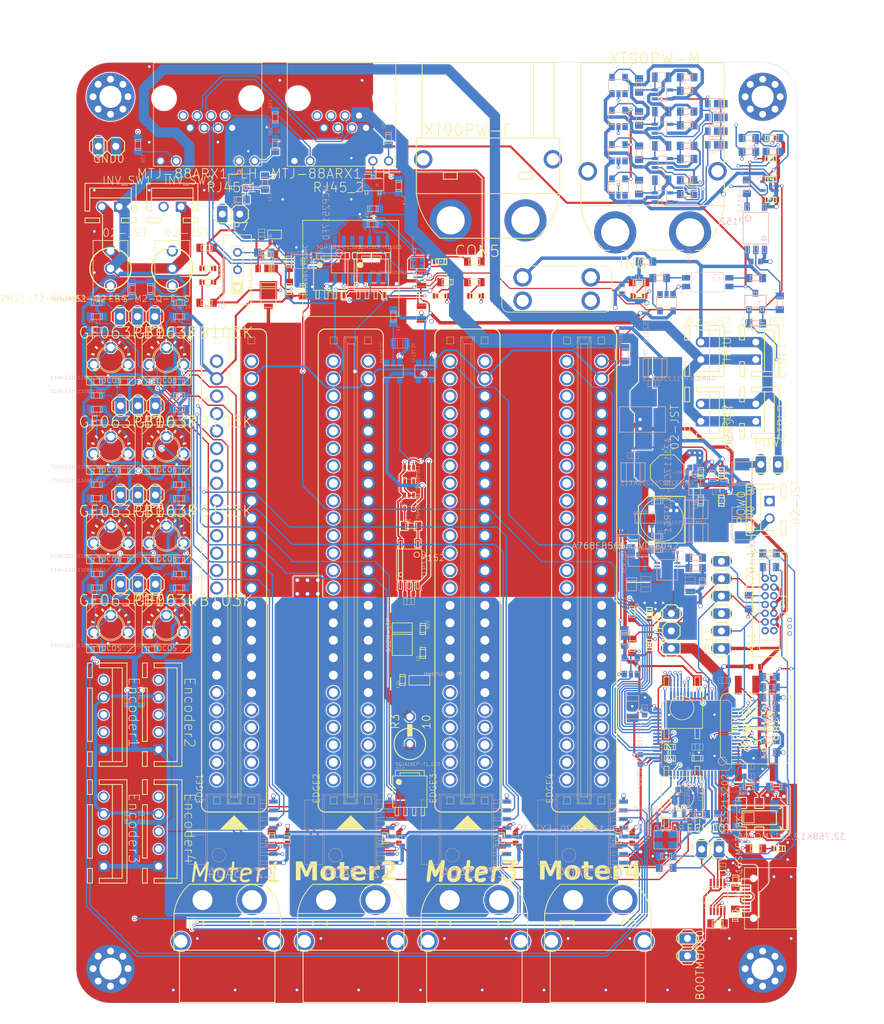
<source format=kicad_pcb>
(kicad_pcb (version 20221018) (generator pcbnew)
  (layers (0 "F.Cu" signal) (1 "In1.Cu" signal) (2 "In2.Cu" signal) (31 "B.Cu" signal) (34 "B.Paste" user) (35 "F.Paste" user) (36 "B.SilkS" user "B.Silkscreen") (37 "F.SilkS" user "F.Silkscreen") (38 "B.Mask" user) (39 "F.Mask" user) (44 "Edge.Cuts" user))
  (net 0 "")
  (net 1 "PWM1")
  (net 2 "PWM2")
  (net 3 "PWM3")
  (net 4 "PWM4")
  (net 5 "DIR4")
  (net 6 "DIR3")
  (net 7 "DIR2")
  (net 8 "DIR1")
  (net 9 "N$5")
  (net 10 "VCC")
  (net 11 "N$17")
  (net 12 "N$3")
  (net 13 "N$4")
  (net 14 "IN1")
  (net 15 "IN2")
  (net 16 "N$6")
  (net 17 "IN3")
  (net 18 "N$10")
  (net 19 "IN4")
  (net 20 "U5V")
  (net 21 "N$29")
  (net 22 "N$30")
  (net 23 "N$31")
  (net 24 "N$32")
  (net 25 "USART_RX")
  (net 26 "USART_TX")
  (net 27 "+3V3")
  (net 28 "N$33")
  (net 29 "N$34")
  (net 30 "V+")
  (net 31 "N$36")
  (net 32 "N$40")
  (net 33 "N$41")
  (net 34 "E5V")
  (net 35 "+5V")
  (net 36 "N$35")
  (net 37 "N$37")
  (net 38 "IP1")
  (net 39 "IP2")
  (net 40 "IP3")
  (net 41 "IP4")
  (net 42 "N$13")
  (net 43 "CS1_REF1")
  (net 44 "N$2")
  (net 45 "CS1_REF2")
  (net 46 "CURRENT1")
  (net 47 "N$1")
  (net 48 "CS1_OCD2")
  (net 49 "CS1_OCD1")
  (net 50 "CS2_OCD1")
  (net 51 "CS2_OCD2")
  (net 52 "CS3_OCD1")
  (net 53 "CS3_OCD2")
  (net 54 "CS4_OCD1")
  (net 55 "CS4_OCD2")
  (net 56 "N$79")
  (net 57 "N$80")
  (net 58 "N$81")
  (net 59 "N$82")
  (net 60 "N$98")
  (net 61 "N$99")
  (net 62 "N$100")
  (net 63 "N$101")
  (net 64 "N$102")
  (net 65 "CS2_REF2")
  (net 66 "CS2_REF1")
  (net 67 "CURRENT2")
  (net 68 "CS3_REF2")
  (net 69 "CS3_REF1")
  (net 70 "CURRENT3")
  (net 71 "CS4_REF2")
  (net 72 "CS4_REF1")
  (net 73 "CURRENT4")
  (net 74 "SHUTDOWN")
  (net 75 "CS")
  (net 76 "SCK")
  (net 77 "MISO")
  (net 78 "MOSI")
  (net 79 "BOOT0")
  (net 80 "SWDIO")
  (net 81 "SWCLK")
  (net 82 "SWO")
  (net 83 "NRST")
  (net 84 "N$46")
  (net 85 "N$48")
  (net 86 "N$44")
  (net 87 "N$45")
  (net 88 "DIP_SW4")
  (net 89 "DIP_SW3")
  (net 90 "N$49")
  (net 91 "N$52")
  (net 92 "N$54")
  (net 93 "N$50")
  (net 94 "N$56")
  (net 95 "N$57")
  (net 96 "ENC1_B")
  (net 97 "ENC1_A")
  (net 98 "ENC3_B")
  (net 99 "ENC3_A")
  (net 100 "ENC2_B")
  (net 101 "ENC2_A")
  (net 102 "ENC4_B")
  (net 103 "ENC4_A")
  (net 104 "DIP_SW1")
  (net 105 "DIP_SW2")
  (net 106 "ALIVE_LED")
  (net 107 "COM_LED")
  (net 108 "N$58")
  (net 109 "N$59")
  (net 110 "DEBUG_LED")
  (net 111 "N$60")
  (net 112 "N$61")
  (net 113 "N$62")
  (net 114 "DEBUG_BT")
  (net 115 "DEBUG_SW")
  (net 116 "N$65")
  (net 117 "N$64")
  (net 118 "N$66")
  (net 119 "N$67")
  (net 120 "N$104")
  (net 121 "CAN_H")
  (net 122 "CAN_L")
  (net 123 "N$27")
  (net 124 "N$28")
  (net 125 "N$23")
  (net 126 "N$39")
  (net 127 "N$42")
  (net 128 "N$38")
  (net 129 "N$51")
  (net 130 "N$53")
  (net 131 "N$68")
  (net 132 "N$69")
  (net 133 "N$70")
  (net 134 "N$71")
  (net 135 "N$72")
  (net 136 "N$73")
  (net 137 "N$74")
  (net 138 "N$19")
  (net 139 "N$7")
  (net 140 "N$21")
  (net 141 "N$24")
  (net 142 "N$25")
  (net 143 "N$11")
  (net 144 "N$16")
  (net 145 "N$94")
  (net 146 "EMERGENCY")
  (net 147 "N$95")
  (net 148 "N$96")
  (net 149 "N$22")
  (net 150 "N$93")
  (net 151 "N$107")
  (net 152 "N$108")
  (net 153 "N$109")
  (net 154 "N$106")
  (net 155 "N$110")
  (net 156 "5V1")
  (net 157 "N$111")
  (net 158 "DISABLE")
  (net 159 "N$47")
  (net 160 "N$103")
  (net 161 "N$43")
  (net 162 "N$78")
  (net 163 "N$97")
  (net 164 "N$9")
  (net 165 "N$105")
  (net 166 "N$18")
  (net 167 "N$76")
  (net 168 "N$77")
  (net 169 "N$83")
  (net 170 "N$113")
  (net 171 "N$84")
  (net 172 "N$85")
  (net 173 "N$86")
  (net 174 "N$87")
  (net 175 "N$88")
  (net 176 "N$89")
  (net 177 "N$90")
  (net 178 "N$91")
  (net 179 "N$114")
  (net 180 "N$115")
  (net 181 "N$20")
  (net 182 "N$75")
  (net 183 "N$8")
  (net 184 "N$116")
  (net 185 "N$117")
  (net 186 "N$14")
  (net 187 "N$119")
  (net 188 "N$92")
  (net 189 "N$118")
  (net 190 "PGND")
  (net 191 "N$120")
  (net 192 "SGND")
  (net 193 "THERMAL")
  (net 194 "N$126")
  (net 195 "N$122")
  (net 196 "N$121")
  (net 197 "N$123")
  (net 198 "N$124")
  (net 199 "N$26")
  (net 200 "N$112")
  (net 201 "N$63")
  (net 202 "N$55")
  (net 203 "N$125")
  (net 204 "N$129")
  (net 205 "N$130")
  (net 206 "N$127")
  (net 207 "N$12")
  (footprint "(Eagle)PowerUnit-Bseries(ver2.0):CR0603" (layer "F.Cu") (at 187.0011 100.3036 90)
    (fp_text reference "R88" hide)
    (fp_text value "100")
  )
  (footprint "(Eagle)PowerUnit-Bseries(ver2.0):SSOP5-P-0.65A" (layer "F.Cu") (at 144.5011 100.5036 180)
    (fp_text reference "U19" hide)
    (fp_text value "TC7SH00FULJ")
  )
  (footprint "(Eagle)PowerUnit-Bseries(ver2.0):CR0603" (layer "F.Cu") (at 175.0011 149.5036 90)
    (fp_text reference "R108" hide)
    (fp_text value "3.3")
  )
  (footprint "(Eagle)PowerUnit-Bseries(ver2.0):SML-E12V8WT86" (layer "F.Cu") (at 198.0011 47.5036 90)
    (fp_text reference "LED5")
    (fp_text value "SML-E12V8WT86" hide)
  )
  (footprint "(Eagle)PowerUnit-Bseries(ver2.0):B2B-XH" (layer "F.Cu") (at 197.0011 101.6536 90)
    (fp_text reference "POW0")
    (fp_text value "02-JST")
  )
  (footprint "(Eagle)PowerUnit-Bseries(ver2.0):A768EB566M1VLAE042" (layer "F.Cu") (at 181.3011 103.1036 180)
    (fp_text reference "C7" hide)
    (fp_text value "A768EB566M1VLAE042")
  )
  (footprint "(Eagle)PowerUnit-Bseries(ver2.0):SML-E12V8WT86" (layer "F.Cu") (at 116.0011 66.5036 90)
    (fp_text reference "LED3")
    (fp_text value "SML-E12V8WT86" hide)
  )
  (footprint "(Eagle)PowerUnit-Bseries(ver2.0):V2P22LHM3_H" (layer "F.Cu") (at 124.0011 70.8536 -90)
    (fp_text reference "SB5" hide)
    (fp_text value "V2P22LHM3/H")
  )
  (footprint "(Eagle)PowerUnit-Bseries(ver2.0):CR0603" (layer "F.Cu") (at 154.0011 65.5036 180)
    (fp_text reference "R85" hide)
    (fp_text value "100")
  )
  (footprint "(Eagle)PowerUnit-Bseries(ver2.0):CR0603" (layer "F.Cu") (at 186.5011 137.8536)
    (fp_text reference "R47" hide)
    (fp_text value "1k")
  )
  (footprint "(Eagle)PowerUnit-Bseries(ver2.0):GF063PB104K" (layer "F.Cu") (at 97.5011 109.5036)
    (fp_text reference "TP5" hide)
    (fp_text value "GF063PB103K")
  )
  (footprint "(Eagle)PowerUnit-Bseries(ver2.0):GF063PB104K" (layer "F.Cu") (at 97.5011 83.5036)
    (fp_text reference "TP1" hide)
    (fp_text value "GF063PB103K")
  )
  (footprint "(Eagle)PowerUnit-Bseries(ver2.0):GCM188L81H104KA57" (layer "F.Cu") (at 126.8011 149.5036 -90)
    (fp_text reference "C43")
    (fp_text value "GCM188L81H104KA57" hide)
  )
  (footprint "(Eagle)PowerUnit-Bseries(ver2.0):CR0603" (layer "F.Cu") (at 189.4411 161.9036 180)
    (fp_text reference "R84" hide)
    (fp_text value "0Ω")
  )
  (footprint "(Eagle)PowerUnit-Bseries(ver2.0):B5B-XH" (layer "F.Cu") (at 108.0011 148.5036 -90)
    (fp_text reference "Encoder4")
    (fp_text value "")
  )
  (footprint "(Eagle)PowerUnit-Bseries(ver2.0):XT60PW-F" (layer "F.Cu") (at 118.0011 158.5036 180)
    (fp_text reference "Moter1")
    (fp_text value "XT60PW-F" hide)
  )
  (footprint "(Eagle)PowerUnit-Bseries(ver2.0):MSOP-10" (layer "F.Cu") (at 189.4411 158.0436)
    (fp_text reference "U3" hide)
    (fp_text value "CH340E")
  )
  (footprint "(Eagle)PowerUnit-Bseries(ver2.0):3,2" (layer "F.Cu") (at 101.0011 41.5036)
    (fp_text reference "H1" hide)
    (fp_text value "MOUNT-HOLE3.2(NORESIST)" hide)
  )
  (footprint "(Eagle)PowerUnit-Bseries(ver2.0):CR0603" (layer "F.Cu") (at 129.0011 69.5036 90)
    (fp_text reference "R82" hide)
    (fp_text value "100k")
  )
  (footprint "(Eagle)PowerUnit-Bseries(ver2.0):B2B-XH" (layer "F.Cu") (at 101.0011 57.5036)
    (fp_text reference "INV_SW1")
    (fp_text value "02-JST")
  )
  (footprint "(Eagle)PowerUnit-Bseries(ver2.0):GF063PB104K" (layer "F.Cu") (at 105.6011 109.5036)
    (fp_text reference "TP6" hide)
    (fp_text value "GF063PB103K")
  )
  (footprint "(Eagle)PowerUnit-Bseries(ver2.0):NRS5030T4R7MMGJ" (layer "F.Cu") (at 182.1011 96.1036 180)
    (fp_text reference "L1" hide)
    (fp_text value "4.7uH")
  )
  (footprint "(Eagle)PowerUnit-Bseries(ver2.0):1X03" (layer "F.Cu") (at 105.0011 112.5036 180)
    (fp_text reference "JP10")
    (fp_text value "")
  )
  (footprint "(Eagle)PowerUnit-Bseries(ver2.0):TLP152" (layer "F.Cu") (at 144.5011 106.5036 180)
    (fp_text reference "TLP3" hide)
    (fp_text value "TLP152")
  )
  (footprint "(Eagle)PowerUnit-Bseries(ver2.0):GCM188L81H104KA57" (layer "F.Cu") (at 123.0011 61.5536 -90)
    (fp_text reference "C72")
    (fp_text value "GCM188L81H104KA57" hide)
  )
  (footprint "(Eagle)PowerUnit-Bseries(ver2.0):MTJ-88ARX1-LH" (layer "F.Cu") (at 121.5011 41.7036 180)
    (fp_text reference "RJ45_1")
    (fp_text value "MTJ-88ARX1-LH")
  )
  (footprint "(Eagle)PowerUnit-Bseries(ver2.0):SQJA16EP-T1_GE3" (layer "F.Cu") (at 144.6011 143.8036)
    (fp_text reference "Q10")
    (fp_text value "SQJA16EP-T1_GE3")
  )
  (footprint "(Eagle)PowerUnit-Bseries(ver2.0):GF063PB104K" (layer "F.Cu") (at 97.5011 122.5036)
    (fp_text reference "TP7" hide)
    (fp_text value "GF063PB103K")
  )
  (footprint "(Eagle)PowerUnit-Bseries(ver2.0):SC-70-5" (layer "F.Cu") (at 124.9011 60.4536 180)
    (fp_text reference "U27" hide)
    (fp_text value "MCP6541T-I/LT")
  )
  (footprint "(Eagle)PowerUnit-Bseries(ver2.0):CR0603" (layer "F.Cu") (at 182.5011 137.8536 180)
    (fp_text reference "R45" hide)
    (fp_text value "10k")
  )
  (footprint "(Eagle)PowerUnit-Bseries(ver2.0):GCM188L81H104KA57" (layer "F.Cu") (at 190.1911 153.9336 -90)
    (fp_text reference "C3")
    (fp_text value "GCM188L81H104KA57" hide)
  )
  (footprint "(Eagle)PowerUnit-Bseries(ver2.0):5077CR-16SMC2-BK-TR" (layer "F.Cu") (at 198.3511 158.2436 90)
    (fp_text reference "USB1" hide)
    (fp_text value "5077CR-16SMC2-BK-TR")
  )
  (footprint "(Eagle)PowerUnit-Bseries(ver2.0):SML-E12V8WT86" (layer "F.Cu") (at 150.0011 65.5036 90)
    (fp_text reference "LED10")
    (fp_text value "SML-E12V8WT86" hide)
  )
  (footprint "(Eagle)PowerUnit-Bseries(ver2.0):CR0603" (layer "F.Cu") (at 178.0011 68.5036)
    (fp_text reference "R79" hide)
    (fp_text value "1.1k")
  )
  (footprint "(Eagle)PowerUnit-Bseries(ver2.0):SML-E12V8WT86" (layer "F.Cu") (at 150.0011 70.5036 90)
    (fp_text reference "LED2")
    (fp_text value "SML-E12V8WT86" hide)
  )
  (footprint "(Eagle)PowerUnit-Bseries(ver2.0):1X02" (layer "F.Cu") (at 185.0611 165.3636 -90)
    (fp_text reference "BOOTMODE0")
    (fp_text value "")
  )
  (footprint "(Eagle)PowerUnit-Bseries(ver2.0):1X03" (layer "F.Cu") (at 105.0011 86.5036 180)
    (fp_text reference "JP1")
    (fp_text value "")
  )
  (footprint "(Eagle)PowerUnit-Bseries(ver2.0):GF063PB104K" (layer "F.Cu") (at 105.6011 122.5036)
    (fp_text reference "TP8" hide)
    (fp_text value "GF063PB103K")
  )
  (footprint "(Eagle)PowerUnit-Bseries(ver2.0):1X02" (layer "F.Cu") (at 118.5511 58.5836 180)
    (fp_text reference "JP7")
    (fp_text value "")
  )
  (footprint "(Eagle)PowerUnit-Bseries(ver2.0):CR0603" (layer "F.Cu") (at 154.0011 68.5036)
    (fp_text reference "R2" hide)
    (fp_text value "1.1k")
  )
  (footprint "(Eagle)PowerUnit-Bseries(ver2.0):PTS645SM95SMTR92LFS" (layer "F.Cu") (at 184.2411 130.5036 -90)
    (fp_text reference "B2" hide)
    (fp_text value "PTS645SM95SMTR92LFS" hide)
  )
  (footprint "(Eagle)PowerUnit-Bseries(ver2.0):GRM21BC72A105KE01" (layer "F.Cu") (at 146.3011 73.0036 -90)
    (fp_text reference "C66")
    (fp_text value "GRM21BC72A105KE01" hide)
  )
  (footprint "(Eagle)PowerUnit-Bseries(ver2.0):XT90PW-M" (layer "F.Cu") (at 179.9711 61.2536)
    (fp_text reference "IN0")
    (fp_text value "XT90PW-M")
  )
  (footprint "(Eagle)PowerUnit-Bseries(ver2.0):RSX101VAM-30TR" (layer "F.Cu") (at 122.5011 66.5036 -90)
    (fp_text reference "SB8")
    (fp_text value "RSX101VAM-30TR" hide)
  )
  (footprint "(Eagle)PowerUnit-Bseries(ver2.0):XT60PW-F" (layer "F.Cu") (at 172.0011 158.5036 180)
    (fp_text reference "CON4" hide)
    (fp_text value "XT60PW-F" hide)
  )
  (footprint "(Eagle)PowerUnit-Bseries(ver2.0):SML-E12V8WT86" (layer "F.Cu") (at 116.0011 68.5036 90)
    (fp_text reference "LED8")
    (fp_text value "SML-E12V8WT86" hide)
  )
  (footprint "(Eagle)PowerUnit-Bseries(ver2.0):SML-E12V8WT86" (layer "F.Cu") (at 190.0011 95.5036 180)
    (fp_text reference "LED13")
    (fp_text value "SML-E12V8WT86" hide)
  )
  (footprint "(Eagle)PowerUnit-Bseries(ver2.0):B5B-XH" (layer "F.Cu") (at 100.0011 148.5036 -90)
    (fp_text reference "Encoder3")
    (fp_text value "")
  )
  (footprint "(Eagle)PowerUnit-Bseries(ver2.0):10046971-019LF" (layer "F.Cu") (at 153.0011 110.5036 90)
    (fp_text reference "EDGE3")
    (fp_text value "10046971-019LF-FEMAL" hide)
  )
  (footprint "(Eagle)PowerUnit-Bseries(ver2.0):CR0603" (layer "F.Cu") (at 127.0011 69.5036 90)
    (fp_text reference "R80" hide)
    (fp_text value "33k")
  )
  (footprint "(Eagle)PowerUnit-Bseries(ver2.0):B5B-XH" (layer "F.Cu") (at 108.0011 131.5036 -90)
    (fp_text reference "Encoder2")
    (fp_text value "")
  )
  (footprint "(Eagle)PowerUnit-Bseries(ver2.0):10046971-019LF" (layer "F.Cu") (at 119.0011 110.5036 90)
    (fp_text reference "EDGE1")
    (fp_text value "10046971-019LF-FEMAL" hide)
  )
  (footprint "(Eagle)PowerUnit-Bseries(ver2.0):CR0603" (layer "F.Cu") (at 146.5011 122.5036 90)
    (fp_text reference "R32" hide)
    (fp_text value "10")
  )
  (footprint "(Eagle)PowerUnit-Bseries(ver2.0):3,2" (layer "F.Cu") (at 196.0011 168.5036 -90)
    (fp_text reference "H3" hide)
    (fp_text value "MOUNT-HOLE3.2(NORESIST)" hide)
  )
  (footprint "(Eagle)PowerUnit-Bseries(ver2.0):CR0603" (layer "F.Cu") (at 115.0011 63.5036 180)
    (fp_text reference "R113" hide)
    (fp_text value "1.1k")
  )
  (footprint "(Eagle)PowerUnit-Bseries(ver2.0):SML-E12V8WT86" (layer "F.Cu") (at 179.5011 117.5036)
    (fp_text reference "LED11")
    (fp_text value "SML-E12V8WT86" hide)
  )
  (footprint "(Eagle)PowerUnit-Bseries(ver2.0):B5B-XH" (layer "F.Cu") (at 100.0011 131.5036 -90)
    (fp_text reference "Encoder1")
    (fp_text value "")
  )
  (footprint "(Eagle)PowerUnit-Bseries(ver2.0):TCK420G" (layer "F.Cu") (at 146.0011 70.5036)
    (fp_text reference "U14" hide)
    (fp_text value "TCK420G")
  )
  (footprint "(Eagle)PowerUnit-Bseries(ver2.0):CR0603" (layer "F.Cu") (at 115.0011 71.5036 180)
    (fp_text reference "R116" hide)
    (fp_text value "1.1k")
  )
  (footprint "(Eagle)PowerUnit-Bseries(ver2.0):2MS1-T2-B4-M2-Q-E-S" (layer "F.Cu") (at 101.0011 66.5036 180)
    (fp_text reference "SW4" hide)
    (fp_text value "2MS1-T2-B4-M2-Q-E-S")
  )
  (footprint "(Eagle)PowerUnit-Bseries(ver2.0):SML-E12V8WT86" (layer "F.Cu") (at 155.0011 70.5036 90)
    (fp_text reference "LED1")
    (fp_text value "SML-E12V8WT86" hide)
  )
  (footprint "(Eagle)PowerUnit-Bseries(ver2.0):B2B-XH" (layer "F.Cu") (at 110.0011 57.5036)
    (fp_text reference "INV_SW2")
    (fp_text value "02-JST")
  )
  (footprint "(Eagle)PowerUnit-Bseries(ver2.0):CR0603" (layer "F.Cu") (at 150.1011 68.5036)
    (fp_text reference "R5" hide)
    (fp_text value "1.1k")
  )
  (footprint "(Eagle)PowerUnit-Bseries(ver2.0):10046971-019LF" (layer "F.Cu") (at 136.0011 110.5036 90)
    (fp_text reference "EDGE2")
    (fp_text value "10046971-019LF-FEMAL" hide)
  )
  (footprint "(Eagle)PowerUnit-Bseries(ver2.0):GCM188L81H104KA57" (layer "F.Cu") (at 143.0011 149.5036 -90)
    (fp_text reference "C46")
    (fp_text value "GCM188L81H104KA57" hide)
  )
  (footprint "(Eagle)PowerUnit-Bseries(ver2.0):XT60PW-F" (layer "F.Cu") (at 154.0011 158.5036 180)
    (fp_text reference "Moter3")
    (fp_text value "XT60PW-F" hide)
  )
  (footprint "(Eagle)PowerUnit-Bseries(ver2.0):1X02" (layer "F.Cu") (at 197.0011 95.0536 180)
    (fp_text reference "POW1")
    (fp_text value "")
  )
  (footprint "(Eagle)PowerUnit-Bseries(ver2.0):XT90PW-F" (layer "F.Cu") (at 156.0011 59.5036)
    (fp_text reference "CON5")
    (fp_text value "XT90PW-F")
  )
  (footprint "(Eagle)PowerUnit-Bseries(ver2.0):CR0603" (layer "F.Cu") (at 192.0011 160.8036 90)
    (fp_text reference "R9" hide)
    (fp_text value "5.1k" hide)
  )
  (footprint "(Eagle)PowerUnit-Bseries(ver2.0):3220-14-0100-00" (layer "F.Cu") (at 197.0011 115.4536 90)
    (fp_text reference "ML1")
    (fp_text value "3220-14-0100-00")
  )
  (footprint "(Eagle)PowerUnit-Bseries(ver2.0):1X03" (layer "F.Cu") (at 104.9211 73.5036 180)
    (fp_text reference "JP8")
    (fp_text value "")
  )
  (footprint "(Eagle)PowerUnit-Bseries(ver2.0):V2020B" (layer "F.Cu") (at 136.0011 66.5036)
    (fp_text reference "HEATSINK1" hide)
    (fp_text value "V2020B" hide)
  )
  (footprint "(Eagle)PowerUnit-Bseries(ver2.0):MMBZ5248B-TP" (layer "F.Cu") (at 146.0011 126.5036)
    (fp_text reference "ZD5" hide)
    (fp_text value "MMBZ5248B-TP")
  )
  (footprint "(Eagle)PowerUnit-Bseries(ver2.0):SML-E12V8WT86" (layer "F.Cu") (at 198.0011 50.5036 90)
    (fp_text reference "LED6")
    (fp_text value "SML-E12V8WT86" hide)
  )
  (footprint "(Eagle)PowerUnit-Bseries(ver2.0):SML-E12V8WT86" (layer "F.Cu") (at 198.0011 56.5036 90)
    (fp_text reference "LED15")
    (fp_text value "SML-E12V8WT86" hide)
  )
  (footprint "(Eagle)PowerUnit-Bseries(ver2.0):CR0603" (layer "F.Cu") (at 177.0011 121.5036 90)
    (fp_text reference "R87" hide)
    (fp_text value "150")
  )
  (footprint "(Eagle)PowerUnit-Bseries(ver2.0):1X02" (layer "F.Cu") (at 100.5011 48.7136 180)
    (fp_text reference "GND0")
    (fp_text value "")
  )
  (footprint "(Eagle)PowerUnit-Bseries(ver2.0):SML-E12V8WT86" (layer "F.Cu") (at 178.8011 70.5036 90)
    (fp_text reference "LED9")
    (fp_text value "SML-E12V8WT86" hide)
  )
  (footprint "(Eagle)PowerUnit-Bseries(ver2.0):GF063PB104K" (layer "F.Cu") (at 97.5011 96.5036)
    (fp_text reference "TP3" hide)
    (fp_text value "GF063PB103K")
  )
  (footprint "(Eagle)PowerUnit-Bseries(ver2.0):SML-E12V8WT86" (layer "F.Cu") (at 198.0011 53.5036 90)
    (fp_text reference "LED7")
    (fp_text value "SML-E12V8WT86" hide)
  )
  (footprint "(Eagle)PowerUnit-Bseries(ver2.0):B2B-XH" (layer "F.Cu") (at 195.0011 87.5036 -90)
    (fp_text reference "CTRL2")
    (fp_text value "02-JST")
  )
  (footprint "(Eagle)PowerUnit-Bseries(ver2.0):CR0603" (layer "F.Cu") (at 124.5011 149.5036 90)
    (fp_text reference "R57" hide)
    (fp_text value "3.3")
  )
  (footprint "(Eagle)PowerUnit-Bseries(ver2.0):CR0603" (layer "F.Cu") (at 158.0011 149.5036 90)
    (fp_text reference "R103" hide)
    (fp_text value "3.3")
  )
  (footprint "(Eagle)PowerUnit-Bseries(ver2.0):MTJ-88ARX1-LH" (layer "F.Cu") (at 141.0011 41.7036 180)
    (fp_text reference "RJ45_2")
    (fp_text value "MTJ-88ARX1-LH")
  )
  (footprint "(Eagle)PowerUnit-Bseries(ver2.0):1X02" (layer "F.Cu") (at 188.3811 151.1036 180)
    (fp_text reference "ECHO0")
    (fp_text value "")
  )
  (footprint "(Eagle)PowerUnit-Bseries(ver2.0):RDS-16S-1055-SMT-TR" (layer "F.Cu") (at 195.0011 133.5236 90)
    (fp_text reference "SW2" hide)
    (fp_text value "RDS-16S-1055-SMT-TR" hide)
  )
  (footprint "(Eagle)PowerUnit-Bseries(ver2.0):GCM188L81H104KA57" (layer "F.Cu") (at 160.0011 149.5036 -90)
    (fp_text reference "C60")
    (fp_text value "GCM188L81H104KA57" hide)
  )
  (footprint "(Eagle)PowerUnit-Bseries(ver2.0):CR0603" (layer "F.Cu") (at 177.0011 116.5036 -90)
    (fp_text reference "R86" hide)
    (fp_text value "150")
  )
  (footprint "(Eagle)PowerUnit-Bseries(ver2.0):CR0603" (layer "F.Cu") (at 143.5511 126.4536 90)
    (fp_text reference "R119" hide)
    (fp_text value "10k")
  )
  (footprint "(Eagle)PowerUnit-Bseries(ver2.0):GCM188L81H104KA57" (layer "F.Cu") (at 186.5011 136.2036)
    (fp_text reference "C35")
    (fp_text value "GCM188L81H104KA57" hide)
  )
  (footprint "(Eagle)PowerUnit-Bseries(ver2.0):GS2M-LTP" (layer "F.Cu") (at 143.5011 120.5036 90)
    (fp_text reference "D4" hide)
    (fp_text value "GS2M-LTP")
  )
  (footprint "(Eagle)PowerUnit-Bseries(ver2.0):CR0603" (layer "F.Cu") (at 192.0511 155.6536 -90)
    (fp_text reference "R8" hide)
    (fp_text value "5.1k")
  )
  (footprint "(Eagle)PowerUnit-Bseries(ver2.0):SQJA16EP-T1_GE3" (layer "F.Cu") (at 139.0011 68.5036)
    (fp_text reference "Q1")
    (fp_text value "SQJA16EP-T1_GE3")
  )
  (footprint "(Eagle)PowerUnit-Bseries(ver2.0):CR0603" (layer "F.Cu") (at 123.9011 64.4536 180)
    (fp_text reference "R83" hide)
    (fp_text value "187k")
  )
  (footprint "(Eagle)PowerUnit-Bseries(ver2.0):CR0603" (layer "F.Cu") (at 141.0011 149.5036 90)
    (fp_text reference "R98" hide)
    (fp_text value "3.3")
  )
  (footprint "(Eagle)PowerUnit-Bseries(ver2.0):B2B-XH" (layer "F.Cu") (at 187.0011 87.5036 -90)
    (fp_text reference "THRU2")
    (fp_text value "02-JST")
  )
  (footprint "(Eagle)PowerUnit-Bseries(ver2.0):GF063PB104K" (layer "F.Cu") (at 105.6011 83.5036)
    (fp_text reference "TP2" hide)
    (fp_text value "GF063PB103K")
  )
  (footprint "(Eagle)PowerUnit-Bseries(ver2.0):1X03" (layer "F.Cu") (at 105.0011 99.5036 180)
    (fp_text reference "JP9")
    (fp_text value "")
  )
  (footprint "(Eagle)PowerUnit-Bseries(ver2.0):CR0603" (layer "F.Cu") (at 182.5011 136.2036)
    (fp_text reference "R46" hide)
    (fp_text value "10k")
  )
  (footprint "(Eagle)PowerUnit-Bseries(ver2.0):CR0603" (layer "F.Cu") (at 187.0011 96.3036 90)
    (fp_text reference "R89" hide)
    (fp_text value "150")
  )
  (footprint "(Eagle)PowerUnit-Bseries(ver2.0):GCM188L81H104KA57" (layer "F.Cu") (at 195.0011 124.5036 180)
    (fp_text reference "C15")
    (fp_text value "GCM188L81H104KA57" hide)
  )
  (footprint "(Eagle)PowerUnit-Bseries(ver2.0):SML-E12V8WT86" (layer "F.Cu") (at 199.2911 151.0036 90)
    (fp_text reference "LED4")
    (fp_text value "SMLE13BC8T" hide)
  )
  (footprint "(Eagle)PowerUnit-Bseries(ver2.0):GF063PB104K" (layer "F.Cu") (at 105.6011 96.5036)
    (fp_text reference "TP4" hide)
    (fp_text value "GF063PB103K")
  )
  (footprint "(Eagle)PowerUnit-Bseries(ver2.0):GRM21BC72A105KE01" (layer "F.Cu") (at 146.3011 68.0036 90)
    (fp_text reference "C2")
    (fp_text value "GRM21BC72A105KE01" hide)
  )
  (footprint "(Eagle)PowerUnit-Bseries(ver2.0):CR0603" (layer "F.Cu") (at 146.5011 119.0036 -90)
    (fp_text reference "R6" hide)
    (fp_text value "820")
  )
  (footprint "(Eagle)PowerUnit-Bseries(ver2.0):1X06" (layer "F.Cu") (at 190.0011 115.5036 90)
    (fp_text reference "JP11")
    (fp_text value "")
  )
  (footprint "(Eagle)PowerUnit-Bseries(ver2.0):B2B-XH" (layer "F.Cu") (at 187.0011 78.5036 -90)
    (fp_text reference "THRU1")
    (fp_text value "02-JST")
  )
  (footprint "(Eagle)PowerUnit-Bseries(ver2.0):SQJA16EP-T1_GE3" (layer "F.Cu") (at 133.0811 68.5036)
    (fp_text reference "Q6")
    (fp_text value "SQJA16EP-T1_GE3")
  )
  (footprint "(Eagle)PowerUnit-Bseries(ver2.0):1X03" (layer "F.Cu") (at 182.7011 119.3036 90)
    (fp_text reference "JP6")
    (fp_text value "")
  )
  (footprint "(Eagle)PowerUnit-Bseries(ver2.0):XT60PW-F" (layer "F.Cu") (at 136.0011 158.5036 180)
    (fp_text reference "MOTER" hide)
    (fp_text value "XT60PW-F" hide)
  )
  (footprint "(Eagle)PowerUnit-Bseries(ver2.0):CR0603" (layer "F.Cu") (at 195.0011 151.0036 180)
    (fp_text reference "R10" hide)
    (fp_text value "150Ω")
  )
  (footprint "(Eagle)PowerUnit-Bseries(ver2.0):FUSEHOLDER-3568" (layer "F.Cu") (at 166.0011 69.5036)
    (fp_text reference "FUSE1" hide)
    (fp_text value "FUSEHOLDER-3568" hide)
  )
  (footprint "(Eagle)PowerUnit-Bseries(ver2.0):SS-12SDP2" (layer "F.Cu") (at 119.5011 66.7036 90)
    (fp_text reference "SW1" hide)
    (fp_text value "SS-12SDP2")
  )
  (footprint "(Eagle)PowerUnit-Bseries(ver2.0):NCU15WB473F60RC" (layer "F.Cu") (at 129.0011 65.5036 -90)
    (fp_text reference "NTC1" hide)
    (fp_text value "NCU15WB473F60RC")
  )
  (footprint "(Eagle)PowerUnit-Bseries(ver2.0):10046971-019LF" (layer "F.Cu") (at 170.0011 110.5036 90)
    (fp_text reference "EDGE4")
    (fp_text value "10046971-019LF-FEMAL" hide)
  )
  (footprint "(Eagle)PowerUnit-Bseries(ver2.0):CR0603" (layer "F.Cu") (at 127.0011 65.5036 90)
    (fp_text reference "R81" hide)
    (fp_text value "1.8k")
  )
  (footprint "(Eagle)PowerUnit-Bseries(ver2.0):CR0603" (layer "F.Cu") (at 144.8011 104.0036)
    (fp_text reference "R122" hide)
    (fp_text value "300")
  )
  (footprint "(Eagle)PowerUnit-Bseries(ver2.0):CS11029.5F100" (layer "F.Cu") (at 184.2411 143.5036 -90)
    (fp_text reference "B1" hide)
    (fp_text value "CS11029.5F100" hide)
  )
  (footprint "(Eagle)PowerUnit-Bseries(ver2.0):SML-E12V8WT86" (layer "F.Cu") (at 190.0011 99.5036 180)
    (fp_text reference "LED14")
    (fp_text value "SML-E12V8WT86" hide)
  )
  (footprint "(Eagle)PowerUnit-Bseries(ver2.0):2MS1-T2-B4-M2-Q-E-S" (layer "F.Cu") (at 110.0011 66.5036 180)
    (fp_text reference "SW5" hide)
    (fp_text value "2MS1-T2-B4-M2-Q-E-S")
  )
  (footprint "(Eagle)PowerUnit-Bseries(ver2.0):B2B-XH" (layer "F.Cu") (at 195.0011 78.5036 -90)
    (fp_text reference "CTRL1")
    (fp_text value "02-JST")
  )
  (footprint "(Eagle)PowerUnit-Bseries(ver2.0):0411V" (layer "F.Cu") (at 144.6011 133.2036 90)
    (fp_text reference "R3")
    (fp_text value "10")
  )
  (footprint "(Eagle)PowerUnit-Bseries(ver2.0):GCM188L81H104KA57" (layer "F.Cu") (at 144.5011 115.0036 180)
    (fp_text reference "C70")
    (fp_text value "GCM188L81H104KA57" hide)
  )
  (footprint "(Eagle)PowerUnit-Bseries(ver2.0):GCM188L81H104KA57" (layer "F.Cu") (at 177.0011 149.5036 -90)
    (fp_text reference "C64")
    (fp_text value "GCM188L81H104KA57" hide)
  )
  (footprint "(Eagle)PowerUnit-Bseries(ver2.0):SML-E12V8WT86" (layer "F.Cu") (at 179.5011 120.5036 180)
    (fp_text reference "LED12")
    (fp_text value "SML-E12V8WT86" hide)
  )
  (footprint "(Eagle)PowerUnit-Bseries(ver2.0):SSOP5-P-0.65A" (layer "F.Cu") (at 144.5011 96.5036 180)
    (fp_text reference "U16" hide)
    (fp_text value "TC7SH00FULJ")
  )
  (footprint "(Eagle)PowerUnit-Bseries(ver2.0):SSSS213202" (layer "F.Cu") (at 195.5011 146.5036)
    (fp_text reference "SW3" hide)
    (fp_text value "SSSS213202")
  )
  (footprint "(Eagle)PowerUnit-Bseries(ver2.0):3,2" (layer "F.Cu") (at 196.0011 41.5036)
    (fp_text reference "H2" hide)
    (fp_text value "MOUNT-HOLE3.2(NORESIST)" hide)
  )
  (footprint "(Eagle)PowerUnit-Bseries(ver2.0):GCM188L81H104KA57" (layer "B.Cu") (at 180.1011 83.2736)
    (fp_text reference "C11")
    (fp_text value "GCM188L81H104KA57" hide)
  )
  (footprint "(Eagle)PowerUnit-Bseries(ver2.0):CR0603" (layer "B.Cu") (at 193.7011 54.6036 -90)
    (fp_text reference "R78" hide)
    (fp_text value "100")
  )
  (footprint "(Eagle)PowerUnit-Bseries(ver2.0):GRM0335C1E240GA01D" (layer "B.Cu") (at 183.2511 107.8536 180)
    (fp_text reference "C68")
    (fp_text value "GRM0335C1H620GA01D")
  )
  (footprint "(Eagle)PowerUnit-Bseries(ver2.0):CR0603" (layer "B.Cu") (at 111.0011 109.0036)
    (fp_text reference "R70" hide)
    (fp_text value "1k")
  )
  (footprint "(Eagle)PowerUnit-Bseries(ver2.0):CR0603" (layer "B.Cu") (at 194.0011 49.5036 180)
    (fp_text reference "R43" hide)
    (fp_text value "100")
  )
  (footprint "(Eagle)PowerUnit-Bseries(ver2.0):CR0603" (layer "B.Cu") (at 197.0011 137.0036)
    (fp_text reference "R11" hide)
    (fp_text value "100k")
  )
  (footprint "(Eagle)PowerUnit-Bseries(ver2.0):CR0603" (layer "B.Cu") (at 185.0011 55.6536)
    (fp_text reference "R72" hide)
    (fp_text value "20k")
  )
  (footprint "(Eagle)PowerUnit-Bseries(ver2.0):CR0603" (layer "B.Cu") (at 195.0011 74.5036)
    (fp_text reference "R115" hide)
    (fp_text value "10k")
  )
  (footprint "(Eagle)PowerUnit-Bseries(ver2.0):CR0603" (layer "B.Cu") (at 190.3111 96.7136 90)
    (fp_text reference "R18" hide)
    (fp_text value "12k")
  )
  (footprint "(Eagle)PowerUnit-Bseries(ver2.0):CR0603" (layer "B.Cu") (at 111.0011 115.0036)
    (fp_text reference "R107" hide)
    (fp_text value "1.6k")
  )
  (footprint "(Eagle)PowerUnit-Bseries(ver2.0):32.768K12.5PI_MC306" (layer "B.Cu") (at 194.9711 146.5036)
    (fp_text reference "X3")
    (fp_text value "32.768K12.5PI/MC306")
  )
  (footprint "(Eagle)PowerUnit-Bseries(ver2.0):TC7S14F" (layer "B.Cu") (at 175.0011 44.6536 180)
    (fp_text reference "U23" hide)
    (fp_text value "TC7S14F")
  )
  (footprint "(Eagle)PowerUnit-Bseries(ver2.0):CR0603" (layer "B.Cu") (at 181.9511 153.8036)
    (fp_text reference "R17" hide)
    (fp_text value "0")
  )
  (footprint "(Eagle)PowerUnit-Bseries(ver2.0):CR0603" (layer "B.Cu") (at 180.6511 105.5536 180)
    (fp_text reference "R12" hide)
    (fp_text value "10k")
  )
  (footprint "(Eagle)PowerUnit-Bseries(ver2.0):GRM18" (layer "B.Cu") (at 99.0011 85.0036 180)
    (fp_text reference "C48" hide)
    (fp_text value "GRM1885C1H102JA01D")
  )
  (footprint "(Eagle)PowerUnit-Bseries(ver2.0):CR0603" (layer "B.Cu") (at 106.8011 69.5036 90)
    (fp_text reference "R59" hide)
    (fp_text value "1k")
  )
  (footprint "(Eagle)PowerUnit-Bseries(ver2.0):CR0603" (layer "B.Cu") (at 99.0011 113.0036)
    (fp_text reference "R104" hide)
    (fp_text value "11.8k")
  )
  (footprint "(Eagle)PowerUnit-Bseries(ver2.0):CR0603" (layer "B.Cu") (at 103.0011 96.0036)
    (fp_text reference "R63" hide)
    (fp_text value "1k")
  )
  (footprint "(Eagle)PowerUnit-Bseries(ver2.0):GRM18" (layer "B.Cu") (at 99.0011 96.0036 180)
    (fp_text reference "C39" hide)
    (fp_text value "GRM1885C1H102JA01D")
  )
  (footprint "(Eagle)PowerUnit-Bseries(ver2.0):TC7S14F" (layer "B.Cu") (at 175.0011 49.6536 180)
    (fp_text reference "U13" hide)
    (fp_text value "TC7S14F")
  )
  (footprint "(Eagle)PowerUnit-Bseries(ver2.0):GRM18" (layer "B.Cu") (at 107.0011 96.0036 180)
    (fp_text reference "C40" hide)
    (fp_text value "GRM1885C1H102JA01D")
  )
  (footprint "(Eagle)PowerUnit-Bseries(ver2.0):CR0603" (layer "B.Cu") (at 188.6811 96.7136 -90)
    (fp_text reference "R19" hide)
    (fp_text value "3k")
  )
  (footprint "(Eagle)PowerUnit-Bseries(ver2.0):GRM18" (layer "B.Cu") (at 99.0011 111.0036 180)
    (fp_text reference "C54" hide)
    (fp_text value "GRM1885C1H102JA01D")
  )
  (footprint "(Eagle)PowerUnit-Bseries(ver2.0):CR0603" (layer "B.Cu") (at 139.1911 60.0636)
    (fp_text reference "R14" hide)
    (fp_text value "0")
  )
  (footprint "(Eagle)PowerUnit-Bseries(ver2.0):GCM188L81H104KA57" (layer "B.Cu") (at 178.8011 130.8536 90)
    (fp_text reference "C18")
    (fp_text value "GCM188L81H104KA57" hide)
  )
  (footprint "(Eagle)PowerUnit-Bseries(ver2.0):AP63203WU-7" (layer "B.Cu") (at 186.0911 98.0036 -90)
    (fp_text reference "U5" hide)
    (fp_text value "AP63205WU-7")
  )
  (footprint "(Eagle)PowerUnit-Bseries(ver2.0):BLM18KG121TN1D" (layer "B.Cu") (at 183.8501 145.9856 180)
    (fp_text reference "FB1" hide)
    (fp_text value "BLM18KG121TN1D")
  )
  (footprint "(Eagle)PowerUnit-Bseries(ver2.0):CR0603" (layer "B.Cu") (at 139.2011 57.8036)
    (fp_text reference "R38" hide)
    (fp_text value "10k")
  )
  (footprint "(Eagle)PowerUnit-Bseries(ver2.0):GRM18" (layer "B.Cu") (at 107.0011 109.0036 180)
    (fp_text reference "C59" hide)
    (fp_text value "GRM1885C1H102JA01D")
  )
  (footprint "(Eagle)PowerUnit-Bseries(ver2.0):CR0603" (layer "B.Cu") (at 180.6511 107.4536 180)
    (fp_text reference "R76" hide)
    (fp_text value "56k")
  )
  (footprint "(Eagle)PowerUnit-Bseries(ver2.0):CR0603" (layer "B.Cu") (at 178.0011 49.6536 90)
    (fp_text reference "R68" hide)
    (fp_text value "1k")
  )
  (footprint "(Eagle)PowerUnit-Bseries(ver2.0):CR0603" (layer "B.Cu") (at 123.4011 64.2036)
    (fp_text reference "R7" hide)
    (fp_text value "120Ω")
  )
  (footprint "(Eagle)PowerUnit-Bseries(ver2.0):CR0603" (layer "B.Cu") (at 178.0011 39.8536 90)
    (fp_text reference "R23" hide)
    (fp_text value "1k")
  )
  (footprint "(Eagle)PowerUnit-Bseries(ver2.0):SC-70-5" (layer "B.Cu") (at 182.5011 41.1536 -90)
    (fp_text reference "U7" hide)
    (fp_text value "MCP6541T-I/LT")
  )
  (footprint "(Eagle)PowerUnit-Bseries(ver2.0):SC-70-5" (layer "B.Cu") (at 182.5011 51.1536 -90)
    (fp_text reference "U12" hide)
    (fp_text value "MCP6541T-I/LT")
  )
  (footprint "(Eagle)PowerUnit-Bseries(ver2.0):MMSZ5231B-TP" (layer "B.Cu") (at 178.0011 69.5036 90)
    (fp_text reference "ZD1" hide)
    (fp_text value "MMSZ5231B-TP")
  )
  (footprint "(Eagle)PowerUnit-Bseries(ver2.0):CR0603" (layer "B.Cu") (at 189.5361 146.9106 90)
    (fp_text reference "R28" hide)
    (fp_text value "0")
  )
  (footprint "(Eagle)PowerUnit-Bseries(ver2.0):CR0603" (layer "B.Cu") (at 180.6511 100.4036 180)
    (fp_text reference "R20" hide)
    (fp_text value "10k")
  )
  (footprint "(Eagle)PowerUnit-Bseries(ver2.0):CR0603" (layer "B.Cu") (at 195.0011 67.9036 180)
    (fp_text reference "R4" hide)
    (fp_text value "560")
  )
  (footprint "(Eagle)PowerUnit-Bseries(ver2.0):TC7S14F" (layer "B.Cu") (at 175.0011 54.6536 180)
    (fp_text reference "U25" hide)
    (fp_text value "TC7S14F")
  )
  (footprint "(Eagle)PowerUnit-Bseries(ver2.0):MCP2517FD" (layer "B.Cu") (at 133.6911 62.5036)
    (fp_text reference "U2" hide)
    (fp_text value "MCP2517FD")
  )
  (footprint "(Eagle)PowerUnit-Bseries(ver2.0):CR0603" (layer "B.Cu") (at 197.0011 129.0036 180)
    (fp_text reference "R29" hide)
    (fp_text value "100k")
  )
  (footprint "(Eagle)PowerUnit-Bseries(ver2.0):CR0603" (layer "B.Cu") (at 104.2011 69.5036 90)
    (fp_text reference "R58" hide)
    (fp_text value "1k")
  )
  (footprint "(Eagle)PowerUnit-Bseries(ver2.0):GRM18" (layer "B.Cu") (at 111.0011 71.5036)
    (fp_text reference "C45" hide)
    (fp_text value "GRM1885C1H102JA01D")
  )
  (footprint "(Eagle)PowerUnit-Bseries(ver2.0):CR0603" (layer "B.Cu") (at 194.0011 47.5036 180)
    (fp_text reference "R42" hide)
    (fp_text value "100" hide)
  )
  (footprint "(Eagle)PowerUnit-Bseries(ver2.0):GRM21BC72A105KE01" (layer "B.Cu") (at 184.2111 143.9436)
    (fp_text reference "C23")
    (fp_text value "GRM21BC72A105KE01" hide)
  )
  (footprint "(Eagle)PowerUnit-Bseries(ver2.0):STM32F446XC" (layer "B.Cu") (at 186.3911 134.5136 180)
    (fp_text reference "U1" hide)
    (fp_text value "LQFP64" hide)
  )
  (footprint "(Eagle)PowerUnit-Bseries(ver2.0):2SC3325" (layer "B.Cu") (at 138.3011 55.5036 90)
    (fp_text reference "TR2")
    (fp_text value "2SC3325" hide)
  )
  (footprint "(Eagle)PowerUnit-Bseries(ver2.0):CR0603" (layer "B.Cu") (at 99.0011 100.0036)
    (fp_text reference "R99" hide)
    (fp_text value "11.8k")
  )
  (footprint "(Eagle)PowerUnit-Bseries(ver2.0):GCM188L81H104KA57" (layer "B.Cu") (at 105.5011 129.5036 -90)
    (fp_text reference "C33")
    (fp_text value "GCM188L81H104KA57" hide)
  )
  (footprint "(Eagle)PowerUnit-Bseries(ver2.0):CZ3A07" (layer "B.Cu") (at 148.8811 143.0636)
    (fp_text reference "U8" hide)
    (fp_text value "CZ-3A04")
  )
  (footprint "(Eagle)PowerUnit-Bseries(ver2.0):GCM188L81H104KA57" (layer "B.Cu") (at 189.5011 99.0036)
    (fp_text reference "C8")
    (fp_text value "GCM188L81H104KA57" hide)
  )
  (footprint "(Eagle)PowerUnit-Bseries(ver2.0):AZ1117C" (layer "B.Cu") (at 178.5011 88.5036 180)
    (fp_text reference "U$4" hide)
    (fp_text value "AZ1117CH-3.3TRG1")
  )
  (footprint "(Eagle)PowerUnit-Bseries(ver2.0):2SC3325" (layer "B.Cu") (at 118.8011 54.8236 90)
    (fp_text reference "TR1")
    (fp_text value "2SC3325" hide)
  )
  (footprint "(Eagle)PowerUnit-Bseries(ver2.0):CR0603" (layer "B.Cu") (at 197.0011 130.5036 180)
    (fp_text reference "R30" hide)
    (fp_text value "100k")
  )
  (footprint "(Eagle)PowerUnit-Bseries(ver2.0):CR0603" (layer "B.Cu") (at 111.0011 83.0036)
    (fp_text reference "R33" hide)
    (fp_text value "1k")
  )
  (footprint "(Eagle)PowerUnit-Bseries(ver2.0):CR0603" (layer "B.Cu") (at 197.0011 132.0036 180)
    (fp_text reference "R31" hide)
    (fp_text value "100k")
  )
  (footprint "(Eagle)PowerUnit-Bseries(ver2.0):CZ3A07" (layer "B.Cu") (at 165.8811 143.0636)
    (fp_text reference "U9" hide)
    (fp_text value "CZ-3A04")
  )
  (footprint "(Eagle)PowerUnit-Bseries(ver2.0):CR0603" (layer "B.Cu") (at 186.8311 145.9856)
    (fp_text reference "R27" hide)
    (fp_text value "0")
  )
  (footprint "(Eagle)PowerUnit-Bseries(ver2.0):GS2M-LTP" (layer "B.Cu") (at 193.0011 97.0536 -90)
    (fp_text reference "D1" hide)
    (fp_text value "GS2M-LTP")
  )
  (footprint "(Eagle)PowerUnit-Bseries(ver2.0):XRCGB40M000F4M00R0" (layer "B.Cu") (at 145.7011 65.7036 180)
    (fp_text reference "X1")
    (fp_text value "XRCGB40M000F4M01R0")
  )
  (footprint "(Eagle)PowerUnit-Bseries(ver2.0):CZ3A07" (layer "B.Cu") (at 131.8811 143.0636)
    (fp_text reference "U6" hide)
    (fp_text value "CZ-3A04")
  )
  (footprint "(Eagle)PowerUnit-Bseries(ver2.0):CR0603" (layer "B.Cu") (at 111.0011 75.5036)
    (fp_text reference "R56" hide)
    (fp_text value "1.6k")
  )
  (footprint "(Eagle)PowerUnit-Bseries(ver2.0):CR0603" (layer "B.Cu") (at 194.0011 142.0036 180)
    (fp_text reference "R48" hide)
    (fp_text value "10k")
  )
  (footprint "(Eagle)PowerUnit-Bseries(ver2.0):GCM188L81H104KA57" (layer "B.Cu") (at 195.0011 65.5036)
    (fp_text reference "C65")
    (fp_text value "GCM188L81H104KA57" hide)
  )
  (footprint "(Eagle)PowerUnit-Bseries(ver2.0):TC7S14F" (layer "B.Cu") (at 142.2011 81.5036)
    (fp_text reference "U17" hide)
    (fp_text value "TC7S14F")
  )
  (footprint "(Eagle)PowerUnit-Bseries(ver2.0):CR0603" (layer "B.Cu") (at 111.0011 73.5036)
    (fp_text reference "R55" hide)
    (fp_text value "15.8k")
  )
  (footprint "(Eagle)PowerUnit-Bseries(ver2.0):GRM0335C1H120GA01" (layer "B.Cu") (at 193.0011 143.0036 180)
    (fp_text reference "C30" hide)
    (fp_text value "GRM0335C1H150FA01D")
  )
  (footprint "(Eagle)PowerUnit-Bseries(ver2.0):GRM18" (layer "B.Cu") (at 99.0011 98.0036 180)
    (fp_text reference "C51" hide)
    (fp_text value "GRM1885C1H102JA01D")
  )
  (footprint "(Eagle)PowerUnit-Bseries(ver2.0):CR0603" (layer "B.Cu") (at 105.0011 48.5036 90)
    (fp_text reference "R13" hide)
    (fp_text value "150")
  )
  (footprint "(Eagle)PowerUnit-Bseries(ver2.0):CR0603" (layer "B.Cu") (at 99.0011 87.0036)
    (fp_text reference "R67" hide)
    (fp_text value "11.8k")
  )
  (footprint "(Eagle)PowerUnit-Bseries(ver2.0):GRM18" (layer "B.Cu") (at 111.0011 98.0036)
    (fp_text reference "C52" hide)
    (fp_text value "GRM1885C1H102JA01D")
  )
  (footprint "(Eagle)PowerUnit-Bseries(ver2.0):CR0603" (layer "B.Cu") (at 197.0011 110.0036 180)
    (fp_text reference "R52" hide)
    (fp_text value "0")
  )
  (footprint "(Eagle)PowerUnit-Bseries(ver2.0):RSX101VAM-30TR" (layer "B.Cu") (at 188.0011 48.5036 90)
    (fp_text reference "SB4")
    (fp_text value "RSX101VAM-30TR" hide)
  )
  (footprint "(Eagle)PowerUnit-Bseries(ver2.0):SSOP5-P-0.65A" (layer "B.Cu") (at 197.0011 54.5036 -90)
    (fp_text reference "U26" hide)
    (fp_text value "TC7SH00FULJ")
  )
  (footprint "(Eagle)PowerUnit-Bseries(ver2.0):CR0603" (layer "B.Cu") (at 197.0011 126.0036 180)
    (fp_text reference "R25" hide)
    (fp_text value "0")
  )
  (footprint "(Eagle)PowerUnit-Bseries(ver2.0):GCM188L81H104KA57" (layer "B.Cu") (at 186.1011 95.5036)
    (fp_text reference "C6")
    (fp_text value "GCM188L81H104KA57" hide)
  )
  (footprint "(Eagle)PowerUnit-Bseries(ver2.0):CR0603" (layer "B.Cu") (at 185.0011 38.6536)
    (fp_text reference "R22" hide)
    (fp_text value "20k")
  )
  (footprint "(Eagle)PowerUnit-Bseries(ver2.0):CR0603" (layer "B.Cu") (at 197.0011 133.5036 180)
    (fp_text reference "R41" hide)
    (fp_text value "100k")
  )
  (footprint "(Eagle)PowerUnit-Bseries(ver2.0):CR0603" (layer "B.Cu") (at 179.0011 65.5036)
    (fp_text reference "R123" hide)
    (fp_text value "270")
  )
  (footprint "(Eagle)PowerUnit-Bseries(ver2.0):CR0603" (layer "B.Cu") (at 181.9511 152.1036)
    (fp_text reference "R16" hide)
    (fp_text value "0")
  )
  (footprint "(Eagle)PowerUnit-Bseries(ver2.0):RSX101VAM-30TR" (layer "B.Cu") (at 175.9011 121.5036 180)
    (fp_text reference "SB7")
    (fp_text value "RSX101VAM-30TR" hide)
  )
  (footprint "(Eagle)PowerUnit-Bseries(ver2.0):TC7S14F" (layer "B.Cu") (at 146.8011 81.5036)
    (fp_text reference "U18" hide)
    (fp_text value "TC7S14F")
  )
  (footprint "(Eagle)PowerUnit-Bseries(ver2.0):CR0603" (layer "B.Cu") (at 143.0011 54.5036 90)
    (fp_text reference "R40" hide)
    (fp_text value "5.1k")
  )
  (footprint "(Eagle)PowerUnit-Bseries(ver2.0):TC7S14F" (layer "B.Cu") (at 176.8011 124.4036 180)
    (fp_text reference "U22" hide)
    (fp_text value "TC7S14F")
  )
  (footprint "(Eagle)PowerUnit-Bseries(ver2.0):CR0603" (layer "B.Cu") (at 185.0011 50.5536)
    (fp_text reference "R66" hide)
    (fp_text value "20k")
  )
  (footprint "(Eagle)PowerUnit-Bseries(ver2.0):GCM188L81H104KA57" (layer "B.Cu") (at 178.2011 138.0136 -90)
    (fp_text reference "C19")
    (fp_text value "GCM188L81H104KA57" hide)
  )
  (footprint "(Eagle)PowerUnit-Bseries(ver2.0):2SC3325" (layer "B.Cu") (at 194.0011 72.5036 90)
    (fp_text reference "TR3")
    (fp_text value "2SC3325" hide)
  )
  (footprint "(Eagle)PowerUnit-Bseries(ver2.0):GCM188L81H104KA57" (layer "B.Cu") (at 133.0011 70.4936)
    (fp_text reference "C13")
    (fp_text value "GCM188L81H104KA57" hide)
  )
  (footprint "(Eagle)PowerUnit-Bseries(ver2.0):GCM188L81H104KA57" (layer "B.Cu") (at 190.3511 126.5036 180)
    (fp_text reference "C20")
    (fp_text value "GCM188L81H104KA57" hide)
  )
  (footprint "(Eagle)PowerUnit-Bseries(ver2.0):CR0603" (layer "B.Cu") (at 197.0011 135.2036 180)
    (fp_text reference "R50" hide)
    (fp_text value "1k")
  )
  (footprint "(Eagle)PowerUnit-Bseries(ver2.0):SOD-523" (layer "B.Cu") (at 187.2011 112.2036 -90)
    (fp_text reference "D3" hide)
    (fp_text value "PJSD12TS")
  )
  (footprint "(Eagle)PowerUnit-Bseries(ver2.0):CR0603" (layer "B.Cu") (at 125.0011 44.5036 -90)
    (fp_text reference "R34" hide)
    (fp_text value "150")
  )
  (footprint "(Eagle)PowerUnit-Bseries(ver2.0):CR0603" (layer "B.Cu") (at 178.0011 54.6536 90)
    (fp_text reference "R73" hide)
    (fp_text value "1k")
  )
  (footprint "(Eagle)PowerUnit-Bseries(ver2.0):CR0603" (layer "B.Cu") (at 185.0011 48.6536 180)
    (fp_text reference "R65" hide)
    (fp_text value "10k")
  )
  (footprint "(Eagle)PowerUnit-Bseries(ver2.0):CR0603" (layer "B.Cu") (at 176.0011 79.0036 -90)
    (fp_text reference "R15" hide)
    (fp_text value "100k")
  )
  (footprint "(Eagle)PowerUnit-Bseries(ver2.0):CR0603" (layer "B.Cu") (at 185.0011 53.6536 180)
    (fp_text reference "R71" hide)
    (fp_text value "10k")
  )
  (footprint "(Eagle)PowerUnit-Bseries(ver2.0):TLP152" (layer "B.Cu") (at 195.0011 57.5036)
    (fp_text reference "TLP1" hide)
    (fp_text value "TLP152")
  )
  (footprint "(Eagle)PowerUnit-Bseries(ver2.0):CR0603" (layer "B.Cu") (at 103.0011 83.0036)
    (fp_text reference "R24" hide)
    (fp_text value "1k")
  )
  (footprint "(Eagle)PowerUnit-Bseries(ver2.0):TC7S14F" (layer "B.Cu") (at 182.0011 71.5036)
    (fp_text reference "U21" hide)
    (fp_text value "TC7S14F")
  )
  (footprint "(Eagle)PowerUnit-Bseries(ver2.0):CR0603" (layer "B.Cu") (at 185.0011 40.6536 180)
    (fp_text reference "R21" hide)
    (fp_text value "10k")
  )
  (footprint "(Eagle)PowerUnit-Bseries(ver2.0):GCM188L81H104KA57" (layer "B.Cu") (at 131.6511 64.9736 90)
    (fp_text reference "C14")
    (fp_text value "GCM188L81H104KA57" hide)
  )
  (footprint "(Eagle)PowerUnit-Bseries(ver2.0):GRM21BC72A105KE01" (layer "B.Cu") (at 185.4511 112.5536 -90)
    (fp_text reference "C67")
    (fp_text value "GRM21BC72A105KE01" hide)
  )
  (footprint "(Eagle)PowerUnit-Bseries(ver2.0):CR0603" (layer "B.Cu") (at 181.0011 67.9036 180)
    (fp_text reference "R121" hide)
    (fp_text value "10k")
  )
  (footprint "(Eagle)PowerUnit-Bseries(ver2.0):CR0603" (layer "B.Cu") (at 197.0011 108.0036)
    (fp_text reference "R51" hide)
    (fp_text value "0")
  )
  (footprint "(Eagle)PowerUnit-Bseries(ver2.0):GCM188L81H104KA57" (layer "B.Cu") (at 126.5821 149.9436 90)
    (fp_text reference "C37")
    (fp_text value "GCM188L81H104KA57" hide)
  )
  (footprint "(Eagle)PowerUnit-Bseries(ver2.0):CR0603" (layer "B.Cu") (at 125.0011 48.5036 -90)
    (fp_text reference "R35" hide)
    (fp_text value "150")
  )
  (footprint "(Eagle)PowerUnit-Bseries(ver2.0):GRM21BC72A105KE01" (layer "B.Cu") (at 179.0011 112.5036 -90)
    (fp_text reference "C69")
    (fp_text value "GRM21BC72A105KE01" hide)
  )
  (footprint "(Eagle)PowerUnit-Bseries(ver2.0):GRM0335C1E240GA01D" (layer "B.Cu") (at 181.0011 145.6836 180)
    (fp_text reference "C28")
    (fp_text value "GRM0335C1E240GA01D")
  )
  (footprint "(Eagle)PowerUnit-Bseries(ver2.0):CR0603" (layer "B.Cu") (at 198.5011 71.5036 -90)
    (fp_text reference "R77" hide)
    (fp_text value "1k")
  )
  (footprint "(Eagle)PowerUnit-Bseries(ver2.0):GRM21BC72A105KE01" (layer "B.Cu") (at 143.2011 77.4036)
    (fp_text reference "C71")
    (fp_text value "GRM21BC72A105KE01" hide)
  )
  (footprint "(Eagle)PowerUnit-Bseries(ver2.0):MCP2558FD" (layer "B.Cu") (at 128.8011 65.5036 -90)
    (fp_text reference "U$1" hide)
    (fp_text value "MCP2558FD")
  )
  (footprint "(Eagle)PowerUnit-Bseries(ver2.0):CR0603" (layer "B.Cu") (at 99.0011 73.5036)
    (fp_text reference "R1" hide)
    (fp_text value "11.8k")
  )
  (footprint "(Eagle)PowerUnit-Bseries(ver2.0):GRM0335C1H120GA01" (layer "B.Cu") (at 145.3011 63.9036 90)
    (fp_text reference "C16" hide)
    (fp_text value "GRM0335C1H6R0BA01D")
  )
  (footprint "(Eagle)PowerUnit-Bseries(ver2.0):CR0603" (layer "B.Cu") (at 111.0011 87.0036)
    (fp_text reference "R96" hide)
    (fp_text value "15.8k")
  )
  (footprint "(Eagle)PowerUnit-Bseries(ver2.0):1SS404,H3F" (layer "B.Cu") (at 176.9011 112.5036)
    (fp_text reference "SB6" hide)
    (fp_text value "1SS404,H3F")
  )
  (footprint "(Eagle)PowerUnit-Bseries(ver2.0):CR0603" (layer "B.Cu") (at 99.0011 75.5036)
    (fp_text reference "R54" hide)
    (fp_text value "1.2k")
  )
  (footprint "(Eagle)PowerUnit-Bseries(ver2.0):GCM188L81H104KA57" (layer "B.Cu") (at 184.3381 142.4266)
    (fp_text reference "C22")
    (fp_text value "GCM188L81H104KA57" hide)
  )
  (footprint "(Eagle)PowerUnit-Bseries(ver2.0):CR0603" (layer "B.Cu") (at 111.0011 102.0036)
    (fp_text reference "R102" hide)
    (fp_text value "1.6k")
  )
  (footprint "(Eagle)PowerUnit-Bseries(ver2.0):3225M" (layer "B.Cu") (at 180.3311 80.9636)
    (fp_text reference "C12" hide)
    (fp_text value "GRM32ER71E226KE15")
  )
  (footprint "(Eagle)PowerUnit-Bseries(ver2.0):CR0603" (layer "B.Cu") (at 186.2511 110.1536)
    (fp_text reference "R74" hide)
    (fp_text value "0")
  )
  (footprint "(Eagle)PowerUnit-Bseries(ver2.0):GCM188L81H104KA57" (layer "B.Cu") (at 194.0011 140.5036)
    (fp_text reference "C36")
    (fp_text value "GCM188L81H104KA57" hide)
  )
  (footprint "(Eagle)PowerUnit-Bseries(ver2.0):SC-70-5" (layer "B.Cu") (at 182.5011 56.1536 -90)
    (fp_text reference "U24" hide)
    (fp_text value "MCP6541T-I/LT")
  )
  (footprint "(Eagle)PowerUnit-Bseries(ver2.0):GRM0335C1H120GA01" (layer "B.Cu") (at 145.3011 67.5036 -90)
    (fp_text reference "C17" hide)
    (fp_text value "GRM0335C1H6R0BA01D")
  )
  (footprint "(Eagle)PowerUnit-Bseries(ver2.0):CR0603" (layer "B.Cu") (at 186.2511 108.6536 180)
    (fp_text reference "R75" hide)
    (fp_text value "∞")
  )
  (footprint "(Eagle)PowerUnit-Bseries(ver2.0):GRM18" (layer "B.Cu") (at 99.0011 71.5036 180)
    (fp_text reference "C44" hide)
    (fp_text value "GRM1885C1H102JA01D")
  )
  (footprint "(Eagle)PowerUnit-Bseries(ver2.0):CR0603" (layer "B.Cu") (at 99.0011 89.0036)
    (fp_text reference "R95" hide)
    (fp_text value "1.2k")
  )
  (footprint "(Eagle)PowerUnit-Bseries(ver2.0):RSX101VAM-30TR" (layer "B.Cu") (at 188.0011 42.5036 90)
    (fp_text reference "SB1")
    (fp_text value "RSX101VAM-30TR" hide)
  )
  (footprint "(Eagle)PowerUnit-Bseries(ver2.0):CR0603" (layer "B.Cu") (at 123.5011 54.0036 90)
    (fp_text reference "R39" hide)
    (fp_text value "5.1k")
  )
  (footprint "(Eagle)PowerUnit-Bseries(ver2.0):GRM0335C1E240GA01D" (layer "B.Cu") (at 185.4011 148.5036 -90)
    (fp_text reference "C27")
    (fp_text value "GRM0335C1E240GA01D")
  )
  (footprint "(Eagle)PowerUnit-Bseries(ver2.0):3225M" (layer "B.Cu") (at 177.1311 96.1636)
    (fp_text reference "C9" hide)
    (fp_text value "GRM32ER71E226KE15")
  )
  (footprint "(Eagle)PowerUnit-Bseries(ver2.0):CR0603" (layer "B.Cu") (at 99.0011 102.0036)
    (fp_text reference "R100" hide)
    (fp_text value "1.2k")
  )
  (footprint "(Eagle)PowerUnit-Bseries(ver2.0):SC-70-5" (layer "B.Cu") (at 182.5011 46.1536 -90)
    (fp_text reference "U11" hide)
    (fp_text value "MCP6541T-I/LT")
  )
  (footprint "(Eagle)PowerUnit-Bseries(ver2.0):GRM18" (layer "B.Cu") (at 99.0011 83.0036 180)
    (fp_text reference "C41" hide)
    (fp_text value "GRM1885C1H102JA01D")
  )
  (footprint "(Eagle)PowerUnit-Bseries(ver2.0):CR0603" (layer "B.Cu") (at 141.5011 47.5036 -90)
    (fp_text reference "R36" hide)
    (fp_text value "150")
  )
  (footprint "(Eagle)PowerUnit-Bseries(ver2.0):CR0603" (layer "B.Cu") (at 197.5011 47.5036)
    (fp_text reference "R44" hide)
    (fp_text value "100")
  )
  (footprint "(Eagle)PowerUnit-Bseries(ver2.0):GCM188L81H104KA57" (layer "B.Cu") (at 160.5051 149.9476 90)
    (fp_text reference "C57")
    (fp_text value "GCM188L81H104KA57" hide)
  )
  (footprint "(Eagle)PowerUnit-Bseries(ver2.0):GCM188L81H104KA57" (layer "B.Cu") (at 103.5011 146.5036 -90)
    (fp_text reference "C31")
    (fp_text value "GCM188L81H104KA57" hide)
  )
  (footprint "(Eagle)PowerUnit-Bseries(ver2.0):CR0603" (layer "B.Cu") (at 103.0011 109.0036)
    (fp_text reference "R69" hide)
    (fp_text value "1k")
  )
  (footprint "(Eagle)PowerUnit-Bseries(ver2.0):GRM0335C1H120GA01" (layer "B.Cu") (at 193.0011 150.0036 180)
    (fp_text reference "C29" hide)
    (fp_text value "GRM0335C1H150FA01D")
  )
  (footprint "(Eagle)PowerUnit-Bseries(ver2.0):GCM188L81H104KA57" (layer "B.Cu") (at 177.1411 93.7436)
    (fp_text reference "C10")
    (fp_text value "GCM188L81H104KA57" hide)
  )
  (footprint "(Eagle)PowerUnit-Bseries(ver2.0):CR0603" (layer "B.Cu") (at 197.0011 127.5036 180)
    (fp_text reference "R26" hide)
    (fp_text value "0")
  )
  (footprint "(Eagle)PowerUnit-Bseries(ver2.0):GRM18" (layer "B.Cu") (at 111.0011 111.0036)
    (fp_text reference "C55" hide)
    (fp_text value "GRM1885C1H102JA01D")
  )
  (footprint "(Eagle)PowerUnit-Bseries(ver2.0):GS2M-LTP" (layer "B.Cu") (at 193.0011 103.6536 90)
    (fp_text reference "D2" hide)
    (fp_text value "GS2M-LTP")
  )
  (footprint "(Eagle)PowerUnit-Bseries(ver2.0):CR0603" (layer "B.Cu") (at 185.0011 45.6536 180)
    (fp_text reference "R60" hide)
    (fp_text value "10k")
  )
  (footprint "(Eagle)PowerUnit-Bseries(ver2.0):GRM31CR71H475KA12" (layer "B.Cu") (at 177.0511 130.4136 90)
    (fp_text reference "C24" hide)
    (fp_text value "GRM31CR71H475KA12")
  )
  (footprint "(Eagle)PowerUnit-Bseries(ver2.0):CZ3A07" (layer "B.Cu") (at 114.8811 143.0636)
    (fp_text reference "U4" hide)
    (fp_text value "CZ-3A04")
  )
  (footprint "(Eagle)PowerUnit-Bseries(ver2.0):CR0603" (layer "B.Cu") (at 197.5011 49.5036)
    (fp_text reference "R90" hide)
    (fp_text value "100")
  )
  (footprint "(Eagle)PowerUnit-Bseries(ver2.0):TMBT3906" (layer "B.Cu") (at 178.9011 102.9036 180)
    (fp_text reference "Q11" hide)
    (fp_text value "TMBT3906")
  )
  (footprint "(Eagle)PowerUnit-Bseries(ver2.0):RSX101VAM-30TR" (layer "B.Cu") (at 188.0011 46.5036 90)
    (fp_text reference "SB3")
    (fp_text value "RSX101VAM-30TR" hide)
  )
  (footprint "(Eagle)PowerUnit-Bseries(ver2.0):CR0603" (layer "B.Cu") (at 198.0011 142.0036)
    (fp_text reference "R49" hide)
    (fp_text value "10k")
  )
  (footprint "(Eagle)PowerUnit-Bseries(ver2.0):GRM21BC72A105KE01" (layer "B.Cu") (at 181.3011 48.6536)
    (fp_text reference "C53")
    (fp_text value "GRM21BC72A105KE01" hide)
  )
  (footprint "(Eagle)PowerUnit-Bseries(ver2.0):CR0603" (layer "B.Cu") (at 142.2011 73.5036 90)
    (fp_text reference "R120" hide)
    (fp_text value "1k")
  )
  (footprint "(Eagle)PowerUnit-Bseries(ver2.0):GRM18" (layer "B.Cu") (at 107.0011 122.0036 180)
    (fp_text reference "C63" hide)
    (fp_text value "GRM1885C1H102JA01D")
  )
  (footprint "(Eagle)PowerUnit-Bseries(ver2.0):GRM21BC72A105KE01" (layer "B.Cu") (at 181.3011 43.6536)
    (fp_text reference "C50")
    (fp_text value "GRM21BC72A105KE01" hide)
  )
  (footprint "(Eagle)PowerUnit-Bseries(ver2.0):GCM188L81H104KA57" (layer "B.Cu") (at 177.6051 149.9596 90)
    (fp_text reference "C61")
    (fp_text value "GCM188L81H104KA57" hide)
  )
  (footprint "(Eagle)PowerUnit-Bseries(ver2.0):GCM188L81H104KA57" (layer "B.Cu") (at 194.0011 139.0036)
    (fp_text reference "C21")
    (fp_text value "GCM188L81H104KA57" hide)
  )
  (footprint "(Eagle)PowerUnit-Bseries(ver2.0):GCM188L81H104KA57" (layer "B.Cu") (at 143.4881 149.9436 90)
    (fp_text reference "C38")
    (fp_text value "GCM188L81H104KA57" hide)
  )
  (footprint "(Eagle)PowerUnit-Bseries(ver2.0):RSX101VAM-30TR" (layer "B.Cu") (at 188.0011 44.5036 90)
    (fp_text reference "SB2")
    (fp_text value "RSX101VAM-30TR" hide)
  )
  (footprint "(Eagle)PowerUnit-Bseries(ver2.0):GRM18" (layer "B.Cu") (at 111.0011 85.0036)
    (fp_text reference "C49" hide)
    (fp_text value "GRM1885C1H102JA01D")
  )
  (footprint "(Eagle)PowerUnit-Bseries(ver2.0):TMBT3906" (layer "B.Cu") (at 177.9011 109.2036 180)
    (fp_text reference "Q12" hide)
    (fp_text value "TMBT3906")
  )
  (footprint "(Eagle)PowerUnit-Bseries(ver2.0):CR0603" (layer "B.Cu") (at 185.0011 43.6536)
    (fp_text reference "R61" hide)
    (fp_text value "20k")
  )
  (footprint "(Eagle)PowerUnit-Bseries(ver2.0):GCM188L81H104KA57" (layer "B.Cu") (at 105.5011 146.5036 -90)
    (fp_text reference "C34")
    (fp_text value "GCM188L81H104KA57" hide)
  )
  (footprint "(Eagle)PowerUnit-Bseries(ver2.0):TLP293" (layer "B.Cu") (at 188.0011 68.5036 -90)
    (fp_text reference "U20" hide)
    (fp_text value "TLP293")
  )
  (footprint "(Eagle)PowerUnit-Bseries(ver2.0):CR0603" (layer "B.Cu") (at 99.0011 115.0036)
    (fp_text reference "R105" hide)
    (fp_text value "1.2k")
  )
  (footprint "(Eagle)PowerUnit-Bseries(ver2.0):TC7S14F" (layer "B.Cu") (at 175.0011 39.8536 180)
    (fp_text reference "U10" hide)
    (fp_text value "TC7S14F")
  )
  (footprint "(Eagle)PowerUnit-Bseries(ver2.0):WSON10B_TOS-RIC" (layer "B.Cu") (at 182.1011 110.4036 180)
    (fp_text reference "U15" hide)
    (fp_text value "TCKE805NAWSON10B_TOS-REC" hide)
  )
  (footprint "(Eagle)PowerUnit-Bseries(ver2.0):GCM188L81H104KA57" (layer "B.Cu") (at 175.5011 69.5036 -90)
    (fp_text reference "C73")
    (fp_text value "GCM188L81H104KA57" hide)
  )
  (footprint "(Eagle)PowerUnit-Bseries(ver2.0):CR0603" (layer "B.Cu") (at 119.8011 56.4636)
    (fp_text reference "R37" hide)
    (fp_text value "10k")
  )
  (footprint "(Eagle)PowerUnit-Bseries(ver2.0):GCM188L81H104KA57" (layer "B.Cu") (at 187.0011 143.2136 -90)
    (fp_text reference "C26")
    (fp_text value "GCM188L81H104KA57" hide)
  )
  (footprint "(Eagle)PowerUnit-Bseries(ver2.0):GRM18" (layer "B.Cu") (at 99.0011 109.0036 180)
    (fp_text reference "C58" hide)
    (fp_text value "GRM1885C1H102JA01D")
  )
  (footprint "(Eagle)PowerUnit-Bseries(ver2.0):GRM18" (layer "B.Cu") (at 107.0011 83.0036 180)
    (fp_text reference "C42" hide)
    (fp_text value "GRM1885C1H102JA01D")
  )
  (footprint "(Eagle)PowerUnit-Bseries(ver2.0):CR0603" (layer "B.Cu") (at 111.0011 96.0036)
    (fp_text reference "R64" hide)
    (fp_text value "1k")
  )
  (footprint "(Eagle)PowerUnit-Bseries(ver2.0):GCM188L81H104KA57" (layer "B.Cu") (at 103.5011 129.5036 -90)
    (fp_text reference "C32")
    (fp_text value "GCM188L81H104KA57" hide)
  )
  (footprint "(Eagle)PowerUnit-Bseries(ver2.0):3,2" (layer "B.Cu") (at 101.0011 168.5036 180)
    (fp_text reference "H4" hide)
    (fp_text value "MOUNT-HOLE3.2(NORESIST)" hide)
  )
  (footprint "(Eagle)PowerUnit-Bseries(ver2.0):RH100-24.000-18-1020-EXT-TR" (layer "B.Cu") (at 181.8511 149.7036 180)
    (fp_text reference "X2")
    (fp_text value "RH100-24.000-18-1020-EXT-TR")
  )
  (footprint "(Eagle)PowerUnit-Bseries(ver2.0):SOT-23F" (layer "B.Cu") (at 176.5011 106.2036)
    (fp_text reference "Q2" hide)
    (fp_text value "SSM3J332R")
  )
  (footprint "(Eagle)PowerUnit-Bseries(ver2.0):GRM18" (layer "B.Cu") (at 99.0011 122.0036 180)
    (fp_text reference "C62" hide)
    (fp_text value "GRM1885C1H102JA01D")
  )
  (footprint "(Eagle)PowerUnit-Bseries(ver2.0):CR0603" (layer "B.Cu") (at 111.0011 113.0036)
    (fp_text reference "R106" hide)
    (fp_text value "15.8k")
  )
  (footprint "(Eagle)PowerUnit-Bseries(ver2.0):GRM32ER71H106KA12" (layer "B.Cu") (at 186.3011 101.6036 180)
    (fp_text reference "C4" hide)
    (fp_text value "GRM32ER71H106KA12")
  )
  (footprint "(Eagle)PowerUnit-Bseries(ver2.0):CR0603" (layer "B.Cu") (at 111.0011 100.0036)
    (fp_text reference "R101" hide)
    (fp_text value "15.8k")
  )
  (footprint "(Eagle)PowerUnit-Bseries(ver2.0):GRM32ER71H106KA12" (layer "B.Cu") (at 186.3011 105.0036 180)
    (fp_text reference "C5" hide)
    (fp_text value "GRM32ER71H106KA12")
  )
  (footprint "(Eagle)PowerUnit-Bseries(ver2.0):GRM21BC72A105KE01" (layer "B.Cu") (at 181.3011 53.6536)
    (fp_text reference "C56")
    (fp_text value "GRM21BC72A105KE01" hide)
  )
  (footprint "(Eagle)PowerUnit-Bseries(ver2.0):CR0603" (layer "B.Cu") (at 111.0011 89.0036 180)
    (fp_text reference "R97" hide)
    (fp_text value "1.6k")
  )
  (footprint "(Eagle)PowerUnit-Bseries(ver2.0):CR0603" (layer "B.Cu") (at 194.0011 115.1036 90)
    (fp_text reference "R53" hide)
    (fp_text value "0")
  )
  (footprint "(Eagle)PowerUnit-Bseries(ver2.0):CR0603" (layer "B.Cu") (at 178.0011 44.6536 90)
    (fp_text reference "R62" hide)
    (fp_text value "1k")
  )
  (footprint "(Eagle)PowerUnit-Bseries(ver2.0):GRM21BC72A105KE01" (layer "B.Cu") (at 181.3011 38.6536)
    (fp_text reference "C47")
    (fp_text value "GRM21BC72A105KE01" hide)
  )
  (gr_line (start 196.0011 36.5036) (end 101.0011 36.5036) (stroke (width 0.05)) (layer "Edge.Cuts"))
  (gr_line (start 201.0011 168.5036) (end 201.0011 41.5036) (stroke (width 0.05)) (layer "Edge.Cuts"))
  (gr_arc (start 196.0011 36.5036) (mid 199.536634 37.968066) (end 201.0011 41.5036) (stroke (width 0.05)) (layer "Edge.Cuts"))
  (gr_line (start 101.0011 173.5036) (end 196.0011 173.5036) (stroke (width 0.05)) (layer "Edge.Cuts"))
  (gr_line (start 96.0011 41.5036) (end 96.0011 168.5036) (stroke (width 0.05)) (layer "Edge.Cuts"))
  (gr_arc (start 96.0011 41.5036) (mid 97.465566 37.968066) (end 101.0011 36.5036) (stroke (width 0.05)) (layer "Edge.Cuts"))
  (gr_arc (start 201.0011 168.5036) (mid 199.536634 172.039134) (end 196.0011 173.5036) (stroke (width 0.05)) (layer "Edge.Cuts"))
  (gr_arc (start 101.0011 173.5036) (mid 97.465566 172.039134) (end 96.0011 168.5036) (stroke (width 0.05)) (layer "Edge.Cuts"))
  (gr_text "Moter2\n" (at 142.875 154.5) (layer "F.SilkS") (effects (font (size 2.7 2.7) (thickness 0.329428) bold italic) (justify right)))
  (gr_text "Moter4" (at 178.435 154.4) (layer "F.SilkS") (effects (font (size 2.7 2.7) (thickness 0.54) bold italic) (justify right)))
  (via (at 193.9011 129.8036) (size 0.5024) (drill 0.35) (layers "F.Cu" "B.Cu") (net 1))
  (via (at 193.9011 117.2536) (size 0.5024) (drill 0.35) (layers "F.Cu" "B.Cu") (net 1))
  (segment (start 193.9011 116.2036) (end 194.0011 116.1036) (width 0.2) (layer "B.Cu") (net 1))
  (segment (start 193.9011 116.2036) (end 193.9011 117.2536) (width 0.2) (layer "B.Cu") (net 1))
  (segment (start 192.1411 131.2636) (end 192.1641 131.2406) (width 0.2) (layer "B.Cu") (net 1))
  (segment (start 193.9011 130.14115) (end 193.9011 129.8036) (width 0.2) (layer "B.Cu") (net 1))
  (segment (start 192.77865 131.2636) (end 193.9011 130.14115) (width 0.2) (layer "B.Cu") (net 1))
  (segment (start 192.1411 131.2636) (end 192.77865 131.2636) (width 0.2) (layer "B.Cu") (net 1))
  (via (at 183.9011 138.8431) (size 0.5024) (drill 0.35) (layers "F.Cu" "B.Cu") (net 2))
  (segment (start 183.1411 139.6031) (end 183.9011 138.8431) (width 0.2) (layer "B.Cu") (net 2))
  (segment (start 183.1411 140.2636) (end 183.1411 139.6031) (width 0.2) (layer "B.Cu") (net 2))
  (via (at 176.6016 114.551838) (size 0.5024) (drill 0.35) (layers "F.Cu" "B.Cu") (net 3))
  (segment (start 179.8281 117.77815) (end 176.7016 114.65165) (width 0.2) (layer "B.Cu") (net 3))
  (segment (start 175.9281 128.1536) (end 176.1011 127.9866) (width 0.2) (layer "B.Cu") (net 3))
  (segment (start 180.6411 132.2636) (end 180.6181 132.2866) (width 0.2) (layer "B.Cu") (net 3))
  (segment (start 175.9281 132.711625) (end 175.9281 128.1536) (width 0.2) (layer "B.Cu") (net 3))
  (segment (start 176.1011 127.9866) (end 178.885346 127.9866) (width 0.2) (layer "B.Cu") (net 3))
  (segment (start 178.885346 127.9866) (end 179.8281 127.039291) (width 0.2) (layer "B.Cu") (net 3))
  (segment (start 179.8281 127.039291) (end 179.8281 117.77815) (width 0.2) (layer "B.Cu") (net 3))
  (segment (start 176.093075 132.8766) (end 175.9281 132.711625) (width 0.2) (layer "B.Cu") (net 3))
  (segment (start 180.6181 132.2866) (end 179.70565 132.2866) (width 0.2) (layer "B.Cu") (net 3))
  (segment (start 176.7016 114.65165) (end 176.701412 114.65165) (width 0.2) (layer "B.Cu") (net 3))
  (segment (start 176.701412 114.65165) (end 176.6016 114.551838) (width 0.2) (layer "B.Cu") (net 3))
  (segment (start 179.70565 132.2866) (end 179.11565 132.8766) (width 0.2) (layer "B.Cu") (net 3))
  (segment (start 179.11565 132.8766) (end 176.093075 132.8766) (width 0.2) (layer "B.Cu") (net 3))
  (segment (start 175.5011 128.1036) (end 175.9511 127.6586) (width 0.2) (layer "B.Cu") (net 4))
  (segment (start 174.5011 80.0036) (end 176.0011 80.0036) (width 0.2) (layer "B.Cu") (net 4))
  (segment (start 179.5011 126.853838) (end 179.5011 118.1536) (width 0.2) (layer "B.Cu") (net 4))
  (segment (start 175.5011 132.9036) (end 175.5011 128.1036) (width 0.2) (layer "B.Cu") (net 4))
  (segment (start 180.6411 132.7636) (end 179.6911 132.7636) (width 0.2) (layer "B.Cu") (net 4))
  (segment (start 174.5011 106.4036) (end 174.5011 80.0036) (width 0.2) (layer "B.Cu") (net 4))
  (segment (start 175.8011 133.2036) (end 175.5011 132.9036) (width 0.2) (layer "B.Cu") (net 4))
  (segment (start 179.5011 118.1536) (end 175.6761 114.3286) (width 0.2) (layer "B.Cu") (net 4))
  (segment (start 179.2511 133.2036) (end 175.8011 133.2036) (width 0.2) (layer "B.Cu") (net 4))
  (segment (start 172.5411 80.0236) (end 172.5611 80.0036) (width 0.2) (layer "B.Cu") (net 4))
  (segment (start 175.9511 127.6586) (end 178.70015 127.6586) (width 0.2) (layer "B.Cu") (net 4))
  (segment (start 175.6761 114.3286) (end 175.6761 107.5786) (width 0.2) (layer "B.Cu") (net 4))
  (segment (start 172.5611 80.0036) (end 174.5011 80.0036) (width 0.2) (layer "B.Cu") (net 4))
  (segment (start 179.6911 132.7636) (end 179.2511 133.2036) (width 0.2) (layer "B.Cu") (net 4))
  (segment (start 175.6761 107.5786) (end 174.5011 106.4036) (width 0.2) (layer "B.Cu") (net 4))
  (segment (start 178.70015 127.6586) (end 179.5011 126.853838) (width 0.2) (layer "B.Cu") (net 4))
  (segment (start 175.3011 107.7536) (end 174.1011 106.5536) (width 0.2) (layer "B.Cu") (net 5))
  (segment (start 179.1741 126.6536) (end 179.1741 118.3766) (width 0.2) (layer "B.Cu") (net 5))
  (segment (start 174.1011 106.5536) (end 174.1011 84.8036) (width 0.2) (layer "B.Cu") (net 5))
  (segment (start 175.81565 127.3266) (end 178.5011 127.3266) (width 0.2) (layer "B.Cu") (net 5))
  (segment (start 180.6411 133.2636) (end 179.8411 133.2636) (width 0.2) (layer "B.Cu") (net 5))
  (segment (start 175.1741 127.96815) (end 175.81565 127.3266) (width 0.2) (layer "B.Cu") (net 5))
  (segment (start 179.1741 118.3766) (end 175.3011 114.5036) (width 0.2) (layer "B.Cu") (net 5))
  (segment (start 175.3011 114.5036) (end 175.3011 107.7536) (width 0.2) (layer "B.Cu") (net 5))
  (segment (start 178.5011 127.3266) (end 179.1741 126.6536) (width 0.2) (layer "B.Cu") (net 5))
  (segment (start 175.1741 133.23905) (end 175.1741 127.96815) (width 0.2) (layer "B.Cu") (net 5))
  (segment (start 179.8411 133.2636) (end 179.4241 133.6806) (width 0.2) (layer "B.Cu") (net 5))
  (segment (start 175.61565 133.6806) (end 175.1741 133.23905) (width 0.2) (layer "B.Cu") (net 5))
  (segment (start 174.1011 84.8036) (end 173.1011 83.8036) (width 0.2) (layer "B.Cu") (net 5))
  (segment (start 179.4241 133.6806) (end 175.61565 133.6806) (width 0.2) (layer "B.Cu") (net 5))
  (segment (start 173.1011 83.8036) (end 171.2411 83.8036) (width 0.2) (layer "B.Cu") (net 5))
  (segment (start 171.2411 83.8036) (end 167.4611 80.0236) (width 0.2) (layer "B.Cu") (net 5))
  (segment (start 174.8741 107.9766) (end 173.6591 106.7616) (width 0.2) (layer "B.Cu") (net 6))
  (segment (start 175.5762 134.1036) (end 174.8471 133.3745) (width 0.2) (layer "B.Cu") (net 6))
  (segment (start 156.9131 83.8156) (end 159.0011 85.9036) (width 0.2) (layer "B.Cu") (net 6))
  (segment (start 179.8911 133.7636) (end 179.5511 134.1036) (width 0.2) (layer "B.Cu") (net 6))
  (segment (start 178.8471 118.51205) (end 174.8741 114.53905) (width 0.2) (layer "B.Cu") (net 6))
  (segment (start 178.8471 126.51815) (end 178.8471 118.51205) (width 0.2) (layer "B.Cu") (net 6))
  (segment (start 150.4611 80.0236) (end 154.2531 83.8156) (width 0.2) (layer "B.Cu") (net 6))
  (segment (start 159.0011 85.9036) (end 159.0011 102.363488) (width 0.2) (layer "B.Cu") (net 6))
  (segment (start 178.36565 126.9996) (end 178.8471 126.51815) (width 0.2) (layer "B.Cu") (net 6))
  (segment (start 174.8471 127.8327) (end 175.6802 126.9996) (width 0.2) (layer "B.Cu") (net 6))
  (segment (start 180.6411 133.7636) (end 179.8911 133.7636) (width 0.2) (layer "B.Cu") (net 6))
  (segment (start 163.399212 106.7616) (end 173.6591 106.7616) (width 0.2) (layer "B.Cu") (net 6))
  (segment (start 174.8471 133.3745) (end 174.8471 127.8327) (width 0.2) (layer "B.Cu") (net 6))
  (segment (start 175.6802 126.9996) (end 178.36565 126.9996) (width 0.2) (layer "B.Cu") (net 6))
  (segment (start 159.0011 102.363488) (end 163.399212 106.7616) (width 0.2) (layer "B.Cu") (net 6))
  (segment (start 154.2531 83.8156) (end 156.9131 83.8156) (width 0.2) (layer "B.Cu") (net 6))
  (segment (start 179.5511 134.1036) (end 175.5762 134.1036) (width 0.2) (layer "B.Cu") (net 6))
  (segment (start 174.8741 114.53905) (end 174.8741 107.9766) (width 0.2) (layer "B.Cu") (net 6))
  (via (at 181.7511 127.7036) (size 0.5024) (drill 0.35) (layers "F.Cu" "B.Cu") (net 7))
  (segment (start 181.3411 134.2636) (end 181.7511 133.8536) (width 0.2) (layer "B.Cu") (net 7))
  (segment (start 180.6411 134.2636) (end 181.3411 134.2636) (width 0.2) (layer "B.Cu") (net 7))
  (segment (start 181.7511 127.7036) (end 181.7511 133.8536) (width 0.2) (layer "B.Cu") (net 7))
  (via (at 183.0306 134.1536) (size 0.5024) (drill 0.35) (layers "F.Cu" "B.Cu") (net 8))
  (segment (start 182.4206 134.7636) (end 183.0306 134.1536) (width 0.2) (layer "B.Cu") (net 8))
  (segment (start 180.6411 134.7636) (end 182.4206 134.7636) (width 0.2) (layer "B.Cu") (net 8))
  (segment (start 116.0011 63.5036) (end 117.5011 65.0036) (width 0.3) (layer "F.Cu") (net 10))
  (segment (start 117.5011 70.0036) (end 116.0011 71.5036) (width 0.3) (layer "F.Cu") (net 10))
  (segment (start 116.0541 71.4506) (end 119.4251 71.4506) (width 0.3) (layer "F.Cu") (net 10))
  (segment (start 147.5511 69.0036) (end 148.3811 68.1736) (width 0.16) (layer "F.Cu") (net 10))
  (segment (start 145.7711 112.8036) (end 147.3511 111.2236) (width 0.5) (layer "F.Cu") (net 10))
  (segment (start 116.0011 71.5036) (end 116.0541 71.4506) (width 0.3) (layer "F.Cu") (net 10))
  (segment (start 146.3011 69.0036) (end 147.5511 69.0036) (width 0.16) (layer "F.Cu") (net 10))
  (segment (start 146.2011 69.1036) (end 146.3011 69.0036) (width 0.3) (layer "F.Cu") (net 10))
  (segment (start 140.0811 68.3136) (end 139.0011 67.2336) (width 0.5) (layer "F.Cu") (net 10))
  (segment (start 145.6111 68.3136) (end 140.0811 68.3136) (width 0.5) (layer "F.Cu") (net 10))
  (segment (start 146.3011 69.0036) (end 145.6111 68.3136) (width 0.5) (layer "F.Cu") (net 10))
  (segment (start 121.1976 69.6781) (end 124.0011 69.6781) (width 0.3) (layer "F.Cu") (net 10))
  (segment (start 119.4251 71.4506) (end 121.1976 69.6781) (width 0.3) (layer "F.Cu") (net 10))
  (segment (start 148.3811 68.1736) (end 148.3811 67.8236) (width 0.16) (layer "F.Cu") (net 10))
  (segment (start 148.6301 67.5746) (end 152.0721 67.5746) (width 0.16) (layer "F.Cu") (net 10))
  (segment (start 152.0721 67.5746) (end 153.0011 68.5036) (width 0.16) (layer "F.Cu") (net 10))
  (segment (start 145.7711 114.4336) (end 145.2011 115.0036) (width 0.5) (layer "F.Cu") (net 10))
  (segment (start 125.7306 69.6781) (end 125.7401 69.6876) (width 0.3) (layer "F.Cu") (net 10))
  (segment (start 145.7711 112.8036) (end 145.7711 114.4336) (width 0.5) (layer "F.Cu") (net 10))
  (segment (start 146.2011 70.1036) (end 146.2011 69.1036) (width 0.25) (layer "F.Cu") (net 10))
  (segment (start 124.0011 69.6781) (end 125.7306 69.6781) (width 0.3) (layer "F.Cu") (net 10))
  (segment (start 147.3511 111.2236) (end 147.3511 94.5736) (width 0.5) (layer "F.Cu") (net 10))
  (segment (start 117.5011 65.0036) (end 117.5011 70.0036) (width 0.3) (layer "F.Cu") (net 10))
  (segment (start 147.3511 94.5736) (end 147.3611 94.5636) (width 0.5) (layer "F.Cu") (net 10))
  (segment (start 148.3811 67.8236) (end 148.6301 67.5746) (width 0.16) (layer "F.Cu") (net 10))
  (via (at 142.6711 68.7436) (size 0.6524) (drill 0.5) (layers "F.Cu" "B.Cu") (net 10))
  (via (at 147.3611 94.5636) (size 0.6524) (drill 0.5) (layers "F.Cu" "B.Cu") (net 10))
  (via (at 125.7401 69.6876) (size 0.5024) (drill 0.35) (layers "F.Cu" "B.Cu") (net 10))
  (segment (start 196.7011 78.4036) (end 196.7011 84.5336) (width 1.5) (layer "B.Cu") (net 10))
  (segment (start 187.0011 66.1036) (end 186.4011 65.5036) (width 0.5) (layer "B.Cu") (net 10))
  (segment (start 161.0411 67.8036) (end 163.8411 65.0036) (width 0.5) (layer "B.Cu") (net 10))
  (segment (start 195.0011 86.2336) (end 187.0011 86.2336) (width 1.5) (layer "B.Cu") (net 10))
  (segment (start 195.5311 77.2336) (end 196.7011 78.4036) (width 1.5) (layer "B.Cu") (net 10))
  (segment (start 187.0011 77.2336) (end 187.0011 66.1036) (width 0.5) (layer "B.Cu") (net 10))
  (segment (start 193.7311 63.8036) (end 193.7311 64.9336) (width 0.5) (layer "B.Cu") (net 10))
  (segment (start 194.3011 65.5036) (end 194.3011 66.2036) (width 0.5) (layer "B.Cu") (net 10))
  (segment (start 163.8411 65.0036) (end 176.4011 65.0036) (width 0.5) (layer "B.Cu") (net 10))
  (segment (start 196.0011 67.9036) (end 194.3011 66.2036) (width 0.5) (layer "B.Cu") (net 10))
  (segment (start 198.2711 86.1036) (end 198.2711 95.0536) (width 1) (layer "B.Cu") (net 10))
  (segment (start 195.0011 77.2336) (end 187.0011 77.2336) (width 1.5) (layer "B.Cu") (net 10))
  (segment (start 187.1011 66.2036) (end 187.0011 66.1036) (width 0.5) (layer "B.Cu") (net 10))
  (segment (start 193.7311 64.9336) (end 194.3011 65.5036) (width 0.5) (layer "B.Cu") (net 10))
  (segment (start 177.1011 64.3036) (end 178.8011 64.3036) (width 0.5) (layer "B.Cu") (net 10))
  (segment (start 176.4011 65.0036) (end 177.1011 64.3036) (width 0.5) (layer "B.Cu") (net 10))
  (segment (start 178.8011 64.3036) (end 180.0011 65.5036) (width 0.5) (layer "B.Cu") (net 10))
  (segment (start 195.0011 77.2336) (end 195.5311 77.2336) (width 1.5) (layer "B.Cu") (net 10))
  (segment (start 195.0011 86.2336) (end 196.7011 84.5336) (width 1.5) (layer "B.Cu") (net 10))
  (segment (start 194.3011 66.2036) (end 187.1011 66.2036) (width 0.5) (layer "B.Cu") (net 10))
  (segment (start 186.4011 65.5036) (end 180.0011 65.5036) (width 0.5) (layer "B.Cu") (net 10))
  (segment (start 196.7011 84.5336) (end 198.2711 86.1036) (width 1) (layer "B.Cu") (net 10))
  (segment (start 155.0011 68.5036) (end 153.3511 70.1536) (width 0.2) (layer "F.Cu") (net 11))
  (segment (start 153.3511 70.1536) (end 153.3511 70.5036) (width 0.2) (layer "F.Cu") (net 11))
  (segment (start 149.2511 69.6036) (end 150.1411 69.6036) (width 0.2) (layer "F.Cu") (net 12))
  (segment (start 151.1011 68.5036) (end 151.1011 68.6436) (width 0.2) (layer "F.Cu") (net 12))
  (segment (start 151.1011 68.6436) (end 150.1411 69.6036) (width 0.2) (layer "F.Cu") (net 12))
  (segment (start 148.3511 70.5036) (end 149.2511 69.6036) (width 0.2) (layer "F.Cu") (net 12))
  (segment (start 193.093837 152.4966) (end 195.262181 152.4966) (width 1.5) (layer "F.Cu") (net 20))
  (segment (start 190.2811 148.6136) (end 191.7541 150.0866) (width 1.5) (layer "F.Cu") (net 20))
  (segment (start 181.4411 120.5836) (end 181.4406 120.5836) (width 0.3) (layer "F.Cu") (net 20))
  (segment (start 193.6111 155.8436) (end 193.4881 155.7206) (width 0.5) (layer "F.Cu") (net 20))
  (segment (start 195.262181 152.4966) (end 196.0981 153.332519) (width 1.5) (layer "F.Cu") (net 20))
  (segment (start 185.9211 121.8436) (end 190.2811 126.2036) (width 1.5) (layer "F.Cu") (net 20))
  (segment (start 196.0981 155.698894) (end 195.240193 156.5568) (width 1.5) (layer "F.Cu") (net 20))
  (segment (start 191.7541 151.156863) (end 193.093837 152.4966) (width 1.5) (layer "F.Cu") (net 20))
  (segment (start 182.7011 121.8436) (end 185.9211 121.8436) (width 1.5) (layer "F.Cu") (net 20))
  (segment (start 182.7011 121.8436) (end 181.4411 120.5836) (width 0.2) (layer "F.Cu") (net 20))
  (segment (start 190.2811 126.2036) (end 190.2811 148.6136) (width 1.5) (layer "F.Cu") (net 20))
  (segment (start 178.030862 119.473838) (end 177.0011 120.5036) (width 0.2) (layer "F.Cu") (net 20))
  (segment (start 196.0981 153.332519) (end 196.0981 155.698894) (width 1.5) (layer "F.Cu") (net 20))
  (segment (start 191.7541 150.0866) (end 191.7541 151.156863) (width 1.5) (layer "F.Cu") (net 20))
  (segment (start 195.240193 156.5568) (end 195.1881 156.5568) (width 1.5) (layer "F.Cu") (net 20))
  (segment (start 180.3296 119.473838) (end 178.030862 119.473838) (width 0.2) (layer "F.Cu") (net 20))
  (via (at 181.4406 120.5836) (size 0.4724) (drill 0.32) (layers "F.Cu" "B.Cu") (net 20))
  (via (at 180.3296 119.473838) (size 0.4724) (drill 0.32) (layers "F.Cu" "B.Cu") (net 20))
  (segment (start 181.4406 120.5836) (end 180.330837 119.473838) (width 0.2) (layer "B.Cu") (net 20))
  (segment (start 180.3296 119.473838) (end 180.330837 119.473838) (width 0.2) (layer "B.Cu") (net 20))
  (segment (start 192.2111 156.4936) (end 192.0511 156.6536) (width 0.2) (layer "F.Cu") (net 21))
  (segment (start 193.6111 156.4936) (end 192.2111 156.4936) (width 0.2) (layer "F.Cu") (net 21))
  (segment (start 192.3011 159.5036) (end 192.0011 159.8036) (width 0.2) (layer "F.Cu") (net 22))
  (segment (start 193.6011 159.5036) (end 192.3011 159.5036) (width 0.2) (layer "F.Cu") (net 22))
  (segment (start 193.6111 159.4936) (end 193.6011 159.5036) (width 0.2) (layer "F.Cu") (net 22))
  (segment (start 188.4411 160.0186) (end 188.4387 160.0162) (width 0.2) (layer "F.Cu") (net 23))
  (segment (start 194.3111 158.4936) (end 194.6011 158.2036) (width 0.2) (layer "F.Cu") (net 23))
  (segment (start 190.28415 157.4936) (end 193.6111 157.4936) (width 0.2) (layer "F.Cu") (net 23))
  (segment (start 193.6111 158.4936) (end 194.3111 158.4936) (width 0.2) (layer "F.Cu") (net 23))
  (segment (start 194.6011 157.8036) (end 194.2911 157.4936) (width 0.2) (layer "F.Cu") (net 23))
  (segment (start 194.6011 158.2036) (end 194.6011 157.8036) (width 0.2) (layer "F.Cu") (net 23))
  (segment (start 188.4387 159.33905) (end 188.4387 160.0162) (width 0.2) (layer "F.Cu") (net 23))
  (segment (start 188.4387 159.33905) (end 190.28415 157.4936) (width 0.2) (layer "F.Cu") (net 23))
  (segment (start 194.2911 157.4936) (end 193.6111 157.4936) (width 0.2) (layer "F.Cu") (net 23))
  (segment (start 193.05415 158.9936) (end 192.7911 158.73055) (width 0.2) (layer "F.Cu") (net 24))
  (segment (start 193.6111 158.9936) (end 193.05415 158.9936) (width 0.2) (layer "F.Cu") (net 24))
  (segment (start 192.7911 158.73055) (end 192.7911 157.989313) (width 0.2) (layer "F.Cu") (net 24))
  (segment (start 193.6111 157.9936) (end 193.606812 157.989313) (width 0.2) (layer "F.Cu") (net 24))
  (segment (start 188.9411 159.335025) (end 190.286812 157.989313) (width 0.2) (layer "F.Cu") (net 24))
  (segment (start 193.606812 157.989313) (end 192.7911 157.989313) (width 0.2) (layer "F.Cu") (net 24))
  (segment (start 188.9411 160.0186) (end 188.9411 159.335025) (width 0.2) (layer "F.Cu") (net 24))
  (segment (start 192.7911 157.989313) (end 190.286812 157.989313) (width 0.2) (layer "F.Cu") (net 24))
  (segment (start 189.6511 151.1036) (end 189.4511 151.3036) (width 0.2) (layer "F.Cu") (net 25))
  (segment (start 198.5011 124.8036) (end 200.1511 124.8036) (width 0.2) (layer "F.Cu") (net 25))
  (segment (start 189.4411 156.0686) (end 189.4511 156.0586) (width 0.2) (layer "F.Cu") (net 25))
  (segment (start 189.4511 151.3036) (end 189.4511 156.0586) (width 0.2) (layer "F.Cu") (net 25))
  (via (at 200.1511 124.8036) (size 0.5024) (drill 0.35) (layers "F.Cu" "B.Cu") (net 25))
  (via (at 198.5011 124.8036) (size 0.5024) (drill 0.35) (layers "F.Cu" "B.Cu") (net 25))
  (segment (start 200.6511 150.3036) (end 200.6511 124.8536) (width 0.2) (layer "B.Cu") (net 25))
  (segment (start 198.4511 152.5036) (end 200.6511 150.3036) (width 0.2) (layer "B.Cu") (net 25))
  (segment (start 186.9511 153.8036) (end 189.6511 151.1036) (width 0.2) (layer "B.Cu") (net 25))
  (segment (start 200.6511 110.6536) (end 198.0011 108.0036) (width 0.2) (layer "B.Cu") (net 25))
  (segment (start 189.6511 151.1036) (end 191.0511 152.5036) (width 0.2) (layer "B.Cu") (net 25))
  (segment (start 182.9511 153.8036) (end 186.9511 153.8036) (width 0.2) (layer "B.Cu") (net 25))
  (segment (start 198.0011 125.3036) (end 198.5011 124.8036) (width 0.2) (layer "B.Cu") (net 25))
  (segment (start 198.0011 126.0036) (end 198.0011 125.3036) (width 0.2) (layer "B.Cu") (net 25))
  (segment (start 200.6011 124.8036) (end 200.6511 124.8536) (width 0.2) (layer "B.Cu") (net 25))
  (segment (start 191.0511 152.5036) (end 198.4511 152.5036) (width 0.2) (layer "B.Cu") (net 25))
  (segment (start 200.6511 124.8536) (end 200.6511 110.6536) (width 0.2) (layer "B.Cu") (net 25))
  (segment (start 200.1511 124.8036) (end 200.6011 124.8036) (width 0.2) (layer "B.Cu") (net 25))
  (segment (start 188.9411 155.0436) (end 187.1111 153.2136) (width 0.2) (layer "F.Cu") (net 26))
  (segment (start 188.9411 156.0686) (end 188.9411 155.0436) (width 0.2) (layer "F.Cu") (net 26))
  (segment (start 187.1111 153.2136) (end 187.1111 151.1036) (width 0.2) (layer "F.Cu") (net 26))
  (segment (start 199.6151 123.8156) (end 199.6151 127.5261) (width 0.2) (layer "B.Cu") (net 26))
  (segment (start 186.1111 152.1036) (end 187.1111 151.1036) (width 0.2) (layer "B.Cu") (net 26))
  (segment (start 196.7511 151.7536) (end 199.7511 148.7536) (width 0.2) (layer "B.Cu") (net 26))
  (segment (start 199.6151 140.9176) (end 199.6151 127.5261) (width 0.2) (layer "B.Cu") (net 26))
  (segment (start 192.5811 151.7536) (end 196.7511 151.7536) (width 0.2) (layer "B.Cu") (net 26))
  (segment (start 199.6151 127.5261) (end 198.0236 127.5261) (width 0.2) (layer "B.Cu") (net 26))
  (segment (start 199.7511 148.7536) (end 199.7511 141.0536) (width 0.2) (layer "B.Cu") (net 26))
  (segment (start 198.0011 127.5036) (end 198.0236 127.5261) (width 0.2) (layer "B.Cu") (net 26))
  (segment (start 198.1011 110.0036) (end 198.0011 110.0036) (width 0.2) (layer "B.Cu") (net 26))
  (segment (start 182.9511 152.1036) (end 186.1111 152.1036) (width 0.2) (layer "B.Cu") (net 26))
  (segment (start 188.8611 149.3536) (end 190.1811 149.3536) (width 0.2) (layer "B.Cu") (net 26))
  (segment (start 199.7511 141.0536) (end 199.6151 140.9176) (width 0.2) (layer "B.Cu") (net 26))
  (segment (start 190.1811 149.3536) (end 192.5811 151.7536) (width 0.2) (layer "B.Cu") (net 26))
  (segment (start 198.7961 110.6986) (end 198.1011 110.0036) (width 0.2) (layer "B.Cu") (net 26))
  (segment (start 187.1111 151.1036) (end 188.8611 149.3536) (width 0.2) (layer "B.Cu") (net 26))
  (segment (start 199.6151 123.8156) (end 198.7961 122.9966) (width 0.2) (layer "B.Cu") (net 26))
  (segment (start 198.7961 122.9966) (end 198.7961 110.6986) (width 0.2) (layer "B.Cu") (net 26))
  (segment (start 123.4011 60.4536) (end 123.0011 60.8536) (width 0.4) (layer "F.Cu") (net 27))
  (segment (start 188.5911 157.0936) (end 188.6011 157.1036) (width 0.3) (layer "F.Cu") (net 27))
  (segment (start 177.7511 124.4236) (end 184.3861 124.4236) (width 0.3) (layer "F.Cu") (net 27))
  (segment (start 178.041518 131.033182) (end 178.041518 130.2236) (width 0.3) (layer "F.Cu") (net 27))
  (segment (start 197.6361 117.9936) (end 197.9791 117.6506) (width 0.5) (layer "F.Cu") (net 27))
  (segment (start 178.2261 147.204963) (end 178.2261 138.2386) (width 0.3) (layer "F.Cu") (net 27))
  (segment (start 194.1041 100.6566) (end 191.5281 98.0806) (width 0.5) (layer "F.Cu") (net 27))
  (segment (start 126.8441 70.5036) (end 126.0021 71.3456) (width 0.3) (layer "F.Cu") (net 27))
  (segment (start 188.5911 157.0936) (end 188.4011 157.0936) (width 0.3) (layer "F.Cu") (net 27))
  (segment (start 184.3861 124.4236) (end 186.4911 126.5286) (width 0.3) (layer "F.Cu") (net 27))
  (segment (start 194.4731 148.8776) (end 195.2771 148.8776) (width 0.2) (layer "F.Cu") (net 27))
  (segment (start 178.2261 138.2386) (end 177.3011 137.3136) (width 0.3) (layer "F.Cu") (net 27))
  (segment (start 195.0011 139.8736) (end 195.0011 141.6106) (width 0.3) (layer "F.Cu") (net 27))
  (segment (start 190.7571 92.5196) (end 191.5081 93.2706) (width 0.5) (layer "F.Cu") (net 27))
  (segment (start 115.3111 81.4136) (end 112.234268 81.4136) (width 0.2) (layer "F.Cu") (net 27))
  (segment (start 177.3011 131.7736) (end 177.3011 137.3136) (width 0.3) (layer "F.Cu") (net 27))
  (segment (start 129.5281 67.5036) (end 131.1061 69.0816) (width 0.3) (layer "F.Cu") (net 27))
  (segment (start 195.0011 142.6636) (end 195.5011 143.1636) (width 0.3) (layer "F.Cu") (net 27))
  (segment (start 178.1491 88.5156) (end 175.9511 90.7136) (width 0.5) (layer "F.Cu") (net 27))
  (segment (start 189.9411 156.0686) (end 189.9381 156.0716) (width 0.3) (layer "F.Cu") (net 27))
  (segment (start 196.9111 141.7536) (end 195.5011 143.1636) (width 0.3) (layer "F.Cu") (net 27))
  (segment (start 189.9411 156.0686) (end 189.9411 154.8836) (width 0.2) (layer "F.Cu") (net 27))
  (segment (start 126.0021 71.3456) (end 121.3081 71.3456) (width 0.3) (layer "F.Cu") (net 27))
  (segment (start 199.4911 141.7536) (end 196.9111 141.7536) (width 0.3) (layer "F.Cu") (net 27))
  (segment (start 178.041518 124.714019) (end 177.7511 124.4236) (width 0.3) (layer "F.Cu") (net 27))
  (segment (start 189.9381 156.0716) (end 189.9381 156.788338) (width 0.3) (layer "F.Cu") (net 27))
  (segment (start 198.7511 149.7736) (end 199.7911 148.7336) (width 0.3) (layer "F.Cu") (net 27))
  (segment (start 116.4611 82.5636) (end 115.3111 81.4136) (width 0.2) (layer "F.Cu") (net 27))
  (segment (start 190.9911 154.7536) (end 190.3111 154.7536) (width 0.2) (layer "F.Cu") (net 27))
  (segment (start 190.3111 154.7536) (end 190.1911 154.6336) (width 0.2) (layer "F.Cu") (net 27))
  (segment (start 187.4811 164.2136) (end 187.4811 158.0136) (width 0.3) (layer "F.Cu") (net 27))
  (segment (start 195.5381 138.3326) (end 195.0011 138.8696) (width 0.5) (layer "F.Cu") (net 27))
  (segment (start 195.5381 128.6586) (end 195.5381 138.3326) (width 0.5) (layer "F.Cu") (net 27))
  (segment (start 191.5281 98.0806) (end 191.5081 98.0806) (width 0.5) (layer "F.Cu") (net 27))
  (segment (start 198.6511 121.5536) (end 198.6511 118.9036) (width 0.5) (layer "F.Cu") (net 27))
  (segment (start 188.4011 157.0936) (end 187.4811 158.0136) (width 0.3) (layer "F.Cu") (net 27))
  (segment (start 129.5281 66.034763) (end 129.5281 67.5036) (width 0.3) (layer "F.Cu") (net 27))
  (segment (start 188.4411 156.9436) (end 188.5911 157.0936) (width 0.3) (layer "F.Cu") (net 27))
  (segment (start 185.6391 89.8606) (end 178.1491 89.8606) (width 0.5) (layer "F.Cu") (net 27))
  (segment (start 188.2981 92.5196) (end 190.7571 92.5196) (width 0.5) (layer "F.Cu") (net 27))
  (segment (start 129.8941 62.9166) (end 129.8941 65.668763) (width 0.3) (layer "F.Cu") (net 27))
  (segment (start 195.7011 124.5036) (end 195.7011 126.4736) (width 0.5) (layer "F.Cu") (net 27))
  (segment (start 126.6511 59.6736) (end 129.8941 62.9166) (width 0.3) (layer "F.Cu") (net 27))
  (segment (start 195.2771 148.8776) (end 195.5011 148.6536) (width 0.2) (layer "F.Cu") (net 27))
  (segment (start 189.0011 98.0806) (end 188.2241 98.0806) (width 0.5) (layer "F.Cu") (net 27))
  (segment (start 116.4611 82.5636) (end 116.4611 82.5586) (width 0.3) (layer "F.Cu") (net 27))
  (segment (start 188.2241 98.0806) (end 187.0011 99.3036) (width 0.5) (layer "F.Cu") (net 27))
  (segment (start 188.2981 92.5196) (end 185.6391 89.8606) (width 0.5) (layer "F.Cu") (net 27))
  (segment (start 112.234268 81.4136) (end 111.889768 81.7581) (width 0.2) (layer "F.Cu") (net 27))
  (segment (start 178.041518 131.033182) (end 177.3011 131.7736) (width 0.3) (layer "F.Cu") (net 27))
  (segment (start 185.0611 166.6336) (end 187.4811 164.2136) (width 0.3) (layer "F.Cu") (net 27))
  (segment (start 188.6011 157.1036) (end 189.622837 157.1036) (width 0.3) (layer "F.Cu") (net 27))
  (segment (start 197.9791 117.6506) (end 198.020081 117.6506) (width 0.5) (layer "F.Cu") (net 27))
  (segment (start 127.0011 70.5036) (end 126.8441 70.5036) (width 0.3) (layer "F.Cu") (net 27))
  (segment (start 198.020081 117.6506) (end 199.4151 116.255582) (width 0.5) (layer "F.Cu") (net 27))
  (segment (start 177.7511 124.4236) (end 177.1511 123.8236) (width 0.5) (layer "F.Cu") (net 27))
  (segment (start 197.7411 117.9936) (end 197.6361 117.9936) (width 0.5) (layer "F.Cu") (net 27))
  (segment (start 177.1511 123.8236) (end 176.5811 123.8236) (width 0.5) (layer "F.Cu") (net 27))
  (segment (start 189.0011 98.0806) (end 188.7181 97.7976) (width 0.5) (layer "F.Cu") (net 27))
  (segment (start 178.1491 88.5036) (end 178.1491 88.5156) (width 0.5) (layer "F.Cu") (net 27))
  (segment (start 190.0011 121.8536) (end 198.3511 121.8536) (width 0.5) (layer "F.Cu") (net 27))
  (segment (start 195.0011 138.8696) (end 195.0011 139.8736) (width 0.5) (layer "F.Cu") (net 27))
  (segment (start 189.9411 154.8836) (end 190.1911 154.6336) (width 0.2) (layer "F.Cu") (net 27))
  (segment (start 195.5011 148.6536) (end 196.6211 149.7736) (width 0.3) (layer "F.Cu") (net 27))
  (segment (start 198.3511 121.8536) (end 198.6511 121.5536) (width 0.5) (layer "F.Cu") (net 27))
  (segment (start 124.2511 60.4536) (end 123.4011 60.4536) (width 0.4) (layer "F.Cu") (net 27))
  (segment (start 195.0011 141.6106) (end 195.0011 142.6636) (width 0.3) (layer "F.Cu") (net 27))
  (segment (start 176.7911 48.4746) (end 176.7911 43.3856) (width 0.3) (layer "F.Cu") (net 27))
  (segment (start 175.9511 123.1936) (end 175.9511 90.7136) (width 0.5) (layer "F.Cu") (net 27))
  (segment (start 194.1041 102.9476) (end 194.1041 100.6566) (width 0.5) (layer "F.Cu") (net 27))
  (segment (start 111.889768 81.7581) (end 111.6606 81.7581) (width 0.2) (layer "F.Cu") (net 27))
  (segment (start 195.7011 124.5036) (end 198.3511 121.8536) (width 0.5) (layer "F.Cu") (net 27))
  (segment (start 176.7911 43.3856) (end 176.7951 43.3816) (width 0.3) (layer "F.Cu") (net 27))
  (segment (start 124.2511 60.4536) (end 125.0311 59.6736) (width 0.3) (layer "F.Cu") (net 27))
  (segment (start 189.622837 157.1036) (end 189.9381 156.788338) (width 0.3) (layer "F.Cu") (net 27))
  (segment (start 119.2491 73.4046) (end 119.2491 79.7706) (width 0.3) (layer "F.Cu") (net 27))
  (segment (start 180.1811 130.2236) (end 178.041518 130.2236) (width 0.3) (layer "F.Cu") (net 27))
  (segment (start 129.0011 70.5036) (end 127.0011 70.5036) (width 0.3) (layer "F.Cu") (net 27))
  (segment (start 176.7911 53.4536) (end 176.7911 48.4746) (width 0.3) (layer "F.Cu") (net 27))
  (segment (start 178.041518 130.2236) (end 178.041518 124.714019) (width 0.3) (layer "F.Cu") (net 27))
  (segment (start 176.5811 123.8236) (end 175.9511 123.1936) (width 0.5) (layer "F.Cu") (net 27))
  (segment (start 131.1061 69.0816) (end 132.53375 69.0816) (width 0.3) (layer "F.Cu") (net 27))
  (segment (start 195.0011 127.1736) (end 195.0011 128.1216) (width 0.5) (layer "F.Cu") (net 27))
  (segment (start 199.7911 148.7336) (end 199.7911 142.0536) (width 0.3) (layer "F.Cu") (net 27))
  (segment (start 188.4411 156.0686) (end 188.4411 156.9436) (width 0.3) (layer "F.Cu") (net 27))
  (segment (start 129.8941 65.668763) (end 129.5281 66.034763) (width 0.3) (layer "F.Cu") (net 27))
  (segment (start 199.7911 142.0536) (end 199.4911 141.7536) (width 0.3) (layer "F.Cu") (net 27))
  (segment (start 199.4151 108.2586) (end 194.1041 102.9476) (width 0.5) (layer "F.Cu") (net 27))
  (segment (start 129.5281 67.5036) (end 129.5281 67.538863) (width 0.3) (layer "F.Cu") (net 27))
  (segment (start 198.6511 118.9036) (end 197.7411 117.9936) (width 0.5) (layer "F.Cu") (net 27))
  (segment (start 125.0311 59.6736) (end 126.6511 59.6736) (width 0.3) (layer "F.Cu") (net 27))
  (segment (start 195.7011 126.4736) (end 195.0011 127.1736) (width 0.5) (layer "F.Cu") (net 27))
  (segment (start 190.9911 154.7536) (end 190.9931 154.7556) (width 0.2) (layer "F.Cu") (net 27))
  (segment (start 196.6211 149.7736) (end 198.7511 149.7736) (width 0.3) (layer "F.Cu") (net 27))
  (segment (start 195.0011 128.1216) (end 195.5381 128.6586) (width 0.5) (layer "F.Cu") (net 27))
  (segment (start 121.3081 71.3456) (end 119.2491 73.4046) (width 0.3) (layer "F.Cu") (net 27))
  (segment (start 119.2491 79.7706) (end 116.4611 82.5586) (width 0.3) (layer "F.Cu") (net 27))
  (segment (start 191.6381 141.6106) (end 195.0011 141.6106) (width 0.3) (layer "F.Cu") (net 27))
  (segment (start 199.4151 116.255582) (end 199.4151 108.2586) (width 0.5) (layer "F.Cu") (net 27))
  (segment (start 191.5081 93.2706) (end 191.5081 98.0806) (width 0.5) (layer "F.Cu") (net 27))
  (segment (start 191.5081 98.0806) (end 189.0011 98.0806) (width 0.5) (layer "F.Cu") (net 27))
  (segment (start 195.5011 143.1636) (end 195.5011 144.3536) (width 0.3) (layer "F.Cu") (net 27))
  (via (at 191.6381 141.6106) (size 0.5024) (drill 0.35) (layers "F.Cu" "B.Cu") (net 27))
  (via (at 180.1811 130.2236) (size 0.5024) (drill 0.35) (layers "F.Cu" "B.Cu") (net 27))
  (via (at 177.3011 137.3136) (size 0.5024) (drill 0.35) (layers "F.Cu" "B.Cu") (net 27))
  (via (at 111.9271 88.0396) (size 0.4624) (drill 0.31) (layers "F.Cu" "B.Cu") (net 27))
  (via (at 108.4771 92.6946) (size 0.6524) (drill 0.5) (layers "F.Cu" "B.Cu") (net 27))
  (via (at 112.0111 107.9806) (size 0.5024) (drill 0.35) (layers "F.Cu" "B.Cu") (net 27))
  (via (at 194.4731 148.8776) (size 0.5024) (drill 0.35) (layers "F.Cu" "B.Cu") (net 27))
  (via (at 178.2261 147.204963) (size 0.6524) (drill 0.5) (layers "F.Cu" "B.Cu") (net 27))
  (via (at 184.5166 144.979938) (size 0.5024) (drill 0.35) (layers "F.Cu" "B.Cu") (net 27))
  (via (at 176.7911 48.4746) (size 0.5024) (drill 0.35) (layers "F.Cu" "B.Cu") (net 27))
  (via (at 190.9931 154.7556) (size 0.5024) (drill 0.35) (layers "F.Cu" "B.Cu") (net 27))
  (via (at 176.7951 43.3816) (size 0.5024) (drill 0.35) (layers "F.Cu" "B.Cu") (net 27))
  (via (at 177.7511 124.4236) (size 0.5024) (drill 0.35) (layers "F.Cu" "B.Cu") (net 27))
  (via (at 179.7416 82.2516) (size 0.6524) (drill 0.5) (layers "F.Cu" "B.Cu") (net 27))
  (via (at 187.2611 54.9701) (size 0.5024) (drill 0.35) (layers "F.Cu" "B.Cu") (net 27))
  (via (at 191.3911 54.5606) (size 0.5024) (drill 0.35) (layers "F.Cu" "B.Cu") (net 27))
  (via (at 105.0481 95.9996) (size 0.6524) (drill 0.5) (layers "F.Cu" "B.Cu") (net 27))
  (via (at 105.134353 83.000347) (size 0.5024) (drill 0.35) (layers "F.Cu" "B.Cu") (net 27))
  (via (at 111.6606 81.7581) (size 0.4624) (drill 0.31) (layers "F.Cu" "B.Cu") (net 27))
  (via (at 107.2011 107.9736) (size 0.5024) (drill 0.35) (layers "F.Cu" "B.Cu") (net 27))
  (via (at 178.041518 131.033182) (size 0.5024) (drill 0.35) (layers "F.Cu" "B.Cu") (net 27))
  (via (at 178.1491 88.5036) (size 0.6524) (drill 0.5) (layers "F.Cu" "B.Cu") (net 27))
  (via (at 178.1491 89.8606) (size 0.6524) (drill 0.5) (layers "F.Cu" "B.Cu") (net 27))
  (via (at 186.8926 53.9816) (size 0.5024) (drill 0.35) (layers "F.Cu" "B.Cu") (net 27))
  (via (at 176.7911 53.4536) (size 0.5024) (drill 0.35) (layers "F.Cu" "B.Cu") (net 27))
  (via (at 132.53375 69.0816) (size 0.6524) (drill 0.5) (layers "F.Cu" "B.Cu") (net 27))
  (segment (start 112.0011 99.024625) (end 112.4281 98.597625) (width 0.2) (layer "B.Cu") (net 27))
  (segment (start 177.7511 124.4236) (end 177.7511 123.2036) (width 0.3) (layer "B.Cu") (net 27))
  (segment (start 112.0011 73.5036) (end 111.9761 73.4786) (width 0.5) (layer "B.Cu") (net 27))
  (segment (start 112.7211 112.2836) (end 112.0011 113.0036) (width 0.35) (layer "B.Cu") (net 27))
  (segment (start 133.6911 68.6496) (end 133.6911 67.9036) (width 0.3) (layer "B.Cu") (net 27))
  (segment (start 143.4881 149.2436) (end 141.7311 149.2436) (width 0.5) (layer "B.Cu") (net 27))
  (segment (start 187.0511 41.7536) (end 185.9761 40.6786) (width 0.5) (layer "B.Cu") (net 27))
  (segment (start 158.7271 149.2476) (end 158.7261 149.2486) (width 0.5) (layer "B.Cu") (net 27))
  (segment (start 191.0511 122.9036) (end 190.0011 121.8536) (width 0.3) (layer "B.Cu") (net 27))
  (segment (start 111.0241 72.268019) (end 111.0241 70.8326) (width 0.5) (layer "B.Cu") (net 27))
  (segment (start 102.9741 88.4046) (end 103.8011 87.5776) (width 0.5) (layer "B.Cu") (net 27))
  (segment (start 112.9221 73.5036) (end 114.2831 74.8646) (width 0.5) (layer "B.Cu") (net 27))
  (segment (start 176.0231 43.3816) (end 175.9511 43.4536) (width 0.3) (layer "B.Cu") (net 27))
  (segment (start 177.6511 42.3036) (end 176.917125 41.569625) (width 0.5) (layer "B.Cu") (net 27))
  (segment (start 191.0511 126.5036) (end 191.0511 122.9036) (width 0.3) (layer "B.Cu") (net 27))
  (segment (start 186.0011 53.6536) (end 186.0011 52.1936) (width 0.3) (layer "B.Cu") (net 27))
  (segment (start 179.3011 44.0036) (end 179.3011 43.1036) (width 0.5) (layer "B.Cu") (net 27))
  (segment (start 126.5821 149.2436) (end 127.2121 148.6136) (width 0.4) (layer "B.Cu") (net 27))
  (segment (start 126.5821 149.2436) (end 124.7341 149.2406) (width 0.5) (layer "B.Cu") (net 27))
  (segment (start 140.94615 148.6136) (end 140.95565 148.6231) (width 0.4) (layer "B.Cu") (net 27))
  (segment (start 111.9321 87.0726) (end 111.9321 88.0346) (width 0.3) (layer "B.Cu") (net 27))
  (segment (start 187.0511 43.4936) (end 187.0511 41.7536) (width 0.5) (layer "B.Cu") (net 27))
  (segment (start 112.0011 96.0036) (end 111.9721 95.9746) (width 0.3) (layer "B.Cu") (net 27))
  (segment (start 103.8011 83.2036) (end 104.0011 83.0036) (width 0.5) (layer "B.Cu") (net 27))
  (segment (start 111.9321 88.0346) (end 111.9271 88.0396) (width 0.3) (layer "B.Cu") (net 27))
  (segment (start 190.1411 140.8676) (end 190.3491 141.0756) (width 0.3) (layer "B.Cu") (net 27))
  (segment (start 186.0011 45.4536) (end 187.0511 44.4036) (width 0.5) (layer "B.Cu") (net 27))
  (segment (start 104.0011 109.0036) (end 105.0311 107.9736) (width 0.3) (layer "B.Cu") (net 27))
  (segment (start 105.0441 96.0036) (end 104.0011 96.0036) (width 0.3) (layer "B.Cu") (net 27))
  (segment (start 112.0011 87.0036) (end 111.9321 87.0726) (width 0.3) (layer "B.Cu") (net 27))
  (segment (start 186.0011 53.6536) (end 185.9611 53.6936) (width 0.2) (layer "B.Cu") (net 27))
  (segment (start 193.2981 139.0066) (end 193.3011 139.0036) (width 0.3) (layer "B.Cu") (net 27))
  (segment (start 192.3931 140.3196) (end 192.3931 139.3536) (width 0.3) (layer "B.Cu") (net 27))
  (segment (start 192.8611 138.2636) (end 193.3011 138.7036) (width 0.3) (layer "B.Cu") (net 27))
  (segment (start 112.0011 100.2246) (end 112.0011 100.0036) (width 0.35) (layer "B.Cu") (net 27))
  (segment (start 111.7271 107.6966) (end 111.11475 107.6966) (width 0.35) (layer "B.Cu") (net 27))
  (segment (start 104.0011 109.1836) (end 104.0011 109.0036) (width 0.5) (layer "B.Cu") (net 27))
  (segment (start 187.0511 44.4036) (end 187.0511 43.4936) (width 0.5) (layer "B.Cu") (net 27))
  (segment (start 100.0011 87.0036) (end 101.4021 88.4046) (width 0.5) (layer "B.Cu") (net 27))
  (segment (start 105.0311 107.9736) (end 107.2011 107.9736) (width 0.3) (layer "B.Cu") (net 27))
  (segment (start 180.6411 130.7636) (end 180.6411 130.6836) (width 0.3) (layer "B.Cu") (net 27))
  (segment (start 111.9721 95.59615) (end 109.07055 92.6946) (width 0.3) (layer "B.Cu") (net 27))
  (segment (start 182.5011 51.8036) (end 182.9311 51.8036) (width 0.3) (layer "B.Cu") (net 27))
  (segment (start 112.0011 73.5036) (end 112.0011 73.3456) (width 0.5) (layer "B.Cu") (net 27))
  (segment (start 112.0011 73.5036) (end 112.9221 73.5036) (width 0.5) (layer "B.Cu") (net 27))
  (segment (start 111.9801 100.2456) (end 112.0011 100.2246) (width 0.35) (layer "B.Cu") (net 27))
  (segment (start 177.6051 149.2596) (end 178.2261 148.6386) (width 0.3) (layer "B.Cu") (net 27))
  (segment (start 186.0011 52.1936) (end 186.0511 52.1436) (width 0.3) (layer "B.Cu") (net 27))
  (segment (start 127.2121 148.6136) (end 140.94615 148.6136) (width 0.4) (layer "B.Cu") (net 27))
  (segment (start 188.6611 45.3636) (end 188.6611 43.8836) (width 0.2) (layer "B.Cu") (net 27))
  (segment (start 186.8926 53.9816) (end 186.3291 53.9816) (width 0.3) (layer "B.Cu") (net 27))
  (segment (start 133.6911 68.6496) (end 133.2581 69.0826) (width 0.3) (layer "B.Cu") (net 27))
  (segment (start 186.0011 45.6536) (end 186.0011 45.4536) (width 0.5) (layer "B.Cu") (net 27))
  (segment (start 133.7011 70.4936) (end 133.7011 71.5536) (width 0.3) (layer "B.Cu") (net 27))
  (segment (start 112.0011 96.982575) (end 112.0011 96.0036) (width 0.2) (layer "B.Cu") (net 27))
  (segment (start 175.9511 53.4536) (end 176.7911 53.4536) (width 0.3) (layer "B.Cu") (net 27))
  (segment (start 175.58115 149.2486) (end 174.94615 148.6136) (width 0.4) (layer "B.Cu") (net 27))
  (segment (start 182.9311 51.8036) (end 183.2711 52.1436) (width 0.3) (layer "B.Cu") (net 27))
  (segment (start 112.4321 83.4346) (end 112.4321 86.5726) (width 0.2) (layer "B.Cu") (net 27))
  (segment (start 101.4741 101.4766) (end 103.1021 101.4766) (width 0.5) (layer "B.Cu") (net 27))
  (segment (start 114.2831 80.3856) (end 116.4611 82.5636) (width 0.5) (layer "B.Cu") (net 27))
  (segment (start 176.7951 43.3816) (end 176.0231 43.3816) (width 0.3) (layer "B.Cu") (net 27))
  (segment (start 177.3011 137.3136) (end 178.2011 137.3136) (width 0.3) (layer "B.Cu") (net 27))
  (segment (start 175.58115 149.2486) (end 175.7261 149.2486) (width 0.4) (layer "B.Cu") (net 27))
  (segment (start 178.2511 137.2636) (end 178.2011 137.3136) (width 0.3) (layer "B.Cu") (net 27))
  (segment (start 184.8511 46.8036) (end 186.0011 45.6536) (width 0.5) (layer "B.Cu") (net 27))
  (segment (start 112.0011 83.0036) (end 112.4321 83.4346) (width 0.2) (layer "B.Cu") (net 27))
  (segment (start 185.0011 41.6536) (end 185.9761 40.6786) (width 0.5) (layer "B.Cu") (net 27))
  (segment (start 110.5911 70.3996) (end 108.6971 70.3996) (width 0.5) (layer "B.Cu") (net 27))
  (segment (start 178.8241 39.7306) (end 179.3511 39.2036) (width 0.5) (layer "B.Cu") (net 27))
  (segment (start 112.7211 109.7236) (end 112.7211 112.2836) (width 0.35) (layer "B.Cu") (net 27))
  (segment (start 179.3511 37.7536) (end 180.1011 37.0036) (width 0.5) (layer "B.Cu") (net 27))
  (segment (start 184.5166 144.979938) (end 184.5166 145.9771) (width 0.3) (layer "B.Cu") (net 27))
  (segment (start 112.232006 100.2456) (end 111.9801 100.2456) (width 0.35) (layer "B.Cu") (net 27))
  (segment (start 112.0011 109.0036) (end 112.0111 108.9936) (width 0.35) (layer "B.Cu") (net 27))
  (segment (start 133.2581 69.0826) (end 133.1981 69.1426) (width 0.3) (layer "B.Cu") (net 27))
  (segment (start 187.0711 43.4736) (end 187.0511 43.4936) (width 0.3) (layer "B.Cu") (net 27))
  (segment (start 99.0171 70.6826) (end 99.3631 70.3366) (width 0.5) (layer "B.Cu") (net 27))
  (segment (start 186.702262 56.9066) (end 187.2571 56.351763) (width 0.3) (layer "B.Cu") (net 27))
  (segment (start 100.0011 112.4836) (end 102.0611 110.4236) (width 0.5) (layer "B.Cu") (net 27))
  (segment (start 133.7011 77.4426) (end 134.7751 78.5166) (width 0.3) (layer "B.Cu") (net 27))
  (segment (start 143.84865 149.2436) (end 144.47565 148.6166) (width 0.4) (layer "B.Cu") (net 27))
  (segment (start 186.5511 37.0036) (end 187.2011 37.6536) (width 0.5) (layer "B.Cu") (net 27))
  (segment (start 127.3511 66.2536) (end 127.0411 66.2536) (width 0.3) (layer "B.Cu") (net 27))
  (segment (start 176.917125 39.7306) (end 178.8241 39.7306) (width 0.5) (layer "B.Cu") (net 27))
  (segment (start 175.9511 38.6536) (end 175.9511 38.764575) (width 0.5) (layer "B.Cu") (net 27))
  (segment (start 188.5911 45.4336) (end 188.6611 45.3636) (width 0.2) (layer "B.Cu") (net 27))
  (segment (start 187.2411 45.8236) (end 187.6311 45.4336) (width 0.2) (layer "B.Cu") (net 27))
  (segment (start 133.7011 77.4426) (end 133.7011 71.5536) (width 0.3) (layer "B.Cu") (net 27))
  (segment (start 112.0111 107.9806) (end 111.7271 107.6966) (width 0.35) (layer "B.Cu") (net 27))
  (segment (start 184.5251 145.9856) (end 184.5166 145.9771) (width 0.3) (layer "B.Cu") (net 27))
  (segment (start 112.4281 97.409575) (end 112.0011 96.982575) (width 0.2) (layer "B.Cu") (net 27))
  (segment (start 103.8011 87.5776) (end 103.8011 83.2036) (width 0.5) (layer "B.Cu") (net 27))
  (segment (start 109.07055 92.6946) (end 108.4771 92.6946) (width 0.3) (layer "B.Cu") (net 27))
  (segment (start 177.6051 149.2596) (end 177.5941 149.2486) (width 0.5) (layer "B.Cu") (net 27))
  (segment (start 140.95565 148.6231) (end 141.1106 148.6231) (width 0.4) (layer "B.Cu") (net 27))
  (segment (start 160.5051 149.2476) (end 158.7271 149.2476) (width 0.5) (layer "B.Cu") (net 27))
  (segment (start 191.0511 127.2536) (end 190.1411 128.1636) (width 0.3) (layer "B.Cu") (net 27))
  (segment (start 176.7911 48.4746) (end 175.9721 48.4746) (width 0.3) (layer "B.Cu") (net 27))
  (segment (start 193.3011 138.7036) (end 193.3011 139.0036) (width 0.3) (layer "B.Cu") (net 27))
  (segment (start 187.2011 37.6536) (end 187.2011 39.4536) (width 0.5) (layer "B.Cu") (net 27))
  (segment (start 175.9511 43.4536) (end 177.1511 44.6536) (width 0.5) (layer "B.Cu") (net 27))
  (segment (start 132.53475 69.0826) (end 133.2581 69.0826) (width 0.3) (layer "B.Cu") (net 27))
  (segment (start 112.4281 98.597625) (end 112.4281 97.409575) (width 0.2) (layer "B.Cu") (net 27))
  (segment (start 186.8511 51.3436) (end 186.8511 49.5036) (width 0.3) (layer "B.Cu") (net 27))
  (segment (start 102.0611 110.4236) (end 102.7611 110.4236) (width 0.5) (layer "B.Cu") (net 27))
  (segment (start 133.1981 69.9906) (end 133.1981 69.1426) (width 0.3) (layer "B.Cu") (net 27))
  (segment (start 182.5011 46.8036) (end 184.8511 46.8036) (width 0.5) (layer "B.Cu") (net 27))
  (segment (start 192.7401 139.0066) (end 192.3931 139.3536) (width 0.3) (layer "B.Cu") (net 27))
  (segment (start 134.7751 81.2496) (end 133.4611 82.5636) (width 0.3) (layer "B.Cu") (net 27))
  (segment (start 158.5961 149.2486) (end 157.9641 148.6166) (width 0.4) (layer "B.Cu") (net 27))
  (segment (start 183.0511 41.6536) (end 182.9011 41.8036) (width 0.5) (layer "B.Cu") (net 27))
  (segment (start 180.1011 37.0036) (end 186.5511 37.0036) (width 0.5) (layer "B.Cu") (net 27))
  (segment (start 100.0011 113.0036) (end 100.0011 112.4836) (width 0.5) (layer "B.Cu") (net 27))
  (segment (start 178.280681 131.033182) (end 178.041518 131.033182) (width 0.3) (layer "B.Cu") (net 27))
  (segment (start 183.6541 56.9066) (end 186.702262 56.9066) (width 0.3) (layer "B.Cu") (net 27))
  (segment (start 104.2011 68.5036) (end 106.8011 68.5036) (width 0.5) (layer "B.Cu") (net 27))
  (segment (start 111.9721 95.9746) (end 111.9721 95.59615) (width 0.3) (layer "B.Cu") (net 27))
  (segment (start 161.1391 148.6136) (end 174.94615 148.6136) (width 0.4) (layer "B.Cu") (net 27))
  (segment (start 141.7311 149.2436) (end 141.7261 149.2486) (width 0.5) (layer "B.Cu") (net 27))
  (segment (start 177.5941 149.2486) (end 175.7261 149.2486) (width 0.5) (layer "B.Cu") (net 27))
  (segment (start 108.6971 70.3996) (end 106.8011 68.5036) (width 0.5) (layer "B.Cu") (net 27))
  (segment (start 127.6911 71.5536) (end 133.7011 71.5536) (width 0.3) (layer "B.Cu") (net 27))
  (segment (start 175.9721 48.4746) (end 175.9511 48.4536) (width 0.2) (layer "B.Cu") (net 27))
  (segment (start 111.0781 101.399507) (end 112.232006 100.2456) (width 0.35) (layer "B.Cu") (net 27))
  (segment (start 110.5191 107.10095) (end 110.5191 105.6736) (width 0.35) (layer "B.Cu") (net 27))
  (segment (start 178.8011 131.5536) (end 178.280681 131.033182) (width 0.3) (layer "B.Cu") (net 27))
  (segment (start 112.0011 100.0036) (end 112.0011 99.024625) (width 0.2) (layer "B.Cu") (net 27))
  (segment (start 179.3011 43.1036) (end 178.5011 42.3036) (width 0.5) (layer "B.Cu") (net 27))
  (segment (start 111.0781 105.1146) (end 111.0781 101.399507) (width 0.35) (layer "B.Cu") (net 27))
  (segment (start 186.0511 52.1436) (end 186.8511 51.3436) (width 0.3) (layer "B.Cu") (net 27))
  (segment (start 102.7611 110.4236) (end 104.0011 109.1836) (width 0.5) (layer "B.Cu") (net 27))
  (segment (start 126.5311 66.7636) (end 126.5311 70.3936) (width 0.3) (layer "B.Cu") (net 27))
  (segment (start 187.2011 39.4536) (end 186.0011 40.6536) (width 0.5) (layer "B.Cu") (net 27))
  (segment (start 187.2571 54.9741) (end 187.2611 54.9701) (width 0.3) (layer "B.Cu") (net 27))
  (segment (start 143.4881 149.2436) (end 143.84865 149.2436) (width 0.4) (layer "B.Cu") (net 27))
  (segment (start 160.5051 149.2476) (end 161.1391 148.6136) (width 0.4) (layer "B.Cu") (net 27))
  (segment (start 127.0411 66.2536) (end 126.5311 66.7636) (width 0.3) (layer "B.Cu") (net 27))
  (segment (start 103.8031 100.7756) (end 103.8031 96.2016) (width 0.5) (layer "B.Cu") (net 27))
  (segment (start 186.8926 53.9816) (end 186.8916 53.9826) (width 0.2) (layer "B.Cu") (net 27))
  (segment (start 179.3511 39.2036) (end 179.3511 37.7536) (width 0.5) (layer "B.Cu") (net 27))
  (segment (start 177.1511 44.6536) (end 178.6511 44.6536) (width 0.5) (layer "B.Cu") (net 27))
  (segment (start 105.1311 83.0036) (end 105.134353 83.000347) (width 0.5) (layer "B.Cu") (net 27))
  (segment (start 112.0171 73.261019) (end 111.0241 72.268019) (width 0.5) (layer "B.Cu") (net 27))
  (segment (start 112.0171 73.3296) (end 112.0011 73.3456) (width 0.5) (layer "B.Cu") (net 27))
  (segment (start 134.7751 78.5166) (end 134.7751 81.2496) (width 0.3) (layer "B.Cu") (net 27))
  (segment (start 176.917125 41.569625) (end 176.917125 39.7306) (width 0.5) (layer "B.Cu") (net 27))
  (segment (start 178.2261 148.6386) (end 178.2261 147.204963) (width 0.3) (layer "B.Cu") (net 27))
  (segment (start 133.7011 70.4936) (end 133.1981 69.9906) (width 0.3) (layer "B.Cu") (net 27))
  (segment (start 102.3681 70.3366) (end 104.2011 68.5036) (width 0.5) (layer "B.Cu") (net 27))
  (segment (start 100.0011 100.0036) (end 101.4741 101.4766) (width 0.5) (layer "B.Cu") (net 27))
  (segment (start 178.5011 42.3036) (end 177.6511 42.3036) (width 0.5) (layer "B.Cu") (net 27))
  (segment (start 194.3521 54.5606) (end 191.3911 54.5606) (width 0.2) (layer "B.Cu") (net 27))
  (segment (start 176.917125 39.7306) (end 175.9511 38.764575) (width 0.5) (layer "B.Cu") (net 27))
  (segment (start 187.2571 56.351763) (end 187.2571 54.9741) (width 0.3) (layer "B.Cu") (net 27))
  (segment (start 190.1411 140.2636) (end 190.1411 140.8676) (width 0.3) (layer "B.Cu") (net 27))
  (segment (start 183.0511 41.6536) (end 185.0011 41.6536) (width 0.5) (layer "B.Cu") (net 27))
  (segment (start 182.5011 56.8036) (end 183.5511 56.8036) (width 0.3) (layer "B.Cu") (net 27))
  (segment (start 141.1106 148.6231) (end 141.7311 149.2436) (width 0.4) (layer "B.Cu") (net 27))
  (segment (start 186.3291 53.9816) (end 186.0011 53.6536) (width 0.2) (layer "B.Cu") (net 27))
  (segment (start 185.9761 40.6786) (end 186.0011 40.6536) (width 0.5) (layer "B.Cu") (net 27))
  (segment (start 190.3491 141.0756) (end 191.6371 141.0756) (width 0.3) (layer "B.Cu") (net 27))
  (segment (start 188.2511 43.4736) (end 187.0711 43.4736) (width 0.2) (layer "B.Cu") (net 27))
  (segment (start 183.2711 52.1436) (end 186.0511 52.1436) (width 0.3) (layer "B.Cu") (net 27))
  (segment (start 112.0171 73.3296) (end 112.0171 73.261019) (width 0.5) (layer "B.Cu") (net 27))
  (segment (start 191.6371 141.6096) (end 191.6381 141.6106) (width 0.3) (layer "B.Cu") (net 27))
  (segment (start 180.6411 137.2636) (end 178.2511 137.2636) (width 0.3) (layer "B.Cu") (net 27))
  (segment (start 105.0481 95.9996) (end 105.0441 96.0036) (width 0.3) (layer "B.Cu") (net 27))
  (segment (start 192.3931 140.3196) (end 191.6371 141.0756) (width 0.3) (layer "B.Cu") (net 27))
  (segment (start 187.2411 46.6136) (end 187.2411 45.8236) (width 0.2) (layer "B.Cu") (net 27))
  (segment (start 100.0011 73.5036) (end 99.0171 72.5196) (width 0.5) (layer "B.Cu") (net 27))
  (segment (start 144.47565 148.6166) (end 157.9641 148.6166) (width 0.4) (layer "B.Cu") (net 27))
  (segment (start 196.315125 55.8106) (end 195.6021 55.8106) (width 0.2) (layer "B.Cu") (net 27))
  (segment (start 190.1411 128.7636) (end 190.1411 128.1636) (width 0.3) (layer "B.Cu") (net 27))
  (segment (start 103.8031 96.2016) (end 104.0011 96.0036) (width 0.5) (layer "B.Cu") (net 27))
  (segment (start 99.0171 72.5196) (end 99.0171 70.6826) (width 0.5) (layer "B.Cu") (net 27))
  (segment (start 183.5511 56.8036) (end 183.6541 56.9066) (width 0.3) (layer "B.Cu") (net 27))
  (segment (start 101.4021 88.4046) (end 102.9741 88.4046) (width 0.5) (layer "B.Cu") (net 27))
  (segment (start 196.6781 55.447625) (end 196.315125 55.8106) (width 0.2) (layer "B.Cu") (net 27))
  (segment (start 99.3631 70.3366) (end 102.3681 70.3366) (width 0.5) (layer "B.Cu") (net 27))
  (segment (start 182.5011 41.8036) (end 182.9011 41.8036) (width 0.5) (layer "B.Cu") (net 27))
  (segment (start 132.53375 69.0816) (end 132.53475 69.0826) (width 0.3) (layer "B.Cu") (net 27))
  (segment (start 104.0011 83.0036) (end 105.1311 83.0036) (width 0.5) (layer "B.Cu") (net 27))
  (segment (start 112.0011 82.8536) (end 112.0011 83.0036) (width 0.2) (layer "B.Cu") (net 27))
  (segment (start 191.0511 127.2536) (end 191.0511 126.5036) (width 0.3) (layer "B.Cu") (net 27))
  (segment (start 186.0011 47.8536) (end 187.2411 46.6136) (width 0.2) (layer "B.Cu") (net 27))
  (segment (start 196.6781 54.4806) (end 196.6781 55.447625) (width 0.2) (layer "B.Cu") (net 27))
  (segment (start 126.5311 70.3936) (end 127.6911 71.5536) (width 0.3) (layer "B.Cu") (net 27))
  (segment (start 196.0511 53.8536) (end 196.6781 54.4806) (width 0.2) (layer "B.Cu") (net 27))
  (segment (start 124.7341 149.2406) (end 124.7261 149.2486) (width 0.5) (layer "B.Cu") (net 27))
  (segment (start 188.6611 43.8836) (end 188.2511 43.4736) (width 0.2) (layer "B.Cu") (net 27))
  (segment (start 180.6411 130.6836) (end 180.1811 130.2236) (width 0.3) (layer "B.Cu") (net 27))
  (segment (start 110.5191 105.6736) (end 111.0781 105.1146) (width 0.35) (layer "B.Cu") (net 27))
  (segment (start 178.6511 44.6536) (end 179.3011 44.0036) (width 0.5) (layer "B.Cu") (net 27))
  (segment (start 111.11475 107.6966) (end 110.5191 107.10095) (width 0.35) (layer "B.Cu") (net 27))
  (segment (start 103.1021 101.4766) (end 103.8031 100.7756) (width 0.5) (layer "B.Cu") (net 27))
  (segment (start 187.6311 45.4336) (end 188.5911 45.4336) (width 0.2) (layer "B.Cu") (net 27))
  (segment (start 112.0111 107.9806) (end 112.0111 108.9936) (width 0.35) (layer "B.Cu") (net 27))
  (segment (start 186.0011 48.6536) (end 186.0011 47.8536) (width 0.2) (layer "B.Cu") (net 27))
  (segment (start 186.8511 49.5036) (end 186.0011 48.6536) (width 0.3) (layer "B.Cu") (net 27))
  (segment (start 111.6606 82.5131) (end 112.0011 82.8536) (width 0.2) (layer "B.Cu") (net 27))
  (segment (start 195.6021 55.8106) (end 194.3521 54.5606) (width 0.2) (layer "B.Cu") (net 27))
  (segment (start 112.4321 86.5726) (end 112.0011 87.0036) (width 0.2) (layer "B.Cu") (net 27))
  (segment (start 112.0011 109.0036) (end 112.7211 109.7236) (width 0.35) (layer "B.Cu") (net 27))
  (segment (start 192.1411 138.2636) (end 192.8611 138.2636) (width 0.3) (layer "B.Cu") (net 27))
  (segment (start 158.5961 149.2486) (end 158.7261 149.2486) (width 0.4) (layer "B.Cu") (net 27))
  (segment (start 111.0241 70.8326) (end 110.5911 70.3996) (width 0.5) (layer "B.Cu") (net 27))
  (segment (start 191.6371 141.0756) (end 191.6371 141.6096) (width 0.3) (layer "B.Cu") (net 27))
  (segment (start 193.2981 139.0066) (end 192.7401 139.0066) (width 0.3) (layer "B.Cu") (net 27))
  (segment (start 111.6606 81.7581) (end 111.6606 82.5131) (width 0.2) (layer "B.Cu") (net 27))
  (segment (start 114.2831 74.8646) (end 114.2831 80.3856) (width 0.5) (layer "B.Cu") (net 27))
  (segment (start 193.888362 150.890863) (end 194.0011 151.0036) (width 0.2) (layer "F.Cu") (net 28))
  (segment (start 190.9511 156.2036) (end 191.0011 156.2536) (width 0.2) (layer "F.Cu") (net 28))
  (segment (start 190.9511 156.2036) (end 190.5761 156.2036) (width 0.2) (layer "F.Cu") (net 28))
  (segment (start 190.4411 156.0686) (end 190.5761 156.2036) (width 0.2) (layer "F.Cu") (net 28))
  (segment (start 193.1016 150.890863) (end 193.888362 150.890863) (width 0.2) (layer "F.Cu") (net 28))
  (via (at 191.0011 156.2536) (size 0.5024) (drill 0.35) (layers "F.Cu" "B.Cu") (net 28))
  (via (at 193.1016 150.890863) (size 0.5024) (drill 0.35) (layers "F.Cu" "B.Cu") (net 28))
  (segment (start 197.6411 151.0036) (end 196.0011 151.0036) (width 0.2) (layer "F.Cu") (net 29))
  (segment (start 190.3111 95.7136) (end 190.8781 95.7136) (width 0.5) (layer "B.Cu") (net 30))
  (segment (start 193.0011 97.8366) (end 193.0011 99.0786) (width 0.5) (layer "B.Cu") (net 30))
  (segment (start 193.0011 99.0786) (end 193.0011 101.6286) (width 1) (layer "B.Cu") (net 30))
  (segment (start 193.0011 97.8366) (end 190.8781 95.7136) (width 0.5) (layer "B.Cu") (net 30))
  (segment (start 188.6811 97.7136) (end 190.3111 97.7136) (width 0.5) (layer "B.Cu") (net 31))
  (segment (start 187.1906 98.0036) (end 187.2406 97.9536) (width 0.5) (layer "B.Cu") (net 31))
  (segment (start 188.4411 97.9536) (end 187.2406 97.9536) (width 0.5) (layer "B.Cu") (net 31))
  (segment (start 188.4411 97.9536) (end 188.6811 97.7136) (width 0.5) (layer "B.Cu") (net 31))
  (segment (start 183.9011 94.8036) (end 185.3511 93.3536) (width 1) (layer "F.Cu") (net 32))
  (segment (start 185.3511 93.3536) (end 186.1011 93.3536) (width 1) (layer "F.Cu") (net 32))
  (segment (start 183.9011 96.1036) (end 183.9011 96.0036) (width 1.5) (layer "F.Cu") (net 32))
  (segment (start 183.9011 96.1036) (end 183.9011 94.7036) (width 1) (layer "F.Cu") (net 32))
  (segment (start 183.9011 96.1036) (end 183.9011 94.8036) (width 1) (layer "F.Cu") (net 32))
  (segment (start 186.8511 93.3536) (end 186.8511 94.1036) (width 1) (layer "F.Cu") (net 32))
  (segment (start 183.9011 96.1036) (end 183.9511 96.1036) (width 1) (layer "F.Cu") (net 32))
  (segment (start 186.1011 93.3536) (end 186.8511 93.3536) (width 1) (layer "F.Cu") (net 32))
  (via (at 185.3511 93.3536) (size 0.5024) (drill 0.35) (layers "F.Cu" "B.Cu") (net 32))
  (via (at 186.8511 93.3536) (size 0.5024) (drill 0.35) (layers "F.Cu" "B.Cu") (net 32))
  (via (at 186.1011 93.3536) (size 0.5024) (drill 0.35) (layers "F.Cu" "B.Cu") (net 32))
  (via (at 186.8511 94.1036) (size 0.5024) (drill 0.35) (layers "F.Cu" "B.Cu") (net 32))
  (segment (start 186.1011 93.3536) (end 186.8511 93.3536) (width 1) (layer "B.Cu") (net 32))
  (segment (start 186.8511 95.4536) (end 186.8011 95.5036) (width 1) (layer "B.Cu") (net 32))
  (segment (start 185.3511 93.3536) (end 186.1011 93.3536) (width 1) (layer "B.Cu") (net 32))
  (segment (start 186.8511 94.1036) (end 186.8511 95.4536) (width 1) (layer "B.Cu") (net 32))
  (segment (start 186.8511 93.3536) (end 186.8511 94.1036) (width 1) (layer "B.Cu") (net 32))
  (segment (start 185.4011 95.5036) (end 184.9916 95.9131) (width 0.5) (layer "B.Cu") (net 33))
  (segment (start 184.9916 95.9131) (end 184.9916 97.0536) (width 0.5) (layer "B.Cu") (net 33))
  (segment (start 180.3011 96.1036) (end 180.3011 98.5836) (width 0.5) (layer "F.Cu") (net 34))
  (segment (start 178.6011 103.1036) (end 178.6011 110.1036) (width 1.5) (layer "F.Cu") (net 34))
  (segment (start 178.6011 97.8036) (end 178.6011 103.1036) (width 1.5) (layer "F.Cu") (net 34))
  (segment (start 188.609606 95.32825) (end 187.7111 96.226757) (width 0.5) (layer "F.Cu") (net 34))
  (segment (start 181.8011 116.7636) (end 182.7011 116.7636) (width 0.2) (layer "F.Cu") (net 34))
  (segment (start 178.0011 118.5036) (end 180.0611 118.5036) (width 0.2) (layer "F.Cu") (net 34))
  (segment (start 184.3411 99.1536) (end 185.5511 97.9436) (width 0.5) (layer "F.Cu") (net 34))
  (segment (start 178.6011 110.1036) (end 182.7011 114.2036) (width 1.5) (layer "F.Cu") (net 34))
  (segment (start 180.0611 118.5036) (end 181.8011 116.7636) (width 0.2) (layer "F.Cu") (net 34))
  (segment (start 177.0011 117.5036) (end 178.0011 118.5036) (width 0.2) (layer "F.Cu") (net 34))
  (segment (start 187.7111 96.2336) (end 187.7111 96.226757) (width 0.5) (layer "F.Cu") (net 34))
  (segment (start 186.4111 96.2336) (end 187.7111 96.2336) (width 0.5) (layer "F.Cu") (net 34))
  (segment (start 185.5511 97.9436) (end 185.5511 97.0936) (width 0.5) (layer "F.Cu") (net 34))
  (segment (start 180.8711 99.1536) (end 184.3411 99.1536) (width 0.5) (layer "F.Cu") (net 34))
  (segment (start 182.7011 114.2036) (end 182.7011 116.7636) (width 1.5) (layer "F.Cu") (net 34))
  (segment (start 180.3011 98.5836) (end 180.8711 99.1536) (width 0.5) (layer "F.Cu") (net 34))
  (segment (start 188.609606 95.32825) (end 188.609606 94.6616) (width 0.5) (layer "F.Cu") (net 34))
  (segment (start 185.5511 97.0936) (end 186.4111 96.2336) (width 0.5) (layer "F.Cu") (net 34))
  (segment (start 180.3011 96.1036) (end 178.6011 97.8036) (width 1.5) (layer "F.Cu") (net 34))
  (via (at 188.609606 94.6616) (size 0.6524) (drill 0.5) (layers "F.Cu" "B.Cu") (net 34))
  (segment (start 187.7111 94.99115) (end 188.04065 94.6616) (width 0.45) (layer "B.Cu") (net 34))
  (segment (start 187.7111 96.5331) (end 187.7111 94.99115) (width 0.45) (layer "B.Cu") (net 34))
  (segment (start 188.04065 94.6616) (end 188.609606 94.6616) (width 0.45) (layer "B.Cu") (net 34))
  (segment (start 187.1906 97.0536) (end 187.7111 96.5331) (width 0.45) (layer "B.Cu") (net 34))
  (segment (start 187.2111 92.5436) (end 177.5206 92.5436) (width 0.2) (layer "F.Cu") (net 35))
  (segment (start 177.0406 93.0236) (end 177.5206 92.5436) (width 0.2) (layer "F.Cu") (net 35))
  (segment (start 187.0011 95.3036) (end 187.8211 94.4836) (width 0.2) (layer "F.Cu") (net 35))
  (segment (start 103.4911 127.9336) (end 105.5011 127.9336) (width 0.5) (layer "F.Cu") (net 35))
  (segment (start 187.8211 93.1536) (end 187.2111 92.5436) (width 0.2) (layer "F.Cu") (net 35))
  (segment (start 187.8211 94.4836) (end 187.8211 93.1536) (width 0.2) (layer "F.Cu") (net 35))
  (via (at 105.0011 46.5836) (size 0.5024) (drill 0.35) (layers "F.Cu" "B.Cu") (net 35))
  (via (at 177.0406 93.0236) (size 0.5024) (drill 0.35) (layers "F.Cu" "B.Cu") (net 35))
  (via (at 105.5011 127.9336) (size 0.6524) (drill 0.5) (layers "F.Cu" "B.Cu") (net 35))
  (via (at 103.4911 127.9336) (size 0.6524) (drill 0.5) (layers "F.Cu" "B.Cu") (net 35))
  (segment (start 105.0011 47.5036) (end 105.0011 46.5836) (width 0.2) (layer "B.Cu") (net 35))
  (segment (start 131.6511 65.6736) (end 132.8161 65.6736) (width 0.2) (layer "B.Cu") (net 35))
  (segment (start 105.5011 145.8036) (end 107.8411 145.8036) (width 0.5) (layer "B.Cu") (net 35))
  (segment (start 117.7011 44.2436) (end 123.7411 44.2436) (width 0.2) (layer "B.Cu") (net 35))
  (segment (start 103.5011 128.8036) (end 103.5011 127.9436) (width 0.5) (layer "B.Cu") (net 35))
  (segment (start 100.1611 128.8036) (end 103.5011 128.8036) (width 0.5) (layer "B.Cu") (net 35))
  (segment (start 130.2511 65.7536) (end 130.2711 65.7736) (width 0.2) (layer "B.Cu") (net 35))
  (segment (start 103.5011 127.9436) (end 103.4911 127.9336) (width 0.5) (layer "B.Cu") (net 35))
  (segment (start 123.7411 44.2436) (end 125.0011 45.5036) (width 0.2) (layer "B.Cu") (net 35))
  (segment (start 105.5011 127.9336) (end 105.5011 128.8036) (width 0.5) (layer "B.Cu") (net 35))
  (segment (start 134.3291 64.1606) (end 134.3291 60.8736) (width 0.2) (layer "B.Cu") (net 35))
  (segment (start 131.5511 65.7736) (end 131.6511 65.6736) (width 0.2) (layer "B.Cu") (net 35))
  (segment (start 105.5011 145.8036) (end 103.5011 145.8036) (width 0.5) (layer "B.Cu") (net 35))
  (segment (start 108.0011 128.9636) (end 107.8411 128.8036) (width 0.5) (layer "B.Cu") (net 35))
  (segment (start 135.9731 59.2296) (end 138.3991 59.2296) (width 0.2) (layer "B.Cu") (net 35))
  (segment (start 132.8161 65.6736) (end 134.3291 64.1606) (width 0.2) (layer "B.Cu") (net 35))
  (segment (start 131.5511 65.7736) (end 130.2711 65.7736) (width 0.2) (layer "B.Cu") (net 35))
  (segment (start 138.3991 59.2296) (end 138.9921 58.6366) (width 0.2) (layer "B.Cu") (net 35))
  (segment (start 144.6471 58.6366) (end 144.7031 58.6926) (width 0.2) (layer "B.Cu") (net 35))
  (segment (start 138.9921 58.6366) (end 144.6471 58.6366) (width 0.2) (layer "B.Cu") (net 35))
  (segment (start 98.8011 130.1636) (end 100.0011 128.9636) (width 0.5) (layer "B.Cu") (net 35))
  (segment (start 176.2011 91.6036) (end 176.1511 91.6536) (width 1) (layer "B.Cu") (net 35))
  (segment (start 103.5011 145.8036) (end 100.1611 145.8036) (width 0.5) (layer "B.Cu") (net 35))
  (segment (start 107.8411 128.8036) (end 105.5011 128.8036) (width 0.5) (layer "B.Cu") (net 35))
  (segment (start 100.0011 145.9636) (end 98.8011 144.7636) (width 0.5) (layer "B.Cu") (net 35))
  (segment (start 125.0011 45.5036) (end 125.0011 47.5036) (width 0.2) (layer "B.Cu") (net 35))
  (segment (start 107.8411 145.8036) (end 108.0011 145.9636) (width 0.5) (layer "B.Cu") (net 35))
  (segment (start 98.8011 144.7636) (end 98.8011 130.1636) (width 0.5) (layer "B.Cu") (net 35))
  (segment (start 134.3291 60.8736) (end 135.9731 59.2296) (width 0.2) (layer "B.Cu") (net 35))
  (segment (start 100.1611 145.8036) (end 100.0011 145.9636) (width 0.5) (layer "B.Cu") (net 35))
  (segment (start 100.0011 128.9636) (end 100.1611 128.8036) (width 0.5) (layer "B.Cu") (net 35))
  (segment (start 195.7311 95.0536) (end 193.0261 95.0536) (width 1) (layer "B.Cu") (net 36))
  (segment (start 193.0261 95.0536) (end 193.0011 95.0286) (width 1) (layer "B.Cu") (net 36))
  (segment (start 197.0011 102.9236) (end 194.2461 105.6786) (width 1) (layer "B.Cu") (net 37))
  (segment (start 194.2461 105.6786) (end 193.0011 105.6786) (width 1) (layer "B.Cu") (net 37))
  (segment (start 103.5511 80.5036) (end 103.5511 78.0536) (width 0.2) (layer "B.Cu") (net 42))
  (segment (start 103.5511 78.0536) (end 101.0011 75.5036) (width 0.2) (layer "B.Cu") (net 42))
  (segment (start 101.0011 75.5036) (end 100.0011 75.5036) (width 0.2) (layer "B.Cu") (net 42))
  (segment (start 122.8381 151.3166) (end 118.0721 146.5506) (width 0.2) (layer "F.Cu") (net 43))
  (segment (start 110.9241 86.2166) (end 110.9241 86.3736) (width 0.2) (layer "F.Cu") (net 43))
  (segment (start 118.0721 92.3346) (end 118.0721 146.5506) (width 0.2) (layer "F.Cu") (net 43))
  (segment (start 116.0031 91.4526) (end 117.1901 91.4526) (width 0.2) (layer "F.Cu") (net 43))
  (segment (start 107.0011 82.8736) (end 107.0891 82.9616) (width 0.2) (layer "F.Cu") (net 43))
  (segment (start 117.1901 91.4526) (end 118.0721 92.3346) (width 0.2) (layer "F.Cu") (net 43))
  (segment (start 125.7551 150.6931) (end 125.1316 151.3166) (width 0.2) (layer "F.Cu") (net 43))
  (segment (start 110.9241 86.3736) (end 116.0031 91.4526) (width 0.2) (layer "F.Cu") (net 43))
  (segment (start 125.1316 151.3166) (end 122.8381 151.3166) (width 0.2) (layer "F.Cu") (net 43))
  (segment (start 107.6691 82.9616) (end 110.9241 86.2166) (width 0.2) (layer "F.Cu") (net 43))
  (segment (start 107.0891 82.9616) (end 107.6691 82.9616) (width 0.2) (layer "F.Cu") (net 43))
  (via (at 125.7551 150.6931) (size 0.5024) (drill 0.35) (layers "F.Cu" "B.Cu") (net 43))
  (via (at 107.0011 82.8736) (size 0.5024) (drill 0.35) (layers "F.Cu" "B.Cu") (net 43))
  (segment (start 100.9471 78.0036) (end 99.0721 76.1286) (width 0.2) (layer "B.Cu") (net 43))
  (segment (start 99.0721 74.5746) (end 98.0011 73.5036) (width 0.2) (layer "B.Cu") (net 43))
  (segment (start 101.0511 78.0036) (end 100.9471 78.0036) (width 0.2) (layer "B.Cu") (net 43))
  (segment (start 99.0721 76.1286) (end 99.0721 74.5746) (width 0.2) (layer "B.Cu") (net 43))
  (segment (start 99.0721 74.5746) (end 100.9791 74.5746) (width 0.2) (layer "B.Cu") (net 43))
  (segment (start 105.0201 78.6156) (end 105.0201 80.5726) (width 0.2) (layer "B.Cu") (net 43))
  (segment (start 124.9006 150.6931) (end 125.7551 150.6931) (width 0.2) (layer "B.Cu") (net 43))
  (segment (start 98.5511 81.7536) (end 98.5511 80.5036) (width 0.2) (layer "B.Cu") (net 43))
  (segment (start 105.0201 80.5726) (end 107.0011 82.5536) (width 0.2) (layer "B.Cu") (net 43))
  (segment (start 107.0011 82.5536) (end 107.0011 82.8736) (width 0.2) (layer "B.Cu") (net 43))
  (segment (start 100.9791 74.5746) (end 105.0201 78.6156) (width 0.2) (layer "B.Cu") (net 43))
  (segment (start 124.7261 150.5186) (end 124.9006 150.6931) (width 0.2) (layer "B.Cu") (net 43))
  (segment (start 98.5511 80.5036) (end 101.0511 78.0036) (width 0.2) (layer "B.Cu") (net 43))
  (segment (start 99.8011 83.0036) (end 98.5511 81.7536) (width 0.2) (layer "B.Cu") (net 43))
  (segment (start 111.6511 75.8536) (end 112.0011 75.5036) (width 0.2) (layer "B.Cu") (net 44))
  (segment (start 111.6511 80.5036) (end 111.6511 75.8536) (width 0.2) (layer "B.Cu") (net 44))
  (segment (start 111.3871 87.4396) (end 111.3871 88.1536) (width 0.2) (layer "F.Cu") (net 45))
  (segment (start 111.3871 88.1536) (end 115.2511 92.0176) (width 0.2) (layer "F.Cu") (net 45))
  (segment (start 107.9011 83.9536) (end 111.3871 87.4396) (width 0.2) (layer "F.Cu") (net 45))
  (segment (start 115.2511 144.7536) (end 122.3011 151.8036) (width 0.2) (layer "F.Cu") (net 45))
  (segment (start 122.3011 151.8036) (end 126.0511 151.8036) (width 0.2) (layer "F.Cu") (net 45))
  (segment (start 115.2511 92.0176) (end 115.2511 144.7536) (width 0.2) (layer "F.Cu") (net 45))
  (via (at 107.9011 83.9536) (size 0.5024) (drill 0.35) (layers "F.Cu" "B.Cu") (net 45))
  (via (at 126.0511 151.8036) (size 0.5024) (drill 0.35) (layers "F.Cu" "B.Cu") (net 45))
  (segment (start 110.0011 73.5536) (end 109.1511 74.4036) (width 0.2) (layer "B.Cu") (net 45))
  (segment (start 109.1511 74.4036) (end 109.1511 78.0036) (width 0.2) (layer "B.Cu") (net 45))
  (segment (start 107.8011 81.6536) (end 106.6511 80.5036) (width 0.2) (layer "B.Cu") (net 45))
  (segment (start 107.9011 83.1116) (end 107.9011 83.9536) (width 0.2) (layer "B.Cu") (net 45))
  (segment (start 106.6511 80.5036) (end 109.1511 78.0036) (width 0.2) (layer "B.Cu") (net 45))
  (segment (start 107.8011 83.0036) (end 107.8011 81.6536) (width 0.2) (layer "B.Cu") (net 45))
  (segment (start 110.0011 73.5036) (end 110.0011 73.5536) (width 0.2) (layer "B.Cu") (net 45))
  (segment (start 124.7411 151.8036) (end 124.7261 151.7886) (width 0.2) (layer "B.Cu") (net 45))
  (segment (start 107.8011 83.0036) (end 107.8011 83.0116) (width 0.2) (layer "B.Cu") (net 45))
  (segment (start 107.9011 83.1116) (end 107.8011 83.0116) (width 0.2) (layer "B.Cu") (net 45))
  (segment (start 126.0511 151.8036) (end 124.7411 151.8036) (width 0.2) (layer "B.Cu") (net 45))
  (segment (start 185.1511 146.9636) (end 186.677103 145.437597) (width 0.2) (layer "F.Cu") (net 46))
  (segment (start 126.8011 150.2036) (end 132.1011 155.5036) (width 0.2) (layer "F.Cu") (net 46))
  (segment (start 181.0011 155.5036) (end 185.1511 151.3536) (width 0.2) (layer "F.Cu") (net 46))
  (segment (start 185.1511 151.3536) (end 185.1511 146.9636) (width 0.2) (layer "F.Cu") (net 46))
  (segment (start 132.1011 155.5036) (end 181.0011 155.5036) (width 0.2) (layer "F.Cu") (net 46))
  (segment (start 124.5011 150.5036) (end 124.8011 150.2036) (width 0.2) (layer "F.Cu") (net 46))
  (segment (start 186.677103 145.437597) (end 186.6961 141.6506) (width 0.2) (layer "F.Cu") (net 46))
  (segment (start 124.8011 150.2036) (end 126.8011 150.2036) (width 0.2) (layer "F.Cu") (net 46))
  (via (at 186.6961 141.6506) (size 0.5024) (drill 0.35) (layers "F.Cu" "B.Cu") (net 46))
  (segment (start 186.692843 141.647525) (end 186.673584 140.296085) (width 0.2) (layer "B.Cu") (net 46))
  (segment (start 186.673584 140.296085) (end 186.6411 140.2636) (width 0.2) (layer "B.Cu") (net 46))
  (segment (start 186.6961 141.6506) (end 186.692843 141.647525) (width 0.2) (layer "B.Cu") (net 46))
  (segment (start 124.5011 148.3536) (end 124.5011 148.5036) (width 0.2) (layer "F.Cu") (net 47))
  (segment (start 125.4011 147.4536) (end 124.5011 148.3536) (width 0.2) (layer "F.Cu") (net 47))
  (segment (start 125.7011 147.4536) (end 125.4011 147.4536) (width 0.2) (layer "F.Cu") (net 47))
  (via (at 125.7011 147.4536) (size 0.5024) (drill 0.35) (layers "F.Cu" "B.Cu") (net 47))
  (segment (start 124.7261 147.9786) (end 125.1761 147.9786) (width 0.2) (layer "B.Cu") (net 47))
  (segment (start 125.1761 147.9786) (end 125.7011 147.4536) (width 0.2) (layer "B.Cu") (net 47))
  (segment (start 110.2011 72.2766) (end 110.2011 71.5036) (width 0.2) (layer "B.Cu") (net 48))
  (segment (start 113.1141 106.8166) (end 113.1141 75.1506) (width 0.2) (layer "B.Cu") (net 48))
  (segment (start 112.5021 74.5386) (end 111.4861 74.5386) (width 0.2) (layer "B.Cu") (net 48))
  (segment (start 107.9011 73.5036) (end 107.4611 73.5036) (width 0.2) (layer "B.Cu") (net 48))
  (segment (start 124.6011 141.6536) (end 124.6011 111.1536) (width 0.2) (layer "B.Cu") (net 48))
  (segment (start 126.2511 145.9036) (end 126.2511 143.3036) (width 0.2) (layer "B.Cu") (net 48))
  (segment (start 111.4861 74.5386) (end 110.7541 73.8066) (width 0.2) (layer "B.Cu") (net 48))
  (segment (start 110.7541 72.8296) (end 110.2011 72.2766) (width 0.2) (layer "B.Cu") (net 48))
  (segment (start 110.2011 71.5036) (end 109.9011 71.5036) (width 0.2) (layer "B.Cu") (net 48))
  (segment (start 110.7541 73.8066) (end 110.7541 72.8296) (width 0.2) (layer "B.Cu") (net 48))
  (segment (start 126.2511 143.3036) (end 124.6011 141.6536) (width 0.2) (layer "B.Cu") (net 48))
  (segment (start 109.9011 71.5036) (end 107.9011 73.5036) (width 0.2) (layer "B.Cu") (net 48))
  (segment (start 113.1141 75.1506) (end 112.5021 74.5386) (width 0.2) (layer "B.Cu") (net 48))
  (segment (start 124.6011 111.1536) (end 122.7011 109.2536) (width 0.2) (layer "B.Cu") (net 48))
  (segment (start 106.8011 70.5036) (end 106.8011 72.8436) (width 0.2) (layer "B.Cu") (net 48))
  (segment (start 124.7261 146.7086) (end 125.4461 146.7086) (width 0.2) (layer "B.Cu") (net 48))
  (segment (start 125.4461 146.7086) (end 126.2511 145.9036) (width 0.2) (layer "B.Cu") (net 48))
  (segment (start 106.8011 72.8436) (end 107.4611 73.5036) (width 0.2) (layer "B.Cu") (net 48))
  (segment (start 115.5511 109.2536) (end 113.1141 106.8166) (width 0.2) (layer "B.Cu") (net 48))
  (segment (start 122.7011 109.2536) (end 115.5511 109.2536) (width 0.2) (layer "B.Cu") (net 48))
  (via (at 112.6111 76.6936) (size 0.5024) (drill 0.35) (layers "F.Cu" "B.Cu") (net 49))
  (segment (start 124.1511 113.4536) (end 122.5011 111.8036) (width 0.2) (layer "B.Cu") (net 49))
  (segment (start 112.7821 108.7126) (end 112.7821 76.8886) (width 0.2) (layer "B.Cu") (net 49))
  (segment (start 115.8731 111.8036) (end 112.7821 108.7126) (width 0.2) (layer "B.Cu") (net 49))
  (segment (start 124.1511 141.9036) (end 124.1511 113.4536) (width 0.2) (layer "B.Cu") (net 49))
  (segment (start 102.3811 73.5036) (end 100.3811 71.5036) (width 0.2) (layer "B.Cu") (net 49))
  (segment (start 125.6011 145.1536) (end 125.6011 143.3536) (width 0.2) (layer "B.Cu") (net 49))
  (segment (start 122.5011 111.8036) (end 115.8731 111.8036) (width 0.2) (layer "B.Cu") (net 49))
  (segment (start 112.6111 76.7176) (end 112.6111 76.6936) (width 0.2) (layer "B.Cu") (net 49))
  (segment (start 124.7261 145.4386) (end 124.8111 145.3536) (width 0.2) (layer "B.Cu") (net 49))
  (segment (start 104.2011 70.5036) (end 102.3811 72.3236) (width 0.2) (layer "B.Cu") (net 49))
  (segment (start 125.6011 143.3536) (end 124.1511 141.9036) (width 0.2) (layer "B.Cu") (net 49))
  (segment (start 112.7821 76.8886) (end 112.6111 76.7176) (width 0.2) (layer "B.Cu") (net 49))
  (segment (start 100.3811 71.5036) (end 99.8011 71.5036) (width 0.2) (layer "B.Cu") (net 49))
  (segment (start 102.3811 72.3236) (end 102.3811 73.5036) (width 0.2) (layer "B.Cu") (net 49))
  (segment (start 102.3811 73.5036) (end 102.4011 73.5036) (width 0.2) (layer "B.Cu") (net 49))
  (segment (start 124.8111 145.3536) (end 125.4011 145.3536) (width 0.2) (layer "B.Cu") (net 49))
  (segment (start 125.4011 145.3536) (end 125.6011 145.1536) (width 0.2) (layer "B.Cu") (net 49))
  (via (at 113.6116 87.793938) (size 0.5024) (drill 0.35) (layers "F.Cu" "B.Cu") (net 50))
  (segment (start 142.5881 143.158075) (end 141.2511 141.821075) (width 0.2) (layer "B.Cu") (net 50))
  (segment (start 141.7261 145.4386) (end 142.2861 145.4386) (width 0.2) (layer "B.Cu") (net 50))
  (segment (start 102.0011 86.0436) (end 100.9611 85.0036) (width 0.2) (layer "B.Cu") (net 50))
  (segment (start 141.2511 141.821075) (end 141.2511 113.4036) (width 0.2) (layer "B.Cu") (net 50))
  (segment (start 142.3011 145.4536) (end 142.5881 145.1666) (width 0.2) (layer "B.Cu") (net 50))
  (segment (start 141.2511 113.4036) (end 139.5531 111.7056) (width 0.2) (layer "B.Cu") (net 50))
  (segment (start 122.5011 106.7536) (end 115.5011 106.7536) (width 0.2) (layer "B.Cu") (net 50))
  (segment (start 142.5881 145.1666) (end 142.5881 143.158075) (width 0.2) (layer "B.Cu") (net 50))
  (segment (start 102.0011 83.0036) (end 102.0011 86.0436) (width 0.2) (layer "B.Cu") (net 50))
  (segment (start 100.9611 85.0036) (end 99.8011 85.0036) (width 0.2) (layer "B.Cu") (net 50))
  (segment (start 132.0031 111.7056) (end 131.2011 110.9036) (width 0.2) (layer "B.Cu") (net 50))
  (segment (start 139.5531 111.7056) (end 132.0031 111.7056) (width 0.2) (layer "B.Cu") (net 50))
  (segment (start 131.2011 110.9036) (end 126.6511 110.9036) (width 0.2) (layer "B.Cu") (net 50))
  (segment (start 102.4611 86.5036) (end 102.0011 86.0436) (width 0.2) (layer "B.Cu") (net 50))
  (segment (start 113.6111 87.893438) (end 113.6111 104.8636) (width 0.2) (layer "B.Cu") (net 50))
  (segment (start 113.6111 104.8636) (end 115.5011 106.7536) (width 0.2) (layer "B.Cu") (net 50))
  (segment (start 126.6511 110.9036) (end 122.5011 106.7536) (width 0.2) (layer "B.Cu") (net 50))
  (segment (start 142.2861 145.4386) (end 142.3011 145.4536) (width 0.2) (layer "B.Cu") (net 50))
  (segment (start 113.6116 87.892938) (end 113.6111 87.893438) (width 0.2) (layer "B.Cu") (net 50))
  (segment (start 113.6116 87.793938) (end 113.6116 87.892938) (width 0.2) (layer "B.Cu") (net 50))
  (via (at 113.6891 86.4986) (size 0.5024) (drill 0.35) (layers "F.Cu" "B.Cu") (net 51))
  (segment (start 110.2011 85.0036) (end 108.7011 86.5036) (width 0.2) (layer "B.Cu") (net 51))
  (segment (start 114.1111 86.9206) (end 113.6891 86.4986) (width 0.2) (layer "B.Cu") (net 51))
  (segment (start 110.2011 83.2036) (end 110.2011 85.0036) (width 0.2) (layer "B.Cu") (net 51))
  (segment (start 141.6011 141.5966) (end 141.6011 111.2536) (width 0.2) (layer "B.Cu") (net 51))
  (segment (start 139.5511 109.2036) (end 127.6011 109.2036) (width 0.2) (layer "B.Cu") (net 51))
  (segment (start 122.5511 104.1536) (end 114.7911 104.1536) (width 0.2) (layer "B.Cu") (net 51))
  (segment (start 114.7911 104.1536) (end 114.1111 103.4736) (width 0.2) (layer "B.Cu") (net 51))
  (segment (start 127.6011 109.2036) (end 122.5511 104.1536) (width 0.2) (layer "B.Cu") (net 51))
  (segment (start 110.0011 83.0036) (end 110.2011 83.2036) (width 0.2) (layer "B.Cu") (net 51))
  (segment (start 143.2011 143.1966) (end 141.6011 141.5966) (width 0.2) (layer "B.Cu") (net 51))
  (segment (start 143.2011 146.0536) (end 143.2011 143.1966) (width 0.2) (layer "B.Cu") (net 51))
  (segment (start 114.1111 86.9206) (end 114.1111 103.4736) (width 0.2) (layer "B.Cu") (net 51))
  (segment (start 141.7311 146.7036) (end 142.5511 146.7036) (width 0.2) (layer "B.Cu") (net 51))
  (segment (start 142.5511 146.7036) (end 143.2011 146.0536) (width 0.2) (layer "B.Cu") (net 51))
  (segment (start 108.7011 86.5036) (end 107.5411 86.5036) (width 0.2) (layer "B.Cu") (net 51))
  (segment (start 141.6011 111.2536) (end 139.5511 109.2036) (width 0.2) (layer "B.Cu") (net 51))
  (segment (start 141.7261 146.7086) (end 141.7311 146.7036) (width 0.2) (layer "B.Cu") (net 51))
  (via (at 114.6011 101.6136) (size 0.5024) (drill 0.35) (layers "F.Cu" "B.Cu") (net 52))
  (segment (start 159.8511 145.1036) (end 159.8511 143.4036) (width 0.2) (layer "B.Cu") (net 52))
  (segment (start 122.3611 101.6136) (end 114.6011 101.6136) (width 0.2) (layer "B.Cu") (net 52))
  (segment (start 158.2011 141.7536) (end 158.2011 107.8536) (width 0.2) (layer "B.Cu") (net 52))
  (segment (start 159.5161 145.4386) (end 159.8511 145.1036) (width 0.2) (layer "B.Cu") (net 52))
  (segment (start 102.0011 99.0436) (end 102.0011 96.0036) (width 0.2) (layer "B.Cu") (net 52))
  (segment (start 158.2011 107.8536) (end 157.0511 106.7036) (width 0.2) (layer "B.Cu") (net 52))
  (segment (start 127.4511 106.7036) (end 122.3611 101.6136) (width 0.2) (layer "B.Cu") (net 52))
  (segment (start 159.8511 143.4036) (end 158.2011 141.7536) (width 0.2) (layer "B.Cu") (net 52))
  (segment (start 102.0011 96.5036) (end 100.5011 98.0036) (width 0.2) (layer "B.Cu") (net 52))
  (segment (start 99.8011 98.0036) (end 100.5011 98.0036) (width 0.2) (layer "B.Cu") (net 52))
  (segment (start 157.0511 106.7036) (end 127.4511 106.7036) (width 0.2) (layer "B.Cu") (net 52))
  (segment (start 158.7261 145.4386) (end 159.5161 145.4386) (width 0.2) (layer "B.Cu") (net 52))
  (segment (start 102.0011 96.5036) (end 102.0011 96.0036) (width 0.2) (layer "B.Cu") (net 52))
  (segment (start 102.4611 99.5036) (end 102.0011 99.0436) (width 0.2) (layer "B.Cu") (net 52))
  (via (at 114.6011 99.0936) (size 0.5024) (drill 0.35) (layers "F.Cu" "B.Cu") (net 53))
  (segment (start 160.4011 146.1036) (end 160.4011 143.3536) (width 0.2) (layer "B.Cu") (net 53))
  (segment (start 160.4011 143.3536) (end 158.6511 141.6036) (width 0.2) (layer "B.Cu") (net 53))
  (segment (start 127.062987 104.1656) (end 121.988987 99.0916) (width 0.2) (layer "B.Cu") (net 53))
  (segment (start 158.6511 141.6036) (end 158.6511 105.5036) (width 0.2) (layer "B.Cu") (net 53))
  (segment (start 157.3131 104.1656) (end 127.062987 104.1656) (width 0.2) (layer "B.Cu") (net 53))
  (segment (start 158.7261 146.7086) (end 159.7961 146.7086) (width 0.2) (layer "B.Cu") (net 53))
  (segment (start 114.6031 99.0916) (end 114.6011 99.0936) (width 0.2) (layer "B.Cu") (net 53))
  (segment (start 121.988987 99.0916) (end 114.6031 99.0916) (width 0.2) (layer "B.Cu") (net 53))
  (segment (start 110.2011 98.0036) (end 108.7011 99.5036) (width 0.2) (layer "B.Cu") (net 53))
  (segment (start 108.7011 99.5036) (end 107.5411 99.5036) (width 0.2) (layer "B.Cu") (net 53))
  (segment (start 159.7961 146.7086) (end 160.4011 146.1036) (width 0.2) (layer "B.Cu") (net 53))
  (segment (start 158.6511 105.5036) (end 157.3131 104.1656) (width 0.2) (layer "B.Cu") (net 53))
  (segment (start 110.0011 98.0036) (end 110.2011 98.0036) (width 0.2) (layer "B.Cu") (net 53))
  (segment (start 110.0011 96.0036) (end 110.0011 98.0036) (width 0.2) (layer "B.Cu") (net 53))
  (via (at 102.4161 108.0066) (size 0.5024) (drill 0.35) (layers "F.Cu" "B.Cu") (net 54))
  (via (at 98.5321 123.4016) (size 0.5024) (drill 0.35) (layers "F.Cu" "B.Cu") (net 54))
  (segment (start 175.7261 145.4386) (end 178.6061 145.4386) (width 0.2) (layer "B.Cu") (net 54))
  (segment (start 173.2431 166.7116) (end 104.8091 166.7116) (width 0.2) (layer "B.Cu") (net 54))
  (segment (start 102.0011 108.4216) (end 102.0011 109.0036) (width 0.2) (layer "B.Cu") (net 54))
  (segment (start 98.5321 123.4016) (end 97.5011 124.4326) (width 0.2) (layer "B.Cu") (net 54))
  (segment (start 97.5011 159.4036) (end 104.8091 166.7116) (width 0.2) (layer "B.Cu") (net 54))
  (segment (start 100.0011 111.0036) (end 99.8011 111.0036) (width 0.2) (layer "B.Cu") (net 54))
  (segment (start 178.6061 145.4386) (end 179.1581 145.9906) (width 0.2) (layer "B.Cu") (net 54))
  (segment (start 102.4161 108.0066) (end 102.0011 108.4216) (width 0.2) (layer "B.Cu") (net 54))
  (segment (start 179.1581 145.9906) (end 179.1581 160.7966) (width 0.2) (layer "B.Cu") (net 54))
  (segment (start 179.1581 160.7966) (end 173.2431 166.7116) (width 0.2) (layer "B.Cu") (net 54))
  (segment (start 97.5011 124.4326) (end 97.5011 159.4036) (width 0.2) (layer "B.Cu") (net 54))
  (segment (start 102.0011 109.0036) (end 100.0011 111.0036) (width 0.2) (layer "B.Cu") (net 54))
  (via (at 99.0571 123.7936) (size 0.5024) (drill 0.35) (layers "F.Cu" "B.Cu") (net 55))
  (segment (start 178.8281 146.9556) (end 178.8281 160.5776) (width 0.2) (layer "B.Cu") (net 55))
  (segment (start 98.0011 159.2206) (end 105.0371 166.2566) (width 0.2) (layer "B.Cu") (net 55))
  (segment (start 99.0571 123.7936) (end 98.0011 124.8496) (width 0.2) (layer "B.Cu") (net 55))
  (segment (start 175.7261 146.7086) (end 175.9311 146.5036) (width 0.2) (layer "B.Cu") (net 55))
  (segment (start 178.3761 146.5036) (end 178.8281 146.9556) (width 0.2) (layer "B.Cu") (net 55))
  (segment (start 178.8281 160.5776) (end 173.1491 166.2566) (width 0.2) (layer "B.Cu") (net 55))
  (segment (start 109.0021 111.0036) (end 107.5411 112.4646) (width 0.2) (layer "B.Cu") (net 55))
  (segment (start 110.0011 109.0036) (end 110.2011 109.2036) (width 0.2) (layer "B.Cu") (net 55))
  (segment (start 98.0011 124.8496) (end 98.0011 159.2206) (width 0.2) (layer "B.Cu") (net 55))
  (segment (start 110.0011 111.0036) (end 110.2011 111.0036) (width 0.2) (layer "B.Cu") (net 55))
  (segment (start 110.2011 111.0036) (end 109.0021 111.0036) (width 0.2) (layer "B.Cu") (net 55))
  (segment (start 175.9311 146.5036) (end 178.3761 146.5036) (width 0.2) (layer "B.Cu") (net 55))
  (segment (start 107.5411 112.5036) (end 107.5411 112.4646) (width 0.2) (layer "B.Cu") (net 55))
  (segment (start 110.2011 109.2036) (end 110.2011 111.0036) (width 0.2) (layer "B.Cu") (net 55))
  (segment (start 173.1491 166.2566) (end 105.0371 166.2566) (width 0.2) (layer "B.Cu") (net 55))
  (segment (start 103.5511 91.0536) (end 103.5511 93.5036) (width 0.2) (layer "B.Cu") (net 56))
  (segment (start 100.0011 89.0036) (end 101.5011 89.0036) (width 0.2) (layer "B.Cu") (net 56))
  (segment (start 101.5011 89.0036) (end 103.5511 91.0536) (width 0.2) (layer "B.Cu") (net 56))
  (segment (start 111.6511 90.6536) (end 111.6511 93.5036) (width 0.2) (layer "B.Cu") (net 57))
  (segment (start 110.0011 89.0036) (end 111.6511 90.6536) (width 0.2) (layer "B.Cu") (net 57))
  (segment (start 142.0511 147.4536) (end 142.7116 147.4536) (width 0.2) (layer "F.Cu") (net 58))
  (segment (start 141.0011 148.5036) (end 142.0511 147.4536) (width 0.2) (layer "F.Cu") (net 58))
  (via (at 142.7116 147.4536) (size 0.5024) (drill 0.35) (layers "F.Cu" "B.Cu") (net 58))
  (segment (start 142.7116 147.4536) (end 142.1866 147.9786) (width 0.2) (layer "B.Cu") (net 58))
  (segment (start 142.1866 147.9786) (end 141.7261 147.9786) (width 0.2) (layer "B.Cu") (net 58))
  (segment (start 103.5511 104.0536) (end 103.5511 106.5036) (width 0.2) (layer "B.Cu") (net 59))
  (segment (start 101.5011 102.0036) (end 103.5511 104.0536) (width 0.2) (layer "B.Cu") (net 59))
  (segment (start 100.0011 102.0036) (end 101.5011 102.0036) (width 0.2) (layer "B.Cu") (net 59))
  (segment (start 111.6511 102.3536) (end 112.0011 102.0036) (width 0.2) (layer "B.Cu") (net 60))
  (segment (start 111.6511 106.5036) (end 111.6511 102.3536) (width 0.2) (layer "B.Cu") (net 60))
  (segment (start 158.0011 148.5036) (end 159.1011 147.4036) (width 0.2) (layer "F.Cu") (net 61))
  (segment (start 159.1011 147.4036) (end 159.7011 147.4036) (width 0.2) (layer "F.Cu") (net 61))
  (via (at 159.7011 147.4036) (size 0.5024) (drill 0.35) (layers "F.Cu" "B.Cu") (net 61))
  (segment (start 159.7011 147.4036) (end 159.1261 147.9786) (width 0.2) (layer "B.Cu") (net 61))
  (segment (start 159.1261 147.9786) (end 158.7261 147.9786) (width 0.2) (layer "B.Cu") (net 61))
  (segment (start 100.0011 115.0036) (end 101.5011 115.0036) (width 0.2) (layer "B.Cu") (net 62))
  (segment (start 101.5011 115.0036) (end 103.5511 117.0536) (width 0.2) (layer "B.Cu") (net 62))
  (segment (start 103.5511 117.0536) (end 103.5511 119.5036) (width 0.2) (layer "B.Cu") (net 62))
  (segment (start 111.6511 115.3536) (end 112.0011 115.0036) (width 0.2) (layer "B.Cu") (net 63))
  (segment (start 111.6511 119.5036) (end 111.6511 115.3536) (width 0.2) (layer "B.Cu") (net 63))
  (segment (start 176.7616 147.0036) (end 176.5011 147.0036) (width 0.2) (layer "F.Cu") (net 64))
  (segment (start 175.0011 148.5036) (end 176.5011 147.0036) (width 0.2) (layer "F.Cu") (net 64))
  (via (at 176.7616 147.0036) (size 0.5024) (drill 0.35) (layers "F.Cu" "B.Cu") (net 64))
  (segment (start 176.7616 147.0036) (end 175.7866 147.9786) (width 0.2) (layer "B.Cu") (net 64))
  (segment (start 175.7866 147.9786) (end 175.7261 147.9786) (width 0.2) (layer "B.Cu") (net 64))
  (segment (start 126.8981 145.5856) (end 122.8211 145.5856) (width 0.2) (layer "F.Cu") (net 65))
  (segment (start 126.8981 145.5856) (end 133.1011 151.7886) (width 0.2) (layer "F.Cu") (net 65))
  (segment (start 118.7491 87.7876) (end 117.3931 86.4316) (width 0.2) (layer "F.Cu") (net 65))
  (segment (start 115.2081 86.4316) (end 113.8911 85.1146) (width 0.2) (layer "F.Cu") (net 65))
  (segment (start 122.8211 145.5856) (end 118.7491 141.5136) (width 0.2) (layer "F.Cu") (net 65))
  (segment (start 113.8911 85.1146) (end 110.9981 85.1146) (width 0.2) (layer "F.Cu") (net 65))
  (segment (start 117.3931 86.4316) (end 115.2081 86.4316) (width 0.2) (layer "F.Cu") (net 65))
  (segment (start 118.7491 141.5136) (end 118.7491 87.7876) (width 0.2) (layer "F.Cu") (net 65))
  (segment (start 133.1011 151.7886) (end 142.7581 151.7886) (width 0.2) (layer "F.Cu") (net 65))
  (via (at 110.9981 85.1146) (size 0.5024) (drill 0.35) (layers "F.Cu" "B.Cu") (net 65))
  (via (at 142.7581 151.7886) (size 0.5024) (drill 0.35) (layers "F.Cu" "B.Cu") (net 65))
  (segment (start 110.9981 85.1146) (end 110.9981 85.4376) (width 0.2) (layer "B.Cu") (net 65))
  (segment (start 110.0011 87.0036) (end 109.1511 87.8536) (width 0.2) (layer "B.Cu") (net 65))
  (segment (start 106.6511 93.5036) (end 109.1511 91.0036) (width 0.2) (layer "B.Cu") (net 65))
  (segment (start 106.6511 94.8536) (end 106.6511 93.5036) (width 0.2) (layer "B.Cu") (net 65))
  (segment (start 109.1511 87.8536) (end 109.1511 91.0036) (width 0.2) (layer "B.Cu") (net 65))
  (segment (start 107.8011 96.0036) (end 106.6511 94.8536) (width 0.2) (layer "B.Cu") (net 65))
  (segment (start 110.9981 85.4376) (end 110.0011 86.4346) (width 0.2) (layer "B.Cu") (net 65))
  (segment (start 110.0011 86.4346) (end 110.0011 87.0036) (width 0.2) (layer "B.Cu") (net 65))
  (segment (start 142.7581 151.7886) (end 141.7261 151.7886) (width 0.2) (layer "B.Cu") (net 65))
  (segment (start 133.5971 151.2986) (end 127.2061 144.9076) (width 0.2) (layer "F.Cu") (net 66))
  (segment (start 115.408212 83.7656) (end 113.679212 82.0366) (width 0.2) (layer "F.Cu") (net 66))
  (segment (start 119.2931 85.0376) (end 118.0211 83.7656) (width 0.2) (layer "F.Cu") (net 66))
  (segment (start 118.0211 83.7656) (end 115.408212 83.7656) (width 0.2) (layer "F.Cu") (net 66))
  (segment (start 119.2931 141.2416) (end 119.2931 85.0376) (width 0.2) (layer "F.Cu") (net 66))
  (segment (start 142.6986 151.0531) (end 142.4531 151.2986) (width 0.2) (layer "F.Cu") (net 66))
  (segment (start 127.2061 144.9076) (end 122.9591 144.9076) (width 0.2) (layer "F.Cu") (net 66))
  (segment (start 113.679212 82.0366) (end 112.2911 82.0366) (width 0.2) (layer "F.Cu") (net 66))
  (segment (start 122.9591 144.9076) (end 119.2931 141.2416) (width 0.2) (layer "F.Cu") (net 66))
  (segment (start 142.4531 151.2986) (end 133.5971 151.2986) (width 0.2) (layer "F.Cu") (net 66))
  (segment (start 112.2901 82.0376) (end 112.2911 82.0366) (width 0.2) (layer "F.Cu") (net 66))
  (via (at 142.6986 151.0531) (size 0.5024) (drill 0.35) (layers "F.Cu" "B.Cu") (net 66))
  (via (at 112.2901 82.0376) (size 0.4624) (drill 0.31) (layers "F.Cu" "B.Cu") (net 66))
  (segment (start 101.0511 91.0036) (end 99.7761 92.2786) (width 0.2) (layer "B.Cu") (net 66))
  (segment (start 98.5511 94.7536) (end 98.5511 93.5036) (width 0.2) (layer "B.Cu") (net 66))
  (segment (start 99.0011 91.5036) (end 99.0011 88.0036) (width 0.2) (layer "B.Cu") (net 66))
  (segment (start 99.0011 88.0036) (end 98.0011 87.0036) (width 0.2) (layer "B.Cu") (net 66))
  (segment (start 99.8011 96.0036) (end 98.5511 94.7536) (width 0.2) (layer "B.Cu") (net 66))
  (segment (start 99.7761 92.2786) (end 99.0011 91.5036) (width 0.2) (layer "B.Cu") (net 66))
  (segment (start 99.7761 92.2786) (end 98.5511 93.5036) (width 0.2) (layer "B.Cu") (net 66))
  (segment (start 141.7261 150.5186) (end 142.1641 150.5186) (width 0.2) (layer "B.Cu") (net 66))
  (segment (start 142.1641 150.5186) (end 142.6986 151.0531) (width 0.2) (layer "B.Cu") (net 66))
  (segment (start 186.336365 144.918335) (end 184.0011 147.2536) (width 0.2) (layer "F.Cu") (net 67))
  (segment (start 146.5511 153.7536) (end 143.0011 150.2036) (width 0.2) (layer "F.Cu") (net 67))
  (segment (start 184.0011 147.2536) (end 184.0011 150.9536) (width 0.2) (layer "F.Cu") (net 67))
  (segment (start 186.340237 142.630738) (end 186.336365 144.918335) (width 0.2) (layer "F.Cu") (net 67))
  (segment (start 181.2011 153.7536) (end 146.5511 153.7536) (width 0.2) (layer "F.Cu") (net 67))
  (segment (start 184.0011 150.9536) (end 181.2011 153.7536) (width 0.2) (layer "F.Cu") (net 67))
  (segment (start 141.3011 150.2036) (end 143.0011 150.2036) (width 0.2) (layer "F.Cu") (net 67))
  (segment (start 141.0011 150.5036) (end 141.3011 150.2036) (width 0.2) (layer "F.Cu") (net 67))
  (segment (start 186.0321 141.6626) (end 186.0321 142.3226) (width 0.2) (layer "F.Cu") (net 67))
  (segment (start 186.340237 142.630738) (end 186.0321 142.3226) (width 0.2) (layer "F.Cu") (net 67))
  (via (at 186.0321 141.6626) (size 0.5024) (drill 0.35) (layers "F.Cu" "B.Cu") (net 67))
  (segment (start 186.1001 140.3046) (end 186.1001 141.3546) (width 0.2) (layer "B.Cu") (net 67))
  (segment (start 186.1411 140.2636) (end 186.1001 140.3046) (width 0.2) (layer "B.Cu") (net 67))
  (segment (start 186.1001 141.3546) (end 186.0321 141.4226) (width 0.2) (layer "B.Cu") (net 67))
  (segment (start 186.0321 141.4226) (end 186.0321 141.6626) (width 0.2) (layer "B.Cu") (net 67))
  (via (at 113.6411 161.6836) (size 0.5024) (drill 0.35) (layers "F.Cu" "B.Cu") (net 68))
  (segment (start 160.6691 156.6126) (end 160.6691 160.6066) (width 0.2) (layer "B.Cu") (net 68))
  (segment (start 109.1511 100.8536) (end 109.1511 104.0036) (width 0.2) (layer "B.Cu") (net 68))
  (segment (start 114.0531 161.6946) (end 159.5811 161.6946) (width 0.2) (layer "B.Cu") (net 68))
  (segment (start 114.0511 161.6926) (end 113.6501 161.6926) (width 0.2) (layer "B.Cu") (net 68))
  (segment (start 109.1511 104.0036) (end 106.6511 106.5036) (width 0.2) (layer "B.Cu") (net 68))
  (segment (start 159.5811 161.6946) (end 160.6691 160.6066) (width 0.2) (layer "B.Cu") (net 68))
  (segment (start 110.0011 100.0036) (end 109.1511 100.8536) (width 0.2) (layer "B.Cu") (net 68))
  (segment (start 158.7261 151.7886) (end 158.1341 151.7886) (width 0.2) (layer "B.Cu") (net 68))
  (segment (start 157.8411 152.0816) (end 157.8411 153.7846) (width 0.2) (layer "B.Cu") (net 68))
  (segment (start 113.6411 161.6836) (end 113.6501 161.6926) (width 0.2) (layer "B.Cu") (net 68))
  (segment (start 158.1341 151.7886) (end 157.8411 152.0816) (width 0.2) (layer "B.Cu") (net 68))
  (segment (start 107.8011 109.0036) (end 107.8011 107.6536) (width 0.2) (layer "B.Cu") (net 68))
  (segment (start 107.8011 107.6536) (end 106.6511 106.5036) (width 0.2) (layer "B.Cu") (net 68))
  (segment (start 157.8411 153.7846) (end 160.6691 156.6126) (width 0.2) (layer "B.Cu") (net 68))
  (segment (start 114.0531 161.6946) (end 114.0511 161.6926) (width 0.2) (layer "B.Cu") (net 68))
  (via (at 104.5116 161.1856) (size 0.5024) (drill 0.35) (layers "F.Cu" "B.Cu") (net 69))
  (segment (start 100.3031 104.0036) (end 99.0171 102.7176) (width 0.2) (layer "B.Cu") (net 69))
  (segment (start 99.0171 102.7176) (end 99.0171 101.0196) (width 0.2) (layer "B.Cu") (net 69))
  (segment (start 113.843862 161.1941) (end 104.5201 161.1941) (width 0.2) (layer "B.Cu") (net 69))
  (segment (start 98.5511 107.7536) (end 98.5511 106.5036) (width 0.2) (layer "B.Cu") (net 69))
  (segment (start 157.5141 153.92005) (end 160.3421 156.74805) (width 0.2) (layer "B.Cu") (net 69))
  (segment (start 159.61465 161.1986) (end 113.848362 161.1986) (width 0.2) (layer "B.Cu") (net 69))
  (segment (start 99.0171 101.0196) (end 98.0011 100.0036) (width 0.2) (layer "B.Cu") (net 69))
  (segment (start 99.8011 109.0036) (end 98.5511 107.7536) (width 0.2) (layer "B.Cu") (net 69))
  (segment (start 104.5201 161.1941) (end 104.5116 161.1856) (width 0.2) (layer "B.Cu") (net 69))
  (segment (start 101.0511 104.0036) (end 100.3031 104.0036) (width 0.2) (layer "B.Cu") (net 69))
  (segment (start 158.7261 150.5186) (end 158.0941 150.5186) (width 0.2) (layer "B.Cu") (net 69))
  (segment (start 101.0511 104.0036) (end 98.5511 106.5036) (width 0.2) (layer "B.Cu") (net 69))
  (segment (start 160.3421 156.74805) (end 160.3421 160.47115) (width 0.2) (layer "B.Cu") (net 69))
  (segment (start 160.3421 160.47115) (end 159.61465 161.1986) (width 0.2) (layer "B.Cu") (net 69))
  (segment (start 158.0941 150.5186) (end 157.5141 151.0986) (width 0.2) (layer "B.Cu") (net 69))
  (segment (start 157.5141 151.0986) (end 157.5141 153.92005) (width 0.2) (layer "B.Cu") (net 69))
  (segment (start 113.848362 161.1986) (end 113.843862 161.1941) (width 0.2) (layer "B.Cu") (net 69))
  (segment (start 185.3871 141.6276) (end 185.3781 141.6276) (width 0.2) (layer "F.Cu") (net 70))
  (segment (start 161.8911 152.0936) (end 160.0011 150.2036) (width 0.2) (layer "F.Cu") (net 70))
  (segment (start 185.3871 141.6276) (end 179.4711 147.5436) (width 0.2) (layer "F.Cu") (net 70))
  (segment (start 179.4711 149.1336) (end 176.5111 152.0936) (width 0.2) (layer "F.Cu") (net 70))
  (segment (start 158.0011 150.5036) (end 158.3011 150.2036) (width 0.2) (layer "F.Cu") (net 70))
  (segment (start 179.4711 147.5436) (end 179.4711 149.1336) (width 0.2) (layer "F.Cu") (net 70))
  (segment (start 158.3011 150.2036) (end 160.0011 150.2036) (width 0.2) (layer "F.Cu") (net 70))
  (segment (start 176.5111 152.0936) (end 161.8911 152.0936) (width 0.2) (layer "F.Cu") (net 70))
  (segment (start 185.3771 141.6286) (end 185.3781 141.6276) (width 0.2) (layer "F.Cu") (net 70))
  (via (at 185.3771 141.6286) (size 0.5024) (drill 0.35) (layers "F.Cu" "B.Cu") (net 70))
  (segment (start 185.6411 141.331266) (end 185.3771 141.563819) (width 0.2) (layer "B.Cu") (net 70))
  (segment (start 185.6411 140.2636) (end 185.6411 141.331266) (width 0.2) (layer "B.Cu") (net 70))
  (segment (start 185.3771 141.563819) (end 185.3771 141.6286) (width 0.2) (layer "B.Cu") (net 70))
  (via (at 113.219862 162.1831) (size 0.5024) (drill 0.35) (layers "F.Cu" "B.Cu") (net 71))
  (segment (start 107.8011 122.0036) (end 107.8011 120.6536) (width 0.2) (layer "B.Cu") (net 71))
  (segment (start 178.0441 159.9666) (end 175.8256 162.1851) (width 0.2) (layer "B.Cu") (net 71))
  (segment (start 113.219862 162.1831) (end 113.221862 162.1851) (width 0.2) (layer "B.Cu") (net 71))
  (segment (start 107.8011 120.6536) (end 106.6511 119.5036) (width 0.2) (layer "B.Cu") (net 71))
  (segment (start 109.1511 113.8536) (end 109.1511 117.0036) (width 0.2) (layer "B.Cu") (net 71))
  (segment (start 109.1511 117.0036) (end 106.6511 119.5036) (width 0.2) (layer "B.Cu") (net 71))
  (segment (start 175.7261 151.7886) (end 176.8821 151.7886) (width 0.2) (layer "B.Cu") (net 71))
  (segment (start 110.0011 113.0036) (end 109.1511 113.8536) (width 0.2) (layer "B.Cu") (net 71))
  (segment (start 175.8256 162.1851) (end 113.221862 162.1851) (width 0.2) (layer "B.Cu") (net 71))
  (segment (start 178.0441 152.9506) (end 178.0441 159.9666) (width 0.2) (layer "B.Cu") (net 71))
  (segment (start 176.8821 151.7886) (end 178.0441 152.9506) (width 0.2) (layer "B.Cu") (net 71))
  (via (at 112.8411 162.7206) (size 0.5024) (drill 0.35) (layers "F.Cu" "B.Cu") (net 72))
  (segment (start 101.0511 117.0036) (end 98.7711 119.2836) (width 0.2) (layer "B.Cu") (net 72))
  (segment (start 178.4401 160.3266) (end 176.0461 162.7206) (width 0.2) (layer "B.Cu") (net 72))
  (segment (start 98.7711 114.3336) (end 98.0011 113.5636) (width 0.2) (layer "B.Cu") (net 72))
  (segment (start 176.0461 162.7206) (end 112.8411 162.7206) (width 0.2) (layer "B.Cu") (net 72))
  (segment (start 99.8011 120.7536) (end 98.5511 119.5036) (width 0.2) (layer "B.Cu") (net 72))
  (segment (start 178.4401 152.7316) (end 178.4401 160.3266) (width 0.2) (layer "B.Cu") (net 72))
  (segment (start 98.7711 119.2836) (end 98.5511 119.5036) (width 0.2) (layer "B.Cu") (net 72))
  (segment (start 98.0011 113.0036) (end 98.0011 113.5636) (width 0.2) (layer "B.Cu") (net 72))
  (segment (start 99.8011 122.0036) (end 99.8011 120.7536) (width 0.2) (layer "B.Cu") (net 72))
  (segment (start 176.2271 150.5186) (end 178.4401 152.7316) (width 0.2) (layer "B.Cu") (net 72))
  (segment (start 175.7261 150.5186) (end 176.2271 150.5186) (width 0.2) (layer "B.Cu") (net 72))
  (segment (start 98.7711 114.3336) (end 98.7711 119.2836) (width 0.2) (layer "B.Cu") (net 72))
  (segment (start 184.7241 141.5856) (end 179.0911 147.2186) (width 0.2) (layer "F.Cu") (net 73))
  (segment (start 184.7241 141.5966) (end 184.7241 141.5856) (width 0.2) (layer "F.Cu") (net 73))
  (segment (start 175.0011 150.5036) (end 175.3011 150.2036) (width 0.2) (layer "F.Cu") (net 73))
  (segment (start 175.3011 150.2036) (end 177.0011 150.2036) (width 0.2) (layer "F.Cu") (net 73))
  (segment (start 177.7511 150.2036) (end 177.0011 150.2036) (width 0.2) (layer "F.Cu") (net 73))
  (segment (start 179.0911 148.8636) (end 177.7511 150.2036) (width 0.2) (layer "F.Cu") (net 73))
  (segment (start 179.0911 147.2186) (end 179.0911 148.8636) (width 0.2) (layer "F.Cu") (net 73))
  (via (at 184.7241 141.5966) (size 0.5024) (drill 0.35) (layers "F.Cu" "B.Cu") (net 73))
  (segment (start 184.7241 141.5766) (end 184.7241 141.5966) (width 0.2) (layer "B.Cu") (net 73))
  (segment (start 185.1511 141.1496) (end 184.7241 141.5766) (width 0.2) (layer "B.Cu") (net 73))
  (segment (start 185.1411 140.2636) (end 185.1511 140.2736) (width 0.2) (layer "B.Cu") (net 73))
  (segment (start 185.1511 140.2736) (end 185.1511 141.1496) (width 0.2) (layer "B.Cu") (net 73))
  (segment (start 175.3411 76.8336) (end 179.6711 72.5036) (width 0.2) (layer "F.Cu") (net 74))
  (segment (start 135.477793 69.5536) (end 135.633793 69.3976) (width 0.16) (layer "F.Cu") (net 74))
  (segment (start 137.921837 69.3991) (end 138.298362 69.3991) (width 0.16) (layer "F.Cu") (net 74))
  (segment (start 138.298362 69.3991) (end 138.299862 69.3976) (width 0.16) (layer "F.Cu") (net 74))
  (segment (start 178.1851 71.6586) (end 179.0301 72.5036) (width 0.16) (layer "F.Cu") (net 74))
  (segment (start 133.8311 69.5536) (end 135.477793 69.5536) (width 0.16) (layer "F.Cu") (net 74))
  (segment (start 156.9441 67.1776) (end 159.1811 69.4146) (width 0.16) (layer "F.Cu") (net 74))
  (segment (start 198.8011 54.5036) (end 198.8116 54.5036) (width 0.2) (layer "F.Cu") (net 74))
  (segment (start 147.7311 68.2041) (end 148.0831 67.8521) (width 0.16) (layer "F.Cu") (net 74))
  (segment (start 173.9311 69.4146) (end 176.1751 71.6586) (width 0.16) (layer "F.Cu") (net 74))
  (segment (start 196.0011 72.5036) (end 198.8011 69.7036) (width 0.2) (layer "F.Cu") (net 74))
  (segment (start 148.5691 67.1776) (end 156.9441 67.1776) (width 0.16) (layer "F.Cu") (net 74))
  (segment (start 138.299862 69.3976) (end 145.0881 69.3976) (width 0.16) (layer "F.Cu") (net 74))
  (segment (start 175.3411 117.7036) (end 175.3411 76.8336) (width 0.2) (layer "F.Cu") (net 74))
  (segment (start 148.0831 67.6636) (end 148.5691 67.1776) (width 0.16) (layer "F.Cu") (net 74))
  (segment (start 125.8211 68.9436) (end 126.4311 69.5536) (width 0.2) (layer "F.Cu") (net 74))
  (segment (start 198.8011 69.7036) (end 198.8011 54.5036) (width 0.2) (layer "F.Cu") (net 74))
  (segment (start 146.784568 68.2041) (end 147.7311 68.2041) (width 0.16) (layer "F.Cu") (net 74))
  (segment (start 145.0881 69.3976) (end 145.2116 69.2741) (width 0.16) (layer "F.Cu") (net 74))
  (segment (start 176.1751 71.6586) (end 178.1851 71.6586) (width 0.16) (layer "F.Cu") (net 74))
  (segment (start 124.7211 66.5036) (end 125.8211 67.6036) (width 0.2) (layer "F.Cu") (net 74))
  (segment (start 179.6711 72.5036) (end 179.0301 72.5036) (width 0.2) (layer "F.Cu") (net 74))
  (segment (start 148.0831 67.8521) (end 148.0831 67.6636) (width 0.16) (layer "F.Cu") (net 74))
  (segment (start 135.633793 69.3976) (end 137.920337 69.3976) (width 0.16) (layer "F.Cu") (net 74))
  (segment (start 124.4011 66.5036) (end 124.7211 66.5036) (width 0.2) (layer "F.Cu") (net 74))
  (segment (start 137.920337 69.3976) (end 137.921837 69.3991) (width 0.16) (layer "F.Cu") (net 74))
  (segment (start 126.4311 69.5536) (end 127.3211 69.5536) (width 0.2) (layer "F.Cu") (net 74))
  (segment (start 159.1811 69.4146) (end 173.9311 69.4146) (width 0.16) (layer "F.Cu") (net 74))
  (segment (start 175.3011 117.7436) (end 175.3411 117.7036) (width 0.2) (layer "F.Cu") (net 74))
  (segment (start 179.6711 72.5036) (end 196.0011 72.5036) (width 0.2) (layer "F.Cu") (net 74))
  (segment (start 125.8211 67.6036) (end 125.8211 68.9436) (width 0.2) (layer "F.Cu") (net 74))
  (via (at 198.8116 54.5036) (size 0.5024) (drill 0.35) (layers "F.Cu" "B.Cu") (net 74))
  (via (at 145.2116 69.2741) (size 0.5024) (drill 0.35) (layers "F.Cu" "B.Cu") (net 74))
  (via (at 175.3011 117.7436) (size 0.5024) (drill 0.35) (layers "F.Cu" "B.Cu") (net 74))
  (via (at 146.784568 68.2041) (size 0.5024) (drill 0.35) (layers "F.Cu" "B.Cu") (net 74))
  (via (at 133.8311 69.5536) (size 0.5024) (drill 0.35) (layers "F.Cu" "B.Cu") (net 74))
  (via (at 127.3211 69.5536) (size 0.5024) (drill 0.35) (layers "F.Cu" "B.Cu") (net 74))
  (segment (start 189.9011 46.5036) (end 189.9011 48.5036) (width 0.2) (layer "B.Cu") (net 74))
  (segment (start 145.2116 69.2741) (end 146.2816 68.2041) (width 0.16) (layer "B.Cu") (net 74))
  (segment (start 175.2911 117.7536) (end 175.2911 118.9936) (width 0.2) (layer "B.Cu") (net 74))
  (segment (start 189.9011 44.5036) (end 189.9011 46.5036) (width 0.2) (layer "B.Cu") (net 74))
  (segment (start 197.9511 53.8536) (end 196.1441 52.0466) (width 0.2) (layer "B.Cu") (net 74))
  (segment (start 175.3011 117.7436) (end 175.2911 117.7536) (width 0.2) (layer "B.Cu") (net 74))
  (segment (start 198.8116 54.5036) (end 197.9511 54.5036) (width 0.2) (layer "B.Cu") (net 74))
  (segment (start 146.784568 68.2041) (end 146.2816 68.2041) (width 0.16) (layer "B.Cu") (net 74))
  (segment (start 196.1441 52.0466) (end 191.5041 52.0466) (width 0.2) (layer "B.Cu") (net 74))
  (segment (start 189.9011 50.4436) (end 189.9011 48.5036) (width 0.2) (layer "B.Cu") (net 74))
  (segment (start 175.9011 119.6036) (end 175.2911 118.9936) (width 0.2) (layer "B.Cu") (net 74))
  (segment (start 189.9011 42.5036) (end 189.9011 44.5036) (width 0.2) (layer "B.Cu") (net 74))
  (segment (start 191.5041 52.0466) (end 189.9011 50.4436) (width 0.2) (layer "B.Cu") (net 74))
  (segment (start 197.9511 53.8536) (end 197.9511 54.5036) (width 0.2) (layer "B.Cu") (net 74))
  (via (at 181.8011 125.3636) (size 0.5024) (drill 0.35) (layers "F.Cu" "B.Cu") (net 75))
  (via (at 134.9511 69.0736) (size 0.5024) (drill 0.35) (layers "F.Cu" "B.Cu") (net 75))
  (segment (start 134.9611 67.9036) (end 134.959365 67.905335) (width 0.2) (layer "B.Cu") (net 75))
  (segment (start 134.959365 67.905335) (end 134.952762 69.0736) (width 0.2) (layer "B.Cu") (net 75))
  (segment (start 134.9511 69.0736) (end 134.952762 69.0736) (width 0.2) (layer "B.Cu") (net 75))
  (segment (start 182.6411 126.204257) (end 181.8011 125.3636) (width 0.2) (layer "B.Cu") (net 75))
  (segment (start 182.6411 128.7636) (end 182.6411 126.204257) (width 0.2) (layer "B.Cu") (net 75))
  (via (at 135.8011 71.1036) (size 0.5024) (drill 0.35) (layers "F.Cu" "B.Cu") (net 76))
  (via (at 182.5011 125.3636) (size 0.5024) (drill 0.35) (layers "F.Cu" "B.Cu") (net 76))
  (segment (start 138.8511 67.9836) (end 138.7711 67.9036) (width 0.2) (layer "B.Cu") (net 76))
  (segment (start 183.1411 126.004935) (end 182.5011 125.3636) (width 0.2) (layer "B.Cu") (net 76))
  (segment (start 183.1411 128.7636) (end 183.1411 126.004935) (width 0.2) (layer "B.Cu") (net 76))
  (segment (start 135.8011 71.1036) (end 137.9011 71.1036) (width 0.2) (layer "B.Cu") (net 76))
  (segment (start 137.9011 71.1036) (end 138.8511 70.1536) (width 0.2) (layer "B.Cu") (net 76))
  (segment (start 138.8511 70.1536) (end 138.8511 67.9836) (width 0.2) (layer "B.Cu") (net 76))
  (via (at 183.2511 125.3636) (size 0.5024) (drill 0.35) (layers "F.Cu" "B.Cu") (net 77))
  (via (at 136.8411 68.9136) (size 0.5024) (drill 0.35) (layers "F.Cu" "B.Cu") (net 77))
  (segment (start 136.8411 68.9136) (end 136.83149 68.903991) (width 0.2) (layer "B.Cu") (net 77))
  (segment (start 136.2311 67.9036) (end 136.2311 68.303769) (width 0.2) (layer "B.Cu") (net 77))
  (segment (start 183.6411 125.7536) (end 183.6411 128.7636) (width 0.2) (layer "B.Cu") (net 77))
  (segment (start 136.83149 68.903991) (end 136.831303 68.893969) (width 0.2) (layer "B.Cu") (net 77))
  (segment (start 136.831303 68.893969) (end 136.2311 68.303769) (width 0.2) (layer "B.Cu") (net 77))
  (segment (start 183.2511 125.3636) (end 183.6411 125.7536) (width 0.2) (layer "B.Cu") (net 77))
  (via (at 138.1101 68.9446) (size 0.4824) (drill 0.33) (layers "F.Cu" "B.Cu") (net 78))
  (via (at 183.9511 125.3636) (size 0.5024) (drill 0.35) (layers "F.Cu" "B.Cu") (net 78))
  (segment (start 184.1411 125.5536) (end 183.9511 125.3636) (width 0.2) (layer "B.Cu") (net 78))
  (segment (start 138.097093 68.9446) (end 138.1101 68.9446) (width 0.2) (layer "B.Cu") (net 78))
  (segment (start 138.097093 68.9446) (end 138.086096 68.933604) (width 0.2) (layer "B.Cu") (net 78))
  (segment (start 138.086096 68.917582) (end 137.5011 68.332138) (width 0.2) (layer "B.Cu") (net 78))
  (segment (start 138.086096 68.933604) (end 138.086096 68.917582) (width 0.2) (layer "B.Cu") (net 78))
  (segment (start 137.5011 68.332138) (end 137.5011 67.9036) (width 0.2) (layer "B.Cu") (net 78))
  (segment (start 184.1411 128.7636) (end 184.1411 125.5536) (width 0.2) (layer "B.Cu") (net 78))
  (via (at 194.0511 136.2636) (size 0.5024) (drill 0.35) (layers "F.Cu" "B.Cu") (net 79))
  (segment (start 194.0511 136.2636) (end 195.3111 136.2636) (width 0.2) (layer "B.Cu") (net 79))
  (segment (start 196.0011 136.9536) (end 195.3111 136.2636) (width 0.2) (layer "B.Cu") (net 79))
  (segment (start 192.1411 136.2636) (end 194.0511 136.2636) (width 0.2) (layer "B.Cu") (net 79))
  (segment (start 196.0011 137.0036) (end 196.0011 136.9536) (width 0.2) (layer "B.Cu") (net 79))
  (segment (start 190.0011 114.2336) (end 191.6811 114.2336) (width 0.2) (layer "F.Cu") (net 80))
  (segment (start 195.4411 117.9936) (end 196.3661 117.9936) (width 0.2) (layer "F.Cu") (net 80))
  (segment (start 191.6811 114.2336) (end 195.4411 117.9936) (width 0.2) (layer "F.Cu") (net 80))
  (segment (start 188.5741 126.6166) (end 186.6611 124.7036) (width 0.2) (layer "B.Cu") (net 80))
  (segment (start 189.1411 128.7636) (end 189.1411 127.414625) (width 0.2) (layer "B.Cu") (net 80))
  (segment (start 186.6611 124.7036) (end 186.6611 117.5736) (width 0.2) (layer "B.Cu") (net 80))
  (segment (start 190.0011 114.2336) (end 186.6611 117.5736) (width 0.2) (layer "B.Cu") (net 80))
  (segment (start 188.5741 126.847625) (end 188.5741 126.6166) (width 0.2) (layer "B.Cu") (net 80))
  (segment (start 189.1411 127.414625) (end 188.5741 126.847625) (width 0.2) (layer "B.Cu") (net 80))
  (segment (start 192.7911 119.3136) (end 190.0011 119.3136) (width 0.2) (layer "B.Cu") (net 81))
  (segment (start 193.3411 130.1636) (end 193.3411 118.7636) (width 0.2) (layer "B.Cu") (net 81))
  (segment (start 193.3411 130.1636) (end 192.7411 130.7636) (width 0.2) (layer "B.Cu") (net 81))
  (segment (start 196.3661 116.7236) (end 195.3811 116.7236) (width 0.2) (layer "B.Cu") (net 81))
  (segment (start 195.3811 116.7236) (end 193.3411 118.7636) (width 0.2) (layer "B.Cu") (net 81))
  (segment (start 192.1411 130.7636) (end 192.7411 130.7636) (width 0.2) (layer "B.Cu") (net 81))
  (segment (start 193.3411 118.7636) (end 192.7911 119.3136) (width 0.2) (layer "B.Cu") (net 81))
  (via (at 193.6011 133.7536) (size 0.5024) (drill 0.35) (layers "F.Cu" "B.Cu") (net 82))
  (segment (start 196.3661 115.4536) (end 196.0661 115.1536) (width 0.2) (layer "B.Cu") (net 82))
  (segment (start 192.3511 114.2036) (end 192.3511 111.0036) (width 0.2) (layer "B.Cu") (net 82))
  (segment (start 193.3011 115.1536) (end 192.3511 114.2036) (width 0.2) (layer "B.Cu") (net 82))
  (segment (start 190.5011 109.1536) (end 190.0011 109.1536) (width 0.2) (layer "B.Cu") (net 82))
  (segment (start 192.1411 133.7636) (end 192.1511 133.7536) (width 0.2) (layer "B.Cu") (net 82))
  (segment (start 192.3511 111.0036) (end 190.5011 109.1536) (width 0.2) (layer "B.Cu") (net 82))
  (segment (start 193.6011 133.7536) (end 192.1511 133.7536) (width 0.2) (layer "B.Cu") (net 82))
  (segment (start 196.0661 115.1536) (end 193.3011 115.1536) (width 0.2) (layer "B.Cu") (net 82))
  (segment (start 190.0011 111.7036) (end 190.0011 111.6936) (width 0.2) (layer "F.Cu") (net 83))
  (segment (start 183.6401 118.0646) (end 190.0011 111.7036) (width 0.2) (layer "F.Cu") (net 83))
  (segment (start 184.1011 129.9236) (end 184.1011 134.2036) (width 0.2) (layer "F.Cu") (net 83))
  (segment (start 187.1856 141.2636) (end 187.1856 140.2536) (width 0.2) (layer "F.Cu") (net 83))
  (segment (start 187.1866 141.2636) (end 187.1856 141.2636) (width 0.2) (layer "F.Cu") (net 83))
  (segment (start 186.3781 135.699575) (end 186.3781 135.709575) (width 0.2) (layer "F.Cu") (net 83))
  (segment (start 186.3961 135.727575) (end 186.3781 135.709575) (width 0.2) (layer "F.Cu") (net 83))
  (segment (start 196.3661 112.9136) (end 193.8111 112.9136) (width 0.2) (layer "F.Cu") (net 83))
  (segment (start 181.479437 118.0646) (end 183.6401 118.0646) (width 0.2) (layer "F.Cu") (net 83))
  (segment (start 188.1511 126.2136) (end 188.1511 128.3036) (width 0.2) (layer "F.Cu") (net 83))
  (segment (start 185.4241 135.5266) (end 186.205125 135.5266) (width 0.2) (layer "F.Cu") (net 83))
  (segment (start 183.9811 122.9536) (end 181.4611 122.9536) (width 0.2) (layer "F.Cu") (net 83))
  (segment (start 187.2911 129.1636) (end 184.8611 129.1636) (width 0.2) (layer "F.Cu") (net 83))
  (segment (start 186.4211 125.3936) (end 187.3311 125.3936) (width 0.2) (layer "F.Cu") (net 83))
  (segment (start 180.8191 122.3116) (end 180.8191 118.724938) (width 0.2) (layer "F.Cu") (net 83))
  (segment (start 186.3961 135.727575) (end 186.3961 136.68355) (width 0.2) (layer "F.Cu") (net 83))
  (segment (start 186.2281 136.85155) (end 186.2281 139.2906) (width 0.2) (layer "F.Cu") (net 83))
  (segment (start 187.3311 125.3936) (end 188.1511 126.2136) (width 0.2) (layer "F.Cu") (net 83))
  (segment (start 184.8611 129.1636) (end 184.1011 129.9236) (width 0.2) (layer "F.Cu") (net 83))
  (segment (start 186.4911 139.5536) (end 186.4911 139.5591) (width 0.2) (layer "F.Cu") (net 83))
  (segment (start 192.5911 111.6936) (end 190.0011 111.6936) (width 0.2) (layer "F.Cu") (net 83))
  (segment (start 180.8191 118.724938) (end 181.479437 118.0646) (width 0.2) (layer "F.Cu") (net 83))
  (segment (start 186.205125 135.5266) (end 186.3781 135.699575) (width 0.2) (layer "F.Cu") (net 83))
  (segment (start 184.1011 134.2036) (end 185.4241 135.5266) (width 0.2) (layer "F.Cu") (net 83))
  (segment (start 186.2281 139.2906) (end 186.4911 139.5536) (width 0.2) (layer "F.Cu") (net 83))
  (segment (start 187.1856 140.2536) (end 186.4911 139.5591) (width 0.2) (layer "F.Cu") (net 83))
  (segment (start 181.4611 122.9536) (end 180.8191 122.3116) (width 0.2) (layer "F.Cu") (net 83))
  (segment (start 193.8111 112.9136) (end 192.5911 111.6936) (width 0.2) (layer "F.Cu") (net 83))
  (segment (start 187.2911 129.1636) (end 188.1511 128.3036) (width 0.2) (layer "F.Cu") (net 83))
  (segment (start 186.3961 136.68355) (end 186.2281 136.85155) (width 0.2) (layer "F.Cu") (net 83))
  (segment (start 183.9811 122.9536) (end 186.4211 125.3936) (width 0.2) (layer "F.Cu") (net 83))
  (via (at 187.1866 141.2636) (size 0.4624) (drill 0.31) (layers "F.Cu" "B.Cu") (net 83))
  (segment (start 187.1866 141.2636) (end 187.1866 140.3091) (width 0.2) (layer "B.Cu") (net 83))
  (segment (start 187.1866 140.3091) (end 187.1411 140.2636) (width 0.2) (layer "B.Cu") (net 83))
  (segment (start 187.0011 142.5136) (end 187.1966 142.3181) (width 0.2) (layer "B.Cu") (net 83))
  (segment (start 187.1911 142.3236) (end 187.0011 142.5136) (width 0.2) (layer "B.Cu") (net 83))
  (segment (start 187.1411 140.2636) (end 187.1911 140.3136) (width 0.2) (layer "B.Cu") (net 83))
  (segment (start 187.1866 141.2636) (end 187.1866 142.3281) (width 0.2) (layer "B.Cu") (net 83))
  (segment (start 187.1866 142.3281) (end 187.0011 142.5136) (width 0.2) (layer "B.Cu") (net 83))
  (segment (start 183.2111 143.0436) (end 183.2111 143.9436) (width 0.2) (layer "B.Cu") (net 84))
  (segment (start 183.6381 142.4266) (end 183.6381 141.337625) (width 0.2) (layer "B.Cu") (net 84))
  (segment (start 184.1181 140.2866) (end 184.1411 140.2636) (width 0.2) (layer "B.Cu") (net 84))
  (segment (start 183.2111 143.9436) (end 183.2111 145.9496) (width 0.2) (layer "B.Cu") (net 84))
  (segment (start 183.6381 142.6166) (end 183.2111 143.0436) (width 0.2) (layer "B.Cu") (net 84))
  (segment (start 184.1181 140.857625) (end 184.1181 140.2866) (width 0.2) (layer "B.Cu") (net 84))
  (segment (start 183.2111 145.9496) (end 183.1751 145.9856) (width 0.2) (layer "B.Cu") (net 84))
  (segment (start 183.6381 141.337625) (end 184.1181 140.857625) (width 0.2) (layer "B.Cu") (net 84))
  (segment (start 183.6381 142.4266) (end 183.6381 142.6166) (width 0.2) (layer "B.Cu") (net 84))
  (segment (start 177.3181 132.2806) (end 177.0511 132.0136) (width 0.2) (layer "B.Cu") (net 85))
  (segment (start 179.245125 132.2806) (end 177.3181 132.2806) (width 0.2) (layer "B.Cu") (net 85))
  (segment (start 180.6411 131.7636) (end 179.762125 131.7636) (width 0.2) (layer "B.Cu") (net 85))
  (segment (start 179.762125 131.7636) (end 179.245125 132.2806) (width 0.2) (layer "B.Cu") (net 85))
  (segment (start 179.8231 151.1756) (end 180.6511 152.0036) (width 0.2) (layer "B.Cu") (net 86))
  (segment (start 180.6511 152.0036) (end 180.9511 152.1036) (width 0.2) (layer "B.Cu") (net 86))
  (segment (start 179.8231 144.7066) (end 179.8231 151.1756) (width 0.2) (layer "B.Cu") (net 86))
  (segment (start 182.6411 140.2636) (end 182.6411 141.8886) (width 0.2) (layer "B.Cu") (net 86))
  (segment (start 182.6411 141.8886) (end 179.8231 144.7066) (width 0.2) (layer "B.Cu") (net 86))
  (segment (start 180.0911 138.2636) (end 179.4911 138.8636) (width 0.2) (layer "B.Cu") (net 87))
  (segment (start 180.0911 138.2636) (end 180.6411 138.2636) (width 0.2) (layer "B.Cu") (net 87))
  (segment (start 180.9511 153.8036) (end 179.4911 152.3436) (width 0.2) (layer "B.Cu") (net 87))
  (segment (start 179.4911 152.3436) (end 179.4911 138.8636) (width 0.2) (layer "B.Cu") (net 87))
  (segment (start 192.4611 127.1736) (end 192.4711 127.1736) (width 0.2) (layer "F.Cu") (net 88))
  (segment (start 194.5011 129.2036) (end 192.4711 127.1736) (width 0.2) (layer "F.Cu") (net 88))
  (via (at 194.5011 129.2036) (size 0.5024) (drill 0.35) (layers "F.Cu" "B.Cu") (net 88))
  (segment (start 195.5011 129.0036) (end 196.0011 129.0036) (width 0.2) (layer "B.Cu") (net 88))
  (segment (start 194.9011 129.6036) (end 195.5011 129.0036) (width 0.2) (layer "B.Cu") (net 88))
  (segment (start 192.9935 131.51815) (end 192.9935 131.5112) (width 0.2) (layer "B.Cu") (net 88))
  (segment (start 194.5011 129.2036) (end 194.9011 129.6036) (width 0.2) (layer "B.Cu") (net 88))
  (segment (start 192.9935 131.5112) (end 194.9011 129.6036) (width 0.2) (layer "B.Cu") (net 88))
  (segment (start 192.1411 131.7636) (end 192.74805 131.7636) (width 0.2) (layer "B.Cu") (net 88))
  (segment (start 192.74805 131.7636) (end 192.9935 131.51815) (width 0.2) (layer "B.Cu") (net 88))
  (segment (start 196.0011 127.5036) (end 196.0011 129.0036) (width 0.2) (layer "B.Cu") (net 88))
  (segment (start 196.5011 138.8336) (end 196.5011 131.0536) (width 0.2) (layer "F.Cu") (net 89))
  (segment (start 197.5411 139.8736) (end 196.5011 138.8336) (width 0.2) (layer "F.Cu") (net 89))
  (segment (start 196.5011 131.0536) (end 197.0011 130.5536) (width 0.2) (layer "F.Cu") (net 89))
  (via (at 197.0011 130.5536) (size 0.5024) (drill 0.35) (layers "F.Cu" "B.Cu") (net 89))
  (segment (start 197.0011 127.0036) (end 197.0011 130.5536) (width 0.2) (layer "B.Cu") (net 89))
  (segment (start 195.0011 130.5036) (end 196.0011 130.5036) (width 0.2) (layer "B.Cu") (net 89))
  (segment (start 196.0511 130.5536) (end 196.0011 130.5036) (width 0.2) (layer "B.Cu") (net 89))
  (segment (start 197.0011 130.5536) (end 196.0511 130.5536) (width 0.2) (layer "B.Cu") (net 89))
  (segment (start 192.1411 132.2636) (end 193.2411 132.2636) (width 0.2) (layer "B.Cu") (net 89))
  (segment (start 196.0011 126.0036) (end 197.0011 127.0036) (width 0.2) (layer "B.Cu") (net 89))
  (segment (start 193.2411 132.2636) (end 195.0011 130.5036) (width 0.2) (layer "B.Cu") (net 89))
  (segment (start 188.1411 142.1436) (end 188.1411 140.2636) (width 0.3) (layer "B.Cu") (net 90))
  (segment (start 185.4011 148.8286) (end 185.5281 148.7016) (width 0.3) (layer "B.Cu") (net 90))
  (segment (start 183.7261 150.5036) (end 182.9511 150.5036) (width 0.3) (layer "B.Cu") (net 90))
  (segment (start 188.6151 142.6176) (end 188.1411 142.1436) (width 0.3) (layer "B.Cu") (net 90))
  (segment (start 188.6151 146.701338) (end 188.6151 142.6176) (width 0.3) (layer "B.Cu") (net 90))
  (segment (start 185.5281 148.7016) (end 186.614837 148.7016) (width 0.3) (layer "B.Cu") (net 90))
  (segment (start 186.614837 148.7016) (end 188.6151 146.701338) (width 0.3) (layer "B.Cu") (net 90))
  (segment (start 185.4011 148.8286) (end 183.7261 150.5036) (width 0.3) (layer "B.Cu") (net 90))
  (segment (start 187.7131 140.9056) (end 187.7131 145.878779) (width 0.3) (layer "B.Cu") (net 91))
  (segment (start 187.7131 140.9056) (end 187.6411 140.8336) (width 0.3) (layer "B.Cu") (net 91))
  (segment (start 187.6411 140.2636) (end 187.6411 140.8336) (width 0.3) (layer "B.Cu") (net 91))
  (segment (start 187.7131 145.878779) (end 187.8311 145.9856) (width 0.3) (layer "B.Cu") (net 91))
  (segment (start 185.165653 146.664816) (end 184.926868 146.9036) (width 0.3) (layer "B.Cu") (net 92))
  (segment (start 184.9611 146.8736) (end 185.165653 146.664816) (width 0.3) (layer "B.Cu") (net 92))
  (segment (start 182.3611 146.9036) (end 180.7511 148.5136) (width 0.3) (layer "B.Cu") (net 92))
  (segment (start 180.7511 148.5136) (end 180.7511 148.9036) (width 0.3) (layer "B.Cu") (net 92))
  (segment (start 184.926868 146.9036) (end 182.3611 146.9036) (width 0.3) (layer "B.Cu") (net 92))
  (segment (start 180.6761 145.6836) (end 180.6761 148.8286) (width 0.3) (layer "B.Cu") (net 92))
  (segment (start 180.6761 148.8286) (end 180.7511 148.9036) (width 0.3) (layer "B.Cu") (net 92))
  (segment (start 185.165653 146.664816) (end 185.8311 145.9856) (width 0.3) (layer "B.Cu") (net 92))
  (segment (start 189.1511 145.5256) (end 189.1511 142.2686) (width 0.3) (layer "B.Cu") (net 93))
  (segment (start 189.5361 145.9106) (end 189.1511 145.5256) (width 0.2) (layer "B.Cu") (net 93))
  (segment (start 188.6411 141.7586) (end 188.6411 140.2636) (width 0.3) (layer "B.Cu") (net 93))
  (segment (start 189.1511 142.2686) (end 188.6411 141.7586) (width 0.3) (layer "B.Cu") (net 93))
  (segment (start 192.2211 144.9036) (end 192.2211 145.1116) (width 0.3) (layer "B.Cu") (net 94))
  (segment (start 192.2211 143.5086) (end 192.2211 144.9036) (width 0.3) (layer "B.Cu") (net 94))
  (segment (start 189.5361 147.9106) (end 189.9641 147.9106) (width 0.3) (layer "B.Cu") (net 94))
  (segment (start 189.6391 147.8076) (end 190.4711 147.8076) (width 0.3) (layer "B.Cu") (net 94))
  (segment (start 190.9681 145.8386) (end 191.6951 145.1116) (width 0.3) (layer "B.Cu") (net 94))
  (segment (start 191.6951 145.1116) (end 192.2211 145.1116) (width 0.3) (layer "B.Cu") (net 94))
  (segment (start 192.2211 145.1116) (end 192.2211 145.6536) (width 0.3) (layer "B.Cu") (net 94))
  (segment (start 192.7261 143.0036) (end 192.2211 143.5086) (width 0.3) (layer "B.Cu") (net 94))
  (segment (start 190.9681 147.3106) (end 190.9681 145.8386) (width 0.3) (layer "B.Cu") (net 94))
  (segment (start 190.4711 147.8076) (end 190.9681 147.3106) (width 0.3) (layer "B.Cu") (net 94))
  (segment (start 189.5361 147.9106) (end 189.6391 147.8076) (width 0.3) (layer "B.Cu") (net 94))
  (segment (start 191.9211 148.8036) (end 188.9011 148.8036) (width 0.3) (layer "B.Cu") (net 95))
  (segment (start 189.1411 141.4936) (end 189.1411 140.2636) (width 0.3) (layer "B.Cu") (net 95))
  (segment (start 192.7161 150.0036) (end 192.7261 150.0036) (width 0.2) (layer "B.Cu") (net 95))
  (segment (start 188.6141 148.5166) (end 188.6141 147.3266) (width 0.3) (layer "B.Cu") (net 95))
  (segment (start 190.4281 146.526625) (end 190.4281 142.7806) (width 0.3) (layer "B.Cu") (net 95))
  (segment (start 189.841125 147.1136) (end 190.4281 146.526625) (width 0.3) (layer "B.Cu") (net 95))
  (segment (start 192.2211 148.1036) (end 192.2211 149.4986) (width 0.3) (layer "B.Cu") (net 95))
  (segment (start 188.6141 147.3266) (end 188.8271 147.1136) (width 0.3) (layer "B.Cu") (net 95))
  (segment (start 190.4281 142.7806) (end 189.1411 141.4936) (width 0.3) (layer "B.Cu") (net 95))
  (segment (start 192.2211 148.5036) (end 191.9211 148.8036) (width 0.2) (layer "B.Cu") (net 95))
  (segment (start 188.8271 147.1136) (end 189.841125 147.1136) (width 0.3) (layer "B.Cu") (net 95))
  (segment (start 192.2211 148.1036) (end 192.2211 148.5036) (width 0.3) (layer "B.Cu") (net 95))
  (segment (start 188.9011 148.8036) (end 188.6141 148.5166) (width 0.3) (layer "B.Cu") (net 95))
  (segment (start 192.7161 150.0036) (end 192.2211 149.4986) (width 0.3) (layer "B.Cu") (net 95))
  (via (at 187.3511 129.8036) (size 0.5024) (drill 0.35) (layers "F.Cu" "B.Cu") (net 96))
  (segment (start 187.3511 129.8036) (end 187.1411 129.5436) (width 0.2) (layer "B.Cu") (net 96))
  (segment (start 187.1411 129.5436) (end 187.1411 128.7636) (width 0.2) (layer "B.Cu") (net 96))
  (via (at 186.6511 127.7036) (size 0.5024) (drill 0.35) (layers "F.Cu" "B.Cu") (net 97))
  (segment (start 186.6511 127.7036) (end 186.6511 128.7536) (width 0.2) (layer "B.Cu") (net 97))
  (segment (start 186.6511 128.7536) (end 186.6411 128.7636) (width 0.2) (layer "B.Cu") (net 97))
  (via (at 193.543862 135.7531) (size 0.5024) (drill 0.35) (layers "F.Cu" "B.Cu") (net 98))
  (segment (start 192.1516 135.7531) (end 192.1411 135.7636) (width 0.2) (layer "B.Cu") (net 98))
  (segment (start 193.543862 135.7531) (end 192.1516 135.7531) (width 0.2) (layer "B.Cu") (net 98))
  (via (at 194.8511 135.6931) (size 0.5024) (drill 0.35) (layers "F.Cu" "B.Cu") (net 99))
  (segment (start 192.1411 135.2636) (end 194.4216 135.2636) (width 0.2) (layer "B.Cu") (net 99))
  (segment (start 194.4216 135.2636) (end 194.8511 135.6931) (width 0.2) (layer "B.Cu") (net 99))
  (via (at 183.264968 135.2141) (size 0.5024) (drill 0.35) (layers "F.Cu" "B.Cu") (net 100))
  (segment (start 180.6411 135.2636) (end 180.6906 135.2141) (width 0.2) (layer "B.Cu") (net 100))
  (segment (start 180.6906 135.2141) (end 183.264968 135.2141) (width 0.2) (layer "B.Cu") (net 100))
  (via (at 182.4011 138.1536) (size 0.5024) (drill 0.35) (layers "F.Cu" "B.Cu") (net 101))
  (segment (start 180.6511 135.7536) (end 180.6411 135.7636) (width 0.2) (layer "B.Cu") (net 101))
  (segment (start 182.4011 136.4036) (end 181.7511 135.7536) (width 0.2) (layer "B.Cu") (net 101))
  (segment (start 181.7511 135.7536) (end 180.6511 135.7536) (width 0.2) (layer "B.Cu") (net 101))
  (segment (start 182.4011 138.1536) (end 182.4011 136.4036) (width 0.2) (layer "B.Cu") (net 101))
  (via (at 185.1511 126.2536) (size 0.5024) (drill 0.35) (layers "F.Cu" "B.Cu") (net 102))
  (segment (start 185.1511 128.7536) (end 185.1411 128.7636) (width 0.2) (layer "B.Cu") (net 102))
  (segment (start 185.1511 126.2536) (end 185.1511 128.7536) (width 0.2) (layer "B.Cu") (net 102))
  (via (at 184.6306 126.8036) (size 0.5024) (drill 0.35) (layers "F.Cu" "B.Cu") (net 103))
  (segment (start 184.6411 128.7636) (end 184.6411 126.8141) (width 0.2) (layer "B.Cu") (net 103))
  (segment (start 184.6411 126.8141) (end 184.6306 126.8036) (width 0.2) (layer "B.Cu") (net 103))
  (segment (start 192.4611 139.8736) (end 192.4611 136.1436) (width 0.2) (layer "F.Cu") (net 104))
  (segment (start 192.4611 136.1436) (end 194.4011 134.2036) (width 0.2) (layer "F.Cu") (net 104))
  (via (at 194.4011 134.2036) (size 0.5024) (drill 0.35) (layers "F.Cu" "B.Cu") (net 104))
  (segment (start 194.4011 134.2036) (end 194.4011 133.2636) (width 0.2) (layer "B.Cu") (net 104))
  (segment (start 192.1411 133.2636) (end 194.4011 133.2636) (width 0.2) (layer "B.Cu") (net 104))
  (segment (start 194.4011 133.2636) (end 195.7611 133.2636) (width 0.2) (layer "B.Cu") (net 104))
  (segment (start 195.7611 133.2636) (end 196.0011 133.5036) (width 0.2) (layer "B.Cu") (net 104))
  (segment (start 197.5411 127.1736) (end 197.5411 131.4636) (width 0.2) (layer "F.Cu") (net 105))
  (segment (start 197.5411 131.4636) (end 197.0011 132.0036) (width 0.2) (layer "F.Cu") (net 105))
  (via (at 197.0011 132.0036) (size 0.5024) (drill 0.35) (layers "F.Cu" "B.Cu") (net 105))
  (segment (start 197.0011 132.0036) (end 196.0011 132.0036) (width 0.2) (layer "B.Cu") (net 105))
  (segment (start 193.7911 132.7636) (end 194.5511 132.0036) (width 0.2) (layer "B.Cu") (net 105))
  (segment (start 192.1411 132.7636) (end 193.7911 132.7636) (width 0.2) (layer "B.Cu") (net 105))
  (segment (start 194.5511 132.0036) (end 196.0011 132.0036) (width 0.2) (layer "B.Cu") (net 105))
  (via (at 198.2011 48.5036) (size 0.5024) (drill 0.35) (layers "F.Cu" "B.Cu") (net 106))
  (via (at 188.6511 127.7536) (size 0.5024) (drill 0.35) (layers "F.Cu" "B.Cu") (net 106))
  (segment (start 195.7281 48.151625) (end 196.207075 48.6306) (width 0.2) (layer "B.Cu") (net 106))
  (segment (start 188.6511 128.7536) (end 188.6411 128.7636) (width 0.2) (layer "B.Cu") (net 106))
  (segment (start 193.0011 47.5036) (end 193.9011 46.6036) (width 0.2) (layer "B.Cu") (net 106))
  (segment (start 197.198337 48.7431) (end 197.085837 48.6306) (width 0.2) (layer "B.Cu") (net 106))
  (segment (start 193.9011 46.6036) (end 195.522125 46.6036) (width 0.2) (layer "B.Cu") (net 106))
  (segment (start 198.043362 48.5036) (end 197.803862 48.7431) (width 0.2) (layer "B.Cu") (net 106))
  (segment (start 198.2011 48.5036) (end 198.043362 48.5036) (width 0.2) (layer "B.Cu") (net 106))
  (segment (start 195.522125 46.6036) (end 195.7281 46.809575) (width 0.2) (layer "B.Cu") (net 106))
  (segment (start 188.6511 127.7536) (end 188.6511 128.7536) (width 0.2) (layer "B.Cu") (net 106))
  (segment (start 196.207075 48.6306) (end 197.085837 48.6306) (width 0.2) (layer "B.Cu") (net 106))
  (segment (start 195.7281 46.809575) (end 195.7281 48.151625) (width 0.2) (layer "B.Cu") (net 106))
  (segment (start 197.803862 48.7431) (end 197.198337 48.7431) (width 0.2) (layer "B.Cu") (net 106))
  (via (at 141.9011 53.1036) (size 0.5024) (drill 0.35) (layers "F.Cu" "B.Cu") (net 107))
  (via (at 124.6511 53.1036) (size 0.5024) (drill 0.35) (layers "F.Cu" "B.Cu") (net 107))
  (via (at 187.5411 126.3241) (size 0.5024) (drill 0.35) (layers "F.Cu" "B.Cu") (net 107))
  (via (at 193.0011 50.5536) (size 0.5024) (drill 0.35) (layers "F.Cu" "B.Cu") (net 107))
  (via (at 192.1451 45.6386) (size 0.5024) (drill 0.35) (layers "F.Cu" "B.Cu") (net 107))
  (segment (start 193.0011 50.5536) (end 193.0011 49.5036) (width 0.2) (layer "B.Cu") (net 107))
  (segment (start 142.6011 53.1036) (end 141.9011 53.1036) (width 0.2) (layer "B.Cu") (net 107))
  (segment (start 192.1451 45.6386) (end 192.1451 48.6476) (width 0.2) (layer "B.Cu") (net 107))
  (segment (start 192.1451 48.6476) (end 193.0011 49.5036) (width 0.2) (layer "B.Cu") (net 107))
  (segment (start 123.9011 53.4036) (end 123.5011 53.0036) (width 0.2) (layer "B.Cu") (net 107))
  (segment (start 188.1411 126.9241) (end 187.5411 126.3241) (width 0.2) (layer "B.Cu") (net 107))
  (segment (start 188.1411 128.7636) (end 188.1411 126.9241) (width 0.2) (layer "B.Cu") (net 107))
  (segment (start 142.6011 53.1036) (end 143.0011 53.5036) (width 0.2) (layer "B.Cu") (net 107))
  (segment (start 124.6511 53.1036) (end 123.5011 53.1036) (width 0.2) (layer "B.Cu") (net 107))
  (segment (start 123.5011 53.0036) (end 123.5011 53.1036) (width 0.2) (layer "B.Cu") (net 107))
  (segment (start 195.0011 48.5036) (end 196.0011 47.5036) (width 0.2) (layer "F.Cu") (net 108))
  (segment (start 196.0011 47.5036) (end 196.3511 47.5036) (width 0.2) (layer "F.Cu") (net 108))
  (via (at 195.0011 48.5036) (size 0.5024) (drill 0.35) (layers "F.Cu" "B.Cu") (net 108))
  (segment (start 195.0011 47.5036) (end 195.0011 48.5036) (width 0.2) (layer "B.Cu") (net 108))
  (segment (start 195.0011 50.5036) (end 196.3511 50.5036) (width 0.2) (layer "F.Cu") (net 109))
  (via (at 195.0011 50.5036) (size 0.5024) (drill 0.35) (layers "F.Cu" "B.Cu") (net 109))
  (segment (start 195.0011 49.5036) (end 195.0011 50.5036) (width 0.2) (layer "B.Cu") (net 109))
  (via (at 187.6511 127.3536) (size 0.5024) (drill 0.35) (layers "F.Cu" "B.Cu") (net 110))
  (via (at 197.4011 48.2536) (size 0.5024) (drill 0.35) (layers "F.Cu" "B.Cu") (net 110))
  (segment (start 187.6411 127.3536) (end 187.6511 127.3536) (width 0.2) (layer "B.Cu") (net 110))
  (segment (start 198.1511 47.5036) (end 197.4011 48.2536) (width 0.2) (layer "B.Cu") (net 110))
  (segment (start 187.6411 128.7636) (end 187.6411 127.3536) (width 0.2) (layer "B.Cu") (net 110))
  (segment (start 198.5011 47.5036) (end 198.1511 47.5036) (width 0.2) (layer "B.Cu") (net 110))
  (segment (start 197.6221 52.1266) (end 196.3511 53.3976) (width 0.2) (layer "F.Cu") (net 111))
  (segment (start 196.3511 53.3976) (end 196.3511 53.5036) (width 0.2) (layer "F.Cu") (net 111))
  (via (at 197.6221 52.1266) (size 0.5024) (drill 0.35) (layers "F.Cu" "B.Cu") (net 111))
  (segment (start 199.0011 46.5036) (end 199.6911 47.1936) (width 0.2) (layer "B.Cu") (net 111))
  (segment (start 199.6911 50.0576) (end 197.6221 52.1266) (width 0.2) (layer "B.Cu") (net 111))
  (segment (start 197.5011 46.5036) (end 199.0011 46.5036) (width 0.2) (layer "B.Cu") (net 111))
  (segment (start 196.5011 47.5036) (end 197.5011 46.5036) (width 0.2) (layer "B.Cu") (net 111))
  (segment (start 199.6911 47.1936) (end 199.6911 50.0576) (width 0.2) (layer "B.Cu") (net 111))
  (segment (start 182.9011 137.8536) (end 183.5011 137.8536) (width 0.2) (layer "F.Cu") (net 112))
  (segment (start 182.7741 135.1386) (end 182.0911 134.4786) (width 0.2) (layer "F.Cu") (net 112))
  (segment (start 181.9911 134.4786) (end 182.0911 134.4786) (width 0.2) (layer "F.Cu") (net 112))
  (segment (start 182.7741 135.1386) (end 182.7741 137.7036) (width 0.2) (layer "F.Cu") (net 112))
  (segment (start 182.7741 137.7036) (end 182.9011 137.8536) (width 0.2) (layer "F.Cu") (net 112))
  (segment (start 181.5011 136.2036) (end 180.8011 135.5036) (width 0.2) (layer "F.Cu") (net 113))
  (segment (start 180.8011 127.7186) (end 181.9911 126.5286) (width 0.2) (layer "F.Cu") (net 113))
  (segment (start 180.8011 135.5036) (end 180.8011 127.7186) (width 0.2) (layer "F.Cu") (net 113))
  (segment (start 188.7511 134.6536) (end 188.7511 136.6036) (width 0.2) (layer "F.Cu") (net 114))
  (segment (start 188.7511 136.6036) (end 187.5011 137.8536) (width 0.2) (layer "F.Cu") (net 114))
  (via (at 188.7511 134.6536) (size 0.5024) (drill 0.35) (layers "F.Cu" "B.Cu") (net 114))
  (segment (start 189.1411 134.2636) (end 188.7511 134.6536) (width 0.2) (layer "B.Cu") (net 114))
  (segment (start 192.1411 134.2636) (end 189.1411 134.2636) (width 0.2) (layer "B.Cu") (net 114))
  (segment (start 192.1411 134.7636) (end 194.4611 134.7636) (width 0.2) (layer "B.Cu") (net 115))
  (segment (start 194.9011 135.2036) (end 196.0011 135.2036) (width 0.2) (layer "B.Cu") (net 115))
  (segment (start 194.4611 134.7636) (end 194.9011 135.2036) (width 0.2) (layer "B.Cu") (net 115))
  (segment (start 193.3011 140.5036) (end 193.3011 141.7036) (width 0.2) (layer "B.Cu") (net 116))
  (segment (start 196.9511 139.3266) (end 196.9511 136.2536) (width 0.2) (layer "B.Cu") (net 116))
  (segment (start 195.1011 141.1766) (end 196.9511 139.3266) (width 0.2) (layer "B.Cu") (net 116))
  (segment (start 193.3011 140.5036) (end 193.9741 141.1766) (width 0.2) (layer "B.Cu") (net 116))
  (segment (start 196.9511 136.2536) (end 198.0011 135.2036) (width 0.2) (layer "B.Cu") (net 116))
  (segment (start 193.3011 141.7036) (end 193.0011 142.0036) (width 0.2) (layer "B.Cu") (net 116))
  (segment (start 193.9741 141.1766) (end 195.1011 141.1766) (width 0.2) (layer "B.Cu") (net 116))
  (segment (start 197.6361 111.6436) (end 197.0011 111.0086) (width 0.2) (layer "B.Cu") (net 117))
  (segment (start 197.0011 111.0086) (end 197.0011 109.0036) (width 0.2) (layer "B.Cu") (net 117))
  (segment (start 197.0011 109.0036) (end 196.0011 108.0036) (width 0.2) (layer "B.Cu") (net 117))
  (segment (start 196.3661 111.6436) (end 196.0011 111.2786) (width 0.2) (layer "B.Cu") (net 118))
  (segment (start 196.0011 111.2786) (end 196.0011 110.0036) (width 0.2) (layer "B.Cu") (net 118))
  (segment (start 196.3661 114.1836) (end 194.0811 114.1836) (width 0.2) (layer "B.Cu") (net 119))
  (segment (start 194.0811 114.1836) (end 194.0011 114.1036) (width 0.2) (layer "B.Cu") (net 119))
  (segment (start 185.8011 137.5536) (end 185.8011 136.2036) (width 0.2) (layer "F.Cu") (net 120))
  (segment (start 185.5011 137.8536) (end 185.8011 137.5536) (width 0.2) (layer "F.Cu") (net 120))
  (segment (start 183.5011 136.2036) (end 185.8011 136.2036) (width 0.2) (layer "F.Cu") (net 120))
  (segment (start 114.9011 43.1036) (end 114.9011 41.6036) (width 0.2) (layer "B.Cu") (net 121))
  (segment (start 118.7511 65.2536) (end 115.9111 62.4136) (width 0.2) (layer "B.Cu") (net 121))
  (segment (start 116.6811 46.0236) (end 115.6611 45.0036) (width 0.2) (layer "B.Cu") (net 121))
  (segment (start 134.608212 48.0036) (end 136.1811 46.430713) (width 0.2) (layer "B.Cu") (net 121))
  (segment (start 115.9111 62.4136) (end 115.9111 46.6236) (width 0.2) (layer "B.Cu") (net 121))
  (segment (start 131.0011 48.0036) (end 134.608212 48.0036) (width 0.2) (layer "B.Cu") (net 121))
  (segment (start 136.1811 46.0236) (end 135.1611 45.0036) (width 0.2) (layer "B.Cu") (net 121))
  (segment (start 115.6611 44.2436) (end 115.6611 43.8836) (width 0.2) (layer "B.Cu") (net 121))
  (segment (start 115.6611 46.3736) (end 115.6611 45.9816) (width 0.2) (layer "B.Cu") (net 121))
  (segment (start 136.1811 46.430713) (end 136.1811 46.0236) (width 0.2) (layer "B.Cu") (net 121))
  (segment (start 124.4011 64.2036) (end 124.4011 65.2536) (width 0.2) (layer "B.Cu") (net 121))
  (segment (start 122.0011 39.0036) (end 131.0011 48.0036) (width 0.2) (layer "B.Cu") (net 121))
  (segment (start 116.6811 46.0236) (end 116.3241 46.0236) (width 0.2) (layer "B.Cu") (net 121))
  (segment (start 135.1611 45.0036) (end 135.1611 44.2436) (width 0.2) (layer "B.Cu") (net 121))
  (segment (start 117.5011 39.0036) (end 122.0011 39.0036) (width 0.2) (layer "B.Cu") (net 121))
  (segment (start 115.9111 46.6236) (end 115.6611 46.3736) (width 0.2) (layer "B.Cu") (net 121))
  (segment (start 115.6611 45.9816) (end 115.8311 45.8116) (width 0.2) (layer "B.Cu") (net 121))
  (segment (start 115.8311 45.8116) (end 116.1121 45.8116) (width 0.2) (layer "B.Cu") (net 121))
  (segment (start 115.6611 43.8636) (end 114.9011 43.1036) (width 0.2) (layer "B.Cu") (net 121))
  (segment (start 114.9011 41.6036) (end 117.5011 39.0036) (width 0.2) (layer "B.Cu") (net 121))
  (segment (start 127.3511 65.2536) (end 124.4011 65.2536) (width 0.2) (layer "B.Cu") (net 121))
  (segment (start 115.6611 44.2436) (end 115.6611 43.8636) (width 0.2) (layer "B.Cu") (net 121))
  (segment (start 115.6611 45.0036) (end 115.6611 44.2436) (width 0.2) (layer "B.Cu") (net 121))
  (segment (start 116.3241 46.0236) (end 116.1121 45.8116) (width 0.2) (layer "B.Cu") (net 121))
  (segment (start 124.4011 65.2536) (end 118.7511 65.2536) (width 0.2) (layer "B.Cu") (net 121))
  (segment (start 122.354656 38.5036) (end 131.208212 47.5036) (width 0.2) (layer "B.Cu") (net 122))
  (segment (start 113.6211 43.8836) (end 114.4011 43.1036) (width 0.2) (layer "B.Cu") (net 122))
  (segment (start 134.8011 46.6836) (end 134.8011 47.1036) (width 0.2) (layer "B.Cu") (net 122))
  (segment (start 134.4011 47.5036) (end 134.8011 47.1036) (width 0.2) (layer "B.Cu") (net 122))
  (segment (start 115.4111 62.620713) (end 115.4111 46.7936) (width 0.2) (layer "B.Cu") (net 122))
  (segment (start 131.208212 47.5036) (end 134.4011 47.5036) (width 0.2) (layer "B.Cu") (net 122))
  (segment (start 119.5011 66.7036) (end 119.5011 65.7536) (width 0.2) (layer "B.Cu") (net 122))
  (segment (start 133.1211 45.0036) (end 133.1211 44.2436) (width 0.2) (layer "B.Cu") (net 122))
  (segment (start 119.5011 65.7536) (end 118.543987 65.7536) (width 0.2) (layer "B.Cu") (net 122))
  (segment (start 113.6211 45.0036) (end 113.6211 44.2436) (width 0.2) (layer "B.Cu") (net 122))
  (segment (start 114.4011 43.1036) (end 114.4011 41.396488) (width 0.2) (layer "B.Cu") (net 122))
  (segment (start 134.1411 46.0236) (end 133.1211 45.0036) (width 0.2) (layer "B.Cu") (net 122))
  (segment (start 134.1411 46.0236) (end 134.8011 46.6836) (width 0.2) (layer "B.Cu") (net 122))
  (segment (start 114.4011 41.396488) (end 117.147543 38.5036) (width 0.2) (layer "B.Cu") (net 122))
  (segment (start 114.6411 46.0236) (end 113.6211 45.0036) (width 0.2) (layer "B.Cu") (net 122))
  (segment (start 118.543987 65.7536) (end 115.4111 62.620713) (width 0.2) (layer "B.Cu") (net 122))
  (segment (start 115.4111 46.7936) (end 114.6411 46.0236) (width 0.2) (layer "B.Cu") (net 122))
  (segment (start 113.6211 44.2436) (end 113.6211 43.8836) (width 0.2) (layer "B.Cu") (net 122))
  (segment (start 127.3511 65.7536) (end 119.5011 65.7536) (width 0.2) (layer "B.Cu") (net 122))
  (segment (start 117.147543 38.5036) (end 122.354656 38.5036) (width 0.2) (layer "B.Cu") (net 122))
  (segment (start 132.2511 62.5036) (end 130.2511 64.5036) (width 0.2) (layer "B.Cu") (net 123))
  (segment (start 132.2511 62.5036) (end 133.6911 62.5036) (width 0.2) (layer "B.Cu") (net 123))
  (segment (start 130.2511 64.7536) (end 130.2511 64.5036) (width 0.2) (layer "B.Cu") (net 123))
  (segment (start 133.0011 66.2536) (end 134.9611 64.2936) (width 0.2) (layer "B.Cu") (net 124))
  (segment (start 134.9611 64.2936) (end 134.9611 62.5036) (width 0.2) (layer "B.Cu") (net 124))
  (segment (start 130.2511 66.2536) (end 133.0011 66.2536) (width 0.2) (layer "B.Cu") (net 124))
  (segment (start 119.5411 64.2036) (end 119.5011 64.1636) (width 0.2) (layer "B.Cu") (net 125))
  (segment (start 122.4011 64.2036) (end 119.5411 64.2036) (width 0.2) (layer "B.Cu") (net 125))
  (segment (start 146.3261 66.2036) (end 146.3761 66.2036) (width 0.2) (layer "B.Cu") (net 126))
  (segment (start 140.0411 63.5436) (end 143.7261 67.2286) (width 0.2) (layer "B.Cu") (net 126))
  (segment (start 140.0411 62.5036) (end 140.0411 63.5436) (width 0.2) (layer "B.Cu") (net 126))
  (segment (start 143.7261 67.2286) (end 145.3011 67.2286) (width 0.2) (layer "B.Cu") (net 126))
  (segment (start 145.3011 67.2286) (end 146.3261 66.2036) (width 0.2) (layer "B.Cu") (net 126))
  (segment (start 145.3011 64.1786) (end 145.255075 64.1786) (width 0.2) (layer "B.Cu") (net 127))
  (segment (start 145.3011 64.9286) (end 145.0261 65.2036) (width 0.2) (layer "B.Cu") (net 127))
  (segment (start 145.255075 64.1786) (end 141.140075 60.0636) (width 0.2) (layer "B.Cu") (net 127))
  (segment (start 145.3011 64.1786) (end 145.3011 64.9286) (width 0.2) (layer "B.Cu") (net 127))
  (segment (start 141.140075 60.0636) (end 140.1911 60.0636) (width 0.2) (layer "B.Cu") (net 127))
  (segment (start 138.7711 62.5036) (end 138.7711 60.6436) (width 0.2) (layer "B.Cu") (net 128))
  (segment (start 138.7711 60.6436) (end 138.1911 60.0636) (width 0.2) (layer "B.Cu") (net 128))
  (segment (start 105.0011 49.5036) (end 109.2411 49.5036) (width 0.2) (layer "B.Cu") (net 129))
  (segment (start 109.2411 49.5036) (end 110.5811 50.8436) (width 0.2) (layer "B.Cu") (net 129))
  (segment (start 125.0011 43.5036) (end 125.0011 43.8036) (width 0.2) (layer "B.Cu") (net 130))
  (segment (start 130.0811 48.8836) (end 125.0011 43.8036) (width 0.2) (layer "B.Cu") (net 130))
  (segment (start 130.0811 48.8836) (end 130.0811 50.8436) (width 0.2) (layer "B.Cu") (net 130))
  (segment (start 124.222125 62.5036) (end 120.1011 62.5036) (width 0.2) (layer "B.Cu") (net 131))
  (segment (start 127.3511 64.7536) (end 126.472125 64.7536) (width 0.2) (layer "B.Cu") (net 131))
  (segment (start 126.472125 64.7536) (end 124.222125 62.5036) (width 0.2) (layer "B.Cu") (net 131))
  (segment (start 120.1011 62.5036) (end 117.2811 59.6836) (width 0.2) (layer "B.Cu") (net 131))
  (segment (start 117.2811 59.6836) (end 117.2811 58.5836) (width 0.2) (layer "B.Cu") (net 131))
  (segment (start 123.6611 50.8436) (end 125.0011 49.5036) (width 0.2) (layer "B.Cu") (net 132))
  (segment (start 122.0111 50.8436) (end 123.6611 50.8436) (width 0.2) (layer "B.Cu") (net 132))
  (segment (start 141.5111 50.8436) (end 141.5111 48.5136) (width 0.2) (layer "B.Cu") (net 133))
  (segment (start 141.5111 48.5136) (end 141.5011 48.5036) (width 0.2) (layer "B.Cu") (net 133))
  (segment (start 119.7211 50.8436) (end 119.7011 50.8636) (width 0.2) (layer "B.Cu") (net 134))
  (segment (start 119.7011 50.8636) (end 119.7011 52.3736) (width 0.2) (layer "B.Cu") (net 134))
  (segment (start 119.7511 52.4236) (end 119.7011 52.3736) (width 0.2) (layer "B.Cu") (net 134))
  (segment (start 139.2211 53.0736) (end 139.2511 53.1036) (width 0.2) (layer "B.Cu") (net 135))
  (segment (start 139.2211 50.8436) (end 139.2211 53.0736) (width 0.2) (layer "B.Cu") (net 135))
  (segment (start 140.2011 55.5036) (end 140.2011 57.8036) (width 0.2) (layer "B.Cu") (net 136))
  (segment (start 140.2011 55.5036) (end 143.0011 55.5036) (width 0.2) (layer "B.Cu") (net 136))
  (segment (start 123.3211 54.8236) (end 120.7011 54.8236) (width 0.2) (layer "B.Cu") (net 137))
  (segment (start 123.3211 54.8236) (end 123.5011 55.0036) (width 0.2) (layer "B.Cu") (net 137))
  (segment (start 120.8011 54.9236) (end 120.8011 56.4636) (width 0.2) (layer "B.Cu") (net 137))
  (segment (start 120.7011 54.8236) (end 120.8011 54.9236) (width 0.2) (layer "B.Cu") (net 137))
  (segment (start 112.0011 64.7036) (end 112.0011 58.1836) (width 1.5) (layer "F.Cu") (net 138))
  (segment (start 100.6511 58.3736) (end 99.7811 57.5036) (width 1.5) (layer "F.Cu") (net 138))
  (segment (start 100.6511 58.3736) (end 100.6511 63.6136) (width 1.5) (layer "F.Cu") (net 138))
  (segment (start 110.0011 66.5036) (end 103.5411 66.5036) (width 1.5) (layer "F.Cu") (net 138))
  (segment (start 110.0011 66.5036) (end 110.2011 66.5036) (width 1.5) (layer "F.Cu") (net 138))
  (segment (start 103.5411 66.5036) (end 101.0011 63.9636) (width 1.5) (layer "F.Cu") (net 138))
  (segment (start 112.0011 64.7036) (end 110.2011 66.5036) (width 1.5) (layer "F.Cu") (net 138))
  (segment (start 99.7311 57.5036) (end 99.7811 57.5036) (width 1.5) (layer "F.Cu") (net 138))
  (segment (start 112.0011 58.1836) (end 111.3211 57.5036) (width 1.5) (layer "F.Cu") (net 138))
  (segment (start 111.3211 57.5036) (end 111.2711 57.5036) (width 1.5) (layer "F.Cu") (net 138))
  (segment (start 100.6511 63.6136) (end 101.0011 63.9636) (width 1.5) (layer "F.Cu") (net 138))
  (segment (start 114.3511 71.1536) (end 114.0011 71.5036) (width 0.2) (layer "F.Cu") (net 139))
  (segment (start 114.3511 68.5036) (end 114.3511 71.1536) (width 0.2) (layer "F.Cu") (net 139))
  (segment (start 110.47825 67.5036) (end 115.0011 67.5036) (width 0.2) (layer "F.Cu") (net 140))
  (segment (start 101.0011 66.5036) (end 102.0456 67.5481) (width 0.2) (layer "F.Cu") (net 140))
  (segment (start 115.0011 67.5036) (end 116.0011 66.5036) (width 0.2) (layer "F.Cu") (net 140))
  (segment (start 110.43375 67.5481) (end 110.47825 67.5036) (width 0.2) (layer "F.Cu") (net 140))
  (segment (start 102.0456 67.5481) (end 110.43375 67.5481) (width 0.2) (layer "F.Cu") (net 140))
  (via (at 198.0311 79.7736) (size 0.5024) (drill 0.35) (layers "F.Cu" "B.Cu") (net 140))
  (segment (start 112.5011 51.5036) (end 112.5011 48.6636) (width 1.5) (layer "B.Cu") (net 140))
  (segment (start 176.8601 73.4436) (end 178.2661 74.8496) (width 1.5) (layer "B.Cu") (net 140))
  (segment (start 185.2111 81.5636) (end 185.2111 86.9836) (width 1.5) (layer "B.Cu") (net 140))
  (segment (start 110.5411 46.7036) (end 107.9311 46.7036) (width 1.5) (layer "B.Cu") (net 140))
  (segment (start 103.0511 58.2836) (end 102.2711 57.5036) (width 1.5) (layer "B.Cu") (net 140))
  (segment (start 103.0511 64.5036) (end 103.0511 58.2836) (width 1.5) (layer "B.Cu") (net 140))
  (segment (start 187.0011 79.7736) (end 185.2111 81.5636) (width 1.5) (layer "B.Cu") (net 140))
  (segment (start 105.8611 40.3236) (end 108.6711 37.5136) (width 1.5) (layer "B.Cu") (net 140))
  (segment (start 111.0011 53.0036) (end 112.5011 51.5036) (width 1.5) (layer "B.Cu") (net 140))
  (segment (start 195.0011 88.7736) (end 187.0011 88.7736) (width 1.5) (layer "B.Cu") (net 140))
  (segment (start 112.5011 48.6636) (end 110.5411 46.7036) (width 1.5) (layer "B.Cu") (net 140))
  (segment (start 194.0011 74.5036) (end 194.0011 72.5036) (width 0.2) (layer "B.Cu") (net 140))
  (segment (start 194.0011 74.5036) (end 195.3511 75.8536) (width 0.2) (layer "B.Cu") (net 140))
  (segment (start 103.0511 64.5036) (end 101.0511 66.5036) (width 1.5) (layer "B.Cu") (net 140))
  (segment (start 176.8601 73.4436) (end 159.6111 73.4436) (width 1.5) (layer "B.Cu") (net 140))
  (segment (start 102.2711 57.5036) (end 106.7711 53.0036) (width 1.5) (layer "B.Cu") (net 140))
  (segment (start 185.2111 86.9836) (end 187.0011 88.7736) (width 1.5) (layer "B.Cu") (net 140))
  (segment (start 106.7711 53.0036) (end 111.0011 53.0036) (width 1.5) (layer "B.Cu") (net 140))
  (segment (start 196.2711 75.8536) (end 198.0311 77.6136) (width 0.2) (layer "B.Cu") (net 140))
  (segment (start 198.0311 77.6136) (end 198.0311 79.7736) (width 0.2) (layer "B.Cu") (net 140))
  (segment (start 178.2661 74.8496) (end 182.0771 74.8496) (width 1.5) (layer "B.Cu") (net 140))
  (segment (start 108.6711 37.5136) (end 150.1811 37.5136) (width 1.5) (layer "B.Cu") (net 140))
  (segment (start 182.0771 74.8496) (end 187.0011 79.7736) (width 1.5) (layer "B.Cu") (net 140))
  (segment (start 195.0011 79.7736) (end 187.0011 79.7736) (width 1.5) (layer "B.Cu") (net 140))
  (segment (start 157.0011 44.3336) (end 157.0011 70.8336) (width 1.5) (layer "B.Cu") (net 140))
  (segment (start 157.0011 70.8336) (end 159.6111 73.4436) (width 1.5) (layer "B.Cu") (net 140))
  (segment (start 195.3511 75.8536) (end 196.2711 75.8536) (width 0.2) (layer "B.Cu") (net 140))
  (segment (start 101.0011 66.5036) (end 101.0511 66.5036) (width 1.5) (layer "B.Cu") (net 140))
  (segment (start 107.9311 46.7036) (end 105.8611 44.6336) (width 1.5) (layer "B.Cu") (net 140))
  (segment (start 150.1811 37.5136) (end 157.0011 44.3336) (width 1.5) (layer "B.Cu") (net 140))
  (segment (start 105.8611 44.6336) (end 105.8611 40.3236) (width 1.5) (layer "B.Cu") (net 140))
  (segment (start 114.0011 63.5036) (end 114.3511 63.8536) (width 0.2) (layer "F.Cu") (net 141))
  (segment (start 114.3511 63.8536) (end 114.3511 66.5036) (width 0.2) (layer "F.Cu") (net 141))
  (segment (start 177.0011 68.5036) (end 171.6611 68.5036) (width 0.2) (layer "F.Cu") (net 142))
  (segment (start 171.6611 68.5036) (end 170.9611 67.8036) (width 0.2) (layer "F.Cu") (net 142))
  (segment (start 144.6011 140.5036) (end 145.3511 140.5036) (width 1.5) (layer "F.Cu") (net 143))
  (segment (start 143.7011 140.5036) (end 144.6011 140.5036) (width 1.5) (layer "F.Cu") (net 143))
  (segment (start 144.6011 142.5336) (end 144.6011 140.5036) (width 1.5) (layer "F.Cu") (net 143))
  (segment (start 144.6011 140.5036) (end 144.4511 140.6536) (width 1.5) (layer "F.Cu") (net 143))
  (segment (start 144.6011 135.7436) (end 144.6011 140.5036) (width 1.5) (layer "F.Cu") (net 143))
  (segment (start 143.5511 140.6536) (end 143.7011 140.5036) (width 1.5) (layer "F.Cu") (net 143))
  (segment (start 144.4511 140.6536) (end 143.5511 140.6536) (width 1.5) (layer "F.Cu") (net 143))
  (segment (start 159.2711 48.7336) (end 167.4811 56.9436) (width 0.3) (layer "F.Cu") (net 144))
  (segment (start 167.4811 56.9436) (end 186.5811 56.9436) (width 0.3) (layer "F.Cu") (net 144))
  (segment (start 116.8611 65.9736) (end 116.1961 65.3086) (width 0.3) (layer "F.Cu") (net 144))
  (segment (start 116.8611 67.6436) (end 116.8611 65.9736) (width 0.3) (layer "F.Cu") (net 144))
  (segment (start 117.069362 60.9436) (end 120.6111 60.9436) (width 0.3) (layer "F.Cu") (net 144))
  (segment (start 186.5811 56.9436) (end 193.5111 63.8736) (width 0.3) (layer "F.Cu") (net 144))
  (segment (start 115.1711 64.2836) (end 115.1711 62.841863) (width 0.3) (layer "F.Cu") (net 144))
  (segment (start 134.6511 48.7336) (end 159.2711 48.7336) (width 0.3) (layer "F.Cu") (net 144))
  (segment (start 120.6111 60.9436) (end 129.7591 51.7956) (width 0.3) (layer "F.Cu") (net 144))
  (segment (start 116.1961 65.3086) (end 116.1611 65.2736) (width 0.3) (layer "F.Cu") (net 144))
  (segment (start 129.7591 51.7956) (end 131.5891 51.7956) (width 0.3) (layer "F.Cu") (net 144))
  (segment (start 116.1611 65.2736) (end 115.1711 64.2836) (width 0.3) (layer "F.Cu") (net 144))
  (segment (start 131.5891 51.7956) (end 134.6511 48.7336) (width 0.3) (layer "F.Cu") (net 144))
  (segment (start 116.0011 68.5036) (end 116.8611 67.6436) (width 0.3) (layer "F.Cu") (net 144))
  (segment (start 193.5111 63.8736) (end 193.5111 69.1386) (width 0.3) (layer "F.Cu") (net 144))
  (segment (start 115.1711 62.841863) (end 117.069362 60.9436) (width 0.3) (layer "F.Cu") (net 144))
  (via (at 193.5111 69.1386) (size 0.5024) (drill 0.35) (layers "F.Cu" "B.Cu") (net 144))
  (segment (start 193.9861 69.1386) (end 194.9511 70.1036) (width 0.2) (layer "B.Cu") (net 144))
  (segment (start 191.1511 69.1386) (end 193.5111 69.1386) (width 0.2) (layer "B.Cu") (net 144))
  (segment (start 193.5111 69.1386) (end 193.9861 69.1386) (width 0.2) (layer "B.Cu") (net 144))
  (segment (start 191.1861 67.9036) (end 191.1511 67.8686) (width 0.2) (layer "B.Cu") (net 145))
  (segment (start 194.0011 67.9036) (end 191.1861 67.9036) (width 0.2) (layer "B.Cu") (net 145))
  (segment (start 147.4511 71.726232) (end 147.4511 73.0036) (width 0.2) (layer "F.Cu") (net 146))
  (segment (start 147.4511 73.0036) (end 147.6011 73.0036) (width 0.2) (layer "F.Cu") (net 146))
  (segment (start 147.6011 73.0036) (end 149.0141 74.4166) (width 0.5) (layer "F.Cu") (net 146))
  (segment (start 146.998468 71.2736) (end 147.4511 71.726232) (width 0.2) (layer "F.Cu") (net 146))
  (segment (start 146.5711 71.2736) (end 146.998468 71.2736) (width 0.2) (layer "F.Cu") (net 146))
  (segment (start 178.1921 72.9966) (end 178.1921 73.0266) (width 0.5) (layer "F.Cu") (net 146))
  (segment (start 178.1921 73.0266) (end 176.8021 74.4166) (width 0.5) (layer "F.Cu") (net 146))
  (segment (start 176.8021 74.4166) (end 149.0141 74.4166) (width 0.5) (layer "F.Cu") (net 146))
  (segment (start 146.2011 70.9036) (end 146.5711 71.2736) (width 0.2) (layer "F.Cu") (net 146))
  (via (at 147.6011 73.0036) (size 0.5024) (drill 0.35) (layers "F.Cu" "B.Cu") (net 146))
  (via (at 178.1921 72.9966) (size 0.6524) (drill 0.5) (layers "F.Cu" "B.Cu") (net 146))
  (segment (start 179.8511 73.7036) (end 182.0511 73.7036) (width 0.5) (layer "B.Cu") (net 146))
  (segment (start 179.1581 73.0106) (end 178.2061 73.0106) (width 0.5) (layer "B.Cu") (net 146))
  (segment (start 146.8011 73.9036) (end 147.0011 73.7036) (width 0.2) (layer "B.Cu") (net 146))
  (segment (start 147.6011 73.1036) (end 147.0011 73.7036) (width 0.2) (layer "B.Cu") (net 146))
  (segment (start 182.9511 72.7036) (end 182.9511 72.8036) (width 0.5) (layer "B.Cu") (net 146))
  (segment (start 143.4011 73.7036) (end 147.0011 73.7036) (width 0.5) (layer "B.Cu") (net 146))
  (segment (start 147.6011 73.0036) (end 147.6011 73.1036) (width 0.2) (layer "B.Cu") (net 146))
  (segment (start 179.1581 73.0106) (end 179.8511 73.7036) (width 0.5) (layer "B.Cu") (net 146))
  (segment (start 182.0511 73.7036) (end 182.9511 72.8036) (width 0.5) (layer "B.Cu") (net 146))
  (segment (start 146.8011 80.3036) (end 146.8011 73.9036) (width 0.2) (layer "B.Cu") (net 146))
  (segment (start 178.1921 72.9966) (end 178.2061 73.0106) (width 0.5) (layer "B.Cu") (net 146))
  (segment (start 142.2011 72.5036) (end 143.4011 73.7036) (width 0.5) (layer "B.Cu") (net 146))
  (segment (start 144.5011 112.8036) (end 144.5011 117.9786) (width 0.4) (layer "F.Cu") (net 147))
  (segment (start 144.0011 118.4786) (end 143.5011 118.4786) (width 0.2) (layer "F.Cu") (net 147))
  (segment (start 146.5011 118.0036) (end 143.9761 118.0036) (width 0.4) (layer "F.Cu") (net 147))
  (segment (start 143.9761 118.0036) (end 143.5011 118.4786) (width 0.2) (layer "F.Cu") (net 147))
  (segment (start 144.5011 117.9786) (end 144.0011 118.4786) (width 0.4) (layer "F.Cu") (net 147))
  (segment (start 147.6011 124.0036) (end 146.5511 125.0536) (width 0.4) (layer "F.Cu") (net 148))
  (segment (start 146.5061 145.7936) (end 148.0011 144.2986) (width 0.4) (layer "F.Cu") (net 148))
  (segment (start 148.0011 126.5036) (end 146.5511 125.0536) (width 0.4) (layer "F.Cu") (net 148))
  (segment (start 143.6011 125.5036) (end 143.5511 125.4536) (width 0.4) (layer "F.Cu") (net 148))
  (segment (start 146.1011 125.5036) (end 146.0011 125.5036) (width 0.4) (layer "F.Cu") (net 148))
  (segment (start 146.5011 121.5036) (end 147.6011 122.6036) (width 0.4) (layer "F.Cu") (net 148))
  (segment (start 148.0011 144.2986) (end 148.0011 126.5036) (width 0.4) (layer "F.Cu") (net 148))
  (segment (start 147.6011 122.6036) (end 147.6011 124.0036) (width 0.4) (layer "F.Cu") (net 148))
  (segment (start 146.5511 125.0536) (end 146.1011 125.5036) (width 0.4) (layer "F.Cu") (net 148))
  (segment (start 146.5011 120.0036) (end 146.5011 121.5036) (width 0.4) (layer "F.Cu") (net 148))
  (segment (start 146.0011 125.5036) (end 143.6011 125.5036) (width 0.4) (layer "F.Cu") (net 148))
  (segment (start 145.1511 95.5536) (end 145.1511 94.9536) (width 0.2) (layer "F.Cu") (net 149))
  (segment (start 145.1511 94.9536) (end 144.9511 94.7536) (width 0.2) (layer "F.Cu") (net 149))
  (via (at 144.9511 94.7536) (size 0.5024) (drill 0.35) (layers "F.Cu" "B.Cu") (net 149))
  (segment (start 143.1511 82.7036) (end 143.1511 92.9536) (width 0.2) (layer "B.Cu") (net 149))
  (segment (start 144.9511 94.7536) (end 143.1511 92.9536) (width 0.2) (layer "B.Cu") (net 149))
  (segment (start 142.2011 77.4036) (end 142.2011 80.3036) (width 0.2) (layer "B.Cu") (net 150))
  (segment (start 142.2011 74.5036) (end 142.2011 77.4036) (width 0.2) (layer "B.Cu") (net 150))
  (segment (start 144.4511 95.0036) (end 144.4616 94.9931) (width 0.2) (layer "F.Cu") (net 151))
  (segment (start 144.4616 94.9931) (end 144.4616 94.500838) (width 0.2) (layer "F.Cu") (net 151))
  (segment (start 145.743362 94.5536) (end 146.2011 94.5536) (width 0.2) (layer "F.Cu") (net 151))
  (segment (start 144.698337 94.2641) (end 145.453862 94.2641) (width 0.2) (layer "F.Cu") (net 151))
  (segment (start 144.4511 95.5036) (end 144.5011 95.5536) (width 0.2) (layer "F.Cu") (net 151))
  (segment (start 145.453862 94.2641) (end 145.743362 94.5536) (width 0.2) (layer "F.Cu") (net 151))
  (segment (start 144.4511 94.5536) (end 144.4511 95.0036) (width 0.2) (layer "F.Cu") (net 151))
  (segment (start 144.4511 95.0036) (end 144.4511 95.5036) (width 0.2) (layer "F.Cu") (net 151))
  (segment (start 144.4616 94.500838) (end 144.698337 94.2641) (width 0.2) (layer "F.Cu") (net 151))
  (via (at 146.2011 94.5536) (size 0.5024) (drill 0.35) (layers "F.Cu" "B.Cu") (net 151))
  (segment (start 147.7511 82.7036) (end 147.7511 93.0036) (width 0.2) (layer "B.Cu") (net 151))
  (segment (start 147.7511 93.0036) (end 146.2011 94.5536) (width 0.2) (layer "B.Cu") (net 151))
  (segment (start 143.8511 98.632575) (end 143.8511 97.4536) (width 0.2) (layer "F.Cu") (net 152))
  (segment (start 145.1511 99.5536) (end 144.5011 99.5536) (width 0.2) (layer "F.Cu") (net 152))
  (segment (start 144.5011 99.5536) (end 144.4781 99.5306) (width 0.2) (layer "F.Cu") (net 152))
  (segment (start 144.4781 99.259575) (end 143.8511 98.632575) (width 0.2) (layer "F.Cu") (net 152))
  (segment (start 144.4781 99.5306) (end 144.4781 99.259575) (width 0.2) (layer "F.Cu") (net 152))
  (segment (start 182.0011 67.9036) (end 182.0011 70.3036) (width 0.2) (layer "B.Cu") (net 153))
  (segment (start 184.8511 67.8686) (end 182.0361 67.8686) (width 0.2) (layer "B.Cu") (net 153))
  (segment (start 182.0361 67.8686) (end 182.0011 67.9036) (width 0.2) (layer "B.Cu") (net 153))
  (segment (start 143.8511 103.9536) (end 143.8011 104.0036) (width 0.2) (layer "F.Cu") (net 154))
  (segment (start 143.8511 101.4536) (end 143.8511 103.9536) (width 0.2) (layer "F.Cu") (net 154))
  (segment (start 145.8011 106.4736) (end 145.7711 106.5036) (width 0.2) (layer "F.Cu") (net 155))
  (segment (start 145.8011 104.0036) (end 145.8011 106.4736) (width 0.2) (layer "F.Cu") (net 155))
  (segment (start 145.1511 101.1336) (end 146.4011 99.8836) (width 0.3) (layer "F.Cu") (net 156))
  (segment (start 145.1511 97.4536) (end 145.1511 97.8736) (width 0.3) (layer "F.Cu") (net 156))
  (segment (start 145.1511 101.4536) (end 145.1511 101.1336) (width 0.3) (layer "F.Cu") (net 156))
  (segment (start 145.3811 98.1036) (end 146.4011 98.1036) (width 0.3) (layer "F.Cu") (net 156))
  (segment (start 145.3811 98.1036) (end 145.1511 97.8736) (width 0.3) (layer "F.Cu") (net 156))
  (segment (start 146.4011 99.8836) (end 146.4011 98.1036) (width 0.3) (layer "F.Cu") (net 156))
  (via (at 147.724353 74.190347) (size 0.6524) (drill 0.5) (layers "F.Cu" "B.Cu") (net 156))
  (via (at 146.4011 98.1036) (size 0.6524) (drill 0.5) (layers "F.Cu" "B.Cu") (net 156))
  (via (at 146.6711 81.9036) (size 0.6524) (drill 0.5) (layers "F.Cu" "B.Cu") (net 156))
  (via (at 174.5311 72.1916) (size 0.6524) (drill 0.5) (layers "F.Cu" "B.Cu") (net 156))
  (segment (start 143.2011 98.1036) (end 146.4011 98.1036) (width 0.5) (layer "B.Cu") (net 156))
  (segment (start 145.8511 82.7036) (end 146.6511 81.9036) (width 0.5) (layer "B.Cu") (net 156))
  (segment (start 141.2511 82.7036) (end 142.1311 81.8236) (width 0.5) (layer "B.Cu") (net 156))
  (segment (start 180.0011 67.9036) (end 178.0361 67.9036) (width 0.2) (layer "B.Cu") (net 156))
  (segment (start 181.0511 72.7036) (end 180.0011 71.6536) (width 0.2) (layer "B.Cu") (net 156))
  (segment (start 144.9711 81.8236) (end 145.8511 82.7036) (width 0.5) (layer "B.Cu") (net 156))
  (segment (start 178.0361 67.9036) (end 178.0011 67.8686) (width 0.5) (layer "B.Cu") (net 156))
  (segment (start 176.4361 67.8686) (end 178.0011 67.8686) (width 0.5) (layer "B.Cu") (net 156))
  (segment (start 141.2511 96.1536) (end 143.2011 98.1036) (width 0.5) (layer "B.Cu") (net 156))
  (segment (start 142.1311 81.8236) (end 144.9711 81.8236) (width 0.5) (layer "B.Cu") (net 156))
  (segment (start 180.0011 71.6536) (end 180.0011 67.9036) (width 0.2) (layer "B.Cu") (net 156))
  (segment (start 175.5011 68.8036) (end 176.4361 67.8686) (width 0.5) (layer "B.Cu") (net 156))
  (segment (start 174.5311 69.7736) (end 175.5011 68.8036) (width 0.5) (layer "B.Cu") (net 156))
  (segment (start 178.0011 65.5036) (end 178.0011 67.8686) (width 0.5) (layer "B.Cu") (net 156))
  (segment (start 141.2511 82.7036) (end 141.2511 96.1536) (width 0.5) (layer "B.Cu") (net 156))
  (segment (start 174.5311 72.1916) (end 174.5311 69.7736) (width 0.5) (layer "B.Cu") (net 156))
  (segment (start 146.6511 81.9036) (end 146.6711 81.9036) (width 0.5) (layer "B.Cu") (net 156))
  (segment (start 148.8211 68.4936) (end 147.5511 69.7636) (width 0.2) (layer "F.Cu") (net 157))
  (segment (start 146.3011 72.0036) (end 146.1011 72.0036) (width 0.2) (layer "F.Cu") (net 157))
  (segment (start 143.9011 70.9036) (end 143.7511 71.0536) (width 0.2) (layer "F.Cu") (net 157))
  (segment (start 140.5111 127.7166) (end 140.5111 113.0436) (width 1.5) (layer "F.Cu") (net 157))
  (segment (start 149.1011 68.5036) (end 148.8211 68.4936) (width 0.2) (layer "F.Cu") (net 157))
  (segment (start 124.0011 72.0291) (end 124.0011 82.6436) (width 0.5) (layer "F.Cu") (net 157))
  (segment (start 146.1011 72.0036) (end 145.8011 71.7036) (width 0.2) (layer "F.Cu") (net 157))
  (segment (start 145.8011 70.9036) (end 143.9011 70.9036) (width 0.2) (layer "F.Cu") (net 157))
  (segment (start 124.0011 82.6436) (end 121.5411 85.1036) (width 0.5) (layer "F.Cu") (net 157))
  (segment (start 140.5111 113.0436) (end 138.5411 113.0436) (width 1.5) (layer "F.Cu") (net 157))
  (segment (start 145.8011 71.7036) (end 145.8011 70.9036) (width 0.2) (layer "F.Cu") (net 157))
  (segment (start 144.6011 131.8066) (end 140.5111 127.7166) (width 1.5) (layer "F.Cu") (net 157))
  (via (at 136.6111 81.5036) (size 0.6524) (drill 0.5) (layers "F.Cu" "B.Cu") (net 157))
  (via (at 147.5511 69.7636) (size 0.6524) (drill 0.5) (layers "F.Cu" "B.Cu") (net 157))
  (segment (start 136.6111 75.5136) (end 136.6111 81.5036) (width 0.2) (layer "B.Cu") (net 157))
  (segment (start 142.3611 69.7636) (end 136.6111 75.5136) (width 0.2) (layer "B.Cu") (net 157))
  (segment (start 147.5511 69.7636) (end 142.3611 69.7636) (width 0.2) (layer "B.Cu") (net 157))
  (via (at 192.4761 51.5526) (size 0.5024) (drill 0.35) (layers "F.Cu" "B.Cu") (net 158))
  (via (at 178.0011 122.3036) (size 0.5024) (drill 0.35) (layers "F.Cu" "B.Cu") (net 158))
  (segment (start 196.4581 51.5466) (end 192.4821 51.5466) (width 0.2) (layer "B.Cu") (net 158))
  (segment (start 174.1511 127.4036) (end 175.2011 126.3336) (width 0.2) (layer "B.Cu") (net 158))
  (segment (start 176.8011 122.9036) (end 176.8011 125.6036) (width 0.2) (layer "B.Cu") (net 158))
  (segment (start 176.512637 136.7186) (end 174.1511 134.352785) (width 0.2) (layer "B.Cu") (net 158))
  (segment (start 180.5911 136.7186) (end 176.512637 136.7186) (width 0.2) (layer "B.Cu") (net 158))
  (segment (start 192.4821 51.5466) (end 192.4761 51.5526) (width 0.2) (layer "B.Cu") (net 158))
  (segment (start 176.8011 126.1036) (end 176.8011 125.6036) (width 0.2) (layer "B.Cu") (net 158))
  (segment (start 177.4011 122.3036) (end 176.8011 122.9036) (width 0.2) (layer "B.Cu") (net 158))
  (segment (start 178.0011 122.3036) (end 177.4011 122.3036) (width 0.2) (layer "B.Cu") (net 158))
  (segment (start 180.6411 136.7636) (end 180.5911 136.7186) (width 0.1524) (layer "B.Cu") (net 158))
  (segment (start 176.5511 126.3336) (end 176.8011 126.1036) (width 0.2) (layer "B.Cu") (net 158))
  (segment (start 174.1511 134.352785) (end 174.1511 127.4036) (width 0.2) (layer "B.Cu") (net 158))
  (segment (start 175.2011 126.3336) (end 176.5511 126.3336) (width 0.2) (layer "B.Cu") (net 158))
  (segment (start 198.5011 49.5036) (end 196.4581 51.5466) (width 0.2) (layer "B.Cu") (net 158))
  (segment (start 179.8511 105.3536) (end 179.8511 103.9036) (width 0.2) (layer "B.Cu") (net 159))
  (segment (start 178.0011 108.1036) (end 178.0011 107.2036) (width 0.2) (layer "B.Cu") (net 159))
  (segment (start 178.8511 110.2036) (end 178.8511 109.1536) (width 0.2) (layer "B.Cu") (net 159))
  (segment (start 178.8511 109.1536) (end 177.9011 108.2036) (width 0.2) (layer "B.Cu") (net 159))
  (segment (start 177.9011 108.2036) (end 178.0011 108.1036) (width 0.2) (layer "B.Cu") (net 159))
  (segment (start 178.0011 107.2036) (end 179.6511 105.5536) (width 0.2) (layer "B.Cu") (net 159))
  (segment (start 179.6511 105.5536) (end 179.8511 105.3536) (width 0.2) (layer "B.Cu") (net 159))
  (segment (start 178.8011 102.0036) (end 178.8011 105.5536) (width 0.2) (layer "B.Cu") (net 160))
  (segment (start 179.6511 100.4036) (end 178.9011 101.1536) (width 0.2) (layer "B.Cu") (net 160))
  (segment (start 175.5511 105.1536) (end 176.6011 106.2036) (width 0.2) (layer "B.Cu") (net 160))
  (segment (start 176.6011 106.2036) (end 178.1511 106.2036) (width 0.2) (layer "B.Cu") (net 160))
  (segment (start 178.1511 106.2036) (end 178.8011 105.5536) (width 0.2) (layer "B.Cu") (net 160))
  (segment (start 178.8011 102.0036) (end 178.9011 101.9036) (width 0.2) (layer "B.Cu") (net 160))
  (segment (start 178.9011 101.1536) (end 178.9011 101.9036) (width 0.2) (layer "B.Cu") (net 160))
  (segment (start 182.5011 40.5036) (end 183.8511 40.5036) (width 0.2) (layer "B.Cu") (net 161))
  (segment (start 183.8511 40.5036) (end 184.0011 40.6536) (width 0.2) (layer "B.Cu") (net 161))
  (segment (start 184.0011 40.6536) (end 184.0011 38.6536) (width 0.2) (layer "B.Cu") (net 161))
  (segment (start 180.3011 38.6536) (end 180.3011 40.5036) (width 0.2) (layer "B.Cu") (net 162))
  (segment (start 178.0011 40.8536) (end 178.3511 40.5036) (width 0.2) (layer "B.Cu") (net 162))
  (segment (start 178.3511 40.5036) (end 180.3011 40.5036) (width 0.2) (layer "B.Cu") (net 162))
  (segment (start 187.729325 41.825375) (end 188.0011 41.5536) (width 0.2) (layer "F.Cu") (net 163))
  (segment (start 187.729325 41.825375) (end 181.272875 41.825375) (width 0.2) (layer "F.Cu") (net 163))
  (via (at 188.0011 41.5536) (size 0.4572) (drill 0.3048) (layers "F.Cu" "B.Cu") (net 163))
  (via (at 181.272875 41.825375) (size 0.4572) (drill 0.3048) (layers "F.Cu" "B.Cu") (net 163))
  (segment (start 181.272875 41.825375) (end 180.322875 41.825375) (width 0.2) (layer "B.Cu") (net 163))
  (segment (start 180.322875 41.825375) (end 180.3011 41.8036) (width 0.2) (layer "B.Cu") (net 163))
  (segment (start 188.0011 41.5536) (end 188.0011 42.5036) (width 0.2) (layer "B.Cu") (net 163))
  (segment (start 187.8011 42.3036) (end 188.0011 42.5036) (width 0.2) (layer "B.Cu") (net 163))
  (via (at 175.0011 42.0141) (size 0.5024) (drill 0.35) (layers "F.Cu" "B.Cu") (net 164))
  (segment (start 175.0011 41.0536) (end 175.0011 42.0141) (width 0.2) (layer "B.Cu") (net 164))
  (segment (start 175.0011 37.5036) (end 174.0511 38.4536) (width 0.2) (layer "B.Cu") (net 165))
  (segment (start 178.0011 38.8536) (end 176.6511 37.5036) (width 0.2) (layer "B.Cu") (net 165))
  (segment (start 174.0511 38.4536) (end 174.0511 38.6536) (width 0.2) (layer "B.Cu") (net 165))
  (segment (start 176.0011 37.5036) (end 175.0011 37.5036) (width 0.2) (layer "B.Cu") (net 165))
  (segment (start 176.6511 37.5036) (end 176.0011 37.5036) (width 0.2) (layer "B.Cu") (net 165))
  (segment (start 184.0011 45.5036) (end 183.9261 45.5786) (width 0.2) (layer "B.Cu") (net 166))
  (segment (start 183.9261 45.5786) (end 184.0011 45.6536) (width 0.2) (layer "B.Cu") (net 166))
  (segment (start 184.0011 43.6536) (end 184.0011 45.5036) (width 0.2) (layer "B.Cu") (net 166))
  (segment (start 182.5011 45.5036) (end 183.8511 45.5036) (width 0.2) (layer "B.Cu") (net 166))
  (segment (start 183.8511 45.5036) (end 183.9261 45.5786) (width 0.2) (layer "B.Cu") (net 166))
  (segment (start 178.1511 45.5036) (end 180.3011 45.5036) (width 0.2) (layer "B.Cu") (net 167))
  (segment (start 180.3011 43.6536) (end 180.3011 45.5036) (width 0.2) (layer "B.Cu") (net 167))
  (segment (start 178.0011 45.6536) (end 178.1511 45.5036) (width 0.2) (layer "B.Cu") (net 167))
  (segment (start 180.3011 46.8036) (end 181.3011 46.8036) (width 0.2) (layer "B.Cu") (net 168))
  (segment (start 181.3011 46.8036) (end 181.7911 47.2936) (width 0.2) (layer "B.Cu") (net 168))
  (segment (start 186.7381 46.487625) (end 186.7381 45.7666) (width 0.2) (layer "B.Cu") (net 168))
  (segment (start 181.7911 47.2936) (end 185.932125 47.2936) (width 0.2) (layer "B.Cu") (net 168))
  (segment (start 186.7381 45.7666) (end 188.0011 44.5036) (width 0.2) (layer "B.Cu") (net 168))
  (segment (start 185.932125 47.2936) (end 186.7381 46.487625) (width 0.2) (layer "B.Cu") (net 168))
  (via (at 175.0011 46.8036) (size 0.5024) (drill 0.35) (layers "F.Cu" "B.Cu") (net 169))
  (segment (start 175.0011 46.8036) (end 175.0011 45.8536) (width 0.2) (layer "B.Cu") (net 169))
  (segment (start 178.0011 43.5036) (end 178.0011 43.6536) (width 0.2) (layer "B.Cu") (net 170))
  (segment (start 177.0011 42.5036) (end 178.0011 43.5036) (width 0.2) (layer "B.Cu") (net 170))
  (segment (start 175.0011 42.5036) (end 177.0011 42.5036) (width 0.2) (layer "B.Cu") (net 170))
  (segment (start 174.0511 43.4536) (end 175.0011 42.5036) (width 0.2) (layer "B.Cu") (net 170))
  (segment (start 184.0011 48.6536) (end 184.0011 50.5536) (width 0.2) (layer "B.Cu") (net 171))
  (segment (start 183.9511 50.5036) (end 184.0011 50.5536) (width 0.2) (layer "B.Cu") (net 171))
  (segment (start 182.5011 50.5036) (end 183.9511 50.5036) (width 0.2) (layer "B.Cu") (net 171))
  (segment (start 180.3011 48.6536) (end 180.3011 50.5036) (width 0.2) (layer "B.Cu") (net 172))
  (segment (start 178.1511 50.5036) (end 180.3011 50.5036) (width 0.2) (layer "B.Cu") (net 172))
  (segment (start 178.0011 50.6536) (end 178.1511 50.5036) (width 0.2) (layer "B.Cu") (net 172))
  (segment (start 185.4001 54.4806) (end 187.111862 54.4806) (width 0.2) (layer "B.Cu") (net 173))
  (segment (start 187.3171 53.7376) (end 187.3171 47.1876) (width 0.2) (layer "B.Cu") (net 173))
  (segment (start 187.3171 47.1876) (end 188.0011 46.5036) (width 0.2) (layer "B.Cu") (net 173))
  (segment (start 185.2741 53.3846) (end 185.2741 54.3546) (width 0.2) (layer "B.Cu") (net 173))
  (segment (start 182.0011 52.5036) (end 182.7831 52.5036) (width 0.2) (layer "B.Cu") (net 173))
  (segment (start 180.3011 51.8036) (end 181.3011 51.8036) (width 0.2) (layer "B.Cu") (net 173))
  (segment (start 185.2741 54.3546) (end 185.4001 54.4806) (width 0.2) (layer "B.Cu") (net 173))
  (segment (start 184.6941 52.8046) (end 185.2741 53.3846) (width 0.2) (layer "B.Cu") (net 173))
  (segment (start 182.7831 52.5036) (end 183.0841 52.8046) (width 0.2) (layer "B.Cu") (net 173))
  (segment (start 187.111862 54.4806) (end 187.3981 54.194363) (width 0.2) (layer "B.Cu") (net 173))
  (segment (start 187.3981 54.194363) (end 187.3981 53.8186) (width 0.2) (layer "B.Cu") (net 173))
  (segment (start 183.0841 52.8046) (end 184.6941 52.8046) (width 0.2) (layer "B.Cu") (net 173))
  (segment (start 181.3011 51.8036) (end 182.0011 52.5036) (width 0.2) (layer "B.Cu") (net 173))
  (segment (start 187.3981 53.8186) (end 187.3171 53.7376) (width 0.2) (layer "B.Cu") (net 173))
  (via (at 175.0011 51.7536) (size 0.5024) (drill 0.35) (layers "F.Cu" "B.Cu") (net 174))
  (segment (start 175.0011 50.8536) (end 175.0011 51.7536) (width 0.2) (layer "B.Cu") (net 174))
  (segment (start 177.0011 47.5036) (end 178.0011 48.5036) (width 0.2) (layer "B.Cu") (net 175))
  (segment (start 178.0011 48.5036) (end 178.0011 48.6536) (width 0.2) (layer "B.Cu") (net 175))
  (segment (start 174.0511 48.4536) (end 175.0011 47.5036) (width 0.2) (layer "B.Cu") (net 175))
  (segment (start 175.0011 47.5036) (end 177.0011 47.5036) (width 0.2) (layer "B.Cu") (net 175))
  (segment (start 183.8511 55.5036) (end 184.0011 55.6536) (width 0.2) (layer "B.Cu") (net 176))
  (segment (start 186.7301 56.3456) (end 186.7301 54.961575) (width 0.2) (layer "B.Cu") (net 176))
  (segment (start 184.0011 55.6536) (end 184.0971 55.6536) (width 0.2) (layer "B.Cu") (net 176))
  (segment (start 184.0971 55.6536) (end 184.9261 56.4826) (width 0.2) (layer "B.Cu") (net 176))
  (segment (start 184.0011 53.6536) (end 184.105775 53.6536) (width 0.2) (layer "B.Cu") (net 176))
  (segment (start 186.5931 56.4826) (end 186.7301 56.3456) (width 0.2) (layer "B.Cu") (net 176))
  (segment (start 185.259775 54.8076) (end 184.105775 53.6536) (width 0.2) (layer "B.Cu") (net 176))
  (segment (start 185.259775 54.8076) (end 186.576125 54.8076) (width 0.2) (layer "B.Cu") (net 176))
  (segment (start 184.9261 56.4826) (end 186.5931 56.4826) (width 0.2) (layer "B.Cu") (net 176))
  (segment (start 182.5011 55.5036) (end 183.8511 55.5036) (width 0.2) (layer "B.Cu") (net 176))
  (segment (start 186.576125 54.8076) (end 186.7301 54.961575) (width 0.2) (layer "B.Cu") (net 176))
  (segment (start 178.0011 55.6536) (end 178.1511 55.5036) (width 0.2) (layer "B.Cu") (net 177))
  (segment (start 180.3011 53.6536) (end 180.3011 55.5036) (width 0.2) (layer "B.Cu") (net 177))
  (segment (start 178.1511 55.5036) (end 180.3011 55.5036) (width 0.2) (layer "B.Cu") (net 177))
  (segment (start 186.9931 57.3136) (end 187.7791 56.5276) (width 0.2) (layer "B.Cu") (net 178))
  (segment (start 180.3011 56.8036) (end 181.3011 56.8036) (width 0.2) (layer "B.Cu") (net 178))
  (segment (start 188.0011 51.5036) (end 188.0011 48.5036) (width 0.2) (layer "B.Cu") (net 178))
  (segment (start 187.7791 51.7256) (end 188.0011 51.5036) (width 0.2) (layer "B.Cu") (net 178))
  (segment (start 181.8111 57.3136) (end 186.9931 57.3136) (width 0.2) (layer "B.Cu") (net 178))
  (segment (start 187.7791 56.5276) (end 187.7791 51.7256) (width 0.2) (layer "B.Cu") (net 178))
  (segment (start 181.3011 56.8036) (end 181.8111 57.3136) (width 0.2) (layer "B.Cu") (net 178))
  (via (at 175.0011 54.3036) (size 0.5024) (drill 0.35) (layers "F.Cu" "B.Cu") (net 179))
  (segment (start 175.0011 54.3036) (end 175.0011 55.8536) (width 0.2) (layer "B.Cu") (net 179))
  (segment (start 175.0011 52.5036) (end 177.0011 52.5036) (width 0.2) (layer "B.Cu") (net 180))
  (segment (start 178.0011 53.5036) (end 178.0011 53.6536) (width 0.2) (layer "B.Cu") (net 180))
  (segment (start 174.0511 53.4536) (end 175.0011 52.5036) (width 0.2) (layer "B.Cu") (net 180))
  (segment (start 177.0011 52.5036) (end 178.0011 53.5036) (width 0.2) (layer "B.Cu") (net 180))
  (segment (start 187.2511 111.4186) (end 187.2011 111.4686) (width 0.5) (layer "B.Cu") (net 181))
  (segment (start 187.2511 110.1536) (end 187.2511 111.4186) (width 0.5) (layer "B.Cu") (net 181))
  (segment (start 183.5761 109.9036) (end 185.0011 109.9036) (width 0.2) (layer "B.Cu") (net 183))
  (segment (start 185.0011 109.9036) (end 185.2511 110.1536) (width 0.2) (layer "B.Cu") (net 183))
  (segment (start 185.2511 110.1536) (end 185.2511 108.6536) (width 0.2) (layer "B.Cu") (net 183))
  (segment (start 180.6261 109.3786) (end 179.6511 108.4036) (width 0.2) (layer "B.Cu") (net 184))
  (segment (start 180.6261 109.4036) (end 180.6261 109.3786) (width 0.2) (layer "B.Cu") (net 184))
  (segment (start 179.6511 108.4036) (end 179.6511 107.4536) (width 0.2) (layer "B.Cu") (net 184))
  (segment (start 183.5761 109.4036) (end 183.5761 107.8536) (width 0.2) (layer "B.Cu") (net 185))
  (segment (start 196.0011 72.6036) (end 196.0011 74.5036) (width 0.2) (layer "B.Cu") (net 186))
  (segment (start 198.5011 72.5036) (end 195.9011 72.5036) (width 0.2) (layer "B.Cu") (net 186))
  (segment (start 195.9011 72.5036) (end 196.0011 72.6036) (width 0.2) (layer "B.Cu") (net 186))
  (segment (start 175.9011 121.5036) (end 175.9011 123.1536) (width 0.2) (layer "B.Cu") (net 187))
  (segment (start 175.9011 123.1536) (end 175.8511 123.2036) (width 0.2) (layer "B.Cu") (net 187))
  (segment (start 196.0511 55.1536) (end 195.6291 55.1536) (width 0.3) (layer "B.Cu") (net 188))
  (segment (start 194.0791 53.6036) (end 193.7011 53.6036) (width 0.3) (layer "B.Cu") (net 188))
  (segment (start 195.6291 55.1536) (end 194.0791 53.6036) (width 0.3) (layer "B.Cu") (net 188))
  (segment (start 193.7011 55.6036) (end 193.7311 55.6336) (width 0.2) (layer "B.Cu") (net 189))
  (segment (start 193.7311 55.6336) (end 193.7311 57.5036) (width 0.2) (layer "B.Cu") (net 189))
  (segment (start 143.2311 105.7536) (end 143.2311 106.5036) (width 0.3) (layer "F.Cu") (net 190))
  (segment (start 142.9011 100.5036) (end 142.9011 105.4236) (width 0.3) (layer "F.Cu") (net 190))
  (segment (start 146.7471 70.5036) (end 146.7491 70.5056) (width 0.3) (layer "F.Cu") (net 190))
  (segment (start 143.2311 105.7536) (end 142.9011 105.4236) (width 0.3) (layer "F.Cu") (net 190))
  (segment (start 143.5511 127.4536) (end 141.9751 125.8776) (width 0.5) (layer "F.Cu") (net 190))
  (segment (start 146.7491 70.5056) (end 146.7511 70.5036) (width 0.3) (layer "F.Cu") (net 190))
  (segment (start 143.2511 96.6036) (end 143.8511 96.0036) (width 0.3) (layer "F.Cu") (net 190))
  (segment (start 146.2011 70.5036) (end 146.7471 70.5036) (width 0.25) (layer "F.Cu") (net 190))
  (segment (start 155.0011 70.5036) (end 155.0011 71.3636) (width 0.3) (layer "F.Cu") (net 190))
  (segment (start 143.2511 98.9536) (end 143.8511 99.5536) (width 0.3) (layer "F.Cu") (net 190))
  (segment (start 146.3011 74.0036) (end 146.3011 72.9516) (width 0.5) (layer "F.Cu") (net 190))
  (segment (start 143.2311 112.8036) (end 143.2311 114.4336) (width 0.5) (layer "F.Cu") (net 190))
  (segment (start 143.2311 112.8036) (end 143.2311 106.5036) (width 0.5) (layer "F.Cu") (net 190))
  (segment (start 150.0011 70.5036) (end 150.0011 71.3736) (width 0.3) (layer "F.Cu") (net 190))
  (segment (start 178.8011 70.5036) (end 178.8151 70.5036) (width 0.2) (layer "F.Cu") (net 190))
  (segment (start 143.6011 127.5036) (end 145.0511 127.5036) (width 0.5) (layer "F.Cu") (net 190))
  (segment (start 147.5011 67.5936) (end 146.9111 67.0036) (width 0.5) (layer "F.Cu") (net 190))
  (segment (start 143.8511 99.5536) (end 142.9011 100.5036) (width 0.3) (layer "F.Cu") (net 190))
  (segment (start 179.5071 69.8116) (end 178.8151 70.5036) (width 0.2) (layer "F.Cu") (net 190))
  (segment (start 141.9751 125.8776) (end 141.9751 116.8296) (width 0.5) (layer "F.Cu") (net 190))
  (segment (start 143.5511 127.4536) (end 143.6011 127.5036) (width 0.5) (layer "F.Cu") (net 190))
  (segment (start 143.8511 96.0036) (end 143.8511 95.5536) (width 0.3) (layer "F.Cu") (net 190))
  (segment (start 143.8511 95.5536) (end 143.8511 94.7036) (width 0.3) (layer "F.Cu") (net 190))
  (segment (start 178.8011 70.5036) (end 178.8031 70.5056) (width 0.2) (layer "F.Cu") (net 190))
  (segment (start 143.2311 114.4336) (end 143.8011 115.0036) (width 0.5) (layer "F.Cu") (net 190))
  (segment (start 141.9751 116.8296) (end 143.8011 115.0036) (width 0.5) (layer "F.Cu") (net 190))
  (segment (start 143.2511 98.9536) (end 143.2511 96.6036) (width 0.3) (layer "F.Cu") (net 190))
  (segment (start 146.3011 67.0036) (end 146.9111 67.0036) (width 0.5) (layer "F.Cu") (net 190))
  (via (at 183.7511 69.1536) (size 0.5524) (drill 0.4) (layers "F.Cu" "B.Cu") (net 190))
  (via (at 102.805493 39.689207) (size 1.1524) (drill 1) (layers "F.Cu" "B.Cu") (net 190))
  (via (at 197.805493 39.689207) (size 1.1524) (drill 1) (layers "F.Cu" "B.Cu") (net 190))
  (via (at 129.7011 113.9036) (size 0.6524) (drill 0.5) (layers "F.Cu" "B.Cu") (net 190))
  (via (at 198.5529 41.4936) (size 1.1524) (drill 1) (layers "F.Cu" "B.Cu") (net 190))
  (via (at 129.7011 111.9036) (size 0.6524) (drill 0.5) (layers "F.Cu" "B.Cu") (net 190))
  (via (at 102.805493 43.297994) (size 1.1524) (drill 1) (layers "F.Cu" "B.Cu") (net 190))
  (via (at 194.196706 39.689207) (size 1.1524) (drill 1) (layers "F.Cu" "B.Cu") (net 190))
  (via (at 197.805493 43.297994) (size 1.1524) (drill 1) (layers "F.Cu" "B.Cu") (net 190))
  (via (at 196.0011 44.0454) (size 1.1524) (drill 1) (layers "F.Cu" "B.Cu") (net 190))
  (via (at 146.7511 70.5036) (size 0.4572) (drill 0.3048) (layers "F.Cu" "B.Cu") (net 190))
  (via (at 143.1621 79.2766) (size 0.6524) (drill 0.5) (layers "F.Cu" "B.Cu") (net 190))
  (via (at 101.0011 44.0454) (size 1.1524) (drill 1) (layers "F.Cu" "B.Cu") (net 190))
  (via (at 197.1011 65.5036) (size 0.6524) (drill 0.5) (layers "F.Cu" "B.Cu") (net 190))
  (via (at 99.196706 43.297994) (size 1.1524) (drill 1) (layers "F.Cu" "B.Cu") (net 190))
  (via (at 148.0201 79.1436) (size 0.6524) (drill 0.5) (layers "F.Cu" "B.Cu") (net 190))
  (via (at 143.8511 94.7036) (size 0.5024) (drill 0.35) (layers "F.Cu" "B.Cu") (net 190))
  (via (at 101.0011 38.9418) (size 1.1524) (drill 1) (layers "F.Cu" "B.Cu") (net 190))
  (via (at 128.2011 111.9036) (size 0.6524) (drill 0.5) (layers "F.Cu" "B.Cu") (net 190))
  (via (at 99.196706 39.689207) (size 1.1524) (drill 1) (layers "F.Cu" "B.Cu") (net 190))
  (via (at 98.4493 41.4936) (size 1.1524) (drill 1) (layers "F.Cu" "B.Cu") (net 190))
  (via (at 146.3011 72.9516) (size 0.6524) (drill 0.5) (layers "F.Cu" "B.Cu") (net 190))
  (via (at 103.5529 41.4936) (size 1.1524) (drill 1) (layers "F.Cu" "B.Cu") (net 190))
  (via (at 155.0011 71.3636) (size 0.5024) (drill 0.35) (layers "F.Cu" "B.Cu") (net 190))
  (via (at 194.196706 43.297994) (size 1.1524) (drill 1) (layers "F.Cu" "B.Cu") (net 190))
  (via (at 150.0011 71.3736) (size 0.5024) (drill 0.35) (layers "F.Cu" "B.Cu") (net 190))
  (via (at 131.2011 113.9036) (size 0.6524) (drill 0.5) (layers "F.Cu" "B.Cu") (net 190))
  (via (at 147.5011 67.5936) (size 0.6524) (drill 0.5) (layers "F.Cu" "B.Cu") (net 190))
  (via (at 131.2011 111.9036) (size 0.6524) (drill 0.5) (layers "F.Cu" "B.Cu") (net 190))
  (via (at 193.4493 41.4936) (size 1.1524) (drill 1) (layers "F.Cu" "B.Cu") (net 190))
  (via (at 179.5071 69.8116) (size 0.5024) (drill 0.35) (layers "F.Cu" "B.Cu") (net 190))
  (via (at 128.2011 113.9036) (size 0.6524) (drill 0.5) (layers "F.Cu" "B.Cu") (net 190))
  (via (at 179.1571 71.5256) (size 0.6524) (drill 0.5) (layers "F.Cu" "B.Cu") (net 190))
  (via (at 196.0011 38.9418) (size 1.1524) (drill 1) (layers "F.Cu" "B.Cu") (net 190))
  (segment (start 178.0011 71.1386) (end 177.9581 71.0956) (width 0.5) (layer "B.Cu") (net 190))
  (segment (start 147.7511 79.4126) (end 148.0201 79.1436) (width 0.5) (layer "B.Cu") (net 190))
  (segment (start 143.1511 80.3036) (end 143.1511 79.2876) (width 0.5) (layer "B.Cu") (net 190))
  (segment (start 144.2011 77.4036) (end 144.2011 78.2376) (width 0.5) (layer "B.Cu") (net 190))
  (segment (start 178.7701 71.1386) (end 179.1571 71.5256) (width 0.5) (layer "B.Cu") (net 190))
  (segment (start 176.3931 71.0956) (end 175.5011 70.2036) (width 0.5) (layer "B.Cu") (net 190))
  (segment (start 184.8511 69.1386) (end 183.7661 69.1386) (width 0.2) (layer "B.Cu") (net 190))
  (segment (start 144.2011 78.2376) (end 143.1621 79.2766) (width 0.5) (layer "B.Cu") (net 190))
  (segment (start 147.7511 80.3036) (end 147.7511 79.4126) (width 0.5) (layer "B.Cu") (net 190))
  (segment (start 178.0011 71.1386) (end 178.7701 71.1386) (width 0.5) (layer "B.Cu") (net 190))
  (segment (start 177.9581 71.0956) (end 176.3931 71.0956) (width 0.5) (layer "B.Cu") (net 190))
  (segment (start 196.2711 63.8036) (end 196.2711 64.9336) (width 0.5) (layer "B.Cu") (net 190))
  (segment (start 182.9511 70.3036) (end 182.9511 69.9536) (width 0.2) (layer "B.Cu") (net 190))
  (segment (start 195.7011 65.5036) (end 197.1011 65.5036) (width 0.5) (layer "B.Cu") (net 190))
  (segment (start 143.1511 79.2876) (end 143.1621 79.2766) (width 0.5) (layer "B.Cu") (net 190))
  (segment (start 183.7661 69.1386) (end 183.7511 69.1536) (width 0.2) (layer "B.Cu") (net 190))
  (segment (start 182.9511 69.9536) (end 183.7511 69.1536) (width 0.2) (layer "B.Cu") (net 190))
  (segment (start 196.2711 64.9336) (end 195.7011 65.5036) (width 0.5) (layer "B.Cu") (net 190))
  (segment (start 179.0011 68.5036) (end 179.0011 68.6536) (width 0.2) (layer "F.Cu") (net 191))
  (segment (start 179.0011 68.6536) (end 177.1511 70.5036) (width 0.2) (layer "F.Cu") (net 191))
  (segment (start 198.2811 50.7836) (end 198.2811 53.2236) (width 0.5) (layer "F.Cu") (net 192))
  (segment (start 199.0131 48.230207) (end 198.286493 47.5036) (width 0.5) (layer "F.Cu") (net 192))
  (segment (start 179.0016 138.7136) (end 179.8616 137.8536) (width 0.3) (layer "F.Cu") (net 192))
  (segment (start 179.8616 137.8536) (end 181.5011 137.8536) (width 0.3) (layer "F.Cu") (net 192))
  (segment (start 197.677081 115.4536) (end 197.6361 115.4536) (width 0.5) (layer "F.Cu") (net 192))
  (segment (start 177.0011 148.4736) (end 177.5711 147.9036) (width 0.5) (layer "F.Cu") (net 192))
  (segment (start 137.9066 59.1771) (end 137.3161 58.5866) (width 0.3) (layer "F.Cu") (net 192))
  (segment (start 174.8561 80.2486) (end 174.8561 75.1846) (width 0.5) (layer "F.Cu") (net 192))
  (segment (start 126.8011 147.7336) (end 126.8011 148.8036) (width 0.5) (layer "F.Cu") (net 192))
  (segment (start 190.1261 95.3786) (end 190.0011 95.5036) (width 0.3) (layer "F.Cu") (net 192))
  (segment (start 123.4821 61.7726) (end 124.603256 61.7726) (width 0.5) (layer "F.Cu") (net 192))
  (segment (start 186.7276 137.0081) (end 186.7276 136.9991) (width 0.3) (layer "F.Cu") (net 192))
  (segment (start 139.3511 59.1771) (end 137.9066 59.1771) (width 0.3) (layer "F.Cu") (net 192))
  (segment (start 198.0011 50.5036) (end 199.0131 49.4916) (width 0.5) (layer "F.Cu") (net 192))
  (segment (start 179.5011 117.5036) (end 180.4011 116.6036) (width 0.3) (layer "F.Cu") (net 192))
  (segment (start 124.603256 61.7726) (end 124.9011 62.070444) (width 0.5) (layer "F.Cu") (net 192))
  (segment (start 143.0011 148.8036) (end 143.0011 148.5336) (width 0.5) (layer "F.Cu") (net 192))
  (segment (start 187.2011 136.5256) (end 186.7276 136.9991) (width 0.3) (layer "F.Cu") (net 192))
  (segment (start 199.0131 49.4916) (end 199.0131 48.230207) (width 0.5) (layer "F.Cu") (net 192))
  (segment (start 126.3751 61.7726) (end 124.603256 61.7726) (width 0.5) (layer "F.Cu") (net 192))
  (segment (start 127.0011 62.3986) (end 126.3751 61.7726) (width 0.5) (layer "F.Cu") (net 192))
  (segment (start 184.0011 103.1036) (end 183.2011 103.1036) (width 1.5) (layer "F.Cu") (net 192))
  (segment (start 181.5011 139.1336) (end 181.5011 137.8536) (width 0.3) (layer "F.Cu") (net 192))
  (segment (start 150.0011 65.5036) (end 149.2911 66.2136) (width 0.2) (layer "F.Cu") (net 192))
  (segment (start 179.5011 120.5036) (end 180.3276 120.5036) (width 0.2) (layer "F.Cu") (net 192))
  (segment (start 197.6361 112.9136) (end 198.0111 112.9136) (width 0.5) (layer "F.Cu") (net 192))
  (segment (start 190.0011 99.5036) (end 190.5621 99.5036) (width 0.3) (layer "F.Cu") (net 192))
  (segment (start 180.4011 116.6036) (end 180.4011 116.1036) (width 0.3) (layer "F.Cu") (net 192))
  (segment (start 172.5411 82.5636) (end 174.8561 80.2486) (width 0.5) (layer "F.Cu") (net 192))
  (segment (start 198.286493 47.5036) (end 198.0011 47.5036) (width 0.5) (layer "F.Cu") (net 192))
  (segment (start 189.697075 159.1166) (end 189.951787 159.1166) (width 0.2) (layer "F.Cu") (net 192))
  (segment (start 189.4411 160.0186) (end 189.4411 159.372575) (width 0.2) (layer "F.Cu") (net 192))
  (segment (start 197.6361 115.4536) (end 197.6361 116.7236) (width 0.5) (layer "F.Cu") (net 192))
  (segment (start 194.2711 124.4736) (end 190.3811 124.4736) (width 0.5) (layer "F.Cu") (net 192))
  (segment (start 198.0011 57.5036) (end 198.0011 56.5036) (width 0.5) (layer "F.Cu") (net 192))
  (segment (start 181.5711 139.1336) (end 181.5011 139.1336) (width 0.3) (layer "F.Cu") (net 192))
  (segment (start 198.6011 113.5036) (end 198.6011 114.529582) (width 0.5) (layer "F.Cu") (net 192))
  (segment (start 190.1261 94.2626) (end 190.1261 95.3786) (width 0.3) (layer "F.Cu") (net 192))
  (segment (start 189.4411 159.372575) (end 189.697075 159.1166) (width 0.2) (layer "F.Cu") (net 192))
  (segment (start 177.0011 148.8036) (end 177.0011 148.4736) (width 0.5) (layer "F.Cu") (net 192))
  (segment (start 143.0011 148.5336) (end 143.6411 147.8936) (width 0.5) (layer "F.Cu") (net 192))
  (segment (start 198.0111 112.9136) (end 198.6011 113.5036) (width 0.5) (layer "F.Cu") (net 192))
  (segment (start 160.0011 148.4536) (end 160.6211 147.8336) (width 0.5) (layer "F.Cu") (net 192))
  (segment (start 160.0011 148.8036) (end 160.0011 148.4536) (width 0.5) (layer "F.Cu") (net 192))
  (segment (start 181.9911 139.5536) (end 181.5711 139.1336) (width 0.3) (layer "F.Cu") (net 192))
  (segment (start 129.0011 64.0156) (end 128.9991 64.0136) (width 0.3) (layer "F.Cu") (net 192))
  (segment (start 187.2011 136.2036) (end 187.2011 136.5256) (width 0.3) (layer "F.Cu") (net 192))
  (segment (start 189.951787 159.1166) (end 190.114287 158.9541) (width 0.2) (layer "F.Cu") (net 192))
  (segment (start 149.2911 66.2136) (end 147.4651 66.2136) (width 0.2) (layer "F.Cu") (net 192))
  (segment (start 129.0011 64.5036) (end 129.0011 64.0156) (width 0.3) (layer "F.Cu") (net 192))
  (segment (start 127.0011 64.5036) (end 129.0011 64.5036) (width 0.3) (layer "F.Cu") (net 192))
  (segment (start 123.0011 62.2536) (end 123.4821 61.7726) (width 0.5) (layer "F.Cu") (net 192))
  (segment (start 127.0011 64.5036) (end 127.0011 62.3986) (width 0.5) (layer "F.Cu") (net 192))
  (segment (start 129.0011 64.9786) (end 129.0011 64.5036) (width 0.3) (layer "F.Cu") (net 192))
  (segment (start 194.3011 124.5036) (end 194.2711 124.4736) (width 0.5) (layer "F.Cu") (net 192))
  (segment (start 198.2811 50.7836) (end 198.0011 50.5036) (width 0.5) (layer "F.Cu") (net 192))
  (segment (start 198.6011 114.529582) (end 197.677081 115.4536) (width 0.5) (layer "F.Cu") (net 192))
  (segment (start 198.0011 53.5036) (end 198.2811 53.2236) (width 0.5) (layer "F.Cu") (net 192))
  (segment (start 124.9011 62.070444) (end 124.9011 62.6536) (width 0.5) (layer "F.Cu") (net 192))
  (segment (start 198.0011 53.5036) (end 198.0011 56.5036) (width 0.5) (layer "F.Cu") (net 192))
  (segment (start 190.5621 99.5036) (end 191.0621 99.0036) (width 0.3) (layer "F.Cu") (net 192))
  (via (at 180.3276 120.5036) (size 0.5024) (drill 0.35) (layers "F.Cu" "B.Cu") (net 192))
  (via (at 125.6511 39.1036) (size 0.5024) (drill 0.35) (layers "F.Cu" "B.Cu") (net 192))
  (via (at 113.6511 164.1036) (size 0.5024) (drill 0.35) (layers "F.Cu" "B.Cu") (net 192))
  (via (at 140.6511 164.1036) (size 0.5024) (drill 0.35) (layers "F.Cu" "B.Cu") (net 192))
  (via (at 199.9481 117.6876) (size 0.6524) (drill 0.5) (layers "F.Cu" "B.Cu") (net 192))
  (via (at 106.6511 55.1036) (size 0.5024) (drill 0.35) (layers "F.Cu" "B.Cu") (net 192))
  (via (at 137.6511 39.1036) (size 0.5024) (drill 0.35) (layers "F.Cu" "B.Cu") (net 192))
  (via (at 180.4011 116.1036) (size 0.5024) (drill 0.35) (layers "F.Cu" "B.Cu") (net 192))
  (via (at 186.7276 137.0081) (size 0.4624) (drill 0.31) (layers "F.Cu" "B.Cu") (net 192))
  (via (at 100.6511 121.1036) (size 0.5024) (drill 0.35) (layers "F.Cu" "B.Cu") (net 192))
  (via (at 100.6511 108.1036) (size 0.5024) (drill 0.35) (layers "F.Cu" "B.Cu") (net 192))
  (via (at 110.6511 121.1036) (size 0.5024) (drill 0.35) (layers "F.Cu" "B.Cu") (net 192))
  (via (at 136.0811 56.4336) (size 0.5024) (drill 0.35) (layers "F.Cu" "B.Cu") (net 192))
  (via (at 194.6791 137.8466) (size 0.5024) (drill 0.35) (layers "F.Cu" "B.Cu") (net 192))
  (via (at 191.0621 99.0036) (size 0.6524) (drill 0.5) (layers "F.Cu" "B.Cu") (net 192))
  (via (at 177.5711 147.9036) (size 0.6524) (drill 0.5) (layers "F.Cu" "B.Cu") (net 192))
  (via (at 146.1511 171.6036) (size 0.5024) (drill 0.35) (layers "F.Cu" "B.Cu") (net 192))
  (via (at 136.0811 50.4336) (size 0.5024) (drill 0.35) (layers "F.Cu" "B.Cu") (net 192))
  (via (at 114.6511 55.1036) (size 0.5024) (drill 0.35) (layers "F.Cu" "B.Cu") (net 192))
  (via (at 180.0011 152.1036) (size 0.5024) (drill 0.35) (layers "F.Cu" "B.Cu") (net 192))
  (via (at 131.6511 164.1036) (size 0.5024) (drill 0.35) (layers "F.Cu" "B.Cu") (net 192))
  (via (at 175.0601 125.6116) (size 0.5024) (drill 0.35) (layers "F.Cu" "B.Cu") (net 192))
  (via (at 130.3711 69.1736) (size 0.5024) (drill 0.35) (layers "F.Cu" "B.Cu") (net 192))
  (via (at 198.5529 168.4936) (size 1.1524) (drill 1) (layers "F.Cu" "B.Cu") (net 192))
  (via (at 106.6511 37.1036) (size 0.5024) (drill 0.35) (layers "F.Cu" "B.Cu") (net 192))
  (via (at 128.9991 64.0136) (size 0.5024) (drill 0.35) (layers "F.Cu" "B.Cu") (net 192))
  (via (at 194.196706 170.297993) (size 1.1524) (drill 1) (layers "F.Cu" "B.Cu") (net 192))
  (via (at 128.1511 171.6036) (size 0.5024) (drill 0.35) (layers "F.Cu" "B.Cu") (net 192))
  (via (at 101.0011 171.0454) (size 1.1524) (drill 1) (layers "F.Cu" "B.Cu") (net 192))
  (via (at 160.6211 147.8336) (size 0.6524) (drill 0.5) (layers "F.Cu" "B.Cu") (net 192))
  (via (at 181.9711 152.2416) (size 0.5024) (drill 0.35) (layers "F.Cu" "B.Cu") (net 192))
  (via (at 185.8411 142.9136) (size 0.5024) (drill 0.35) (layers "F.Cu" "B.Cu") (net 192))
  (via (at 103.5529 168.4936) (size 1.1524) (drill 1) (layers "F.Cu" "B.Cu") (net 192))
  (via (at 177.0481 153.0496) (size 0.6524) (drill 0.5) (layers "F.Cu" "B.Cu") (net 192))
  (via (at 177.0081 130.2836) (size 0.5024) (drill 0.35) (layers "F.Cu" "B.Cu") (net 192))
  (via (at 196.7011 143.2036) (size 0.6524) (drill 0.5) (layers "F.Cu" "B.Cu") (net 192))
  (via (at 193.9011 150.0046) (size 0.5024) (drill 0.35) (layers "F.Cu" "B.Cu") (net 192))
  (via (at 178.8011 115.2036) (size 0.5024) (drill 0.35) (layers "F.Cu" "B.Cu") (net 192))
  (via (at 193.4493 168.4936) (size 1.1524) (drill 1) (layers "F.Cu" "B.Cu") (net 192))
  (via (at 191.1511 171.6036) (size 0.5024) (drill 0.35) (layers "F.Cu" "B.Cu") (net 192))
  (via (at 106.6511 48.1036) (size 0.5024) (drill 0.35) (layers "F.Cu" "B.Cu") (net 192))
  (via (at 178.1961 151.4816) (size 0.6524) (drill 0.5) (layers "F.Cu" "B.Cu") (net 192))
  (via (at 186.8211 146.0036) (size 0.5024) (drill 0.35) (layers "F.Cu" "B.Cu") (net 192))
  (via (at 180.4011 115.2036) (size 0.5024) (drill 0.35) (layers "F.Cu" "B.Cu") (net 192))
  (via (at 190.3311 55.7036) (size 0.6524) (drill 0.5) (layers "F.Cu" "B.Cu") (net 192))
  (via (at 183.4911 100.8736) (size 0.6524) (drill 0.5) (layers "F.Cu" "B.Cu") (net 192))
  (via (at 183.2011 147.6036) (size 0.5024) (drill 0.35) (layers "F.Cu" "B.Cu") (net 192))
  (via (at 182.6111 101.7636) (size 0.6524) (drill 0.5) (layers "F.Cu" "B.Cu") (net 192))
  (via (at 194.0011 142.3036) (size 0.6024) (drill 0.45) (layers "F.Cu" "B.Cu") (net 192))
  (via (at 110.1511 171.6036) (size 0.5024) (drill 0.35) (layers "F.Cu" "B.Cu") (net 192))
  (via (at 183.4911 101.7636) (size 0.6524) (drill 0.5) (layers "F.Cu" "B.Cu") (net 192))
  (via (at 98.4493 168.4936) (size 1.1524) (drill 1) (layers "F.Cu" "B.Cu") (net 192))
  (via (at 98.6511 67.1036) (size 0.5024) (drill 0.35) (layers "F.Cu" "B.Cu") (net 192))
  (via (at 186.9216 115.6656) (size 0.6524) (drill 0.5) (layers "F.Cu" "B.Cu") (net 192))
  (via (at 182.4611 145.6736) (size 0.5024) (drill 0.35) (layers "F.Cu" "B.Cu") (net 192))
  (via (at 141.659181 143.332519) (size 0.6524) (drill 0.5) (layers "F.Cu" "B.Cu") (net 192))
  (via (at 139.3511 59.1771) (size 0.5524) (drill 0.4) (layers "F.Cu" "B.Cu") (net 192))
  (via (at 124.721418 143.325282) (size 0.6524) (drill 0.5) (layers "F.Cu" "B.Cu") (net 192))
  (via (at 121.0811 49.4336) (size 0.5024) (drill 0.35) (layers "F.Cu" "B.Cu") (net 192))
  (via (at 102.805493 170.297993) (size 1.1524) (drill 1) (layers "F.Cu" "B.Cu") (net 192))
  (via (at 182.1511 171.6036) (size 0.5024) (drill 0.35) (layers "F.Cu" "B.Cu") (net 192))
  (via (at 191.0011 154.1036) (size 0.5024) (drill 0.35) (layers "F.Cu" "B.Cu") (net 192))
  (via (at 116.6511 48.1036) (size 0.5024) (drill 0.35) (layers "F.Cu" "B.Cu") (net 192))
  (via (at 158.734918 143.298782) (size 0.6524) (drill 0.5) (layers "F.Cu" "B.Cu") (net 192))
  (via (at 126.0811 56.4336) (size 0.5024) (drill 0.35) (layers "F.Cu" "B.Cu") (net 192))
  (via (at 200.1511 164.1036) (size 0.5024) (drill 0.35) (layers "F.Cu" "B.Cu") (net 192))
  (via (at 137.3161 58.5866) (size 0.5024) (drill 0.35) (layers "F.Cu" "B.Cu") (net 192))
  (via (at 196.0011 171.0454) (size 1.1524) (drill 1) (layers "F.Cu" "B.Cu") (net 192))
  (via (at 197.805493 170.297993) (size 1.1524) (drill 1) (layers "F.Cu" "B.Cu") (net 192))
  (via (at 199.6511 152.6036) (size 0.5024) (drill 0.35) (layers "F.Cu" "B.Cu") (net 192))
  (via (at 197.6511 155.1036) (size 0.5024) (drill 0.35) (layers "F.Cu" "B.Cu") (net 192))
  (via (at 98.6511 61.1036) (size 0.5024) (drill 0.35) (layers "F.Cu" "B.Cu") (net 192))
  (via (at 158.6511 164.1036) (size 0.5024) (drill 0.35) (layers "F.Cu" "B.Cu") (net 192))
  (via (at 196.0011 165.9418) (size 1.1524) (drill 1) (layers "F.Cu" "B.Cu") (net 192))
  (via (at 122.6511 164.1036) (size 0.5024) (drill 0.35) (layers "F.Cu" "B.Cu") (net 192))
  (via (at 197.805493 166.689207) (size 1.1524) (drill 1) (layers "F.Cu" "B.Cu") (net 192))
  (via (at 101.0011 165.9418) (size 1.1524) (drill 1) (layers "F.Cu" "B.Cu") (net 192))
  (via (at 175.7191 143.2686) (size 0.6524) (drill 0.5) (layers "F.Cu" "B.Cu") (net 192))
  (via (at 160.0881 153.0546) (size 0.6524) (drill 0.5) (layers "F.Cu" "B.Cu") (net 192))
  (via (at 147.4651 66.2136) (size 0.5024) (drill 0.35) (layers "F.Cu" "B.Cu") (net 192))
  (via (at 192.6061 153.7056) (size 0.5024) (drill 0.35) (layers "F.Cu" "B.Cu") (net 192))
  (via (at 126.2091 153.0586) (size 0.6524) (drill 0.5) (layers "F.Cu" "B.Cu") (net 192))
  (via (at 149.6511 164.1036) (size 0.5024) (drill 0.35) (layers "F.Cu" "B.Cu") (net 192))
  (via (at 147.2011 64.9036) (size 0.5024) (drill 0.35) (layers "F.Cu" "B.Cu") (net 192))
  (via (at 98.6511 55.1036) (size 0.5024) (drill 0.35) (layers "F.Cu" "B.Cu") (net 192))
  (via (at 143.6411 147.8936) (size 0.6524) (drill 0.5) (layers "F.Cu" "B.Cu") (net 192))
  (via (at 100.6511 95.1036) (size 0.5024) (drill 0.35) (layers "F.Cu" "B.Cu") (net 192))
  (via (at 190.1261 94.2626) (size 0.6524) (drill 0.5) (layers "F.Cu" "B.Cu") (net 192))
  (via (at 167.6511 164.1036) (size 0.5024) (drill 0.35) (layers "F.Cu" "B.Cu") (net 192))
  (via (at 200.1511 155.1036) (size 0.5024) (drill 0.35) (layers "F.Cu" "B.Cu") (net 192))
  (via (at 189.0011 137.5036) (size 0.5024) (drill 0.35) (layers "F.Cu" "B.Cu") (net 192))
  (via (at 100.6511 82.1036) (size 0.5024) (drill 0.35) (layers "F.Cu" "B.Cu") (net 192))
  (via (at 199.6511 150.1036) (size 0.5024) (drill 0.35) (layers "F.Cu" "B.Cu") (net 192))
  (via (at 190.3811 124.4736) (size 0.6524) (drill 0.5) (layers "F.Cu" "B.Cu") (net 192))
  (via (at 191.7011 153.1036) (size 0.5024) (drill 0.35) (layers "F.Cu" "B.Cu") (net 192))
  (via (at 194.196706 166.689207) (size 1.1524) (drill 1) (layers "F.Cu" "B.Cu") (net 192))
  (via (at 182.4011 131.5036) (size 0.5024) (drill 0.35) (layers "F.Cu" "B.Cu") (net 192))
  (via (at 173.1511 171.6036) (size 0.5024) (drill 0.35) (layers "F.Cu" "B.Cu") (net 192))
  (via (at 155.1511 171.6036) (size 0.5024) (drill 0.35) (layers "F.Cu" "B.Cu") (net 192))
  (via (at 189.0011 131.5036) (size 0.5024) (drill 0.35) (layers "F.Cu" "B.Cu") (net 192))
  (via (at 174.8561 75.1846) (size 0.6524) (drill 0.5) (layers "F.Cu" "B.Cu") (net 192))
  (via (at 190.114287 158.9541) (size 0.5024) (drill 0.35) (layers "F.Cu" "B.Cu") (net 192))
  (via (at 102.805493 166.689207) (size 1.1524) (drill 1) (layers "F.Cu" "B.Cu") (net 192))
  (via (at 179.0016 138.7136) (size 0.5024) (drill 0.35) (layers "F.Cu" "B.Cu") (net 192))
  (via (at 191.0011 155.5036) (size 0.5024) (drill 0.35) (layers "F.Cu" "B.Cu") (net 192))
  (via (at 128.0811 63.4336) (size 0.5024) (drill 0.35) (layers "F.Cu" "B.Cu") (net 192))
  (via (at 178.8521 128.9816) (size 0.5024) (drill 0.35) (layers "F.Cu" "B.Cu") (net 192))
  (via (at 198.0011 57.5036) (size 0.6524) (drill 0.5) (layers "F.Cu" "B.Cu") (net 192))
  (via (at 193.9011 143.0126) (size 0.5024) (drill 0.35) (layers "F.Cu" "B.Cu") (net 192))
  (via (at 199.0121 129.0076) (size 0.6524) (drill 0.5) (layers "F.Cu" "B.Cu") (net 192))
  (via (at 147.4511 65.6036) (size 0.5024) (drill 0.35) (layers "F.Cu" "B.Cu") (net 192))
  (via (at 126.8011 147.7336) (size 0.6524) (drill 0.5) (layers "F.Cu" "B.Cu") (net 192))
  (via (at 137.1511 171.6036) (size 0.5024) (drill 0.35) (layers "F.Cu" "B.Cu") (net 192))
  (via (at 181.9711 151.6516) (size 0.5024) (drill 0.35) (layers "F.Cu" "B.Cu") (net 192))
  (via (at 164.1511 171.6036) (size 0.5024) (drill 0.35) (layers "F.Cu" "B.Cu") (net 192))
  (via (at 99.196706 170.297993) (size 1.1524) (drill 1) (layers "F.Cu" "B.Cu") (net 192))
  (via (at 119.1511 171.6036) (size 0.5024) (drill 0.35) (layers "F.Cu" "B.Cu") (net 192))
  (via (at 199.9481 119.6876) (size 0.6524) (drill 0.5) (layers "F.Cu" "B.Cu") (net 192))
  (via (at 132.0811 55.4336) (size 0.5024) (drill 0.35) (layers "F.Cu" "B.Cu") (net 192))
  (via (at 181.5011 115.2036) (size 0.5024) (drill 0.35) (layers "F.Cu" "B.Cu") (net 192))
  (via (at 110.6411 95.0336) (size 0.5024) (drill 0.35) (layers "F.Cu" "B.Cu") (net 192))
  (via (at 199.0051 137.0006) (size 0.6524) (drill 0.5) (layers "F.Cu" "B.Cu") (net 192))
  (via (at 123.7511 45.9236) (size 0.5024) (drill 0.35) (layers "F.Cu" "B.Cu") (net 192))
  (via (at 199.9481 118.6876) (size 0.6524) (drill 0.5) (layers "F.Cu" "B.Cu") (net 192))
  (via (at 195.9941 139.3986) (size 0.5024) (drill 0.35) (layers "F.Cu" "B.Cu") (net 192))
  (via (at 176.6511 164.1036) (size 0.5024) (drill 0.35) (layers "F.Cu" "B.Cu") (net 192))
  (via (at 143.1831 153.0566) (size 0.6524) (drill 0.5) (layers "F.Cu" "B.Cu") (net 192))
  (via (at 191.1511 164.1036) (size 0.5024) (drill 0.35) (layers "F.Cu" "B.Cu") (net 192))
  (via (at 199.1011 143.4036) (size 0.6524) (drill 0.5) (layers "F.Cu" "B.Cu") (net 192))
  (via (at 99.196706 166.689207) (size 1.1524) (drill 1) (layers "F.Cu" "B.Cu") (net 192))
  (segment (start 99.3011 123.1036) (end 105.1011 123.1036) (width 0.5) (layer "B.Cu") (net 192))
  (segment (start 184.6411 140.905338) (end 184.1411 141.405338) (width 0.3) (layer "B.Cu") (net 192))
  (segment (start 182.3011 43.6536) (end 182.2511 43.6536) (width 0.5) (layer "B.Cu") (net 192))
  (segment (start 184.6011 106.0036) (end 184.6011 105.0036) (width 0.5) (layer "B.Cu") (net 192))
  (segment (start 176.234256 49.7036) (end 173.2011 49.7036) (width 0.5) (layer "B.Cu") (net 192))
  (segment (start 182.0401 80.258419) (end 182.0401 80.3616) (width 0.5) (layer "B.Cu") (net 192))
  (segment (start 124.7261 153.0586) (end 126.2091 153.0586) (width 0.5) (layer "B.Cu") (net 192))
  (segment (start 179.719943 47.4556) (end 178.917943 46.6536) (width 0.5) (layer "B.Cu") (net 192))
  (segment (start 175.7261 153.0586) (end 177.0391 153.0586) (width 0.5) (layer "B.Cu") (net 192))
  (segment (start 111.8011 85.0036) (end 111.8011 85.499444) (width 0.5) (layer "B.Cu") (net 192))
  (segment (start 181.5311 55.5696) (end 180.9471 56.1536) (width 0.5) (layer "B.Cu") (net 192))
  (segment (start 109.5011 146.2536) (end 109.5011 138.0836) (width 0.7) (layer "B.Cu") (net 192))
  (segment (start 155.5411 82.5636) (end 159.6711 78.4336) (width 0.3) (layer "B.Cu") (net 192))
  (segment (start 174.0511 45.8536) (end 173.1011 44.9036) (width 0.5) (layer "B.Cu") (net 192))
  (segment (start 185.4011 148.1786) (end 185.1236 147.9011) (width 0.5) (layer "B.Cu") (net 192))
  (segment (start 175.9911 44.4536) (end 173.1011 44.4536) (width 0.5) (layer "B.Cu") (net 192))
  (segment (start 108.3011 97.1036) (end 107.0011 97.1036) (width 0.5) (layer "B.Cu") (net 192))
  (segment (start 108.7011 123.1536) (end 110.0511 121.8036) (width 0.5) (layer "B.Cu") (net 192))
  (segment (start 180.3011 51.1536) (end 183.0241 51.1536) (width 0.4) (layer "B.Cu") (net 192))
  (segment (start 103.5011 147.2036) (end 104.6511 147.2036) (width 0.7) (layer "B.Cu") (net 192))
  (segment (start 178.917943 46.6536) (end 178.8011 46.6536) (width 0.5) (layer "B.Cu") (net 192))
  (segment (start 184.1411 141.405338) (end 184.1411 141.787863) (width 0.3) (layer "B.Cu") (net 192))
  (segment (start 188.6811 95.7136) (end 188.6811 95.7436) (width 0.5) (layer "B.Cu") (net 192))
  (segment (start 160.5051 150.6476) (end 160.5051 152.6376) (width 0.5) (layer "B.Cu") (net 192))
  (segment (start 175.0681 125.6036) (end 175.0601 125.6116) (width 0.3) (layer "B.Cu") (net 192))
  (segment (start 98.2011 70.153319) (end 100.600818 67.7536) (width 0.5) (layer "B.Cu") (net 192))
  (segment (start 108.9011 109.5536) (end 108.9011 108.3906) (width 0.5) (layer "B.Cu") (net 192))
  (segment (start 181.3531 45.684757) (end 181.3531 44.5516) (width 0.5) (layer "B.Cu") (net 192))
  (segment (start 105.5011 147.2036) (end 104.6511 147.2036) (width 0.7) (layer "B.Cu") (net 192))
  (segment (start 103.5011 147.2036) (end 103.5141 147.1906) (width 0.7) (layer "B.Cu") (net 192))
  (segment (start 107.140256 67.2096) (end 102.4951 67.2096) (width 0.5) (layer "B.Cu") (net 192))
  (segment (start 107.3906 84.5931) (end 108.3116 84.5931) (width 0.5) (layer "B.Cu") (net 192))
  (segment (start 106.0211 109.0036) (end 103.7211 111.3036) (width 0.5) (layer "B.Cu") (net 192))
  (segment (start 109.2731 108.0186) (end 109.3911 107.9006) (width 0.5) (layer "B.Cu") (net 192))
  (segment (start 173.2011 55.0036) (end 173.2011 51.7036) (width 0.5) (layer "B.Cu") (net 192))
  (segment (start 109.3511 94.7036) (end 108.8011 95.2536) (width 0.5) (layer "B.Cu") (net 192))
  (segment (start 179.4011 41.4036) (end 179.4011 42.136757) (width 0.5) (layer "B.Cu") (net 192))
  (segment (start 182.3011 53.6536) (end 181.1241 52.4766) (width 0.5) (layer "B.Cu") (net 192))
  (segment (start 176.9011 45.3636) (end 175.9911 44.4536) (width 0.5) (layer "B.Cu") (net 192))
  (segment (start 110.6011 118.0536) (end 110.6011 115.6036) (width 0.5) (layer "B.Cu") (net 192))
  (segment (start 108.9511 83.9536) (end 108.9511 81.6536) (width 0.5) (layer "B.Cu") (net 192))
  (segment (start 111.8011 71.5036) (end 111.8011 68.7036) (width 0.5) (layer "B.Cu") (net 192))
  (segment (start 173.1511 49.9536) (end 173.1511 49.6536) (width 0.5) (layer "B.Cu") (net 192))
  (segment (start 188.6811 95.6636) (end 188.6811 95.7136) (width 0.5) (layer "B.Cu") (net 192))
  (segment (start 197.9511 55.1536) (end 197.9511 55.8236) (width 0.5) (layer "B.Cu") (net 192))
  (segment (start 184.779837 142.4266) (end 185.0381 142.4266) (width 0.3) (layer "B.Cu") (net 192))
  (segment (start 107.734256 67.8036) (end 107.140256 67.2096) (width 0.5) (layer "B.Cu") (net 192))
  (segment (start 106.2011 83.4036) (end 107.3906 84.5931) (width 0.5) (layer "B.Cu") (net 192))
  (segment (start 98.2011 71.5036) (end 98.2011 70.153319) (width 0.5) (layer "B.Cu") (net 192))
  (segment (start 182.2511 43.6536) (end 181.3531 44.5516) (width 0.5) (layer "B.Cu") (net 192))
  (segment (start 151.4311 78.4536) (end 155.5411 82.5636) (width 0.3) (layer "B.Cu") (net 192))
  (segment (start 110.0011 102.0036) (end 110.0011 101.651757) (width 0.5) (layer "B.Cu") (net 192))
  (segment (start 101.035256 114.4046) (end 100.657256 114.0266) (width 0.5) (layer "B.Cu") (net 192))
  (segment (start 175.7261 143.2756) (end 175.7191 143.2686) (width 0.5) (layer "B.Cu") (net 192))
  (segment (start 198.0011 133.570444) (end 198.8781 134.447444) (width 0.5) (layer "B.Cu") (net 192))
  (segment (start 179.704943 57.7906) (end 178.644943 56.7306) (width 0.5) (layer "B.Cu") (net 192))
  (segment (start 109.553212 81.051488) (end 110.4991 81.051488) (width 0.5) (layer "B.Cu") (net 192))
  (segment (start 109.3911 105.5596) (end 110.4011 104.5496) (width 0.5) (layer "B.Cu") (net 192))
  (segment (start 149.6611 78.4536) (end 151.4311 78.4536) (width 0.3) (layer "B.Cu") (net 192))
  (segment (start 97.1241 87.759757) (end 97.1241 86.0806) (width 0.5) (layer "B.Cu") (net 192))
  (segment (start 108.8011 96.6036) (end 108.3011 97.1036) (width 0.5) (layer "B.Cu") (net 192))
  (segment (start 173.1011 44.9036) (end 173.1011 44.4536) (width 0.5) (layer "B.Cu") (net 192))
  (segment (start 98.2011 96.0036) (end 97.2011 95.0036) (width 0.5) (layer "B.Cu") (net 192))
  (segment (start 141.0621 61.2416) (end 139.6961 61.2416) (width 0.3) (layer "B.Cu") (net 192))
  (segment (start 148.5011 80.8936) (end 148.5011 79.6136) (width 0.3) (layer "B.Cu") (net 192))
  (segment (start 198.0011 141.0036) (end 198.0011 137.0036) (width 0.5) (layer "B.Cu") (net 192))
  (segment (start 173.2011 49.7036) (end 173.1511 49.6536) (width 0.5) (layer "B.Cu") (net 192))
  (segment (start 180.9471 56.1536) (end 180.3011 56.1536) (width 0.5) (layer "B.Cu") (net 192))
  (segment (start 160.0841 153.0586) (end 160.0881 153.0546) (width 0.5) (layer "B.Cu") (net 192))
  (segment (start 110.334256 94.7036) (end 109.3511 94.7036) (width 0.5) (layer "B.Cu") (net 192))
  (segment (start 106.2011 122.0036) (end 107.3511 123.1536) (width 0.5) (layer "B.Cu") (net 192))
  (segment (start 183.3011 42.7036) (end 182.3511 43.6536) (width 0.4) (layer "B.Cu") (net 192))
  (segment (start 187.190681 57.7906) (end 187.200681 57.7806) (width 0.5) (layer "B.Cu") (net 192))
  (segment (start 180.882256 46.1556) (end 181.3531 45.684757) (width 0.5) (layer "B.Cu") (net 192))
  (segment (start 98.2011 83.0036) (end 99.2011 84.0036) (width 0.5) (layer "B.Cu") (net 192))
  (segment (start 98.2011 85.0036) (end 98.2011 83.0036) (width 0.5) (layer "B.Cu") (net 192))
  (segment (start 111.8011 98.0036) (end 111.0011 97.2036) (width 0.5) (layer "B.Cu") (net 192))
  (segment (start 110.0511 118.6036) (end 110.6011 118.0536) (width 0.5) (layer "B.Cu") (net 192))
  (segment (start 100.4011 84.0036) (end 100.9011 83.5036) (width 0.5) (layer "B.Cu") (net 192))
  (segment (start 108.509343 147.1906) (end 109.446343 146.2536) (width 0.7) (layer "B.Cu") (net 192))
  (segment (start 181.5311 54.7506) (end 181.5311 55.5696) (width 0.5) (layer "B.Cu") (net 192))
  (segment (start 97.8011 71.5036) (end 98.2011 71.5036) (width 0.5) (layer "B.Cu") (net 192))
  (segment (start 185.4511 113.5536) (end 186.5861 113.5536) (width 0.5) (layer "B.Cu") (net 192))
  (segment (start 183.3011 37.6536) (end 185.0011 37.6536) (width 0.5) (layer "B.Cu") (net 192))
  (segment (start 182.3011 53.9406) (end 182.3011 53.6536) (width 0.35) (layer "B.Cu") (net 192))
  (segment (start 178.652678 56.655179) (end 179.154256 56.1536) (width 0.5) (layer "B.Cu") (net 192))
  (segment (start 174.544943 56.7306) (end 178.644943 56.7306) (width 0.5) (layer "B.Cu") (net 192))
  (segment (start 148.5011 79.6136) (end 149.6611 78.4536) (width 0.3) (layer "B.Cu") (net 192))
  (segment (start 193.9381 143.0036) (end 193.9011 143.0126) (width 0.3) (layer "B.Cu") (net 192))
  (segment (start 98.0011 89.0036) (end 98.0011 88.636757) (width 0.5) (layer "B.Cu") (net 192))
  (segment (start 99.0511 111.8536) (end 99.0511 113.686757) (width 0.5) (layer "B.Cu") (net 192))
  (segment (start 185.1521 55.6536) (end 186.0011 55.6536) (width 0.35) (layer "B.Cu") (net 192))
  (segment (start 183.3011 42.7036) (end 185.0511 42.7036) (width 0.4) (layer "B.Cu") (net 192))
  (segment (start 184.6411 140.2636) (end 184.6411 140.905338) (width 0.3) (layer "B.Cu") (net 192))
  (segment (start 109.2731 108.0186) (end 110.6561 108.0186) (width 0.5) (layer "B.Cu") (net 192))
  (segment (start 198.0011 136.836757) (end 198.0011 137.0036) (width 0.5) (layer "B.Cu") (net 192))
  (segment (start 100.0011 136.5836) (end 105.0011 136.5836) (width 0.7) (layer "B.Cu") (net 192))
  (segment (start 97.2011 89.8036) (end 98.0011 89.0036) (width 0.5) (layer "B.Cu") (net 192))
  (segment (start 107.3511 123.1536) (end 108.7011 123.1536) (width 0.5) (layer "B.Cu") (net 192))
  (segment (start 191.2991 98.7666) (end 191.0621 99.0036) (width 0.5) (layer "B.Cu") (net 192))
  (segment (start 183.1041 54.7436) (end 182.3011 53.9406) (width 0.35) (layer "B.Cu") (net 192))
  (segment (start 176.0011 78.0036) (end 168.8411 78.0036) (width 0.3) (layer "B.Cu") (net 192))
  (segment (start 124.7261 143.329963) (end 124.721418 143.325282) (width 0.5) (layer "B.Cu") (net 192))
  (segment (start 141.659181 144.1686) (end 141.659181 143.332519) (width 0.5) (layer "B.Cu") (net 192))
  (segment (start 143.4881 150.6436) (end 143.4881 152.7516) (width 0.5) (layer "B.Cu") (net 192))
  (segment (start 191.2991 97.0456) (end 191.2991 98.7666) (width 0.5) (layer "B.Cu") (net 192))
  (segment (start 147.4651 65.1466) (end 147.4651 66.2136) (width 0.3) (layer "B.Cu") (net 192))
  (segment (start 97.1011 81.9036) (end 97.1011 76.4036) (width 0.5) (layer "B.Cu") (net 192))
  (segment (start 111.6511 89.0036) (end 112.0011 89.0036) (width 0.5) (layer "B.Cu") (net 192))
  (segment (start 174.0511 50.8536) (end 173.1511 49.9536) (width 0.5) (layer "B.Cu") (net 192))
  (segment (start 97.0511 120.8536) (end 98.2011 122.0036) (width 0.5) (layer "B.Cu") (net 192))
  (segment (start 198.0011 132.0036) (end 198.0011 133.5036) (width 0.5) (layer "B.Cu") (net 192))
  (segment (start 196.2711 57.5036) (end 198.0011 57.5036) (width 0.5) (layer "B.Cu") (net 192))
  (segment (start 98.2011 122.0036) (end 98.2011 122.3036) (width 0.5) (layer "B.Cu") (net 192))
  (segment (start 145.3011 63.6286) (end 145.9471 63.6286) (width 0.3) (layer "B.Cu") (net 192))
  (segment (start 110.8811 98.9236) (end 111.8011 98.0036) (width 0.5) (layer "B.Cu") (net 192))
  (segment (start 174.8561 75.1846) (end 176.966281 75.1846) (width 0.5) (layer "B.Cu") (net 192))
  (segment (start 181.3261 145.6836) (end 181.3361 145.6736) (width 0.2) (layer "B.Cu") (net 192))
  (segment (start 186.9216 113.8891) (end 186.9216 115.6656) (width 0.5) (layer "B.Cu") (net 192))
  (segment (start 105.1011 123.1036) (end 106.2011 122.0036) (width 0.5) (layer "B.Cu") (net 192))
  (segment (start 110.0011 101.651757) (end 110.8811 100.771757) (width 0.5) (layer "B.Cu") (net 192))
  (segment (start 147.4651 66.2136) (end 147.4651 66.6906) (width 0.3) (layer "B.Cu") (net 192))
  (segment (start 158.7261 143.3076) (end 158.734918 143.298782) (width 0.5) (layer "B.Cu") (net 192))
  (segment (start 198.0011 130.5036) (end 198.0011 132.0036) (width 0.5) (layer "B.Cu") (net 192))
  (segment (start 178.9011 51.7036) (end 177.4011 51.7036) (width 0.5) (layer "B.Cu") (net 192))
  (segment (start 106.2011 96.3036) (end 106.2011 96.0036) (width 0.5) (layer "B.Cu") (net 192))
  (segment (start 193.2761 143.0036) (end 193.9381 143.0036) (width 0.3) (layer "B.Cu") (net 192))
  (segment (start 189.4311 125.4236) (end 189.4311 126.2836) (width 0.5) (layer "B.Cu") (net 192))
  (segment (start 174.544943 56.7306) (end 174.0511 56.236757) (width 0.5) (layer "B.Cu") (net 192))
  (segment (start 197.9511 55.1536) (end 197.448943 55.1536) (width 0.5) (layer "B.Cu") (net 192))
  (segment (start 148.1911 81.2036) (end 148.5011 80.8936) (width 0.3) (layer "B.Cu") (net 192))
  (segment (start 181.1031 47.4556) (end 179.719943 47.4556) (width 0.5) (layer "B.Cu") (net 192))
  (segment (start 106.2011 109.0036) (end 106.0211 109.0036) (width 0.5) (layer "B.Cu") (net 192))
  (segment (start 189.6131 96.6756) (end 190.9291 96.6756) (width 0.5) (layer "B.Cu") (net 192))
  (segment (start 177.0391 153.0586) (end 177.0481 153.0496) (width 0.5) (layer "B.Cu") (net 192))
  (segment (start 109.446343 146.2536) (end 109.5011 146.2536) (width 0.7) (layer "B.Cu") (net 192))
  (segment (start 98.2011 111.0036) (end 98.1511 111.0036) (width 0.5) (layer "B.Cu") (net 192))
  (segment (start 190.3311 55.7036) (end 189.80439 55.176891) (width 0.5) (layer "B.Cu") (net 192))
  (segment (start 174.0511 55.8536) (end 173.2011 55.0036) (width 0.5) (layer "B.Cu") (net 192))
  (segment (start 100.9011 82.470444) (end 101.369943 82.0016) (width 0.5) (layer "B.Cu") (net 192))
  (segment (start 105.5011 130.2036) (end 105.0011 130.2036) (width 0.7) (layer "B.Cu") (net 192))
  (segment (start 187.4671 91.6036) (end 180.8011 91.6036) (width 0.5) (layer "B.Cu") (net 192))
  (segment (start 198.0011 129.0036) (end 198.0011 130.5036) (width 0.5) (layer "B.Cu") (net 192))
  (segment (start 105.1011 153.5836) (end 108.0011 153.5836) (width 0.7) (layer "B.Cu") (net 192))
  (segment (start 100.657256 114.0266) (end 99.390943 114.0266) (width 0.5) (layer "B.Cu") (net 192))
  (segment (start 184.8521 54.968444) (end 184.8521 55.3536) (width 0.35) (layer "B.Cu") (net 192))
  (segment (start 180.3011 41.1536) (end 179.6511 41.1536) (width 0.5) (layer "B.Cu") (net 192))
  (segment (start 139.3511 59.1771) (end 139.3526 59.1786) (width 0.3) (layer "B.Cu") (net 192))
  (segment (start 190.1261 94.2626) (end 187.4671 91.6036) (width 0.5) (layer "B.Cu") (net 192))
  (segment (start 184.8521 55.3536) (end 185.1521 55.6536) (width 0.35) (layer "B.Cu") (net 192))
  (segment (start 198.8781 135.959757) (end 198.0011 136.836757) (width 0.5) (layer "B.Cu") (net 192))
  (segment (start 184.1411 141.787863) (end 184.779837 142.4266) (width 0.3) (layer "B.Cu") (net 192))
  (segment (start 104.6511 147.2036) (end 104.6511 153.5836) (width 0.7) (layer "B.Cu") (net 192))
  (segment (start 187.190681 57.7906) (end 179.704943 57.7906) (width 0.5) (layer "B.Cu") (net 192))
  (segment (start 109.3911 107.9006) (end 109.3911 105.5596) (width 0.5) (layer "B.Cu") (net 192))
  (segment (start 124.7261 144.1686) (end 124.7261 143.329963) (width 0.5) (layer "B.Cu") (net 192))
  (segment (start 97.1241 86.0806) (end 98.2011 85.0036) (width 0.5) (layer "B.Cu") (net 192))
  (segment (start 105.0011 130.2036) (end 103.5011 130.2036) (width 0.7) (layer "B.Cu") (net 192))
  (segment (start 183.0241 51.1536) (end 183.5241 51.6536) (width 0.4) (layer "B.Cu") (net 192))
  (segment (start 111.8011 85.0036) (end 111.0511 84.2536) (width 0.5) (layer "B.Cu") (net 192))
  (segment (start 183.9536 147.9011) (end 185.1236 147.9011) (width 0.5) (layer "B.Cu") (net 192))
  (segment (start 98.2011 109.0036) (end 97.3011 108.1036) (width 0.5) (layer "B.Cu") (net 192))
  (segment (start 182.3011 48.6536) (end 181.1031 47.4556) (width 0.5) (layer "B.Cu") (net 192))
  (segment (start 175.8511 125.6036) (end 175.0681 125.6036) (width 0.3) (layer "B.Cu") (net 192))
  (segment (start 97.917943 115.0036) (end 97.0241 114.109757) (width 0.5) (layer "B.Cu") (net 192))
  (segment (start 111.8011 85.499444) (end 111.1151 86.185444) (width 0.5) (layer "B.Cu") (net 192))
  (segment (start 198.0011 133.5036) (end 198.0011 133.570444) (width 0.5) (layer "B.Cu") (net 192))
  (segment (start 181.9711 152.2416) (end 181.9711 151.436757) (width 0.5) (layer "B.Cu") (net 192))
  (segment (start 176.8011 51.1036) (end 176.8011 50.270444) (width 0.5) (layer "B.Cu") (net 192))
  (segment (start 97.2011 95.0036) (end 97.2011 89.8036) (width 0.5) (layer "B.Cu") (net 192))
  (segment (start 97.0241 112.1306) (end 97.0241 114.109757) (width 0.5) (layer "B.Cu") (net 192))
  (segment (start 108.9011 108.3906) (end 109.2731 108.0186) (width 0.5) (layer "B.Cu") (net 192))
  (segment (start 197.9511 55.8236) (end 196.2711 57.5036) (width 0.5) (layer "B.Cu") (net 192))
  (segment (start 108.0011 136.5836) (end 105.0011 136.5836) (width 0.7) (layer "B.Cu") (net 192))
  (segment (start 190.0821 94.2626) (end 188.6811 95.6636) (width 0.5) (layer "B.Cu") (net 192))
  (segment (start 110.6561 108.0186) (end 110.8791 108.2416) (width 0.5) (layer "B.Cu") (net 192))
  (segment (start 107.4011 110.2036) (end 108.2511 110.2036) (width 0.5) (layer "B.Cu") (net 192))
  (segment (start 108.3116 84.5931) (end 108.9511 83.9536) (width 0.5) (layer "B.Cu") (net 192))
  (segment (start 179.5011 51.1536) (end 178.9511 51.7036) (width 0.5) (layer "B.Cu") (net 192))
  (segment (start 106.2011 109.0036) (end 107.4011 110.2036) (width 0.5) (layer "B.Cu") (net 192))
  (segment (start 187.2511 108.6536) (end 184.6011 106.0036) (width 0.5) (layer "B.Cu") (net 192))
  (segment (start 98.0011 115.0036) (end 97.917943 115.0036) (width 0.5) (layer "B.Cu") (net 192))
  (segment (start 187.200681 57.7806) (end 189.80439 55.176891) (width 0.5) (layer "B.Cu") (net 192))
  (segment (start 180.882256 46.1556) (end 180.3031 46.1556) (width 0.5) (layer "B.Cu") (net 192))
  (segment (start 103.7211 113.7636) (end 103.0801 114.4046) (width 0.5) (layer "B.Cu") (net 192))
  (segment (start 141.3111 62.5036) (end 141.3111 61.4906) (width 0.3) (layer "B.Cu") (net 192))
  (segment (start 98.0011 75.5036) (end 97.0011 74.5036) (width 0.5) (layer "B.Cu") (net 192))
  (segment (start 179.817943 42.5536) (end 181.1511 42.5536) (width 0.5) (layer "B.Cu") (net 192))
  (segment (start 110.8791 108.2416) (end 110.8791 110.1316) (width 0.5) (layer "B.Cu") (net 192))
  (segment (start 182.9511 148.9036) (end 183.9536 147.9011) (width 0.5) (layer "B.Cu") (net 192))
  (segment (start 137.2701 83.8346) (end 132.4661 83.8346) (width 0.3) (layer "B.Cu") (net 192))
  (segment (start 143.4881 152.7516) (end 143.1831 153.0566) (width 0.5) (layer "B.Cu") (net 192))
  (segment (start 180.882256 41.1556) (end 181.5011 40.536757) (width 0.5) (layer "B.Cu") (net 192))
  (segment (start 178.8311 94.7336) (end 177.8411 93.7436) (width 0.5) (layer "B.Cu") (net 192))
  (segment (start 98.2011 96.0036) (end 98.2011 98.0036) (width 0.5) (layer "B.Cu") (net 192))
  (segment (start 108.8011 95.2536) (end 108.8011 96.6036) (width 0.5) (layer "B.Cu") (net 192))
  (segment (start 177.2511 46.6536) (end 176.9011 46.3036) (width 0.5) (layer "B.Cu") (net 192))
  (segment (start 178.9511 51.7036) (end 178.9011 51.7036) (width 0.5) (layer "B.Cu") (net 192))
  (segment (start 100.9011 83.5036) (end 100.9011 82.470444) (width 0.5) (layer "B.Cu") (net 192))
  (segment (start 168.4111 78.4336) (end 172.5411 82.5636) (width 0.3) (layer "B.Cu") (net 192))
  (segment (start 99.390943 114.0266) (end 99.0511 113.686757) (width 0.5) (layer "B.Cu") (net 192))
  (segment (start 179.4011 42.136757) (end 179.817943 42.5536) (width 0.5) (layer "B.Cu") (net 192))
  (segment (start 181.037943 150.5036) (end 180.7511 150.5036) (width 0.5) (layer "B.Cu") (net 192))
  (segment (start 110.9011 67.8036) (end 107.734256 67.8036) (width 0.5) (layer "B.Cu") (net 192))
  (segment (start 158.7261 144.1686) (end 158.7261 143.3076) (width 0.5) (layer "B.Cu") (net 192))
  (segment (start 139.3511 60.8966) (end 139.3511 59.1771) (width 0.3) (layer "B.Cu") (net 192))
  (segment (start 185.1011 51.6536) (end 186.0011 50.7536) (width 0.4) (layer "B.Cu") (net 192))
  (segment (start 189.6131 96.6756) (end 188.6811 95.7436) (width 0.5) (layer "B.Cu") (net 192))
  (segment (start 111.7511 111.0036) (end 111.8011 111.0036) (width 0.5) (layer "B.Cu") (net 192))
  (segment (start 141.7261 153.0586) (end 143.1811 153.0586) (width 0.5) (layer "B.Cu") (net 192))
  (segment (start 102.4951 67.2096) (end 101.9511 67.7536) (width 0.5) (layer "B.Cu") (net 192))
  (segment (start 101.369943 82.0016) (end 105.1991 82.0016) (width 0.5) (layer "B.Cu") (net 192))
  (segment (start 126.2181 153.0586) (end 126.2091 153.0586) (width 0.5) (layer "B.Cu") (net 192))
  (segment (start 111.1151 86.185444) (end 111.1151 88.4676) (width 0.5) (layer "B.Cu") (net 192))
  (segment (start 193.2761 150.0036) (end 193.9001 150.0036) (width 0.3) (layer "B.Cu") (net 192))
  (segment (start 189.80439 55.176891) (end 192.327681 52.6536) (width 0.5) (layer "B.Cu") (net 192))
  (segment (start 98.1511 111.0036) (end 97.0241 112.1306) (width 0.5) (layer "B.Cu") (net 192))
  (segment (start 126.7261 150.7846) (end 126.7261 152.5506) (width 0.5) (layer "B.Cu") (net 192))
  (segment (start 108.9511 81.6536) (end 109.553212 81.051488) (width 0.5) (layer "B.Cu") (net 192))
  (segment (start 182.3011 53.9806) (end 181.5311 54.7506) (width 0.5) (layer "B.Cu") (net 192))
  (segment (start 193.9001 150.0036) (end 193.9011 150.0046) (width 0.3) (layer "B.Cu") (net 192))
  (segment (start 105.0011 136.5836) (end 104.5711 136.1536) (width 0.127) (layer "B.Cu") (net 192))
  (segment (start 126.5821 150.6436) (end 126.7261 150.7846) (width 0.5) (layer "B.Cu") (net 192))
  (segment (start 98.2011 98.0036) (end 97.0511 99.1536) (width 0.5) (layer "B.Cu") (net 192))
  (segment (start 176.9011 46.3036) (end 176.9011 45.3636) (width 0.5) (layer "B.Cu") (net 192))
  (segment (start 199.0021 137.0036) (end 199.0051 137.0006) (width 0.5) (layer "B.Cu") (net 192))
  (segment (start 99.2511 96.9536) (end 100.284256 96.9536) (width 0.5) (layer "B.Cu") (net 192))
  (segment (start 177.4011 51.7036) (end 176.8011 51.1036) (width 0.5) (layer "B.Cu") (net 192))
  (segment (start 138.5411 82.5636) (end 137.2701 83.8346) (width 0.3) (layer "B.Cu") (net 192))
  (segment (start 126.7261 152.5506) (end 126.2181 153.0586) (width 0.5) (layer "B.Cu") (net 192))
  (segment (start 100.0011 153.5836) (end 104.6511 153.5836) (width 0.7) (layer "B.Cu") (net 192))
  (segment (start 190.9291 96.6756) (end 191.2991 97.0456) (width 0.5) (layer "B.Cu") (net 192))
  (segment (start 176.8011 50.270444) (end 176.234256 49.7036) (width 0.5) (layer "B.Cu") (net 192))
  (segment (start 158.7261 153.0586) (end 160.0841 153.0586) (width 0.5) (layer "B.Cu") (net 192))
  (segment (start 191.0621 99.0036) (end 190.2011 99.0036) (width 0.5) (layer "B.Cu") (net 192))
  (segment (start 145.9471 63.6286) (end 147.4651 65.1466) (width 0.3) (layer "B.Cu") (net 192))
  (segment (start 179.154256 56.1536) (end 180.3011 56.1536) (width 0.5) (layer "B.Cu") (net 192))
  (segment (start 175.7261 144.1686) (end 175.7261 143.2756) (width 0.5) (layer "B.Cu") (net 192))
  (segment (start 138.5411 82.5636) (end 139.9011 81.2036) (width 0.3) (layer "B.Cu") (net 192))
  (segment (start 197.448943 55.1536) (end 197.1651 54.869757) (width 0.5) (layer "B.Cu") (net 192))
  (segment (start 180.3011 46.1536) (end 180.3031 46.1556) (width 0.5) (layer "B.Cu") (net 192))
  (segment (start 146.3771 67.7786) (end 145.3011 67.7786) (width 0.3) (layer "B.Cu") (net 192))
  (segment (start 100.9011 95.3536) (end 101.4511 94.8036) (width 0.5) (layer "B.Cu") (net 192))
  (segment (start 111.0511 84.2536) (end 111.0511 81.603488) (width 0.5) (layer "B.Cu") (net 192))
  (segment (start 176.966281 75.1846) (end 182.0401 80.258419) (width 0.5) (layer "B.Cu") (net 192))
  (segment (start 111.8011 68.7036) (end 110.9011 67.8036) (width 0.5) (layer "B.Cu") (net 192))
  (segment (start 97.0511 101.0536) (end 98.0011 102.0036) (width 0.5) (layer "B.Cu") (net 192))
  (segment (start 178.1961 151.4816) (end 177.6051 150.8906) (width 0.5) (layer "B.Cu") (net 192))
  (segment (start 110.4011 102.4036) (end 110.0011 102.0036) (width 0.5) (layer "B.Cu") (net 192))
  (segment (start 180.3011 46.1536) (end 179.3011 46.1536) (width 0.5) (layer "B.Cu") (net 192))
  (segment (start 186.0011 50.7536) (end 186.0011 50.5536) (width 0.4) (layer "B.Cu") (net 192))
  (segment (start 97.1011 76.4036) (end 98.0011 75.5036) (width 0.5) (layer "B.Cu") (net 192))
  (segment (start 105.1991 82.0016) (end 106.2011 83.0036) (width 0.5) (layer "B.Cu") (net 192))
  (segment (start 174.0511 55.8536) (end 174.0511 56.236757) (width 0.5) (layer "B.Cu") (net 192))
  (segment (start 185.1236 147.9011) (end 184.9261 147.7036) (width 0.5) (layer "B.Cu") (net 192))
  (segment (start 98.2011 98.0036) (end 99.2511 96.9536) (width 0.5) (layer "B.Cu") (net 192))
  (segment (start 98.2011 111.0036) (end 99.0511 111.8536) (width 0.5) (layer "B.Cu") (net 192))
  (segment (start 100.284256 96.9536) (end 100.9011 96.336757) (width 0.5) (layer "B.Cu") (net 192))
  (segment (start 185.0011 37.6536) (end 186.0011 38.6536) (width 0.5) (layer "B.Cu") (net 192))
  (segment (start 197.1651 54.869757) (end 197.1651 53.742444) (width 0.5) (layer "B.Cu") (net 192))
  (segment (start 97.0011 74.5036) (end 97.0011 72.3036) (width 0.5) (layer "B.Cu") (net 192))
  (segment (start 186.5861 113.5536) (end 187.2011 112.9386) (width 0.5) (layer "B.Cu") (net 192))
  (segment (start 198.0011 129.0036) (end 199.0081 129.0036) (width 0.5) (layer "B.Cu") (net 192))
  (segment (start 110.4991 81.051488) (end 110.3991 80.951488) (width 0.5) (layer "B.Cu") (net 192))
  (segment (start 110.8811 100.771757) (end 110.8811 98.9236) (width 0.5) (layer "B.Cu") (net 192))
  (segment (start 192.327681 52.6536) (end 196.076256 52.6536) (width 0.5) (layer "B.Cu") (net 192))
  (segment (start 179.3011 46.1536) (end 178.8011 46.6536) (width 0.5) (layer "B.Cu") (net 192))
  (segment (start 187.09645 57.7806) (end 187.200681 57.7806) (width 0.5) (layer "B.Cu") (net 192))
  (segment (start 129.3951 80.7636) (end 132.4661 83.8346) (width 0.3) (layer "B.Cu") (net 192))
  (segment (start 110.4011 104.5496) (end 110.4011 102.4036) (width 0.5) (layer "B.Cu") (net 192))
  (segment (start 103.7211 111.3036) (end 103.7211 113.7636) (width 0.5) (layer "B.Cu") (net 192))
  (segment (start 101.4511 94.8036) (end 105.0011 94.8036) (width 0.5) (layer "B.Cu") (net 192))
  (segment (start 159.6711 78.4336) (end 168.4111 78.4336) (width 0.3) (layer "B.Cu") (net 192))
  (segment (start 104.5711 136.1536) (end 104.5711 130.6336) (width 0.127) (layer "B.Cu") (net 192))
  (segment (start 186.5861 113.5536) (end 186.9216 113.8891) (width 0.5) (layer "B.Cu") (net 192))
  (segment (start 110.8791 110.1316) (end 111.7511 111.0036) (width 0.5) (layer "B.Cu") (net 192))
  (segment (start 160.5051 152.6376) (end 160.0881 153.0546) (width 0.5) (layer "B.Cu") (net 192))
  (segment (start 104.5711 130.6336) (end 105.0011 130.2036) (width 0.127) (layer "B.Cu") (net 192))
  (segment (start 173.1011 44.4536) (end 173.1011 42.0036) (width 0.5) (layer "B.Cu") (net 192))
  (segment (start 180.3011 51.1536) (end 179.5011 51.1536) (width 0.5) (layer "B.Cu") (net 192))
  (segment (start 181.1241 52.4766) (end 179.6741 52.4766) (width 0.5) (layer "B.Cu") (net 192))
  (segment (start 98.0011 88.636757) (end 97.1241 87.759757) (width 0.5) (layer "B.Cu") (net 192))
  (segment (start 145.3011 63.6286) (end 140.8511 59.1786) (width 0.3) (layer "B.Cu") (net 192))
  (segment (start 103.5141 147.1906) (end 108.509343 147.1906) (width 0.7) (layer "B.Cu") (net 192))
  (segment (start 99.2011 84.0036) (end 100.4011 84.0036) (width 0.5) (layer "B.Cu") (net 192))
  (segment (start 147.4651 66.6906) (end 146.3771 67.7786) (width 0.3) (layer "B.Cu") (net 192))
  (segment (start 181.5011 39.4536) (end 182.3011 38.6536) (width 0.5) (layer "B.Cu") (net 192))
  (segment (start 199.0081 129.0036) (end 199.0121 129.0076) (width 0.5) (layer "B.Cu") (net 192))
  (segment (start 105.0011 94.8036) (end 106.2011 96.0036) (width 0.5) (layer "B.Cu") (net 192))
  (segment (start 181.9711 151.436757) (end 181.037943 150.5036) (width 0.5) (layer "B.Cu") (net 192))
  (segment (start 198.8781 134.447444) (end 198.8781 135.959757) (width 0.5) (layer "B.Cu") (net 192))
  (segment (start 108.2511 110.2036) (end 108.9011 109.5536) (width 0.5) (layer "B.Cu") (net 192))
  (segment (start 97.0511 115.9536) (end 97.0511 120.8536) (width 0.5) (layer "B.Cu") (net 192))
  (segment (start 141.3111 61.4906) (end 141.0621 61.2416) (width 0.3) (layer "B.Cu") (net 192))
  (segment (start 173.1511 49.6536) (end 173.1511 46.7536) (width 0.5) (layer "B.Cu") (net 192))
  (segment (start 168.8411 78.0036) (end 168.4111 78.4336) (width 0.3) (layer "B.Cu") (net 192))
  (segment (start 177.6051 150.6596) (end 177.6051 150.8906) (width 0.5) (layer "B.Cu") (net 192))
  (segment (start 183.5241 51.6536) (end 185.1011 51.6536) (width 0.4) (layer "B.Cu") (net 192))
  (segment (start 106.2011 83.0036) (end 106.2011 83.4036) (width 0.5) (layer "B.Cu") (net 192))
  (segment (start 123.3411 80.7636) (end 129.3951 80.7636) (width 0.3) (layer "B.Cu") (net 192))
  (segment (start 98.2011 122.0036) (end 99.3011 123.1036) (width 0.5) (layer "B.Cu") (net 192))
  (segment (start 180.882256 41.1556) (end 180.3031 41.1556) (width 0.5) (layer "B.Cu") (net 192))
  (segment (start 182.3011 43.6536) (end 182.3511 43.6536) (width 0.4) (layer "B.Cu") (net 192))
  (segment (start 180.3011 41.1536) (end 180.3031 41.1556) (width 0.5) (layer "B.Cu") (net 192))
  (segment (start 97.3011 108.1036) (end 97.3011 102.7036) (width 0.5) (layer "B.Cu") (net 192))
  (segment (start 198.0011 137.0036) (end 199.0021 137.0036) (width 0.5) (layer "B.Cu") (net 192))
  (segment (start 98.2011 111.0036) (end 98.2011 109.0036) (width 0.5) (layer "B.Cu") (net 192))
  (segment (start 178.2011 138.7136) (end 179.0016 138.7136) (width 0.3) (layer "B.Cu") (net 192))
  (segment (start 184.627256 54.7436) (end 184.8521 54.968444) (width 0.35) (layer "B.Cu") (net 192))
  (segment (start 98.2011 83.0036) (end 97.1011 81.9036) (width 0.5) (layer "B.Cu") (net 192))
  (segment (start 109.5011 138.0836) (end 108.0011 136.5836) (width 0.7) (layer "B.Cu") (net 192))
  (segment (start 173.2011 51.7036) (end 174.0511 50.8536) (width 0.5) (layer "B.Cu") (net 192))
  (segment (start 111.0511 81.603488) (end 110.4991 81.051488) (width 0.5) (layer "B.Cu") (net 192))
  (segment (start 97.0011 72.3036) (end 97.8011 71.5036) (width 0.5) (layer "B.Cu") (net 192))
  (segment (start 196.076256 52.6536) (end 197.1651 53.742444) (width 0.5) (layer "B.Cu") (net 192))
  (segment (start 184.627256 54.7436) (end 183.1041 54.7436) (width 0.35) (layer "B.Cu") (net 192))
  (segment (start 173.1511 46.7536) (end 174.0511 45.8536) (width 0.5) (layer "B.Cu") (net 192))
  (segment (start 139.9011 81.2036) (end 148.1911 81.2036) (width 0.3) (layer "B.Cu") (net 192))
  (segment (start 173.1011 42.0036) (end 174.0511 41.0536) (width 0.5) (layer "B.Cu") (net 192))
  (segment (start 182.3011 53.6536) (end 182.3011 53.9806) (width 0.5) (layer "B.Cu") (net 192))
  (segment (start 100.600818 67.7536) (end 101.9511 67.7536) (width 0.5) (layer "B.Cu") (net 192))
  (segment (start 110.6011 115.6036) (end 110.0011 115.0036) (width 0.5) (layer "B.Cu") (net 192))
  (segment (start 111.0011 95.370444) (end 110.334256 94.7036) (width 0.5) (layer "B.Cu") (net 192))
  (segment (start 190.3811 124.4736) (end 189.4311 125.4236) (width 0.5) (layer "B.Cu") (net 192))
  (segment (start 103.0801 114.4046) (end 101.035256 114.4046) (width 0.5) (layer "B.Cu") (net 192))
  (segment (start 199.0011 142.0036) (end 198.0011 141.0036) (width 0.5) (layer "B.Cu") (net 192))
  (segment (start 181.5011 40.536757) (end 181.5011 39.4536) (width 0.5) (layer "B.Cu") (net 192))
  (segment (start 180.6411 137.7636) (end 179.1511 137.7636) (width 0.3) (layer "B.Cu") (net 192))
  (segment (start 190.1261 94.2626) (end 190.0821 94.2626) (width 0.5) (layer "B.Cu") (net 192))
  (segment (start 110.3991 75.9016) (end 110.0011 75.5036) (width 0.5) (layer "B.Cu") (net 192))
  (segment (start 110.0511 121.8036) (end 110.0511 118.6036) (width 0.5) (layer "B.Cu") (net 192))
  (segment (start 140.8511 59.1786) (end 139.3526 59.1786) (width 0.3) (layer "B.Cu") (net 192))
  (segment (start 178.9011 51.7036) (end 179.6741 52.4766) (width 0.5) (layer "B.Cu") (net 192))
  (segment (start 182.3011 38.6536) (end 183.3011 37.6536) (width 0.5) (layer "B.Cu") (net 192))
  (segment (start 98.0011 115.0036) (end 97.0511 115.9536) (width 0.5) (layer "B.Cu") (net 192))
  (segment (start 111.0011 97.2036) (end 111.0011 95.370444) (width 0.5) (layer "B.Cu") (net 192))
  (segment (start 97.0511 99.1536) (end 97.0511 101.0536) (width 0.5) (layer "B.Cu") (net 192))
  (segment (start 185.0511 42.7036) (end 186.0011 43.6536) (width 0.4) (layer "B.Cu") (net 192))
  (segment (start 189.4311 126.2836) (end 189.6511 126.5036) (width 0.5) (layer "B.Cu") (net 192))
  (segment (start 143.1811 153.0586) (end 143.1831 153.0566) (width 0.5) (layer "B.Cu") (net 192))
  (segment (start 181.1511 42.5536) (end 182.2511 43.6536) (width 0.5) (layer "B.Cu") (net 192))
  (segment (start 141.7261 144.1686) (end 141.659181 144.1686) (width 0.5) (layer "B.Cu") (net 192))
  (segment (start 110.3991 80.951488) (end 110.3991 75.9016) (width 0.5) (layer "B.Cu") (net 192))
  (segment (start 111.6511 89.0036) (end 111.1151 88.4676) (width 0.5) (layer "B.Cu") (net 192))
  (segment (start 178.8011 46.6536) (end 177.2511 46.6536) (width 0.5) (layer "B.Cu") (net 192))
  (segment (start 139.6961 61.2416) (end 139.3511 60.8966) (width 0.3) (layer "B.Cu") (net 192))
  (segment (start 179.1511 137.7636) (end 178.2011 138.7136) (width 0.3) (layer "B.Cu") (net 192))
  (segment (start 100.9011 96.336757) (end 100.9011 95.3536) (width 0.5) (layer "B.Cu") (net 192))
  (segment (start 121.5411 82.5636) (end 123.3411 80.7636) (width 0.3) (layer "B.Cu") (net 192))
  (segment (start 182.4611 145.6736) (end 181.3361 145.6736) (width 0.3) (layer "B.Cu") (net 192))
  (segment (start 179.6511 41.1536) (end 179.4011 41.4036) (width 0.5) (layer "B.Cu") (net 192))
  (segment (start 97.3011 102.7036) (end 98.0011 102.0036) (width 0.5) (layer "B.Cu") (net 192))
  (segment (start 178.8311 96.1636) (end 178.8311 94.7336) (width 0.5) (layer "B.Cu") (net 192))
  (segment (start 107.0011 97.1036) (end 106.2011 96.3036) (width 0.5) (layer "B.Cu") (net 192))
  (segment (start 129.0011 68.5036) (end 129.0011 66.0286) (width 0.2) (layer "F.Cu") (net 193))
  (segment (start 129.0111 81.4436) (end 129.0011 81.4536) (width 0.2) (layer "F.Cu") (net 193))
  (segment (start 129.5171 63.5196) (end 129.5171 65.5126) (width 0.2) (layer "F.Cu") (net 193))
  (segment (start 129.0011 66.0286) (end 129.5171 65.5126) (width 0.2) (layer "F.Cu") (net 193))
  (segment (start 129.0011 68.5036) (end 129.8281 69.3306) (width 0.2) (layer "F.Cu") (net 193))
  (segment (start 129.0111 72.9336) (end 129.0111 81.4436) (width 0.2) (layer "F.Cu") (net 193))
  (segment (start 129.8281 72.1166) (end 129.0111 72.9336) (width 0.2) (layer "F.Cu") (net 193))
  (segment (start 129.5171 63.5196) (end 126.4511 60.4536) (width 0.2) (layer "F.Cu") (net 193))
  (segment (start 129.8281 69.3306) (end 129.8281 72.1166) (width 0.2) (layer "F.Cu") (net 193))
  (segment (start 126.4511 60.4536) (end 125.5511 60.4536) (width 0.2) (layer "F.Cu") (net 193))
  (via (at 129.0011 81.4536) (size 0.5024) (drill 0.35) (layers "F.Cu" "B.Cu") (net 193))
  (segment (start 173.7011 109.2036) (end 163.8511 109.2036) (width 0.2) (layer "B.Cu") (net 193))
  (segment (start 178.0302 126.6726) (end 178.5201 126.1827) (width 0.2) (layer "B.Cu") (net 193))
  (segment (start 132.413212 101.5756) (end 129.0011 98.163488) (width 0.2) (layer "B.Cu") (net 193))
  (segment (start 174.5011 134.1036) (end 174.5011 127.71625) (width 0.2) (layer "B.Cu") (net 193))
  (segment (start 178.5201 118.7036) (end 174.5011 114.6846) (width 0.2) (layer "B.Cu") (net 193))
  (segment (start 180.6411 136.2636) (end 176.6611 136.2636) (width 0.2) (layer "B.Cu") (net 193))
  (segment (start 163.8511 109.2036) (end 156.2231 101.5756) (width 0.2) (layer "B.Cu") (net 193))
  (segment (start 175.54475 126.6726) (end 178.0302 126.6726) (width 0.2) (layer "B.Cu") (net 193))
  (segment (start 174.5011 110.0036) (end 173.7011 109.2036) (width 0.2) (layer "B.Cu") (net 193))
  (segment (start 174.5011 114.6846) (end 174.5011 110.0036) (width 0.2) (layer "B.Cu") (net 193))
  (segment (start 174.5011 127.71625) (end 175.54475 126.6726) (width 0.2) (layer "B.Cu") (net 193))
  (segment (start 156.2231 101.5756) (end 132.413212 101.5756) (width 0.2) (layer "B.Cu") (net 193))
  (segment (start 178.5201 126.1827) (end 178.5201 118.7036) (width 0.2) (layer "B.Cu") (net 193))
  (segment (start 129.0011 98.163488) (end 129.0011 81.4536) (width 0.2) (layer "B.Cu") (net 193))
  (segment (start 176.6611 136.2636) (end 174.5011 134.1036) (width 0.2) (layer "B.Cu") (net 193))
  (segment (start 124.2511 63.1036) (end 124.2511 62.6536) (width 0.2) (layer "F.Cu") (net 194))
  (segment (start 155.3491 53.2876) (end 155.3491 65.1556) (width 0.3) (layer "F.Cu") (net 194))
  (segment (start 128.3581 54.9546) (end 128.3581 54.0066) (width 0.3) (layer "F.Cu") (net 194))
  (segment (start 122.2641 60.4046) (end 124.1841 58.4846) (width 0.3) (layer "F.Cu") (net 194))
  (segment (start 124.8281 58.4846) (end 128.3581 54.9546) (width 0.3) (layer "F.Cu") (net 194))
  (segment (start 122.5011 66.5036) (end 122.5011 64.8536) (width 0.2) (layer "F.Cu") (net 194))
  (segment (start 124.1841 58.4846) (end 124.8281 58.4846) (width 0.3) (layer "F.Cu") (net 194))
  (segment (start 122.9011 64.4536) (end 122.2641 63.8166) (width 0.3) (layer "F.Cu") (net 194))
  (segment (start 122.9011 64.4536) (end 124.2511 63.1036) (width 0.2) (layer "F.Cu") (net 194))
  (segment (start 155.3491 65.1556) (end 155.0011 65.5036) (width 0.3) (layer "F.Cu") (net 194))
  (segment (start 122.2641 63.8166) (end 122.2641 60.4046) (width 0.3) (layer "F.Cu") (net 194))
  (segment (start 122.5011 64.8536) (end 122.9011 64.4536) (width 0.2) (layer "F.Cu") (net 194))
  (segment (start 128.3581 54.0066) (end 130.1341 52.2306) (width 0.3) (layer "F.Cu") (net 194))
  (segment (start 130.1341 52.2306) (end 154.2921 52.2306) (width 0.3) (layer "F.Cu") (net 194))
  (segment (start 154.2921 52.2306) (end 155.3491 53.2876) (width 0.3) (layer "F.Cu") (net 194))
  (segment (start 127.0011 68.5036) (end 127.0011 66.5036) (width 0.2) (layer "F.Cu") (net 195))
  (segment (start 125.5511 63.8536) (end 124.9511 64.4536) (width 0.2) (layer "F.Cu") (net 195))
  (segment (start 127.0011 66.5036) (end 124.9511 64.4536) (width 0.2) (layer "F.Cu") (net 195))
  (segment (start 125.5511 62.6536) (end 125.5511 63.8536) (width 0.2) (layer "F.Cu") (net 195))
  (segment (start 124.9511 64.4536) (end 124.9011 64.4536) (width 0.2) (layer "F.Cu") (net 195))
  (segment (start 188.4987 162.146) (end 188.4411 162.0884) (width 0.2) (layer "F.Cu") (net 196))
  (segment (start 188.4411 161.9036) (end 188.4411 162.0884) (width 0.2) (layer "F.Cu") (net 196))
  (segment (start 189.9411 160.85055) (end 189.9411 160.0186) (width 0.2) (layer "F.Cu") (net 196))
  (segment (start 188.64565 162.146) (end 189.9411 160.85055) (width 0.2) (layer "F.Cu") (net 196))
  (segment (start 188.4987 162.146) (end 188.64565 162.146) (width 0.2) (layer "F.Cu") (net 196))
  (segment (start 190.4411 161.9036) (end 190.4411 160.0186) (width 0.2) (layer "F.Cu") (net 197))
  (segment (start 148.3511 65.5036) (end 149.0411 64.8136) (width 0.2) (layer "F.Cu") (net 198))
  (segment (start 152.3111 64.8136) (end 149.0411 64.8136) (width 0.2) (layer "F.Cu") (net 198))
  (segment (start 153.0011 65.5036) (end 152.3111 64.8136) (width 0.2) (layer "F.Cu") (net 198))
  (segment (start 134.9861 70.4936) (end 135.7651 69.7146) (width 0.2) (layer "F.Cu") (net 199))
  (segment (start 135.7651 69.7146) (end 140.1271 69.7146) (width 0.2) (layer "F.Cu") (net 199))
  (segment (start 145.8011 70.5036) (end 140.9201 70.5036) (width 0.25) (layer "F.Cu") (net 199))
  (segment (start 140.9181 70.5056) (end 140.9061 70.4936) (width 0.3) (layer "F.Cu") (net 199))
  (segment (start 140.9201 70.5036) (end 140.9181 70.5056) (width 0.3) (layer "F.Cu") (net 199))
  (segment (start 140.1271 69.7146) (end 140.9061 70.4936) (width 0.2) (layer "F.Cu") (net 199))
  (segment (start 146.5011 123.5036) (end 144.4761 123.5036) (width 0.4) (layer "F.Cu") (net 200))
  (segment (start 144.4761 123.5036) (end 143.5011 122.5286) (width 0.4) (layer "F.Cu") (net 200))
  (segment (start 198.6411 144.3536) (end 198.0011 144.3536) (width 0.5) (layer "F.Cu") (net 201))
  (segment (start 199.2111 144.9236) (end 198.6411 144.3536) (width 0.5) (layer "F.Cu") (net 201))
  (segment (start 198.0011 143.0036) (end 198.0011 144.3536) (width 0.2) (layer "F.Cu") (net 201))
  (segment (start 198.6411 148.6536) (end 199.2111 148.0836) (width 0.5) (layer "F.Cu") (net 201))
  (segment (start 199.2111 148.0836) (end 199.2111 144.9236) (width 0.5) (layer "F.Cu") (net 201))
  (segment (start 198.0011 148.6536) (end 198.6411 148.6536) (width 0.5) (layer "F.Cu") (net 201))
  (via (at 198.0011 143.0036) (size 0.5024) (drill 0.35) (layers "F.Cu" "B.Cu") (net 201))
  (segment (start 195.0011 142.0036) (end 197.0011 142.0036) (width 0.2) (layer "B.Cu") (net 201))
  (segment (start 197.0011 142.0036) (end 198.0011 143.0036) (width 0.2) (layer "B.Cu") (net 201))
  (segment (start 177.0981 122.5036) (end 177.4471 122.8526) (width 0.3) (layer "F.Cu") (net 202))
  (segment (start 178.8021 122.8526) (end 179.5011 122.1536) (width 0.3) (layer "F.Cu") (net 202))
  (segment (start 177.0011 122.5036) (end 177.0981 122.5036) (width 0.3) (layer "F.Cu") (net 202))
  (segment (start 177.4471 122.8526) (end 178.8021 122.8526) (width 0.3) (layer "F.Cu") (net 202))
  (segment (start 178.3511 115.8536) (end 179.5011 115.8536) (width 0.2) (layer "F.Cu") (net 203))
  (segment (start 177.0011 115.5036) (end 178.0011 115.5036) (width 0.2) (layer "F.Cu") (net 203))
  (segment (start 178.0011 115.5036) (end 178.3511 115.8536) (width 0.2) (layer "F.Cu") (net 203))
  (segment (start 190.0011 97.1536) (end 187.1511 97.1536) (width 0.2) (layer "F.Cu") (net 204))
  (segment (start 187.1511 97.1536) (end 187.0011 97.3036) (width 0.2) (layer "F.Cu") (net 204))
  (segment (start 190.0011 101.1536) (end 187.1511 101.1536) (width 0.2) (layer "F.Cu") (net 205))
  (segment (start 187.1511 101.1536) (end 187.0011 101.3036) (width 0.2) (layer "F.Cu") (net 205))
  (segment (start 194.1291 54.2816) (end 196.3511 56.5036) (width 0.2) (layer "F.Cu") (net 206))
  (segment (start 194.1291 51.0476) (end 194.1291 54.2816) (width 0.2) (layer "F.Cu") (net 206))
  (via (at 194.1291 51.0476) (size 0.5024) (drill 0.35) (layers "F.Cu" "B.Cu") (net 206))
  (segment (start 196.5011 49.5036) (end 196.5011 50.4136) (width 0.2) (layer "B.Cu") (net 206))
  (segment (start 195.8621 51.0526) (end 194.1341 51.0526) (width 0.2) (layer "B.Cu") (net 206))
  (segment (start 194.1291 51.0476) (end 194.1341 51.0526) (width 0.2) (layer "B.Cu") (net 206))
  (segment (start 196.5011 50.4136) (end 195.8621 51.0526) (width 0.2) (layer "B.Cu") (net 206))
  (segment (start 195.0011 66.0536) (end 195.6511 66.7036) (width 0.2) (layer "B.Cu") (net 207))
  (segment (start 196.7011 66.7036) (end 198.5011 68.5036) (width 0.2) (layer "B.Cu") (net 207))
  (segment (start 198.5011 68.5036) (end 198.5011 70.5036) (width 0.2) (layer "B.Cu") (net 207))
  (segment (start 195.6511 66.7036) (end 196.7011 66.7036) (width 0.2) (layer "B.Cu") (net 207))
  (segment (start 195.0011 63.8036) (end 195.0011 66.0536) (width 0.2) (layer "B.Cu") (net 207))
  (zone (net 192) (net_name "SGND") (layer "F.Cu") (priority 6) (connect_pads yes (clearance 0.000001)) (min_thickness 0.05) (fill yes (thermal_gap 0.5) (thermal_bridge_width 0.5))
    (polygon (pts (xy 124.82181 33.2536) (xy 139.2511 33.2536) (xy 139.2511 47.7536) (xy 125.62181 47.7536) (xy 112.8511 60.52431) (xy 112.8511 126.924311) (xy 112.0511 127.72431) (xy 112.0511 166.1536) (xy 91.1511 166.1536) (xy 91.1511 35.682889) (xy 94.380389 32.4536) (xy 124.021811 32.4536)))
  )
  (zone (net 192) (net_name "SGND") (layer "F.Cu") (priority 6) (connect_pads yes (clearance 0.000001)) (min_thickness 0.0762) (fill yes (thermal_gap 0.5) (thermal_bridge_width 0.5))
    (polygon (pts (xy 202.4773 149.272037) (xy 202.4773 174.072036) (xy 203.385063 174.9798) (xy 95.169537 174.9798) (xy 94.3249 174.135163) (xy 94.3249 162.872037) (xy 94.559537 162.6374) (xy 190.949536 162.6374) (xy 191.0849 162.502036) (xy 191.0849 161.1074) (xy 195.5449 161.1074) (xy 195.5449 157.132037) (xy 196.7949 155.882036) (xy 196.7949 153.192037) (xy 198.4049 151.582036) (xy 198.4049 150.302037) (xy 199.519537 149.1874) (xy 202.392663 149.1874)))
  )
  (zone (net 10) (net_name "VCC") (layer "F.Cu") (priority 6) (connect_pads yes (clearance 0.000001)) (min_thickness 0.1) (fill yes (thermal_gap 0.5) (thermal_bridge_width 0.5))
    (polygon (pts (xy 155.328967 53.690047) (xy 155.23071 63.368556) (xy 154.203763 64.5036) (xy 144.844556 64.5036) (xy 144.2011 65.193017) (xy 144.2011 68.567991) (xy 143.022761 69.1036) (xy 130.806564 69.1036) (xy 128.7111 66.775309) (xy 128.7111 53.770471) (xy 129.80377 52.1636) (xy 153.802521 52.1636)))
  )
  (zone (net 192) (net_name "SGND") (layer "F.Cu") (priority 6) (connect_pads yes (clearance 0.000001)) (min_thickness 0.05) (fill yes (thermal_gap 0.5) (thermal_bridge_width 0.5))
    (polygon (pts (xy 185.8511 103.9536) (xy 182.1511 103.9536) (xy 182.1511 100.4536) (xy 185.8511 100.4536)))
  )
  (zone (net 0) (net_name "") (layer "F.Cu") (connect_pads (clearance 0)) (min_thickness 0.25)
    (keepout (tracks allowed) (vias not_allowed) (pads not_allowed) (copperpour not_allowed) (footprints allowed))
    (fill (thermal_gap 0.5) (thermal_bridge_width 0.5))
    (polygon (pts (xy 100.05 56.65) (xy 117.1 56.65) (xy 101.0011 57.5036)))
  )
  (zone (net 192) (net_name "SGND") (layer "F.Cu") (priority 6) (connect_pads (clearance 0.000001)) (min_thickness 0.05) (fill yes (thermal_gap 0.15) (thermal_bridge_width 0.15))
    (polygon (pts (xy 201.555375 149.4536) (xy 190.7511 149.4536) (xy 190.7511 141.782889) (xy 190.980389 141.5536) (xy 201.555375 141.5536)))
  )
  (zone (net 192) (net_name "SGND") (layer "F.Cu") (priority 4) (connect_pads (clearance 0.000001)) (min_thickness 0.05) (fill yes (thermal_gap 0.15) (thermal_bridge_width 0.15))
    (polygon (pts (xy 147.7511 65.824311) (xy 146.771811 66.8036) (xy 144.1511 66.8036) (xy 144.1511 65.082889) (xy 144.780389 64.4536) (xy 147.7511 64.4536)))
  )
  (zone (net 157) (net_name "N$111") (layer "F.Cu") (priority 4) (connect_pads yes (clearance 0.000001)) (min_thickness 0.1) (fill yes (thermal_gap 0.5) (thermal_bridge_width 0.5))
    (polygon (pts (xy 144.1011 70.441797) (xy 144.1011 74.462178) (xy 145.042522 75.4036) (xy 174.042521 75.4036) (xy 175.1011 76.462179) (xy 175.1011 113.545021) (xy 174.292521 114.3536) (xy 120.709679 114.3536) (xy 119.9011 113.545021) (xy 119.9011 75.462179) (xy 120.959679 74.4036) (xy 128.959678 74.4036) (xy 130.0891 73.274178) (xy 130.0891 70.347797) (xy 130.977493 69.9036) (xy 143.024707 69.9036)))
  )
  (zone (net 192) (net_name "SGND") (layer "F.Cu") (priority 6) (connect_pads yes (clearance 0.000001)) (min_thickness 0.0762) (fill yes (thermal_gap 0.5) (thermal_bridge_width 0.5))
    (polygon (pts (xy 192.872664 153.2774) (xy 194.922663 153.2774) (xy 195.3373 153.692037) (xy 195.3373 155.3498) (xy 192.8173 155.3498) (xy 192.8173 155.8798) (xy 190.7249 155.8798) (xy 190.7249 154.1498) (xy 189.5549 154.1498) (xy 189.5549 152.862037) (xy 189.819537 152.5974) (xy 192.192663 152.5974)))
  )
  (zone (net 0) (net_name "") (layer "F.Cu") (connect_pads (clearance 0)) (min_thickness 0.25)
    (keepout (tracks not_allowed) (vias not_allowed) (pads not_allowed) (copperpour not_allowed) (footprints allowed))
    (fill (thermal_gap 0.5) (thermal_bridge_width 0.5))
    (polygon (pts (xy 110.66 85.16) (xy 110.15 85.16) (xy 110.32 85.34) (xy 110.69 85.34)))
  )
  (zone (net 192) (net_name "SGND") (layer "F.Cu") (priority 6) (connect_pads yes (clearance 0.000001)) (min_thickness 0.05) (fill yes (thermal_gap 0.5) (thermal_bridge_width 0.5))
    (polygon (pts (xy 184.0511 150.924311) (xy 181.221811 153.7536) (xy 176.5511 153.7536) (xy 176.5511 152.082889) (xy 179.4511 149.18289) (xy 179.4511 147.1536) (xy 184.0511 147.1536)))
  )
  (zone (net 20) (net_name "U5V") (layer "F.Cu") (priority 6) (connect_pads yes (clearance 0.000001)) (min_thickness 0.05) (fill yes (thermal_gap 0.5) (thermal_bridge_width 0.5))
    (polygon (pts (xy 195.4011 160.9536) (xy 193.0011 160.9536) (xy 193.0011 160.2036) (xy 194.3511 160.2036) (xy 194.3511 156.3036) (xy 192.9511 156.3036) (xy 192.9511 155.4836) (xy 195.4011 155.4836)))
  )
  (zone (net 190) (net_name "PGND") (layer "F.Cu") (priority 6) (connect_pads yes (clearance 0.000001)) (min_thickness 0.05) (fill yes (thermal_gap 0.5) (thermal_bridge_width 0.5))
    (polygon (pts (xy 131.8511 141.68289) (xy 134.22181 144.0536) (xy 146.0511 144.0536) (xy 146.0511 146.074311) (xy 145.171811 146.9536) (xy 130.680389 146.9536) (xy 127.6511 143.924311) (xy 127.6511 111.3536) (xy 131.8511 111.3536)))
  )
  (zone (net 192) (net_name "SGND") (layer "B.Cu") (priority 4) (connect_pads yes (clearance 0.000001)) (min_thickness 0.05) (fill yes (thermal_gap 0.5) (thermal_bridge_width 0.5))
    (polygon (pts (xy 184.2711 98.5836) (xy 185.8111 98.5836) (xy 185.8111 107.0136) (xy 183.91181 107.0136) (xy 183.2411 107.68431) (xy 183.2411 108.974311) (xy 182.9211 109.29431) (xy 182.9211 116.5536) (xy 178.480389 116.5536) (xy 175.7011 113.774311) (xy 175.7011 112.2936) (xy 181.2811 112.2936) (xy 181.2811 109.20431) (xy 180.3011 108.224311) (xy 180.3011 99.12431) (xy 179.73039 98.5536) (xy 179.060389 98.5536) (xy 177.3811 96.874311) (xy 177.3811 92.9536) (xy 179.9511 92.9536) (xy 179.9511 79.4036) (xy 184.2711 79.4036)))
  )
  (zone (net 41) (net_name "IP4") (layer "B.Cu") (priority 6) (connect_pads yes (clearance 0.000001)) (min_thickness 0.1) (fill yes (thermal_gap 0.5) (thermal_bridge_width 0.5))
    (polygon (pts (xy 174.9511 149.460393) (xy 174.9511 156.540358) (xy 174.1011 157.540358) (xy 174.1011 160.545021) (xy 173.042521 161.6036) (xy 161.953038 161.6036) (xy 161.1011 160.538678) (xy 161.1011 148.6036) (xy 174.040758 148.6036)))
  )
  (zone (net 40) (net_name "IP3") (layer "B.Cu") (priority 6) (connect_pads yes (clearance 0.000001)) (min_thickness 0.1) (fill yes (thermal_gap 0.5) (thermal_bridge_width 0.5))
    (polygon (pts (xy 157.9511 149.460393) (xy 157.9511 155.540358) (xy 157.074673 156.571449) (xy 156.1011 157.545022) (xy 156.1011 160.545021) (xy 155.042521 161.6036) (xy 144.953038 161.6036) (xy 144.1011 160.538678) (xy 144.1011 148.6036) (xy 157.040758 148.6036)))
  )
  (zone (net 192) (net_name "SGND") (layer "B.Cu") (priority 6) (connect_pads yes (clearance 0.000001)) (min_thickness 0.05) (fill yes (thermal_gap 0.5) (thermal_bridge_width 0.5))
    (polygon (pts (xy 105.271811 123.0036) (xy 104.9511 123.32431) (xy 104.9511 136.8036) (xy 104.1011 136.8036) (xy 104.1011 122.8536) (xy 105.121811 122.8536)))
  )
  (zone (net 182) (net_name "N$75") (layer "B.Cu") (priority 6) (connect_pads yes (clearance 0.000001)) (min_thickness 0.05) (fill yes (thermal_gap 0.5) (thermal_bridge_width 0.5))
    (polygon (pts (xy 177.4011 108.8036) (xy 178.1511 108.8036) (xy 178.1511 110.7036) (xy 180.0011 110.7036) (xy 180.0011 110.2036) (xy 181.1511 110.2036) (xy 181.1511 112.1536) (xy 175.7011 112.1536) (xy 175.7011 106.6536) (xy 177.4011 106.6536)))
  )
  (zone (net 35) (net_name "+5V") (layer "B.Cu") (priority 6) (connect_pads yes (clearance 0.000001)) (min_thickness 0.05) (fill yes (thermal_gap 0.5) (thermal_bridge_width 0.5))
    (polygon (pts (xy 141.12181 45.5536) (xy 142.121811 45.5536) (xy 144.4011 47.832889) (xy 144.4011 51.38289) (xy 145.7511 52.732889) (xy 145.7511 60.43289) (xy 152.4011 67.082889) (xy 152.4011 72.48289) (xy 155.88181 75.9636) (xy 177.121811 75.9636) (xy 177.8711 76.712889) (xy 177.8711 83.004311) (xy 176.6011 84.27431) (xy 176.6011 87.03289) (xy 177.2511 87.682889) (xy 177.2511 90.7036) (xy 174.7511 90.7036) (xy 174.7511 80.6536) (xy 176.48039 80.6536) (xy 176.7011 80.43289) (xy 176.7011 78.0636) (xy 154.913389 78.0636) (xy 150.3051 73.455311) (xy 150.3051 67.60331) (xy 143.8011 61.099311) (xy 143.8011 53.02431) (xy 142.5011 51.724311) (xy 142.5011 48.12431) (xy 142.23039 47.8536) (xy 141.130389 47.8536) (xy 138.48039 45.2036) (xy 136.1011 45.2036) (xy 136.1011 43.0036) (xy 138.571811 43.0036)))
  )
  (zone (net 181) (net_name "N$20") (layer "B.Cu") (priority 6) (connect_pads yes (clearance 0.000001)) (min_thickness 0.05) (fill yes (thermal_gap 0.5) (thermal_bridge_width 0.5))
    (polygon (pts (xy 184.5511 110.9036) (xy 187.7741 110.9036) (xy 187.7741 112.5536) (xy 184.6011 112.5536) (xy 184.6011 114.1036) (xy 186.4121 114.1036) (xy 186.4121 120.6036) (xy 180.9511 120.6036) (xy 180.9511 118.0036) (xy 184.4011 118.0036) (xy 184.4011 115.8536) (xy 183.0511 115.8536) (xy 183.0511 110.2536) (xy 184.5511 110.2536)))
  )
  (zone (net 0) (net_name "") (layer "B.Cu") (connect_pads (clearance 0)) (min_thickness 0.25)
    (keepout (tracks allowed) (vias not_allowed) (pads not_allowed) (copperpour not_allowed) (footprints allowed))
    (fill (thermal_gap 0.5) (thermal_bridge_width 0.5))
    (polygon (pts (xy 182.4 129.45) (xy 181.95 129.45) (xy 182.2 129.25)))
  )
  (zone (net 192) (net_name "SGND") (layer "B.Cu") (priority 6) (connect_pads yes (clearance 0.000001)) (min_thickness 0.05) (fill yes (thermal_gap 0.5) (thermal_bridge_width 0.5))
    (polygon (pts (xy 192.0511 129.232889) (xy 192.0511 140.074311) (xy 191.571811 140.5536) (xy 181.430389 140.5536) (xy 180.9511 140.074311) (xy 180.9511 129.182889) (xy 181.680389 128.4536) (xy 191.271811 128.4536)))
  )
  (zone (net 35) (net_name "+5V") (layer "B.Cu") (priority 6) (connect_pads yes (clearance 0.000001)) (min_thickness 0.05) (fill yes (thermal_gap 0.5) (thermal_bridge_width 0.5))
    (polygon (pts (xy 177.2511 96.93289) (xy 178.4511 98.132889) (xy 178.4511 105.924311) (xy 178.121811 106.2536) (xy 176.580389 106.2536) (xy 175.9511 105.624311) (xy 175.9511 104.5536) (xy 174.7511 104.5536) (xy 174.7511 90.4036) (xy 177.2511 90.4036)))
  )
  (zone (net 14) (net_name "IN1") (layer "B.Cu") (priority 6) (connect_pads yes (clearance 0.000001)) (min_thickness 0.1) (fill yes (thermal_gap 0.5) (thermal_bridge_width 0.5))
    (polygon (pts (xy 123.9511 115.466842) (xy 123.9511 147.546807) (xy 123.040758 148.4036) (xy 108.9011 148.4036) (xy 108.9011 123.4036) (xy 111.959678 123.4036) (xy 112.9011 122.462178) (xy 112.9011 115.462179) (xy 113.959679 114.4036) (xy 123.047344 114.4036)))
  )
  (zone (net 192) (net_name "SGND") (layer "B.Cu") (priority 6) (connect_pads yes (clearance 0.000001)) (min_thickness 0.05) (fill yes (thermal_gap 0.5) (thermal_bridge_width 0.5))
    (polygon (pts (xy 187.7261 140.62931) (xy 187.7261 147.630311) (xy 186.873811 148.4826) (xy 184.111539 148.4826) (xy 183.7281 148.099161) (xy 183.7281 147.502889) (xy 184.435389 146.7956) (xy 184.97939 146.7956) (xy 185.308389 146.4666) (xy 186.06539 146.4666) (xy 186.2241 146.30789) (xy 186.2241 145.44431) (xy 186.04039 145.2606) (xy 184.168389 145.2606) (xy 183.7321 144.824311) (xy 183.7321 141.099889) (xy 184.21639 140.6156) (xy 184.158389 140.5576) (xy 187.797811 140.5576)))
  )
  (zone (net 192) (net_name "SGND") (layer "B.Cu") (priority 6) (connect_pads yes (clearance 0.000001)) (min_thickness 0.05) (fill yes (thermal_gap 0.5) (thermal_bridge_width 0.5))
    (polygon (pts (xy 129.9011 49.182889) (xy 129.9011 51.5536) (xy 130.2511 51.5536) (xy 130.2511 49.282889) (xy 131.230389 48.3036) (xy 135.13039 48.3036) (xy 137.0511 46.38289) (xy 137.0511 45.532889) (xy 137.230389 45.3536) (xy 138.421811 45.3536) (xy 140.7511 47.682889) (xy 140.7511 49.524311) (xy 140.421811 49.8536) (xy 138.62181 49.8536) (xy 138.1511 50.32431) (xy 138.1511 53.93289) (xy 139.2011 54.982889) (xy 139.2011 58.309311) (xy 138.406811 59.1036) (xy 135.82181 59.1036) (xy 134.6511 60.27431) (xy 134.6511 64.324311) (xy 133.671811 65.3036) (xy 131.22181 65.3036) (xy 130.921811 65.6036) (xy 129.8011 65.6036) (xy 129.8011 66.18289) (xy 130.12181 66.5036) (xy 132.8511 66.5036) (xy 132.8511 70.924311) (xy 132.621811 71.1536) (xy 129.780389 71.1536) (xy 129.3511 70.724311) (xy 129.3511 69.47431) (xy 129.18039 69.3036) (xy 128.030389 69.3036) (xy 127.8011 69.074311) (xy 127.8011 64.62431) (xy 127.68039 64.5036) (xy 126.680389 64.5036) (xy 124.38039 62.2036) (xy 120.330389 62.2036) (xy 118.9011 60.774311) (xy 118.9011 58.12431) (xy 117.6511 56.874311) (xy 117.6511 45.782889) (xy 119.280389 44.1536) (xy 124.871811 44.1536)))
  )
  (zone (net 19) (net_name "IN4") (layer "B.Cu") (priority 6) (connect_pads yes (clearance 0.000001)) (min_thickness 0.1) (fill yes (thermal_gap 0.5) (thermal_bridge_width 0.5))
    (polygon (pts (xy 174.6511 115.113899) (xy 174.6511 147.829161) (xy 174.040758 148.4036) (xy 162.949638 148.4036) (xy 160.9011 145.535647) (xy 160.9011 143.545022) (xy 158.9011 141.545021) (xy 158.9011 115.462179) (xy 159.959679 114.4036) (xy 174.047344 114.4036)))
  )
  (zone (net 15) (net_name "IN2") (layer "B.Cu") (priority 6) (connect_pads yes (clearance 0.000001)) (min_thickness 0.1) (fill yes (thermal_gap 0.5) (thermal_bridge_width 0.5))
    (polygon (pts (xy 140.9511 147.546807) (xy 140.040758 148.4036) (xy 128.962726 148.4036) (xy 126.9011 146.548136) (xy 126.9011 143.545022) (xy 124.9011 141.545021) (xy 124.9011 115.462179) (xy 125.959679 114.4036) (xy 140.9511 114.4036)))
  )
  (zone (net 27) (net_name "+3V3") (layer "B.Cu") (priority 6) (connect_pads yes (clearance 0.000001)) (min_thickness 0.05) (fill yes (thermal_gap 0.5) (thermal_bridge_width 0.5))
    (polygon (pts (xy 179.9011 84.0036) (xy 180.6011 84.0036) (xy 180.6011 86.7036) (xy 179.9511 86.7036) (xy 179.9511 92.9036) (xy 177.4011 92.9036) (xy 177.4011 87.62431) (xy 176.7511 86.974311) (xy 176.7511 84.332889) (xy 178.0011 83.08289) (xy 178.0011 79.4036) (xy 179.9011 79.4036)))
  )
  (zone (net 192) (net_name "SGND") (layer "B.Cu") (priority 6) (connect_pads yes (clearance 0.000001)) (min_thickness 0.05) (fill yes (thermal_gap 0.5) (thermal_bridge_width 0.5))
    (polygon (pts (xy 195.4511 136.782889) (xy 195.4511 137.58289) (xy 195.52181 137.6536) (xy 196.521811 137.6536) (xy 196.8511 137.982889) (xy 196.8511 139.174311) (xy 194.971811 141.0536) (xy 194.080389 141.0536) (xy 193.8511 140.824311) (xy 193.8511 138.62431) (xy 193.78039 138.5536) (xy 193.230389 138.5536) (xy 192.73039 138.0536) (xy 191.4511 138.0536) (xy 191.4511 137.4536) (xy 192.88039 137.4536) (xy 192.9011 137.43289) (xy 192.9011 136.532889) (xy 192.980389 136.4536) (xy 195.121811 136.4536)))
  )
  (zone (net 30) (net_name "V+") (layer "B.Cu") (priority 6) (connect_pads yes (clearance 0.000001)) (min_thickness 0.05) (fill yes (thermal_gap 0.5) (thermal_bridge_width 0.5))
    (polygon (pts (xy 195.0511 98.482889) (xy 195.0511 102.174311) (xy 193.671811 103.5536) (xy 191.0511 103.5536) (xy 191.0511 106.3536) (xy 185.9511 106.3536) (xy 185.9511 98.6036) (xy 191.13039 98.6036) (xy 192.280389 97.4536) (xy 194.021811 97.4536)))
  )
  (zone (net 38) (net_name "IP1") (layer "B.Cu") (priority 6) (connect_pads yes (clearance 0.000001)) (min_thickness 0.1) (fill yes (thermal_gap 0.5) (thermal_bridge_width 0.5))
    (polygon (pts (xy 123.9511 149.460393) (xy 123.9511 155.540358) (xy 123.047344 156.6036) (xy 121.042522 156.6036) (xy 120.1011 157.545022) (xy 120.1011 160.545021) (xy 119.042521 161.6036) (xy 109.959679 161.6036) (xy 108.9011 160.545021) (xy 108.9011 148.6036) (xy 123.040758 148.6036)))
  )
  (zone (net 17) (net_name "IN3") (layer "B.Cu") (priority 6) (connect_pads yes (clearance 0.000001)) (min_thickness 0.1) (fill yes (thermal_gap 0.5) (thermal_bridge_width 0.5))
    (polygon (pts (xy 157.9511 115.466842) (xy 157.9511 147.546807) (xy 157.040758 148.4036) (xy 145.962726 148.4036) (xy 143.9011 146.548136) (xy 143.9011 143.545022) (xy 141.9011 141.545021) (xy 141.9011 115.462179) (xy 142.959679 114.4036) (xy 157.047344 114.4036)))
  )
  (zone (net 192) (net_name "SGND") (layer "B.Cu") (priority 6) (connect_pads yes (clearance 0.000001)) (min_thickness 0.05) (fill yes (thermal_gap 0.5) (thermal_bridge_width 0.5))
    (polygon (pts (xy 190.4011 125.432889) (xy 190.4011 127.924311) (xy 189.9511 128.37431) (xy 189.9511 129.374311) (xy 189.871811 129.4536) (xy 189.3511 129.4536) (xy 189.3511 127.42431) (xy 188.7011 126.774311) (xy 188.7011 125.482889) (xy 188.980389 125.2036) (xy 190.171811 125.2036)))
  )
  (zone (net 32) (net_name "N$40") (layer "B.Cu") (priority 6) (connect_pads yes (clearance 0.000001)) (min_thickness 0.05) (fill yes (thermal_gap 0.5) (thermal_bridge_width 0.5))
    (polygon (pts (xy 187.3511 96.5536) (xy 186.5511 96.5536) (xy 186.5511 98.4536) (xy 184.4011 98.4536) (xy 184.4011 97.4536) (xy 185.6511 97.4536) (xy 185.6511 96.0536) (xy 185.9011 96.0536) (xy 185.9011 94.9536) (xy 187.3511 94.9536)))
  )
  (zone (net 0) (net_name "") (layer "B.Cu") (connect_pads (clearance 0)) (min_thickness 0.25)
    (keepout (tracks allowed) (vias not_allowed) (pads not_allowed) (copperpour not_allowed) (footprints allowed))
    (fill (thermal_gap 0.5) (thermal_bridge_width 0.5))
    (polygon (pts (xy 180.85 129.15) (xy 180.85 130.5) (xy 181.35 130.5) (xy 181.35 133.95) (xy 181.55 133.8) (xy 181.55 128.45)))
  )
  (zone (net 192) (net_name "SGND") (layer "B.Cu") (priority 6) (connect_pads yes (clearance 0.000001)) (min_thickness 0.05) (fill yes (thermal_gap 0.5) (thermal_bridge_width 0.5))
    (polygon (pts (xy 179.8511 129.082889) (xy 179.8511 130.93289) (xy 179.97181 131.0536) (xy 181.3511 131.0536) (xy 181.3511 131.4536) (xy 179.680389 131.4536) (xy 179.28039 131.0536) (xy 176.480389 131.0536) (xy 176.0511 130.624311) (xy 176.0511 128.1536) (xy 178.921811 128.1536)))
  )
  (zone (net 39) (net_name "IP2") (layer "B.Cu") (priority 6) (connect_pads yes (clearance 0.000001)) (min_thickness 0.1) (fill yes (thermal_gap 0.5) (thermal_bridge_width 0.5))
    (polygon (pts (xy 140.9511 149.460393) (xy 140.9511 155.540358) (xy 140.047344 156.6036) (xy 138.1011 156.6036) (xy 138.1011 160.545021) (xy 137.042521 161.6036) (xy 127.953038 161.6036) (xy 127.1011 160.538678) (xy 127.1011 148.6036) (xy 140.040758 148.6036)))
  )
)
</source>
